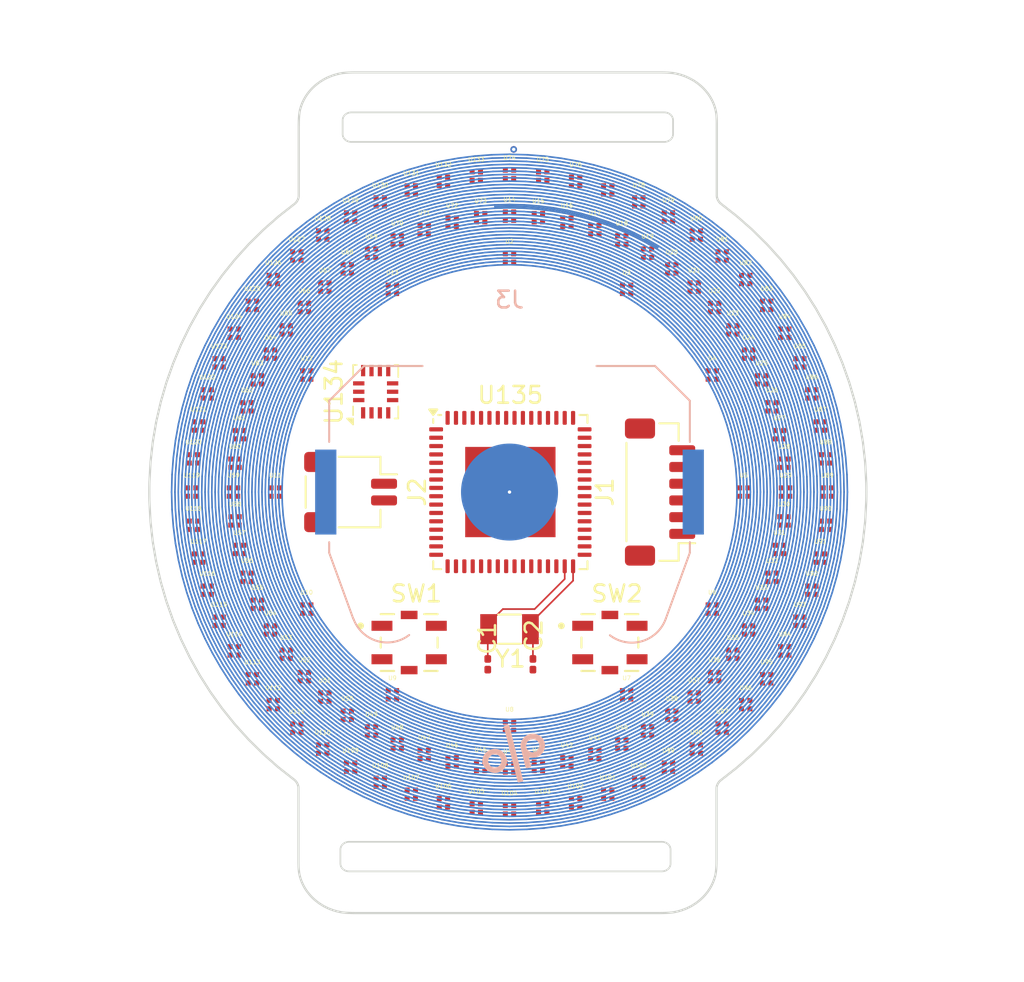
<source format=kicad_pcb>
(kicad_pcb (version 20241229) (generator "pcbnew") (generator_version "9.0")
  (layers (0 "F.Cu" signal) (4 "In1.Cu" mixed "GND.Cu") (6 "In2.Cu" mixed "PWR.Cu") (2 "B.Cu" signal) (13 "F.Paste" user) (15 "B.Paste" user) (5 "F.SilkS" user "F.Silkscreen") (7 "B.SilkS" user "B.Silkscreen") (1 "F.Mask" user) (3 "B.Mask" user) (25 "Edge.Cuts" user))
  (net 0 "")
  (net 1 "/Minute3")
  (net 2 "/B4")
  (net 3 "/R1")
  (net 4 "Net-(J1-GND)")
  (net 5 "/Minute4")
  (net 6 "/Minute5")
  (net 7 "/R4")
  (net 8 "/B6")
  (net 9 "/Minute2")
  (net 10 "Net-(J1-VCC)")
  (net 11 "/B2")
  (net 12 "/Second4")
  (net 13 "/G5")
  (net 14 "/G1")
  (net 15 "/R6")
  (net 16 "/B5")
  (net 17 "Net-(J1-~{RST})")
  (net 18 "/Second7")
  (net 19 "/Minute6")
  (net 20 "/Second3")
  (net 21 "/Second2")
  (net 22 "/G2")
  (net 23 "/Minute10")
  (net 24 "/G6")
  (net 25 "/G3")
  (net 26 "/Hour2")
  (net 27 "/Second6")
  (net 28 "/B3")
  (net 29 "/R3")
  (net 30 "/Minute9")
  (net 31 "/Minute8")
  (net 32 "/G4")
  (net 33 "/R2")
  (net 34 "/Second10")
  (net 35 "/Minute7")
  (net 36 "/Minute1")
  (net 37 "/Second1")
  (net 38 "/Second8")
  (net 39 "/B1")
  (net 40 "/Second5")
  (net 41 "/Hour1")
  (net 42 "/Second9")
  (net 43 "/R5")
  (net 44 "Net-(U135-PF0)")
  (net 45 "Net-(U135-PF1)")
  (net 46 "Net-(U135-PF3)")
  (net 47 "Net-(U135-PF2)")
  (net 48 "Net-(U134-INT1)")
  (net 49 "Net-(U134-SCx)")
  (net 50 "Net-(U134-SDx)")
  (net 54 "Net-(U135-PD7)")
  (net 57 "Net-(U135-PD6)")
  (footprint "B39D3RGB_F6C0001HOU1930:B39D3RGB-F6C0001HOU1930_HVK" (layer "F.Cu") (at 93.2888 84.9265)
    (property "Reference" "U70")
    (property "Value" "B39D3RGB-F6C0001HOU1930")
  )
  (footprint "B39D3RGB_F6C0001HOU1930:B39D3RGB-F6C0001HOU1930_HVK" (layer "F.Cu") (at 112.7135 114.1198)
    (property "Reference" "U97")
    (property "Value" "B39D3RGB-F6C0001HOU1930")
  )
  (footprint "B39D3RGB_F6C0001HOU1930:B39D3RGB-F6C0001HOU1930_HVK" (layer "F.Cu") (at 86.6512 109.6985)
    (property "Reference" "U53")
    (property "Value" "B39D3RGB-F6C0001HOU1930")
  )
  (footprint "B39D3RGB_F6C0001HOU1930:B39D3RGB-F6C0001HOU1930_HVK" (layer "F.Cu") (at 116.1394 96.5695)
    (property "Reference" "U27")
    (property "Value" "B39D3RGB-F6C0001HOU1930")
  )
  (footprint "B39D3RGB_F6C0001HOU1930:B39D3RGB-F6C0001HOU1930_HVK" (layer "F.Cu") (at 90.3015 86.6512)
    (property "Reference" "U68")
    (property "Value" "B39D3RGB-F6C0001HOU1930")
  )
  (footprint "B39D3RGB_F6C0001HOU1930:B39D3RGB-F6C0001HOU1930_HVK" (layer "F.Cu") (at 94.1287 81.9299)
    (property "Reference" "U131")
    (property "Value" "B39D3RGB-F6C0001HOU1930")
  )
  (footprint "B39D3RGB_F6C0001HOU1930:B39D3RGB-F6C0001HOU1930_HVK" (layer "F.Cu") (at 81.1041 101.986)
    (property "Reference" "U118")
    (property "Value" "B39D3RGB-F6C0001HOU1930")
  )
  (footprint "B39D3RGB_F6C0001HOU1930:B39D3RGB-F6C0001HOU1930_HVK" (layer "F.Cu") (at 91.75 114.2894)
    (property "Reference" "U49")
    (property "Value" "B39D3RGB-F6C0001HOU1930")
  )
  (footprint "B39D3RGB_F6C0001HOU1930:B39D3RGB-F6C0001HOU1930_HVK" (layer "F.Cu") (at 93.2888 115.0735)
    (property "Reference" "U48")
    (property "Value" "B39D3RGB-F6C0001HOU1930")
  )
  (footprint "Crystal:Crystal_SMD_3215-2Pin_3.2x1.5mm" (layer "F.Cu") (at 100 108.2 180)
    (property "Reference" "Y1")
    (property "Value" "Crystal")
  )
  (footprint "B39D3RGB_F6C0001HOU1930:B39D3RGB-F6C0001HOU1930_HVK" (layer "F.Cu") (at 118.0701 105.8713)
    (property "Reference" "U92")
    (property "Value" "B39D3RGB-F6C0001HOU1930")
  )
  (footprint "B39D3RGB_F6C0001HOU1930:B39D3RGB-F6C0001HOU1930_HVK" (layer "F.Cu") (at 85.7106 91.75)
    (property "Reference" "U64")
    (property "Value" "B39D3RGB-F6C0001HOU1930")
  )
  (footprint "B39D3RGB_F6C0001HOU1930:B39D3RGB-F6C0001HOU1930_HVK" (layer "F.Cu") (at 115.0735 93.2888)
    (property "Reference" "U25")
    (property "Value" "B39D3RGB-F6C0001HOU1930")
  )
  (footprint "B39D3RGB_F6C0001HOU1930:B39D3RGB-F6C0001HOU1930_HVK" (layer "F.Cu") (at 108.25 85.7106)
    (property "Reference" "U19")
    (property "Value" "B39D3RGB-F6C0001HOU1930")
  )
  (footprint "B39D3RGB_F6C0001HOU1930:B39D3RGB-F6C0001HOU1930_HVK" (layer "F.Cu") (at 105.8713 118.0701)
    (property "Reference" "U101")
    (property "Value" "B39D3RGB-F6C0001HOU1930")
  )
  (footprint "B39D3RGB_F6C0001HOU1930:B39D3RGB-F6C0001HOU1930_HVK" (layer "F.Cu") (at 112.2619 88.9593)
    (property "Reference" "U22")
    (property "Value" "B39D3RGB-F6C0001HOU1930")
  )
  (footprint "Connector_JST:JST_SH_SM02B-SRSS-TB_1x02-1MP_P1.00mm_Horizontal" (layer "F.Cu") (at 90.5 100 -90)
    (property "Reference" "J2")
    (property "Value" "Lipo")
  )
  (footprint "B39D3RGB_F6C0001HOU1930:B39D3RGB-F6C0001HOU1930_HVK" (layer "F.Cu") (at 100 86)
    (property "Reference" "U2")
    (property "Value" "B39D3RGB-F6C0001HOU1930")
  )
  (footprint "B39D3RGB_F6C0001HOU1930:B39D3RGB-F6C0001HOU1930_HVK" (layer "F.Cu") (at 100 119)
    (property "Reference" "U104")
    (property "Value" "B39D3RGB-F6C0001HOU1930")
  )
  (footprint "B39D3RGB_F6C0001HOU1930:B39D3RGB-F6C0001HOU1930_HVK" (layer "F.Cu") (at 114.1198 112.7135)
    (property "Reference" "U96")
    (property "Value" "B39D3RGB-F6C0001HOU1930")
  )
  (footprint "B39D3RGB_F6C0001HOU1930:B39D3RGB-F6C0001HOU1930_HVK" (layer "F.Cu") (at 103.4305 116.1394)
    (property "Reference" "U42")
    (property "Value" "B39D3RGB-F6C0001HOU1930")
  )
  (footprint "B39D3RGB_F6C0001HOU1930:B39D3RGB-F6C0001HOU1930_HVK" (layer "F.Cu") (at 83.5 100)
    (property "Reference" "U59")
    (property "Value" "B39D3RGB-F6C0001HOU1930")
  )
  (footprint "B39D3RGB_F6C0001HOU1930:B39D3RGB-F6C0001HOU1930_HVK" (layer "F.Cu") (at 96.5695 116.1394)
    (property "Reference" "U46")
    (property "Value" "B39D3RGB-F6C0001HOU1930")
  )
  (footprint "B39D3RGB_F6C0001HOU1930:B39D3RGB-F6C0001HOU1930_HVK" (layer "F.Cu") (at 112.7135 85.8802)
    (property "Reference" "U81")
    (property "Value" "B39D3RGB-F6C0001HOU1930")
  )
  (footprint "B39D3RGB_F6C0001HOU1930:B39D3RGB-F6C0001HOU1930_HVK" (layer "F.Cu") (at 118.5848 96.0497)
    (property "Reference" "U87")
    (property "Value" "B39D3RGB-F6C0001HOU1930")
  )
  (footprint "B39D3RGB_F6C0001HOU1930:B39D3RGB-F6C0001HOU1930_HVK" (layer "F.Cu") (at 84.9265 106.7112)
    (property "Reference" "U55")
    (property "Value" "B39D3RGB-F6C0001HOU1930")
  )
  (footprint "B39D3RGB_F6C0001HOU1930:B39D3RGB-F6C0001HOU1930_HVK" (layer "F.Cu") (at 96.5695 83.8606)
    (property "Reference" "U72")
    (property "Value" "B39D3RGB-F6C0001HOU1930")
  )
  (footprint "Capacitor_SMD:C_0201_0603Metric" (layer "F.Cu") (at 98.7 110.3 90)
    (property "Reference" "C1")
    (property "Value" "C")
  )
  (footprint "B39D3RGB_F6C0001HOU1930:B39D3RGB-F6C0001HOU1930_HVK" (layer "F.Cu") (at 83.5904 101.7247)
    (property "Reference" "U58")
    (property "Value" "B39D3RGB-F6C0001HOU1930")
  )
  (footprint "B39D3RGB_F6C0001HOU1930:B39D3RGB-F6C0001HOU1930_HVK" (layer "F.Cu") (at 107 87.8756)
    (property "Reference" "U3")
    (property "Value" "B39D3RGB-F6C0001HOU1930")
  )
  (footprint "B39D3RGB_F6C0001HOU1930:B39D3RGB-F6C0001HOU1930_HVK" (layer "F.Cu") (at 105.0988 115.6924)
    (property "Reference" "U41")
    (property "Value" "B39D3RGB-F6C0001HOU1930")
  )
  (footprint "B39D3RGB_F6C0001HOU1930:B39D3RGB-F6C0001HOU1930_HVK" (layer "F.Cu") (at 81.1041 98.014)
    (property "Reference" "U120")
    (property "Value" "B39D3RGB-F6C0001HOU1930")
  )
  (footprint "B39D3RGB_F6C0001HOU1930:B39D3RGB-F6C0001HOU1930_HVK" (layer "F.Cu") (at 92.272 117.3574)
    (property "Reference" "U108")
    (property "Value" "B39D3RGB-F6C0001HOU1930")
  )
  (footprint "B39D3RGB_F6C0001HOU1930:B39D3RGB-F6C0001HOU1930_HVK" (layer "F.Cu") (at 118.8959 101.986)
    (property "Reference" "U90")
    (property "Value" "B39D3RGB-F6C0001HOU1930")
  )
  (footprint "B39D3RGB_F6C0001HOU1930:B39D3RGB-F6C0001HOU1930_HVK" (layer "F.Cu") (at 105.8713 81.9299)
    (property "Reference" "U77" (hide yes))
    (property "Value" "B39D3RGB-F6C0001HOU1930")
  )
  (footprint "B39D3RGB_F6C0001HOU1930:B39D3RGB-F6C0001HOU1930_HVK" (layer "F.Cu") (at 98.2753 83.5904)
    (property "Reference" "U73")
    (property "Value" "B39D3RGB-F6C0001HOU1930")
  )
  (footprint "B39D3RGB_F6C0001HOU1930:B39D3RGB-F6C0001HOU1930_HVK" (layer "F.Cu") (at 92.272 82.6426)
    (property "Reference" "U130")
    (property "Value" "B39D3RGB-F6C0001HOU1930")
  )
  (footprint "B39D3RGB_F6C0001HOU1930:B39D3RGB-F6C0001HOU1930_HVK" (layer "F.Cu") (at 115.3713 88.8321)
    (property "Reference" "U83")
    (property "Value" "B39D3RGB-F6C0001HOU1930")
  )
  (footprint "B39D3RGB_F6C0001HOU1930:B39D3RGB-F6C0001HOU1930_HVK" (layer "F.Cu") (at 119 100)
    (property "Reference" "U89")
    (property "Value" "B39D3RGB-F6C0001HOU1930")
  )
  (footprint "B39D3RGB_F6C0001HOU1930:B39D3RGB-F6C0001HOU1930_HVK" (layer "F.Cu") (at 111.0407 112.2619)
    (property "Reference" "U37")
    (property "Value" "B39D3RGB-F6C0001HOU1930")
  )
  (footprint "B39D3RGB_F6C0001HOU1930:B39D3RGB-F6C0001HOU1930_HVK" (layer "F.Cu") (at 113.3488 109.6985)
    (property "Reference" "U35")
    (property "Value" "B39D3RGB-F6C0001HOU1930")
  )
  (footprint "B39D3RGB_F6C0001HOU1930:B39D3RGB-F6C0001HOU1930_HVK" (layer "F.Cu") (at 81.4152 103.9503)
    (property "Reference" "U117")
    (property "Value" "B39D3RGB-F6C0001HOU1930")
  )
  (footprint "B39D3RGB_F6C0001HOU1930:B39D3RGB-F6C0001HOU1930_HVK" (layer "F.Cu") (at 93 112.1244)
    (property "Reference" "U9")
    (property "Value" "B39D3RGB-F6C0001HOU1930")
  )
  (footprint "B39D3RGB_F6C0001HOU1930:B39D3RGB-F6C0001HOU1930_HVK" (layer "F.Cu") (at 87.2865 85.8802)
    (property "Reference" "U127")
    (property "Value" "B39D3RGB-F6C0001HOU1930")
  )
  (footprint "B39D3RGB_F6C0001HOU1930:B39D3RGB-F6C0001HOU1930_HVK" (layer "F.Cu") (at 101.7247 83.5904)
    (property "Reference" "U15")
    (property "Value" "B39D3RGB-F6C0001HOU1930")
  )
  (footprint "B39D3RGB_F6C0001HOU1930:B39D3RGB-F6C0001HOU1930_HVK" (layer "F.Cu") (at 106.7112 84.9265)
    (property "Reference" "U18")
    (property "Value" "B39D3RGB-F6C0001HOU1930")
  )
  (footprint "B39D3RGB_F6C0001HOU1930:B39D3RGB-F6C0001HOU1930_HVK" (layer "F.Cu") (at 114.2894 91.75)
    (property "Reference" "U24")
    (property "Value" "B39D3RGB-F6C0001HOU1930")
  )
  (footprint "B39D3RGB_F6C0001HOU1930:B39D3RGB-F6C0001HOU1930_HVK" (layer "F.Cu") (at 111.0407 87.7381)
    (property "Reference" "U21")
    (property "Value" "B39D3RGB-F6C0001HOU1930")
  )
  (footprint "kicad-footprints:SW_TS21-34-035-BK-260-SMT-TR" (layer "F.Cu") (at 106 109)
    (property "Reference" "SW2")
    (property "Value" "SW_DPST")
  )
  (footprint "B39D3RGB_F6C0001HOU1930:B39D3RGB-F6C0001HOU1930_HVK" (layer "F.Cu") (at 98.014 81.1041)
    (property "Reference" "U133")
    (property "Value" "B39D3RGB-F6C0001HOU1930")
  )
  (footprint "B39D3RGB_F6C0001HOU1930:B39D3RGB-F6C0001HOU1930_HVK" (layer "F.Cu") (at 100 116.5)
    (property "Reference" "U44")
    (property "Value" "B39D3RGB-F6C0001HOU1930")
  )
  (footprint "B39D3RGB_F6C0001HOU1930:B39D3RGB-F6C0001HOU1930_HVK" (layer "F.Cu") (at 84.6287 88.8321)
    (property "Reference" "U125")
    (property "Value" "B39D3RGB-F6C0001HOU1930")
  )
  (footprint "B39D3RGB_F6C0001HOU1930:B39D3RGB-F6C0001HOU1930_HVK" (layer "F.Cu") (at 108.25 114.2894)
    (property "Reference" "U39")
    (property "Value" "B39D3RGB-F6C0001HOU1930")
  )
  (footprint "B39D3RGB_F6C0001HOU1930:B39D3RGB-F6C0001HOU1930_HVK" (layer "F.Cu") (at 112.1244 93)
    (property "Reference" "U4")
    (property "Value" "B39D3RGB-F6C0001HOU1930")
  )
  (footprint "B39D3RGB_F6C0001HOU1930:B39D3RGB-F6C0001HOU1930_HVK" (layer "F.Cu") (at 114.2894 108.25)
    (property "Reference" "U34")
    (property "Value" "B39D3RGB-F6C0001HOU1930")
  )
  (footprint "B39D3RGB_F6C0001HOU1930:B39D3RGB-F6C0001HOU1930_HVK" (layer "F.Cu") (at 111.1679 84.6287)
    (property "Reference" "U80")
    (property "Value" "B39D3RGB-F6C0001HOU1930")
  )
  (footprint "B39D3RGB_F6C0001HOU1930:B39D3RGB-F6C0001HOU1930_HVK" (layer "F.Cu") (at 83.5455 109.5)
    (property "Reference" "U114")
    (property "Value" "B39D3RGB-F6C0001HOU1930")
  )
  (footprint "B39D3RGB_F6C0001HOU1930:B39D3RGB-F6C0001HOU1930_HVK" (layer "F.Cu") (at 83.8606 96.5695)
    (property "Reference" "U61")
    (property "Value" "B39D3RGB-F6C0001HOU1930")
  )
  (footprint "B39D3RGB_F6C0001HOU1930:B39D3RGB-F6C0001HOU1930_HVK" (layer "F.Cu") (at 90.5 116.4545)
    (property "Reference" "U109")
    (property "Value" "B39D3RGB-F6C0001HOU1930")
  )
  (footprint "B39D3RGB_F6C0001HOU1930:B39D3RGB-F6C0001HOU1930_HVK" (layer "F.Cu") (at 94.1287 118.0701)
    (property "Reference" "U107")
    (property "Value" "B39D3RGB-F6C0001HOU1930")
  )
  (footprint "B39D3RGB_F6C0001HOU1930:B39D3RGB-F6C0001HOU1930_HVK" (layer "F.Cu") (at 81.4152 96.0497)
    (property "Reference" "U121")
    (property "Value" "B39D3RGB-F6C0001HOU1930")
  )
  (footprint "B39D3RGB_F6C0001HOU1930:B39D3RGB-F6C0001HOU1930_HVK" (layer "F.Cu") (at 101.7247 116.4096)
    (property "Reference" "U43")
    (property "Value" "B39D3RGB-F6C0001HOU1930")
  )
  (footprint "B39D3RGB_F6C0001HOU1930:B39D3RGB-F6C0001HOU1930_HVK" (layer "F.Cu") (at 86.6512 90.3015)
    (property "Reference" "U65")
    (property "Value" "B39D3RGB-F6C0001HOU1930")
  )
  (footprint "B39D3RGB_F6C0001HOU1930:B39D3RGB-F6C0001HOU1930_HVK" (layer "F.Cu") (at 107 112.1244)
    (property "Reference" "U7")
    (property "Value" "B39D3RGB-F6C0001HOU1930")
  )
  (footprint "B39D3RGB_F6C0001HOU1930:B39D3RGB-F6C0001HOU1930_HVK" (layer "F.Cu") (at 91.75 85.7106)
    (property "Reference" "U69")
    (property "Value" "B39D3RGB-F6C0001HOU1930")
  )
  (footprint "B39D3RGB_F6C0001HOU1930:B39D3RGB-F6C0001HOU1930_HVK" (layer "F.Cu") (at 98.014 118.8959)
    (property "Reference" "U105")
    (property "Value" "B39D3RGB-F6C0001HOU1930")
  )
  (footprint "B39D3RGB_F6C0001HOU1930:B39D3RGB-F6C0001HOU1930_HVK" (layer "F.Cu") (at 90.5 83.5455)
    (property "Reference" "U129")
    (property "Value" "B39D3RGB-F6C0001HOU1930")
  )
  (footprint "B39D3RGB_F6C0001HOU1930:B39D3RGB-F6C0001HOU1930_HVK" (layer "F.Cu") (at 115.3713 111.1679)
    (property "Reference" "U95")
    (property "Value" "B39D3RGB-F6C0001HOU1930")
  )
  (footprint "B39D3RGB_F6C0001HOU1930:B39D3RGB-F6C0001HOU1930_HVK" (layer "F.Cu") (at 115.6924 105.0988)
    (property "Reference" "U32")
    (property "Value" "B39D3RGB-F6C0001HOU1930")
  )
  (footprint "B39D3RGB_F6C0001HOU1930:B39D3RGB-F6C0001HOU1930_HVK" (layer "F.Cu") (at 85.7106 108.25)
    (property "Reference" "U54")
    (property "Value" "B39D3RGB-F6C0001HOU1930")
  )
  (footprint "B39D3RGB_F6C0001HOU1930:B39D3RGB-F6C0001HOU1930_HVK" (layer "F.Cu") (at 88.8321 84.6287)
    (property "Reference" "U128")
    (property "Value" "B39D3RGB-F6C0001HOU1930")
  )
  (footprint "B39D3RGB_F6C0001HOU1930:B39D3RGB-F6C0001HOU1930_HVK" (layer "F.Cu") (at 116.4096 101.7247)
    (property "Reference" "U30")
    (property "Value" "B39D3RGB-F6C0001HOU1930")
  )
  (footprint "B39D3RGB_F6C0001HOU1930:B39D3RGB-F6C0001HOU1930_HVK" (layer "F.Cu") (at 85.8802 87.2865)
    (property "Reference" "U126")
    (property "Value" "B39D3RGB-F6C0001HOU1930")
  )
  (footprint "B39D3RGB_F6C0001HOU1930:B39D3RGB-F6C0001HOU1930_HVK" (layer "F.Cu") (at 116.1394 103.4305)
    (property "Reference" "U31")
    (property "Value" "B39D3RGB-F6C0001HOU1930")
  )
  (footprint "B39D3RGB_F6C0001HOU1930:B39D3RGB-F6C0001HOU1930_HVK" (layer "F.Cu") (at 90.3015 113.3488)
    (property "Reference" "U50")
    (property "Value" "B39D3RGB-F6C0001HOU1930")
  )
  (footprint "B39D3RGB_F6C0001HOU1930:B39D3RGB-F6C0001HOU1930_HVK" (layer "F.Cu") (at 84.3076 94.9012)
    (property "Reference" "U62")
    (property "Value" "B39D3RGB-F6C0001HOU1930")
  )
  (footprint "B39D3RGB_F6C0001HOU1930:B39D3RGB-F6C0001HOU1930_HVK" (layer "F.Cu") (at 96.0497 118.5848)
    (property "Reference" "U106")
    (property "Value" "B39D3RGB-F6C0001HOU1930")
  )
  (footprint "B39D3RGB_F6C0001HOU1930:B39D3RGB-F6C0001HOU1930_HVK" (layer "F.Cu") (at 109.6985 86.6512)
    (property "Reference" "U20")
    (property "Value" "B39D3RGB-F6C0001HOU1930")
  )
  (footprint "B39D3RGB_F6C0001HOU1930:B39D3RGB-F6C0001HOU1930_HVK" (layer "F.Cu") (at 83.5455 90.5)
    (property "Reference" "U124")
    (property "Value" "B39D3RGB-F6C0001HOU1930")
  )
  (footprint "B39D3RGB_F6C0001HOU1930:B39D3RGB-F6C0001HOU1930_HVK" (layer "F.Cu") (at 117.3574 107.728)
    (property "Reference" "U93")
    (property "Value" "B39D3RGB-F6C0001HOU1930")
  )
  (footprint "B39D3RGB_F6C0001HOU1930:B39D3RGB-F6C0001HOU1930_HVK" (layer "F.Cu") (at 101.986 118.8959)
    (property "Reference" "U103")
    (property "Value" "B39D3RGB-F6C0001HOU1930")
  )
  (footprint "B39D3RGB_F6C0001HOU1930:B39D3RGB-F6C0001HOU1930_HVK" (layer "F.Cu") (at 118.0701 94.1287)
    (property "Reference" "U86")
    (property "Value" "B39D3RGB-F6C0001HOU1930")
  )
  (footprint "B39D3RGB_F6C0001HOU1930:B39D3RGB-F6C0001HOU1930_HVK" (layer "F.Cu") (at 85.8802 112.7135)
    (property "Reference" "U112")
    (property "Value" "B39D3RGB-F6C0001HOU1930")
  )
  (footprint "kicad-footprints:SW_TS21-34-035-BK-260-SMT-TR" (layer "F.Cu") (at 94 109)
    (property "Reference" "SW1")
    (property "Value" "SW_DPST")
  )
  (footprint "B39D3RGB_F6C0001HOU1930:B39D3RGB-F6C0001HOU1930_HVK" (layer "F.Cu") (at 84.9265 93.2888)
    (property "Reference" "U63")
    (property "Value" "B39D3RGB-F6C0001HOU1930")
  )
  (footprint "B39D3RGB_F6C0001HOU1930:B39D3RGB-F6C0001HOU1930_HVK" (layer "F.Cu") (at 116.4545 90.5)
    (property "Reference" "U84")
    (property "Value" "B39D3RGB-F6C0001HOU1930")
  )
  (footprint "B39D3RGB_F6C0001HOU1930:B39D3RGB-F6C0001HOU1930_HVK" (layer "F.Cu") (at 117.3574 92.272)
    (property "Reference" "U85")
    (property "Value" "B39D3RGB-F6C0001HOU1930")
  )
  (footprint "B39D3RGB_F6C0001HOU1930:B39D3RGB-F6C0001HOU1930_HVK" (layer "F.Cu") (at 114.1198 87.2865)
    (property "Reference" "U82")
    (property "Value" "B39D3RGB-F6C0001HOU1930")
  )
  (footprint "B39D3RGB_F6C0001HOU1930:B39D3RGB-F6C0001HOU1930_HVK" (layer "F.Cu") (at 87.7381 88.9593)
    (property "Reference" "U66")
    (property "Value" "B39D3RGB-F6C0001HOU1930")
  )
  (footprint "B39D3RGB_F6C0001HOU1930:B39D3RGB-F6C0001HOU1930_HVK" (layer "F.Cu") (at 83.5904 98.2753)
    (property "Reference" "U60")
    (property "Value" "B39D3RGB-F6C0001HOU1930")
  )
  (footprint "B39D3RGB_F6C0001HOU1930:B39D3RGB-F6C0001HOU1930_HVK" (layer "F.Cu") (at 100 83.5)
    (property "Reference" "U14")
    (property "Value" "B39D3RGB-F6C0001HOU1930")
  )
  (footprint "B39D3RGB_F6C0001HOU1930:B39D3RGB-F6C0001HOU1930_HVK" (layer "F.Cu") (at 109.6985 113.3488)
    (property "Reference" "U38")
    (property "Value" "B39D3RGB-F6C0001HOU1930")
  )
  (footprint "B39D3RGB_F6C0001HOU1930:B39D3RGB-F6C0001HOU1930_HVK" (layer "F.Cu") (at 103.9503 81.4152)
    (property "Reference" "U76")
    (property "Value" "B39D3RGB-F6C0001HOU1930")
  )
  (footprint "B39D3RGB_F6C0001HOU1930:B39D3RGB-F6C0001HOU1930_HVK" (layer "F.Cu") (at 96.0497 81.4152)
    (property "Reference" "U132")
    (property "Value" "B39D3RGB-F6C0001HOU1930")
  )
  (footprint "B39D3RGB_F6C0001HOU1930:B39D3RGB-F6C0001HOU1930_HVK" (layer "F.Cu") (at 81 100)
    (property "Reference" "U119")
    (property "Value" "B39D3RGB-F6C0001HOU1930")
  )
  (footprint "Capacitor_SMD:C_0201_0603Metric" (layer "F.Cu") (at 101.4 110.3 -90)
    (property "Reference" "C2")
    (property "Value" "C")
  )
  (footprint "B39D3RGB_F6C0001HOU1930:B39D3RGB-F6C0001HOU1930_HVK" (layer "F.Cu") (at 111.1679 115.3713)
    (property "Reference" "U98")
    (property "Value" "B39D3RGB-F6C0001HOU1930")
  )
  (footprint "B39D3RGB_F6C0001HOU1930:B39D3RGB-F6C0001HOU1930_HVK" (layer "F.Cu") (at 113.3488 90.3015)
    (property "Reference" "U23")
    (property "Value" "B39D3RGB-F6C0001HOU1930")
  )
  (footprint "B39D3RGB_F6C0001HOU1930:B39D3RGB-F6C0001HOU1930_HVK" (layer "F.Cu") (at 101.986 81.1041)
    (property "Reference" "U75")
    (property "Value" "B39D3RGB-F6C0001HOU1930")
  )
  (footprint "B39D3RGB_F6C0001HOU1930:B39D3RGB-F6C0001HOU1930_HVK" (layer "F.Cu") (at 87.8756 107)
    (property "Reference" "U10")
    (property "Value" "B39D3RGB-F6C0001HOU1930")
  )
  (footprint "B39D3RGB_F6C0001HOU1930:B39D3RGB-F6C0001HOU1930_HVK" (layer "F.Cu") (at 86 100)
    (property "Reference" "U11")
    (property "Value" "B39D3RGB-F6C0001HOU1930")
  )
  (footprint "B39D3RGB_F6C0001HOU1930:B39D3RGB-F6C0001HOU1930_HVK" (layer "F.Cu") (at 116.4545 109.5)
    (property "Reference" "U94")
    (property "Value" "B39D3RGB-F6C0001HOU1930")
  )
  (footprint "B39D3RGB_F6C0001HOU1930:B39D3RGB-F6C0001HOU1930_HVK" (layer "F.Cu") (at 82.6426 107.728)
    (property "Reference" "U115")
    (property "Value" "B39D3RGB-F6C0001HOU1930")
  )
  (footprint "B39D3RGB_F6C0001HOU1930:B39D3RGB-F6C0001HOU1930_HVK" (layer "F.Cu") (at 87.2865 114.1198)
    (property "Reference" "U111")
    (property "Value" "B39D3RGB-F6C0001HOU1930")
  )
  (footprint "B39D3RGB_F6C0001HOU1930:B39D3RGB-F6C0001HOU1930_HVK" (layer "F.Cu") (at 88.9593 112.2619)
    (property "Reference" "U51")
    (property "Value" "B39D3RGB-F6C0001HOU1930")
  )
  (footprint "B39D3RGB_F6C0001HOU1930:B39D3RGB-F6C0001HOU1930_HVK" (layer "F.Cu") (at 100 81)
    (property "Reference" "U74")
    (property "Value" "B39D3RGB-F6C0001HOU1930")
  )
  (footprint "B39D3RGB_F6C0001HOU1930:B39D3RGB-F6C0001HOU1930_HVK" (layer "F.Cu") (at 93 87.8756)
    (property "Reference" "U13")
    (property "Value" "B39D3RGB-F6C0001HOU1930")
  )
  (footprint "B39D3RGB_F6C0001HOU1930:B39D3RGB-F6C0001HOU1930_HVK" (layer "F.Cu") (at 112.2619 111.0407)
    (property "Reference" "U36")
    (property "Value" "B39D3RGB-F6C0001HOU1930")
  )
  (footprint "B39D3RGB_F6C0001HOU1930:B39D3RGB-F6C0001HOU1930_HVK" (layer "F.Cu") (at 100 114)
    (property "Reference" "U8")
    (property "Value" "B39D3RGB-F6C0001HOU1930")
  )
  (footprint "B39D3RGB_F6C0001HOU1930:B39D3RGB-F6C0001HOU1930_HVK" (layer "F.Cu") (at 103.4305 83.8606)
    (property "Reference" "U16")
    (property "Value" "B39D3RGB-F6C0001HOU1930")
  )
  (footprint "B39D3RGB_F6C0001HOU1930:B39D3RGB-F6C0001HOU1930_HVK" (layer "F.Cu") (at 114 100)
    (property "Reference" "U5")
    (property "Value" "B39D3RGB-F6C0001HOU1930")
  )
  (footprint "B39D3RGB_F6C0001HOU1930:B39D3RGB-F6C0001HOU1930_HVK" (layer "F.Cu") (at 109.5 83.5455)
    (property "Reference" "U79")
    (property "Value" "B39D3RGB-F6C0001HOU1930")
  )
  (footprint "B39D3RGB_F6C0001HOU1930:B39D3RGB-F6C0001HOU1930_HVK" (layer "F.Cu") (at 116.5 100)
    (property "Reference" "U29")
    (property "Value" "B39D3RGB-F6C0001HOU1930")
  )
  (footprint "B39D3RGB_F6C0001HOU1930:B39D3RGB-F6C0001HOU1930_HVK" (layer "F.Cu") (at 103.9503 118.5848)
    (property "Reference" "U102")
    (property "Value" "B39D3RGB-F6C0001HOU1930")
  )
  (footprint "B39D3RGB_F6C0001HOU1930:B39D3RGB-F6C0001HOU1930_HVK" (layer "F.Cu") (at 84.3076 105.0988)
    (property "Reference" "U56")
    (property "Value" "B39D3RGB-F6C0001HOU1930")
  )
  (footprint "B39D3RGB_F6C0001HOU1930:B39D3RGB-F6C0001HOU1930_HVK" (layer "F.Cu") (at 87.8756 93)
    (property "Reference" "U12")
    (property "Value" "B39D3RGB-F6C0001HOU1930")
  )
  (footprint "B39D3RGB_F6C0001HOU1930:B39D3RGB-F6C0001HOU1930_HVK" (layer "F.Cu") (at 115.0735 106.7112)
    (property "Reference" "U33")
    (property "Value" "B39D3RGB-F6C0001HOU1930")
  )
  (footprint "B39D3RGB_F6C0001HOU1930:B39D3RGB-F6C0001HOU1930_HVK" (layer "F.Cu") (at 83.8606 103.4305)
    (property "Reference" "U57")
    (property "Value" "B39D3RGB-F6C0001HOU1930")
  )
  (footprint "B39D3RGB_F6C0001HOU1930:B39D3RGB-F6C0001HOU1930_HVK" (layer "F.Cu") (at 105.0988 84.3076)
    (property "Reference" "U17")
    (property "Value" "B39D3RGB-F6C0001HOU1930")
  )
  (footprint "B39D3RGB_F6C0001HOU1930:B39D3RGB-F6C0001HOU1930_HVK" (layer "F.Cu") (at 88.9593 87.7381)
    (property "Reference" "U67")
    (property "Value" "B39D3RGB-F6C0001HOU1930")
  )
  (footprint "B39D3RGB_F6C0001HOU1930:B39D3RGB-F6C0001HOU1930_HVK" (layer "F.Cu") (at 94.9012 84.3076)
    (property "Reference" "U71")
    (property "Value" "B39D3RGB-F6C0001HOU1930")
  )
  (footprint "Connector_JST:JST_SH_BM06B-SRSS-TB_1x06-1MP_P1.00mm_Vertical" (layer "F.Cu") (at 109 100 90)
    (property "Reference" "J1")
    (property "Value" "AVR-ISP-6")
  )
  (footprint "B39D3RGB_F6C0001HOU1930:B39D3RGB-F6C0001HOU1930_HVK" (layer "F.Cu") (at 107.728 82.6426)
    (property "Reference" "U78")
    (property "Value" "B39D3RGB-F6C0001HOU1930")
  )
  (footprint "B39D3RGB_F6C0001HOU1930:B39D3RGB-F6C0001HOU1930_HVK" (layer "F.Cu") (at 118.8959 98.014)
    (property "Reference" "U88")
    (property "Value" "B39D3RGB-F6C0001HOU1930")
  )
  (footprint "B39D3RGB_F6C0001HOU1930:B39D3RGB-F6C0001HOU1930_HVK" (layer "F.Cu") (at 106.7112 115.0735)
    (property "Reference" "U40")
    (property "Value" "B39D3RGB-F6C0001HOU1930")
  )
  (footprint "Package_LGA:Bosch_LGA-14_3x2.5mm_P0.5mm" (layer "F.Cu") (at 92 94 90)
    (property "Reference" "U134")
    (property "Value" "BMI160")
  )
  (footprint "B39D3RGB_F6C0001HOU1930:B39D3RGB-F6C0001HOU1930_HVK" (layer "F.Cu") (at 84.6287 111.1679)
    (property "Reference" "U113")
    (property "Value" "B39D3RGB-F6C0001HOU1930")
  )
  (footprint "B39D3RGB_F6C0001HOU1930:B39D3RGB-F6C0001HOU1930_HVK" (layer "F.Cu") (at 115.6924 94.9012)
    (property "Reference" "U26")
    (property "Value" "B39D3RGB-F6C0001HOU1930")
  )
  (footprint "B39D3RGB_F6C0001HOU1930:B39D3RGB-F6C0001HOU1930_HVK" (layer "F.Cu") (at 94.9012 115.6924)
    (property "Reference" "U47")
    (property "Value" "B39D3RGB-F6C0001HOU1930")
  )
  (footprint "B39D3RGB_F6C0001HOU1930:B39D3RGB-F6C0001HOU1930_HVK" (layer "F.Cu") (at 118.5848 103.9503)
    (property "Reference" "U91")
    (property "Value" "B39D3RGB-F6C0001HOU1930")
  )
  (footprint "B39D3RGB_F6C0001HOU1930:B39D3RGB-F6C0001HOU1930_HVK" (layer "F.Cu") (at 87.7381 111.0407)
    (property "Reference" "U52")
    (property "Value" "B39D3RGB-F6C0001HOU1930")
  )
  (footprint "B39D3RGB_F6C0001HOU1930:B39D3RGB-F6C0001HOU1930_HVK" (layer "F.Cu") (at 81.9299 105.8713)
    (property "Reference" "U116")
    (property "Value" "B39D3RGB-F6C0001HOU1930")
  )
  (footprint "B39D3RGB_F6C0001HOU1930:B39D3RGB-F6C0001HOU1930_HVK" (layer "F.Cu") (at 81.9299 94.1287)
    (property "Reference" "U122")
    (property "Value" "B39D3RGB-F6C0001HOU1930")
  )
  (footprint "B39D3RGB_F6C0001HOU1930:B39D3RGB-F6C0001HOU1930_HVK" (layer "F.Cu") (at 88.8321 115.3713)
    (property "Reference" "U110")
    (property "Value" "B39D3RGB-F6C0001HOU1930")
  )
  (footprint "Package_DFN_QFN:QFN-64-1EP_9x9mm_P0.5mm_EP5.4x5.4mm" (layer "F.Cu") (at 100.05 100)
    (property "Reference" "U135")
    (property "Value" "ATmega165PA-M")
  )
  (footprint "B39D3RGB_F6C0001HOU1930:B39D3RGB-F6C0001HOU1930_HVK" (layer "F.Cu") (at 112.1244 107)
    (property "Reference" "U6")
    (property "Value" "B39D3RGB-F6C0001HOU1930")
  )
  (footprint "B39D3RGB_F6C0001HOU1930:B39D3RGB-F6C0001HOU1930_HVK" (layer "F.Cu") (at 109.5 116.4545)
    (property "Reference" "U99")
    (property "Value" "B39D3RGB-F6C0001HOU1930")
  )
  (footprint "B39D3RGB_F6C0001HOU1930:B39D3RGB-F6C0001HOU1930_HVK" (layer "F.Cu") (at 107.728 117.3574)
    (property "Reference" "U100")
    (property "Value" "B39D3RGB-F6C0001HOU1930")
  )
  (footprint "B39D3RGB_F6C0001HOU1930:B39D3RGB-F6C0001HOU1930_HVK" (layer "F.Cu") (at 82.6426 92.272)
    (property "Reference" "U123")
    (property "Value" "B39D3RGB-F6C0001HOU1930")
  )
  (footprint "B39D3RGB_F6C0001HOU1930:B39D3RGB-F6C0001HOU1930_HVK" (layer "F.Cu") (at 116.4096 98.2753)
    (property "Reference" "U28")
    (property "Value" "B39D3RGB-F6C0001HOU1930")
  )
  (footprint "B39D3RGB_F6C0001HOU1930:B39D3RGB-F6C0001HOU1930_HVK" (layer "F.Cu") (at 98.2753 116.4096)
    (property "Reference" "U45")
    (property "Value" "B39D3RGB-F6C0001HOU1930")
  )
  (footprint "Battery:BatteryHolder_Keystone_3034_1x20mm" (layer "B.Cu") (at 100 100 180)
    (property "Reference" "J3")
    (property "Value" "Coin Cell")
  )
  (gr_poly (pts (xy 99.929917 113.923616) (xy 99.926694 113.92384) (xy 99.923459 113.92423) (xy 99.920217 113.924788) (xy 99.916973 113.925517) (xy 99.709045 113.977807) (xy 99.705842 113.978699) (xy 99.702722 113.979741) (xy 99.699687 113.980928) (xy 99.696741 113.982254) (xy 99.693886 113.983716) (xy 99.691126 113.985307) (xy 99.688464 113.987024) (xy 99.685901 113.988861) (xy 99.683442 113.990813) (xy 99.681089 113.992875) (xy 99.678845 113.995043) (xy 99.676713 113.997312) (xy 99.674697 113.999676) (xy 99.672798 114.00213) (xy 99.67102 114.004671) (xy 99.669367 114.007292) (xy 99.66784 114.009989) (xy 99.666443 114.012757) (xy 99.665178 114.015591) (xy 99.664049 114.018486) (xy 99.663059 114.021437) (xy 99.662211 114.024439) (xy 99.661507 114.027488) (xy 99.66095 114.030578) (xy 99.660544 114.033705) (xy 99.660291 114.036863) (xy 99.660195 114.040048) (xy 99.660258 114.043254) (xy 99.660483 114.046477) (xy 99.660873 114.049712) (xy 99.661431 114.052954) (xy 99.662161 114.056198) (xy 100.483237 117.321214) (xy 100.484129 117.324417) (xy 100.485171 117.327537) (xy 100.486358 117.330571) (xy 100.487685 117.333517) (xy 100.489146 117.336371) (xy 100.490738 117.339131) (xy 100.492455 117.341794) (xy 100.494292 117.344356) (xy 100.496244 117.346815) (xy 100.498306 117.349168) (xy 100.500474 117.351412) (xy 100.502743 117.353544) (xy 100.505107 117.35556) (xy 100.507561 117.357459) (xy 100.510101 117.359236) (xy 100.512723 117.36089) (xy 100.515419 117.362417) (xy 100.518187 117.363814) (xy 100.521021 117.365079) (xy 100.523916 117.366207) (xy 100.526867 117.367198) (xy 100.52987 117.368046) (xy 100.532918 117.36875) (xy 100.536008 117.369307) (xy 100.539135 117.369713) (xy 100.542293 117.369966) (xy 100.545477 117.370063) (xy 100.548684 117.37) (xy 100.551907 117.369775) (xy 100.555142 117.369385) (xy 100.558384 117.368827) (xy 100.561628 117.368098) (xy 100.769556 117.315808) (xy 100.772759 117.314916) (xy 100.775879 117.313875) (xy 100.778914 117.312688) (xy 100.78186 117.311361) (xy 100.784714 117.3099) (xy 100.787474 117.308308) (xy 100.790137 117.306592) (xy 100.7927 117.304755) (xy 100.795159 117.302803) (xy 100.797512 117.30074) (xy 100.799756 117.298572) (xy 100.801887 117.296304) (xy 100.803904 117.29394) (xy 100.805803 117.291485) (xy 100.80758 117.288945) (xy 100.809234 117.286324) (xy 100.810761 117.283627) (xy 100.812158 117.280859) (xy 100.813423 117.278025) (xy 100.814551 117.27513) (xy 100.815541 117.272179) (xy 100.81639 117.269177) (xy 100.817094 117.266129) (xy 100.817651 117.263039) (xy 100.818057 117.259912) (xy 100.818309 117.256754) (xy 100.818406 117.25357) (xy 100.818343 117.250364) (xy 100.818118 117.247141) (xy 100.817728 117.243906) (xy 100.817169 117.240664) (xy 100.81644 117.237421) (xy 99.995364 113.972404) (xy 99.994472 113.969201) (xy 99.99343 113.966081) (xy 99.992243 113.963047) (xy 99.990917 113.9601) (xy 99.989455 113.957246) (xy 99.987864 113.954486) (xy 99.986147 113.951823) (xy 99.98431 113.94926) (xy 99.982358 113.946801) (xy 99.980295 113.944448) (xy 99.978127 113.942204) (xy 99.975859 113.940073) (xy 99.973495 113.938056) (xy 99.97104 113.936157) (xy 99.9685 113.93438) (xy 99.965879 113.932726) (xy 99.963182 113.931199) (xy 99.960414 113.929801) (xy 99.95758 113.928537) (xy 99.954685 113.927408) (xy 99.951734 113.926418) (xy 99.948732 113.925569) (xy 99.945683 113.924865) (xy 99.942593 113.924309) (xy 99.939466 113.923902) (xy 99.936308 113.923649) (xy 99.933123 113.923553)) (fill yes) (layer "B.SilkS"))
  (gr_poly (pts (xy 101.35582 114.45) (xy 101.320817 114.452845) (xy 101.285693 114.457423) (xy 101.250448 114.463733) (xy 101.215082 114.471776) (xy 101.179215 114.481654) (xy 101.144384 114.49299) (xy 101.110587 114.505784) (xy 101.077826 114.520035) (xy 101.046099 114.535744) (xy 101.015407 114.552911) (xy 100.98575 114.571536) (xy 100.957127 114.591618) (xy 100.929539 114.613159) (xy 100.902984 114.636157) (xy 100.877465 114.660613) (xy 100.852979 114.686527) (xy 100.829527 114.713899) (xy 100.807108 114.742728) (xy 100.785724 114.773016) (xy 100.765373 114.804762) (xy 100.746385 114.837108) (xy 100.729202 114.869667) (xy 100.713821 114.90244) (xy 100.700245 114.935426) (xy 100.688472 114.968626) (xy 100.678502 115.00204) (xy 100.670336 115.035667) (xy 100.663973 115.069509) (xy 100.659415 115.103565) (xy 100.656659 115.137835) (xy 100.655708 115.17232) (xy 100.65656 115.207019) (xy 100.659216 115.241933) (xy 100.663676 115.277061) (xy 100.66994 115.312404) (xy 100.678007 115.347963) (xy 100.680655 115.358124) (xy 100.683445 115.368184) (xy 100.686358 115.378155) (xy 100.689376 115.388052) (xy 100.68962 115.388882) (xy 100.689835 115.389717) (xy 100.690024 115.390557) (xy 100.690189 115.3914) (xy 100.690331 115.392248) (xy 100.690453 115.393101) (xy 100.690557 115.393958) (xy 100.690643 115.39482) (xy 100.690776 115.396131) (xy 100.690935 115.397443) (xy 100.691119 115.398757) (xy 100.691329 115.400071) (xy 100.691565 115.401387) (xy 100.691828 115.402703) (xy 100.692118 115.404019) (xy 100.692435 115.405334) (xy 100.955444 116.451193) (xy 100.956683 116.455643) (xy 100.958131 116.459977) (xy 100.959779 116.464193) (xy 100.961622 116.468286) (xy 100.963653 116.472252) (xy 100.965864 116.476087) (xy 100.968249 116.479786) (xy 100.970801 116.483346) (xy 100.973513 116.486763) (xy 100.976378 116.490032) (xy 100.97939 116.493149) (xy 100.982541 116.49611) (xy 100.985825 116.498912) (xy 100.989235 116.50155) (xy 100.992764 116.504019) (xy 100.996406 116.506317) (xy 101.000152 116.508438) (xy 101.003998 116.51038) (xy 101.007934 116.512136) (xy 101.011956 116.513704) (xy 101.016056 116.51508) (xy 101.020227 116.516259) (xy 101.024462 116.517237) (xy 101.028755 116.51801) (xy 101.033099 116.518575) (xy 101.037486 116.518926) (xy 101.04191 116.51906) (xy 101.046365 116.518973) (xy 101.050842 116.518661) (xy 101.055336 116.518119) (xy 101.05984 116.517344) (xy 101.064346 116.516331) (xy 101.223509 116.476304) (xy 101.227959 116.475065) (xy 101.232294 116.473617) (xy 101.23651 116.471969) (xy 101.240603 116.470126) (xy 101.244569 116.468096) (xy 101.248403 116.465884) (xy 101.252103 116.4635) (xy 101.255663 116.460948) (xy 101.259079 116.458236) (xy 101.262348 116.45537) (xy 101.265465 116.452359) (xy 101.268427 116.449207) (xy 101.271229 116.445923) (xy 101.273866 116.442513) (xy 101.276336 116.438984) (xy 101.278634 116.435343) (xy 101.280755 116.431596) (xy 101.282696 116.427751) (xy 101.284453 116.423814) (xy 101.286021 116.419792) (xy 101.287396 116.415692) (xy 101.288575 116.411521) (xy 101.289554 116.407286) (xy 101.290327 116.402993) (xy 101.290891 116.39865) (xy 101.291242 116.394262) (xy 101.291377 116.389838) (xy 101.29129 116.385384) (xy 101.290977 116.380906) (xy 101.290435 116.376412) (xy 101.28966 116.371908) (xy 101.288647 116.367402) (xy 101.168309 115.888874) (xy 101.168002 115.88745) (xy 101.167795 115.886037) (xy 101.167687 115.884636) (xy 101.167672 115.883251) (xy 101.16775 115.881885) (xy 101.167916 115.880542) (xy 101.168168 115.879224) (xy 101.168503 115.877934) (xy 101.168917 115.876676) (xy 101.169408 115.875453) (xy 101.169973 115.874268) (xy 101.170608 115.873124) (xy 101.171311 115.872024) (xy 101.172078 115.870971) (xy 101.172907 115.869969) (xy 101.173794 115.869021) (xy 101.174737 115.86813) (xy 101.175733 115.867298) (xy 101.176778 115.86653) (xy 101.177869 115.865827) (xy 101.179004 115.865194) (xy 101.18018 115.864634) (xy 101.181393 115.86415) (xy 101.18264 115.863744) (xy 101.183919 115.86342) (xy 101.185226 115.863181) (xy 101.186559 115.863031) (xy 101.187914 115.862972) (xy 101.189288 115.863007) (xy 101.190679 115.86314) (xy 101.192083 115.863374) (xy 101.193498 115.863712) (xy 101.216228 115.869574) (xy 101.239077 115.874663) (xy 101.262043 115.878977) (xy 101.285128 115.882517) (xy 101.308331 115.885282) (xy 101.331653 115.887271) (xy 101.355093 115.888485) (xy 101.378652 115.888923) (xy 101.402329 115.888583) (xy 101.426126 115.887467) (xy 101.450041 115.885572) (xy 101.474076 115.8829) (xy 101.498229 115.879449) (xy 101.522502 115.875219) (xy 101.546895 115.87021) (xy 101.571407 115.864421) (xy 101.607269 115.854535) (xy 101.642077 115.84318) (xy 101.675831 115.830357) (xy 101.708532 115.816065) (xy 101.740178 115.800305) (xy 101.77077 115.783075) (xy 101.800308 115.764377) (xy 101.828792 115.744211) (xy 101.856222 115.722575) (xy 101.882598 115.699471) (xy 101.90792 115.674898) (xy 101.932188 115.648856) (xy 101.955402 115.621345) (xy 101.977562 115.592366) (xy 101.998668 115.561918) (xy 102.01872 115.530001) (xy 102.037124 115.497301) (xy 102.053755 115.464379) (xy 102.068611 115.431233) (xy 102.081694 115.397865) (xy 102.093003 115.364274) (xy 102.102538 115.33046) (xy 102.110299 115.296424) (xy 102.116286 115.262165) (xy 102.120499 115.227684) (xy 102.122939 115.192981) (xy 102.123414 115.168048) (xy 101.781784 115.168048) (xy 101.78153 115.187218) (xy 101.780311 115.206216) (xy 101.778126 115.225044) (xy 101.774976 115.243701) (xy 101.77086 115.262186) (xy 101.765778 115.2805) (xy 101.759731 115.298643) (xy 101.752718 115.316614) (xy 101.744739 115.334413) (xy 101.735794 115.352041) (xy 101.725884 115.369497) (xy 101.715201 115.386483) (xy 101.703924 115.402696) (xy 101.692055 115.418136) (xy 101.679593 115.432802) (xy 101.666538 115.446694) (xy 101.65289 115.459813) (xy 101.638649 115.472159) (xy 101.623816 115.483731) (xy 101.60839 115.49453) (xy 101.59237 115.504555) (xy 101.575759 115.513807) (xy 101.558554 115.522285) (xy 101.540756 115.52999) (xy 101.522366 115.536921) (xy 101.503382 115.543079) (xy 101.483806 115.548463) (xy 101.463019 115.553157) (xy 101.442378 115.556746) (xy 101.421883 115.55923) (xy 101.401533 115.56061) (xy 101.381329 115.560886) (xy 101.361271 115.560057) (xy 101.341358 115.558124) (xy 101.321591 115.555086) (xy 101.30197 115.550943) (xy 101.282495 115.545697) (xy 101.263165 115.539345) (xy 101.243982 115.53189) (xy 101.224943 115.523329) (xy 101.206051 115.513665) (xy 101.187304 115.502896) (xy 101.168703 115.491022) (xy 101.15578 115.481953) (xy 101.14327 115.472364) (xy 101.131188 115.462272) (xy 101.119549 115.451697) (xy 101.108367 115.440658) (xy 101.097657 115.429173) (xy 101.087434 115.41726) (xy 101.077713 115.404939) (xy 101.068508 115.392229) (xy 101.059834 115.379148) (xy 101.051706 115.365714) (xy 101.044138 115.351948) (xy 101.037145 115.337866) (xy 101.030743 115.323489) (xy 101.024945 115.308834) (xy 101.019767 115.293921) (xy 101.013401 115.272547) (xy 101.008182 115.251324) (xy 101.004108 115.230252) (xy 101.00118 115.209331) (xy 100.999397 115.188561) (xy 100.99876 115.167942) (xy 100.999267 115.147474) (xy 101.00092 115.127157) (xy 101.003717 115.106991) (xy 101.007659 115.086976) (xy 101.012746 115.067113) (xy 101.018976 115.0474) (xy 101.026351 115.027839) (xy 101.03487 115.008429) (xy 101.044533 114.98917) (xy 101.05534 114.970063) (xy 101.066166 114.952863) (xy 101.077586 114.93646) (xy 101.089598 114.920853) (xy 101.102203 114.906044) (xy 101.1154 114.892031) (xy 101.129189 114.878817) (xy 101.143571 114.866399) (xy 101.158546 114.854779) (xy 101.174112 114.843957) (xy 101.190271 114.833933) (xy 101.207021 114.824707) (xy 101.224364 114.81628) (xy 101.242298 114.80865) (xy 101.260824 114.801819) (xy 101.279942 114.795787) (xy 101.299651 114.790554) (xy 101.318292 114.786539) (xy 101.337055 114.783464) (xy 101.355902 114.781321) (xy 101.374797 114.780105) (xy 101.393703 114.77981) (xy 101.412583 114.780427) (xy 101.431401 114.781952) (xy 101.450118 114.784377) (xy 101.4687 114.787696) (xy 101.487108 114.791903) (xy 101.505306 114.796991) (xy 101.523257 114.802954) (xy 101.540925 114.809785) (xy 101.558272 114.817478) (xy 101.575261 114.826025) (xy 101.591857 114.835422) (xy 101.608802 114.846077) (xy 101.624961 114.857265) (xy 101.640334 114.868983) (xy 101.654919 114.881233) (xy 101.668718 114.894015) (xy 101.68173 114.907327) (xy 101.693955 114.921171) (xy 101.705394 114.935545) (xy 101.716045 114.950451) (xy 101.72591 114.965887) (xy 101.734987 114.981854) (xy 101.743278 114.998351) (xy 101.750781 115.015378) (xy 101.757498 115.032936) (xy 101.763427 115.051024) (xy 101.768569 115.069641) (xy 101.773143 115.089664) (xy 101.776752 115.109515) (xy 101.779395 115.129197) (xy 101.781072 115.148708) (xy 101.781784 115.168048) (xy 102.123414 115.168048) (xy 102.123604 115.158056) (xy 102.122496 115.122908) (xy 102.119615 115.087539) (xy 102.114959 115.051948) (xy 102.10853 115.016136) (xy 102.100328 114.980101) (xy 102.090842 114.94589) (xy 102.079838 114.912665) (xy 102.067317 114.880425) (xy 102.053278 114.849171) (xy 102.037721 114.818902) (xy 102.020646 114.789619) (xy 102.002053 114.761321) (xy 101.981942 114.734008) (xy 101.960313 114.707682) (xy 101.937167 114.68234) (xy 101.912503 114.657984) (xy 101.88632 114.634614) (xy 101.85862 114.612229) (xy 101.829402 114.59083) (xy 101.798667 114.570415) (xy 101.766413 114.550987) (xy 101.732863 114.533043) (xy 101.699191 114.516831) (xy 101.665399 114.502352) (xy 101.631485 114.489605) (xy 101.597451 114.478591) (xy 101.563295 114.469309) (xy 101.529019 114.46176) (xy 101.494621 114.455943) (xy 101.460102 114.451859) (xy 101.425463 114.449507) (xy 101.390702 114.448887)) (fill yes) (layer "B.SilkS"))
  (gr_poly (pts (xy 99.065728 115.360473) (xy 99.030772 115.363514) (xy 98.995997 115.36834) (xy 98.961403 115.374949) (xy 98.926992 115.383343) (xy 98.892763 115.39352) (xy 98.858715 115.405482) (xy 98.82485 115.419227) (xy 98.791166 115.434757) (xy 98.757664 115.452071) (xy 98.725047 115.470587) (xy 98.693884 115.49019) (xy 98.664177 115.510879) (xy 98.635925 115.532656) (xy 98.609127 115.555519) (xy 98.583785 115.579469) (xy 98.559897 115.604507) (xy 98.537464 115.630632) (xy 98.516486 115.657844) (xy 98.496963 115.686144) (xy 98.478895 115.715532) (xy 98.462281 115.746007) (xy 98.447122 115.77757) (xy 98.433417 115.810221) (xy 98.421167 115.843961) (xy 98.410372 115.878788) (xy 98.401087 115.914536) (xy 98.393639 115.950085) (xy 98.388028 115.985435) (xy 98.384254 116.020587) (xy 98.382317 116.05554) (xy 98.382216 116.090294) (xy 98.383953 116.124849) (xy 98.387526 116.159205) (xy 98.392937 116.193362) (xy 98.400185 116.227319) (xy 98.40927 116.261077) (xy 98.420192 116.294636) (xy 98.432951 116.327994) (xy 98.447547 116.361154) (xy 98.463981 116.394113) (xy 98.482252 116.426872) (xy 98.501538 116.458714) (xy 98.521969 116.489182) (xy 98.543545 116.518276) (xy 98.566265 116.545995) (xy 98.590131 116.57234) (xy 98.615142 116.597311) (xy 98.641298 116.620907) (xy 98.668599 116.64313) (xy 98.697045 116.663977) (xy 98.726635 116.683451) (xy 98.757371 116.70155) (xy 98.789252 116.718276) (xy 98.822278 116.733626) (xy 98.856448 116.747603) (xy 98.891764 116.760205) (xy 98.928225 116.771434) (xy 98.964218 116.780812) (xy 99.000029 116.788407) (xy 99.035658 116.794218) (xy 99.071105 116.798244) (xy 99.106369 116.800487) (xy 99.141452 116.800946) (xy 99.176353 116.79962) (xy 99.211071 116.796511) (xy 99.245607 116.791617) (xy 99.279961 116.78494) (xy 99.314133 116.776478) (xy 99.348123 116.766232) (xy 99.38193 116.754202) (xy 99.415555 116.740388) (xy 99.448997 116.72479) (xy 99.482257 116.707407) (xy 99.514487 116.688505) (xy 99.545305 116.668478) (xy 99.57471 116.647328) (xy 99.602703 116.625055) (xy 99.629283 116.601657) (xy 99.654451 116.577136) (xy 99.678207 116.55149) (xy 99.70055 116.524721) (xy 99.721481 116.496829) (xy 99.740999 116.467812) (xy 99.759105 116.437672) (xy 99.775799 116.406407) (xy 99.79108 116.374019) (xy 99.804949 116.340507) (xy 99.817405 116.305872) (xy 99.828449 116.270112) (xy 99.837278 116.235968) (xy 99.844303 116.201904) (xy 99.849525 116.167921) (xy 99.852944 116.134018) (xy 99.854559 116.100196) (xy 99.854395 116.070627) (xy 99.509212 116.070627) (xy 99.509051 116.08917) (xy 99.507936 116.107795) (xy 99.505867 116.126501) (xy 99.502845 116.145289) (xy 99.49887 116.164158) (xy 99.493941 116.183109) (xy 99.487897 116.202737) (xy 99.481117 116.221739) (xy 99.473601 116.240115) (xy 99.465348 116.257865) (xy 99.45636 116.274988) (xy 99.446636 116.291485) (xy 99.436176 116.307355) (xy 99.424981 116.322599) (xy 99.413049 116.337216) (xy 99.400382 116.351206) (xy 99.386979 116.364569) (xy 99.37284 116.377305) (xy 99.357966 116.389413) (xy 99.342356 116.400895) (xy 99.32601 116.411748) (xy 99.308929 116.421975) (xy 99.291183 116.431342) (xy 99.27331 116.439744) (xy 99.255311 116.447179) (xy 99.237185 116.453648) (xy 99.218933 116.459151) (xy 99.200555 116.463688) (xy 99.18205 116.467258) (xy 99.163418 116.469862) (xy 99.144661 116.4715) (xy 99.125777 116.472172) (xy 99.106766 116.471877) (xy 99.08763 116.470617) (xy 99.068367 116.46839) (xy 99.048979 116.465197) (xy 99.029464 116.461038) (xy 99.009823 116.455913) (xy 98.990665 116.449994) (xy 98.972122 116.443321) (xy 98.954196 116.435893) (xy 98.936885 116.427709) (xy 98.92019 116.418771) (xy 98.904112 116.409078) (xy 98.888649 116.39863) (xy 98.873802 116.387426) (xy 98.85957 116.375468) (xy 98.845955 116.362755) (xy 98.832956 116.349287) (xy 98.820572 116.335064) (xy 98.808804 116.320086) (xy 98.797652 116.304353) (xy 98.787116 116.287865) (xy 98.777196 116.270623) (xy 98.767826 116.252884) (xy 98.759418 116.235032) (xy 98.751973 116.217069) (xy 98.74549 116.198993) (xy 98.739969 116.180806) (xy 98.735409 116.162507) (xy 98.731812 116.144096) (xy 98.729177 116.125573) (xy 98.727504 116.106939) (xy 98.726793 116.088194) (xy 98.727044 116.069337) (xy 98.728257 116.050369) (xy 98.730431 116.031291) (xy 98.733568 116.012101) (xy 98.737666 115.992801) (xy 98.742726 115.97339) (xy 98.748645 115.954228) (xy 98.755324 115.935667) (xy 98.762762 115.917706) (xy 98.77096 115.900344) (xy 98.779917 115.883583) (xy 98.789633 115.867422) (xy 98.800109 115.851862) (xy 98.811344 115.836903) (xy 98.823339 115.822544) (xy 98.836092 115.808786) (xy 98.849605 115.795629) (xy 98.863877 115.783073) (xy 98.878908 115.771118) (xy 98.894699 115.759765) (xy 98.911248 115.749013) (xy 98.928556 115.738863) (xy 98.946076 115.729436) (xy 98.963737 115.720977) (xy 98.981538 115.713488) (xy 98.999481 115.706969) (xy 99.017565 115.701419) (xy 99.03579 115.696839) (xy 99.054156 115.693228) (xy 99.072663 115.690588) (xy 99.091311 115.688917) (xy 99.110099 115.688217) (xy 99.129029 115.688486) (xy 99.148099 115.689727) (xy 99.16731 115.691937) (xy 99.186662 115.695118) (xy 99.206155 115.69927) (xy 99.225789 115.704393) (xy 99.24472 115.710247) (xy 99.263066 115.716866) (xy 99.280826 115.724248) (xy 99.298001 115.732394) (xy 99.314591 115.741304) (xy 99.330594 115.750978) (xy 99.346012 115.761415) (xy 99.360844 115.772615) (xy 99.37509 115.784578) (xy 99.38875 115.797304) (xy 99.401823 115.810793) (xy 99.41431 115.825045) (xy 99.42621 115.840059) (xy 99.437523 115.855836) (xy 99.44825 115.872375) (xy 99.458389 115.889675) (xy 99.467762 115.907404) (xy 99.476181 115.925214) (xy 99.483647 115.943105) (xy 99.49016 115.961078) (xy 99.495719 115.979133) (xy 99.500324 115.997268) (xy 99.503976 116.015486) (xy 99.506675 116.033785) (xy 99.50842 116.052165) (xy 99.509212 116.070627) (xy 99.854395 116.070627) (xy 99.854372 116.066454) (xy 99.852381 116.032793) (xy 99.848587 115.999211) (xy 99.84299 115.965709) (xy 99.83559 115.932287) (xy 99.826387 115.898944) (xy 99.815381 115.865682) (xy 99.802572 115.832498) (xy 99.787961 115.799394) (xy 99.771546 115.766369) (xy 99.753328 115.733423) (xy 99.733248 115.701107) (xy 99.712196 115.67023) (xy 99.690173 115.640793) (xy 99.667179 115.612796) (xy 99.643214 115.586238) (xy 99.618277 115.56112) (xy 99.59237 115.537443) (xy 99.565492 115.515205) (xy 99.537644 115.494406) (xy 99.508824 115.475048) (xy 99.479033 115.457129) (xy 99.448272 115.440651) (xy 99.41654 115.425612) (xy 99.383837 115.412013) (xy 99.350164 115.399854) (xy 99.315519 115.389135) (xy 99.279289 115.379688) (xy 99.243241 115.372025) (xy 99.207375 115.366147) (xy 99.17169 115.362052) (xy 99.136188 115.359742) (xy 99.100867 115.359215)) (fill yes) (layer "B.SilkS"))
  (gr_poly (pts (xy 109.131585 120.918737) (xy 109.157305 120.920452) (xy 109.182807 120.923291) (xy 109.208048 120.927238) (xy 109.232985 120.932278) (xy 109.257574 120.938393) (xy 109.281774 120.945569) (xy 109.305541 120.953789) (xy 109.328832 120.963037) (xy 109.351605 120.973298) (xy 109.373816 120.984555) (xy 109.395423 120.996793) (xy 109.416383 121.009995) (xy 109.436653 121.024147) (xy 109.45619 121.03923) (xy 109.474952 121.055231) (xy 109.492808 121.072048) (xy 109.509641 121.089559) (xy 109.525432 121.107726) (xy 109.540165 121.126511) (xy 109.553821 121.145875) (xy 109.566383 121.16578) (xy 109.577833 121.186188) (xy 109.588153 121.20706) (xy 109.597325 121.228358) (xy 109.605332 121.250044) (xy 109.612155 121.272078) (xy 109.617778 121.294424) (xy 109.622182 121.317042) (xy 109.62535 121.339895) (xy 109.627264 121.362943) (xy 109.627906 121.386148) (xy 109.627906 122.218927) (xy 109.627264 122.242133) (xy 109.62535 122.265181) (xy 109.622182 122.288034) (xy 109.617778 122.310652) (xy 109.612155 122.332997) (xy 109.605332 122.355032) (xy 109.597325 122.376718) (xy 109.588153 122.398016) (xy 109.577833 122.418888) (xy 109.566383 122.439296) (xy 109.553821 122.459201) (xy 109.540165 122.478565) (xy 109.525432 122.49735) (xy 109.509641 122.515517) (xy 109.492808 122.533028) (xy 109.474952 122.549845) (xy 109.45619 122.565848) (xy 109.436653 122.580934) (xy 109.416383 122.595086) (xy 109.395423 122.608289) (xy 109.373816 122.620527) (xy 109.351605 122.631785) (xy 109.328832 122.642045) (xy 109.305541 122.651293) (xy 109.281774 122.659512) (xy 109.257574 122.666687) (xy 109.232985 122.672801) (xy 109.208048 122.67784) (xy 109.182807 122.681786) (xy 109.157305 122.684625) (xy 109.131585 122.686339) (xy 109.105689 122.686914) (xy 90.413169 122.686914) (xy 90.387274 122.686339) (xy 90.361555 122.684625) (xy 90.336054 122.681786) (xy 90.310815 122.67784) (xy 90.285879 122.672801) (xy 90.261291 122.666687) (xy 90.237092 122.659512) (xy 90.213325 122.651293) (xy 90.190034 122.642045) (xy 90.167262 122.631785) (xy 90.14505 122.620527) (xy 90.123442 122.608289) (xy 90.102481 122.595086) (xy 90.082209 122.580934) (xy 90.06267 122.565848) (xy 90.043906 122.549845) (xy 90.026051 122.533028) (xy 90.009219 122.515517) (xy 89.993429 122.49735) (xy 89.978697 122.478565) (xy 89.965041 122.459201) (xy 89.95248 122.439296) (xy 89.941031 122.418888) (xy 89.930712 122.398016) (xy 89.92154 122.376718) (xy 89.913533 122.355032) (xy 89.90671 122.332997) (xy 89.901087 122.310652) (xy 89.896683 122.288034) (xy 89.893515 122.265181) (xy 89.891601 122.242133) (xy 89.89096 122.218927) (xy 89.89096 121.386148) (xy 89.891601 121.362943) (xy 89.893515 121.339895) (xy 89.896683 121.317042) (xy 89.901087 121.294424) (xy 89.90671 121.272078) (xy 89.913533 121.250044) (xy 89.92154 121.228358) (xy 89.930712 121.20706) (xy 89.941031 121.186188) (xy 89.95248 121.16578) (xy 89.965041 121.145875) (xy 89.978697 121.126511) (xy 89.993429 121.107726) (xy 90.009219 121.089559) (xy 90.026051 121.072048) (xy 90.043906 121.055231) (xy 90.06267 121.03923) (xy 90.082209 121.024147) (xy 90.102481 121.009995) (xy 90.123442 120.996793) (xy 90.14505 120.984555) (xy 90.167262 120.973298) (xy 90.190034 120.963037) (xy 90.213325 120.953789) (xy 90.237092 120.945569) (xy 90.261291 120.938393) (xy 90.285879 120.932278) (xy 90.310815 120.927238) (xy 90.336054 120.923291) (xy 90.361555 120.920452) (xy 90.387274 120.918737) (xy 90.413169 120.918161) (xy 109.105689 120.918161)) (stroke (width 0.1)) (fill no) (layer "Edge.Cuts"))
  (gr_poly (pts (xy 109.280135 77.292191) (xy 109.306676 77.293996) (xy 109.332831 77.29697) (xy 109.358567 77.301082) (xy 109.383852 77.306303) (xy 109.408652 77.312604) (xy 109.432935 77.319956) (xy 109.456668 77.328328) (xy 109.479818 77.337692) (xy 109.502352 77.348018) (xy 109.524237 77.359277) (xy 109.545441 77.37144) (xy 109.565931 77.384476) (xy 109.585674 77.398357) (xy 109.604636 77.413054) (xy 109.622786 77.428536) (xy 109.640091 77.444775) (xy 109.656517 77.461742) (xy 109.672031 77.479405) (xy 109.686602 77.497738) (xy 109.700195 77.516709) (xy 109.712779 77.53629) (xy 109.72432 77.556451) (xy 109.734786 77.577163) (xy 109.744143 77.598397) (xy 109.75236 77.620123) (xy 109.759402 77.642311) (xy 109.765237 77.664933) (xy 109.769833 77.687958) (xy 109.773157 77.711358) (xy 109.775175 77.735104) (xy 109.775855 77.759165) (xy 109.775855 78.59112) (xy 109.775175 78.615181) (xy 109.773157 78.638926) (xy 109.769833 78.662326) (xy 109.765237 78.685352) (xy 109.759402 78.707974) (xy 109.75236 78.730162) (xy 109.744143 78.751888) (xy 109.734786 78.773121) (xy 109.72432 78.793833) (xy 109.712779 78.813994) (xy 109.700195 78.833575) (xy 109.686602 78.852547) (xy 109.672031 78.870879) (xy 109.656517 78.888543) (xy 109.640091 78.905509) (xy 109.622786 78.921748) (xy 109.604636 78.937231) (xy 109.585674 78.951927) (xy 109.565931 78.965808) (xy 109.545441 78.978845) (xy 109.524237 78.991007) (xy 109.502352 79.002266) (xy 109.479818 79.012593) (xy 109.456668 79.021957) (xy 109.432935 79.030329) (xy 109.408652 79.03768) (xy 109.383852 79.043981) (xy 109.358567 79.049203) (xy 109.332831 79.053315) (xy 109.306676 79.056288) (xy 109.280135 79.058094) (xy 109.253241 79.058702) (xy 90.546019 79.058702) (xy 90.519125 79.058094) (xy 90.492583 79.056288) (xy 90.466428 79.053315) (xy 90.440691 79.049203) (xy 90.415406 79.043981) (xy 90.390605 79.03768) (xy 90.366322 79.030329) (xy 90.342589 79.021957) (xy 90.319438 79.012593) (xy 90.296904 79.002266) (xy 90.275018 78.991007) (xy 90.253814 78.978845) (xy 90.233324 78.965808) (xy 90.213581 78.951927) (xy 90.194618 78.937231) (xy 90.176468 78.921748) (xy 90.159163 78.905509) (xy 90.142737 78.888543) (xy 90.127222 78.870879) (xy 90.112652 78.852547) (xy 90.099058 78.833575) (xy 90.086474 78.813994) (xy 90.074933 78.793833) (xy 90.064467 78.773121) (xy 90.05511 78.751888) (xy 90.046894 78.730162) (xy 90.039851 78.707974) (xy 90.034016 78.685352) (xy 90.02942 78.662326) (xy 90.026096 78.638926) (xy 90.024078 78.615181) (xy 90.023398 78.59112) (xy 90.023398 77.759165) (xy 90.024078 77.735104) (xy 90.026096 77.711358) (xy 90.02942 77.687958) (xy 90.034016 77.664933) (xy 90.039851 77.642311) (xy 90.046894 77.620123) (xy 90.05511 77.598397) (xy 90.064467 77.577163) (xy 90.074933 77.556451) (xy 90.086474 77.53629) (xy 90.099058 77.516709) (xy 90.112652 77.497738) (xy 90.127222 77.479405) (xy 90.142737 77.461742) (xy 90.159163 77.444775) (xy 90.176468 77.428536) (xy 90.194618 77.413054) (xy 90.213581 77.398357) (xy 90.233324 77.384476) (xy 90.253814 77.37144) (xy 90.275018 77.359277) (xy 90.296904 77.348018) (xy 90.319438 77.337692) (xy 90.342589 77.328328) (xy 90.366322 77.319956) (xy 90.390605 77.312604) (xy 90.415406 77.306303) (xy 90.440691 77.301082) (xy 90.466428 77.29697) (xy 90.492583 77.293996) (xy 90.519125 77.292191) (xy 90.546019 77.291582) (xy 109.253241 77.291582)) (stroke (width 0.1)) (fill no) (layer "Edge.Cuts"))
  (gr_poly (pts (xy 91.069053 74.899652) (xy 108.723792 74.899652) (xy 108.960589 74.899594) (xy 109.106548 74.900838) (xy 109.26278 74.904103) (xy 109.42321 74.910268) (xy 109.581762 74.92021) (xy 109.732362 74.934809) (xy 109.802781 74.944129) (xy 109.868934 74.954943) (xy 110.088337 75.002506) (xy 110.302159 75.064114) (xy 110.509689 75.139252) (xy 110.71021 75.227401) (xy 110.903011 75.328045) (xy 111.087377 75.440666) (xy 111.262595 75.564749) (xy 111.427951 75.699775) (xy 111.582731 75.845228) (xy 111.726223 76.00059) (xy 111.857712 76.165346) (xy 111.918732 76.251084) (xy 111.976485 76.338977) (xy 112.030879 76.428959) (xy 112.081828 76.520966) (xy 112.12924 76.614934) (xy 112.173027 76.710798) (xy 112.2131 76.808492) (xy 112.24937 76.907954) (xy 112.281746 77.009117) (xy 112.310141 77.111918) (xy 112.325884 77.177883) (xy 112.339466 77.243437) (xy 112.351048 77.308943) (xy 112.360785 77.374764) (xy 112.375361 77.5088) (xy 112.384456 77.648445) (xy 112.389332 77.796601) (xy 112.391251 77.95617) (xy 112.391272 78.321146) (xy 112.391272 79.120066) (xy 112.391272 82.304369) (xy 112.391535 82.311749) (xy 112.392326 82.320651) (xy 112.395518 82.342548) (xy 112.400891 82.369105) (xy 112.408492 82.399371) (xy 112.418364 82.432393) (xy 112.424166 82.449639) (xy 112.430553 82.467217) (xy 112.43753 82.485007) (xy 112.445103 82.502891) (xy 112.453277 82.520749) (xy 112.462058 82.538462) (xy 112.471429 82.555922) (xy 112.481299 82.57305) (xy 112.491571 82.589779) (xy 112.502149 82.606039) (xy 112.512934 82.621761) (xy 112.523831 82.636876) (xy 112.534742 82.651315) (xy 112.545571 82.665009) (xy 112.556221 82.67789) (xy 112.566594 82.689888) (xy 112.576594 82.700935) (xy 112.586124 82.710961) (xy 112.595087 82.719898) (xy 112.603386 82.727676) (xy 112.610925 82.734227) (xy 112.617606 82.739481) (xy 113.591451 83.501507) (xy 114.514426 84.313485) (xy 115.385159 85.17278) (xy 116.202278 86.076758) (xy 116.964412 87.022787) (xy 117.67019 88.008231) (xy 118.318241 89.030458) (xy 118.907191 90.086833) (xy 119.435671 91.174723) (xy 119.902308 92.291493) (xy 120.305731 93.434511) (xy 120.644569 94.601142) (xy 120.91745 95.788752) (xy 121.123003 96.994707) (xy 121.259855 98.216375) (xy 121.326636 99.45112) (xy 121.330833 99.703676) (xy 121.332232 99.992695) (xy 121.330833 100.28171) (xy 121.326636 100.534258) (xy 121.259755 101.770317) (xy 121.122646 102.993255) (xy 120.916687 104.200431) (xy 120.643257 105.389204) (xy 120.303735 106.556934) (xy 119.899498 107.700978) (xy 119.431925 108.818698) (xy 118.902394 109.907451) (xy 118.312284 110.964597) (xy 117.662972 111.987495) (xy 116.955838 112.973504) (xy 116.192259 113.919984) (xy 115.373614 114.824293) (xy 114.501282 115.683792) (xy 113.576639 116.495838) (xy 112.601066 117.257792) (xy 112.594402 117.263033) (xy 112.586887 117.269578) (xy 112.578616 117.277356) (xy 112.569686 117.286298) (xy 112.550231 117.30739) (xy 112.539898 117.319401) (xy 112.52929 117.332294) (xy 112.518503 117.346001) (xy 112.507632 117.36045) (xy 112.496774 117.375571) (xy 112.486024 117.391295) (xy 112.47548 117.407551) (xy 112.465236 117.424269) (xy 112.45539 117.441379) (xy 112.446036 117.458811) (xy 112.437268 117.476487) (xy 112.429103 117.494303) (xy 112.421536 117.512141) (xy 112.414563 117.529883) (xy 112.408178 117.547411) (xy 112.402376 117.564608) (xy 112.397151 117.581355) (xy 112.392499 117.597534) (xy 112.388413 117.613028) (xy 112.38489 117.627719) (xy 112.381923 117.641489) (xy 112.379507 117.654219) (xy 112.377637 117.665793) (xy 112.376308 117.676092) (xy 112.375514 117.684997) (xy 112.375251 117.692392) (xy 112.375251 121.979975) (xy 112.374717 121.980515) (xy 112.374452 121.980779) (xy 112.374319 121.980911) (xy 112.374183 121.981043) (xy 112.371909 122.213413) (xy 112.367974 122.340558) (xy 112.361247 122.471083) (xy 112.351034 122.602041) (xy 112.33664 122.730486) (xy 112.327659 122.792847) (xy 112.317371 122.853474) (xy 112.305692 122.912) (xy 112.292533 122.968058) (xy 112.231752 123.172052) (xy 112.155391 123.369231) (xy 112.064164 123.559078) (xy 111.958787 123.741078) (xy 111.839974 123.914714) (xy 111.70844 124.07947) (xy 111.564902 124.234829) (xy 111.410073 124.380276) (xy 111.24467 124.515293) (xy 111.069407 124.639366) (xy 110.884999 124.751977) (xy 110.692162 124.85261) (xy 110.49161 124.940749) (xy 110.28406 125.015878) (xy 110.070225 125.07748) (xy 109.850821 125.12504) (xy 109.784689 125.13585) (xy 109.714298 125.145168) (xy 109.563769 125.159764) (xy 109.405302 125.169707) (xy 109.244962 125.175875) (xy 109.088815 125.179144) (xy 108.942928 125.180392) (xy 108.706199 125.180338) (xy 91.051459 125.180338) (xy 90.81466 125.180394) (xy 90.6687 125.179148) (xy 90.512467 125.17588) (xy 90.352036 125.169714) (xy 90.193483 125.159771) (xy 90.042882 125.145172) (xy 89.972463 125.135853) (xy 89.90631 125.12504) (xy 89.686908 125.077476) (xy 89.473086 125.015867) (xy 89.265558 124.940729) (xy 89.065037 124.85258) (xy 88.872236 124.751936) (xy 88.687871 124.639315) (xy 88.512653 124.515233) (xy 88.347298 124.380207) (xy 88.192517 124.234755) (xy 88.049026 124.079392) (xy 87.917538 123.914637) (xy 87.856518 123.828898) (xy 87.798766 123.741005) (xy 87.744372 123.651022) (xy 87.693425 123.559015) (xy 87.646013 123.465046) (xy 87.602227 123.369182) (xy 87.562155 123.271486) (xy 87.525887 123.172024) (xy 87.493511 123.07086) (xy 87.465117 122.968058) (xy 87.449375 122.902094) (xy 87.435792 122.83654) (xy 87.424211 122.771034) (xy 87.414473 122.705213) (xy 87.399898 122.571177) (xy 87.390803 122.43153) (xy 87.385927 122.283372) (xy 87.384007 122.123803) (xy 87.383986 121.758829) (xy 87.383986 120.959925) (xy 87.383986 117.664515) (xy 87.383724 117.657104) (xy 87.382932 117.64817) (xy 87.379739 117.62621) (xy 87.374363 117.599585) (xy 87.366759 117.569252) (xy 87.356884 117.536163) (xy 87.351081 117.518883) (xy 87.344693 117.501271) (xy 87.337715 117.483447) (xy 87.330142 117.465531) (xy 87.321967 117.44764) (xy 87.313186 117.429895) (xy 87.303818 117.412407) (xy 87.293951 117.395247) (xy 87.283684 117.378485) (xy 87.273111 117.362191) (xy 87.26233 117.346433) (xy 87.251438 117.331282) (xy 87.24053 117.316805) (xy 87.229705 117.303074) (xy 87.219058 117.290157) (xy 87.208686 117.278123) (xy 87.198685 117.267042) (xy 87.189154 117.256983) (xy 87.180187 117.248016) (xy 87.171882 117.24021) (xy 87.164336 117.233634) (xy 87.157645 117.228357) (xy 86.186339 116.466216) (xy 85.265799 115.654337) (xy 84.397389 114.795343) (xy 83.582471 113.891858) (xy 82.822411 112.946503) (xy 82.118572 111.961901) (xy 81.472318 110.940675) (xy 80.885013 109.885448) (xy 80.358019 108.798841) (xy 79.892703 107.683478) (xy 79.490426 106.541982) (xy 79.152554 105.376975) (xy 78.880449 104.191079) (xy 78.675476 102.986918) (xy 78.538999 101.767113) (xy 78.472381 100.534288) (xy 78.468183 100.281742) (xy 78.466779 99.992728) (xy 78.468175 99.70371) (xy 78.472381 99.451151) (xy 78.539125 98.21705) (xy 78.675869 96.996001) (xy 78.881245 95.790636) (xy 79.153882 94.603585) (xy 79.492413 93.437479) (xy 79.895467 92.294949) (xy 80.361677 91.178627) (xy 80.889672 90.091144) (xy 81.478085 89.03513) (xy 82.125546 88.013216) (xy 82.830686 87.028034) (xy 83.592136 86.082215) (xy 84.408527 85.17839) (xy 85.278491 84.31919) (xy 86.200658 83.507245) (xy 87.173659 82.745188) (xy 87.180361 82.739915) (xy 87.187916 82.73335) (xy 87.196226 82.725563) (xy 87.205195 82.716621) (xy 87.224726 82.695547) (xy 87.235096 82.683552) (xy 87.24574 82.670676) (xy 87.256562 82.656988) (xy 87.267465 82.642556) (xy 87.278354 82.627448) (xy 87.289132 82.611733) (xy 87.299702 82.595479) (xy 87.309969 82.578755) (xy 87.319836 82.561628) (xy 87.329207 82.544168) (xy 87.337994 82.526452) (xy 87.346172 82.508591) (xy 87.353748 82.490704) (xy 87.360726 82.472911) (xy 87.367114 82.45533) (xy 87.372917 82.438081) (xy 87.37814 82.421283) (xy 87.382789 82.405055) (xy 87.386869 82.389517) (xy 87.390387 82.374788) (xy 87.393348 82.360987) (xy 87.395758 82.348233) (xy 87.397623 82.336646) (xy 87.398947 82.326344) (xy 87.399738 82.317448) (xy 87.4 82.310076) (xy 87.4 78.1) (xy 87.401061 78.09894) (xy 87.403342 77.866574) (xy 87.407278 77.73943) (xy 87.414005 77.608905) (xy 87.424217 77.477946) (xy 87.438609 77.349497) (xy 87.447589 77.287136) (xy 87.457875 77.226506) (xy 87.469553 77.167977) (xy 87.482711 77.111918) (xy 87.54348 76.907954) (xy 87.61982 76.710798) (xy 87.711018 76.520966) (xy 87.81636 76.338977) (xy 87.935131 76.165346) (xy 88.06662 76.00059) (xy 88.210111 75.845228) (xy 88.364891 75.699775) (xy 88.530247 75.564749) (xy 88.705464 75.440666) (xy 88.88983 75.328045) (xy 89.08263 75.227401) (xy 89.283151 75.139252) (xy 89.49068 75.064114) (xy 89.704502 75.002506) (xy 89.923903 74.954943) (xy 89.990056 74.944128) (xy 90.060476 74.934807) (xy 90.211076 74.920207) (xy 90.36963 74.910264) (xy 90.530061 74.9041) (xy 90.686294 74.900836) (xy 90.832254 74.899593)) (stroke (width 0.131876)) (fill no) (layer "Edge.Cuts"))
  (segment (start 100 116.999997) (end 99.125183 116.977876) (width 0.1) (layer "B.Cu") (net 2))
  (segment (start 104.298548 116.658496) (end 103.4664 116.850555) (width 0.1) (layer "B.Cu") (net 2))
  (segment (start 87.268251 111.564891) (end 86.727646 110.940797) (width 0.1) (layer "B.Cu") (net 2))
  (segment (start 84.676388 107.370202) (end 84.335948 106.617167) (width 0.1) (layer "B.Cu") (net 2))
  (segment (start 107.370202 115.323613) (end 106.617167 115.664053) (width 0.1) (layer "B.Cu") (net 2))
  (segment (start 89.708968 113.782968) (end 89.059205 113.272355) (width 0.1) (layer "B.Cu") (net 2))
  (segment (start 96.533601 83.149446) (end 97.38061 82.998186) (width 0.1) (layer "B.Cu") (net 2))
  (segment (start 94.086064 83.843695) (end 94.885247 83.573281) (width 0.1) (layer "B.Cu") (net 2))
  (segment (start 108.918825 85.290105) (end 109.616683 85.737493) (width 0.1) (layer "B.Cu") (net 2))
  (segment (start 113.6227 89.828631) (end 114.096664 90.49514) (width 0.1) (layer "B.Cu") (net 2))
  (segment (start 91.80146 115.124051) (end 91.081176 114.709897) (width 0.1) (layer "B.Cu") (net 2))
  (segment (start 87.979187 112.020813) (end 87.416295 111.430414) (width 0.1) (layer "B.Cu") (net 2))
  (segment (start 85.290105 108.918825) (end 84.87595 108.198541) (width 0.1) (layer "B.Cu") (net 2))
  (segment (start 101.748376 82.988285) (end 102.604161 83.09703) (width 0.1) (layer "B.Cu") (net 2))
  (segment (start 105.879553 83.937623) (end 106.656091 84.243802) (width 0.1) (layer "B.Cu") (net 2))
  (segment (start 106.695016 84.151664) (end 107.456911 84.49611) (width 0.1) (layer "B.Cu") (net 2))
  (segment (start 84.031559 105.84517) (end 83.76429 105.05528) (width 0.1) (layer "B.Cu") (net 2))
  (segment (start 117.111196 101.7586) (end 117.001815 102.619391) (width 0.1) (layer "B.Cu") (net 2))
  (segment (start 102.588932 83.195882) (end 103.426093 83.345384) (width 0.1) (layer "B.Cu") (net 2))
  (segment (start 89.059205 113.272355) (end 88.435111 112.731751) (width 0.1) (layer "B.Cu") (net 2))
  (segment (start 96.573908 83.345384) (end 97.411068 83.195882) (width 0.1) (layer "B.Cu") (net 2))
  (segment (start 115.323613 107.370202) (end 114.948189 108.103208) (width 0.1) (layer "B.Cu") (net 2))
  (segment (start 115.503891 107.456911) (end 115.124051 108.198541) (width 0.1) (layer "B.Cu") (net 2))
  (segment (start 89.828631 86.377301) (end 90.49514 85.903336) (width 0.1) (layer "B.Cu") (net 2))
  (segment (start 113.782968 110.291034) (end 113.272355 110.940797) (width 0.1) (layer "B.Cu") (net 2))
  (segment (start 103.446246 83.247411) (end 104.273556 83.438353) (width 0.1) (layer "B.Cu") (net 2))
  (segment (start 116.42672 94.885247) (end 116.658496 95.701453) (width 0.1) (layer "B.Cu") (net 2))
  (segment (start 84.49611 92.54309) (end 84.87595 91.80146) (width 0.1) (layer "B.Cu") (net 2))
  (segment (start 86.881977 89.186424) (end 87.416295 88.569586) (width 0.1) (layer "B.Cu") (net 2))
  (segment (start 116.658496 104.298548) (end 116.42672 105.114754) (width 0.1) (layer "B.Cu") (net 2))
  (segment (start 115.848337 93.304985) (end 116.156306 94.086064) (width 0.1) (layer "B.Cu") (net 2))
  (segment (start 91.184883 85.46115) (end 91.896792 85.051812) (width 0.1) (layer "B.Cu") (net 2))
  (segment (start 83.022124 99.125183) (end 83.087773 98.261849) (width 0.1) (layer "B.Cu") (net 2))
  (segment (start 110.940797 113.272355) (end 110.291034 113.782968) (width 0.1) (layer "B.Cu") (net 2))
  (segment (start 94.944721 83.76429) (end 95.751436 83.535209) (width 0.1) (layer "B.Cu") (net 2))
  (segment (start 89.059205 86.727646) (end 89.708968 86.217034) (width 0.1) (layer "B.Cu") (net 2))
  (segment (start 113.118024 89.186424) (end 113.6227 89.828631) (width 0.1) (layer "B.Cu") (net 2))
  (segment (start 107.413557 84.586245) (end 108.150875 84.963877) (width 0.1) (layer "B.Cu") (net 2))
  (segment (start 88.435111 112.731751) (end 87.837766 112.162236) (width 0.1) (layer "B.Cu") (net 2))
  (segment (start 105.913937 116.156306) (end 105.114754 116.42672) (width 0.1) (layer "B.Cu") (net 2))
  (segment (start 101.738151 116.912228) (end 100.874818 116.977876) (width 0.1) (layer "B.Cu") (net 2))
  (segment (start 102.619391 117.001815) (end 101.7586 117.111196) (width 0.1) (layer "B.Cu") (net 2))
  (segment (start 107.456911 84.49611) (end 108.198541 84.87595) (width 0.1) (layer "B.Cu") (net 2))
  (segment (start 108.150875 84.963877) (end 108.866971 85.375624) (width 0.1) (layer "B.Cu") (net 2))
  (segment (start 87.416295 111.430414) (end 86.881977 110.813577) (width 0.1) (layer "B.Cu") (net 2))
  (segment (start 83.345384 103.426093) (end 83.195882 102.588932) (width 0.1) (layer "B.Cu") (net 2))
  (segment (start 114.262509 109.616683) (end 113.782968 110.291034) (width 0.1) (layer "B.Cu") (net 2))
  (segment (start 115.848337 106.695016) (end 115.503891 107.456911) (width 0.1) (layer "B.Cu") (net 2))
  (segment (start 115.323613 92.629799) (end 115.664053 93.382834) (width 0.1) (layer "B.Cu") (net 2))
  (segment (start 97.411068 83.195882) (end 98.261849 83.087773) (width 0.1) (layer "B.Cu") (net 2))
  (segment (start 100.874818 116.977876) (end 100 116.999997) (width 0.1) (layer "B.Cu") (net 2))
  (segment (start 107.456911 115.503891) (end 106.695016 115.848337) (width 0.1) (layer "B.Cu") (net 2))
  (segment (start 99.125183 83.022124) (end 100 83.000004) (width 0.1) (layer "B.Cu") (net 2))
  (segment (start 95.701453 116.658496) (end 94.885247 116.42672) (width 0.1) (layer "B.Cu") (net 2))
  (segment (start 105.114754 83.573281) (end 105.913937 83.843695) (width 0.1) (layer "B.Cu") (net 2))
  (segment (start 100 82.800003) (end 100.88511 82.822384) (width 0.1) (layer "B.Cu") (net 2))
  (segment (start 92.54309 115.503891) (end 91.80146 115.124051) (width 0.1) (layer "B.Cu") (net 2))
  (segment (start 84.676388 92.629799) (end 85.051812 91.896792) (width 0.1) (layer "B.Cu") (net 2))
  (segment (start 109.50486 114.096664) (end 108.815117 114.53885) (width 0.1) (layer "B.Cu") (net 2))
  (segment (start 97.411068 116.804118) (end 96.573908 116.654617) (width 0.1) (layer "B.Cu") (net 2))
  (segment (start 88.435111 87.268251) (end 89.059205 86.727646) (width 0.1) (layer "B.Cu") (net 2))
  (segment (start 83.573281 105.114754) (end 83.341505 104.298548) (width 0.1) (layer "B.Cu") (net 2))
  (segment (start 114.53885 108.815117) (end 114.096664 109.50486) (width 0.1) (layer "B.Cu") (net 2))
  (segment (start 82.998186 102.619391) (end 82.888805 101.7586) (width 0.1) (layer "B.Cu") (net 2))
  (segment (start 99.114891 82.822384) (end 100 82.800003) (width 0.1) (layer "B.Cu") (net 2))
  (segment (start 116.912228 98.261849) (end 116.977876 99.125183) (width 0.1) (layer "B.Cu") (net 2))
  (segment (start 95.701453 83.341505) (end 96.533601 83.149446) (width 0.1) (layer "B.Cu") (net 2))
  (segment (start 86.727646 89.059205) (end 87.268251 88.435111) (width 0.1) (layer "B.Cu") (net 2))
  (segment (start 100.874818 83.022124) (end 101.738151 83.087773) (width 0.1) (layer "B.Cu") (net 2))
  (segment (start 82.888805 98.241401) (end 82.998186 97.38061) (width 0.1) (layer "B.Cu") (net 2))
  (segment (start 115.124051 108.198541) (end 114.709897 108.918825) (width 0.1) (layer "B.Cu") (net 2))
  (segment (start 83.535209 95.751436) (end 83.76429 94.944721) (width 0.1) (layer "B.Cu") (net 2))
  (segment (start 83.573281 94.885247) (end 83.843695 94.086064) (width 0.1) (layer "B.Cu") (net 2))
  (segment (start 92.629799 84.676388) (end 93.382834 84.335948) (width 0.1) (layer "B.Cu") (net 2))
  (segment (start 103.4664 116.850555) (end 102.619391 117.001815) (width 0.1) (layer "B.Cu") (net 2))
  (segment (start 86.377301 89.828631) (end 86.881977 89.186424) (width 0.1) (layer "B.Cu") (net 2))
  (segment (start 85.46115 108.815117) (end 85.051812 108.103208) (width 0.1) (layer "B.Cu") (net 2))
  (segment (start 95.751436 116.464792) (end 94.944721 116.23571) (width 0.1) (layer "B.Cu") (net 2))
  (segment (start 83.341505 104.298548) (end 83.149446 103.4664) (width 0.1) (layer "B.Cu") (net 2))
  (segment (start 93.304985 115.848337) (end 92.54309 115.503891) (width 0.1) (layer "B.Cu") (net 2))
  (segment (start 112.583706 88.569586) (end 113.118024 89.186424) (width 0.1) (layer "B.Cu") (net 2))
  (segment (start 114.948189 108.103208) (end 114.53885 108.815117) (width 0.1) (layer "B.Cu") (net 2))
  (segment (start 84.87595 108.198541) (end 84.49611 107.456911) (width 0.1) (layer "B.Cu") (net 2))
  (segment (start 82.822384 100.88511) (end 82.800003 100) (width 0.1) (layer "B.Cu") (net 2))
  (segment (start 107.370202 84.676388) (end 108.103208 85.051812) (width 0.1) (layer "B.Cu") (net 2))
  (segment (start 87.837766 112.162236) (end 87.268251 111.564891) (width 0.1) (layer "B.Cu") (net 2))
  (segment (start 113.272355 89.059205) (end 113.782968 89.708968) (width 0.1) (layer "B.Cu") (net 2))
  (segment (start 110.17137 113.6227) (end 109.50486 114.096664) (width 0.1) (layer "B.Cu") (net 2))
  (segment (start 86.881977 110.813577) (end 86.377301 110.17137) (width 0.1) (layer "B.Cu") (net 2))
  (segment (start 116.850555 96.533601) (end 117.001815 97.38061) (width 0.1) (layer "B.Cu") (net 2))
  (segment (start 90.383318 85.737493) (end 91.081176 85.290105) (width 0.1) (layer "B.Cu") (net 2))
  (segment (start 111.564891 87.268251) (end 112.162236 87.837766) (width 0.1) (layer "B.Cu") (net 2))
  (segment (start 117.177617 99.114891) (end 117.199997 100) (width 0.1) (layer "B.Cu") (net 2))
  (segment (start 83.76429 94.944721) (end 84.031559 94.154831) (width 0.1) (layer "B.Cu") (net 2))
  (segment (start 84.335948 93.382834) (end 84.676388 92.629799) (width 0.1) (layer "B.Cu") (net 2))
  (segment (start 109.616683 85.737493) (end 110.291034 86.217034) (width 0.1) (layer "B.Cu") (net 2))
  (segment (start 99.120036 82.92225) (end 100 82.9) (width 0.1) (layer "B.Cu") (net 2))
  (segment (start 115.664053 93.382834) (end 115.968441 94.154831) (width 0.1) (layer "B.Cu") (net 2))
  (segment (start 108.815117 114.53885) (end 108.103208 114.948189) (width 0.1) (layer "B.Cu") (net 2))
  (segment (start 110.17137 86.377301) (end 110.813577 86.881977) (width 0.1) (layer "B.Cu") (net 2))
  (segment (start 105.085017 83.668782) (end 105.879553 83.937623) (width 0.1) (layer "B.Cu") (net 2))
  (segment (start 94.086064 116.156306) (end 93.304985 115.848337) (width 0.1) (layer "B.Cu") (net 2))
  (segment (start 82.888805 101.7586) (end 82.822384 100.88511) (width 0.1) (layer "B.Cu") (net 2))
  (segment (start 98.241401 82.888805) (end 99.114891 82.822384) (width 0.1) (layer "B.Cu") (net 2))
  (segment (start 116.23571 105.05528) (end 115.968441 105.84517) (width 0.1) (layer "B.Cu") (net 2))
  (segment (start 98.261849 116.912228) (end 97.411068 116.804118) (width 0.1) (layer "B.Cu") (net 2))
  (segment (start 116.977876 100.874818) (end 116.912228 101.738151) (width 0.1) (layer "B.Cu") (net 2))
  (segment (start 83.022124 100.874818) (end 83.000004 100) (width 0.1) (layer "B.Cu") (net 2))
  (segment (start 83.087773 98.261849) (end 83.195882 97.411068) (width 0.1) (layer "B.Cu") (net 2))
  (segment (start 116.658496 95.701453) (end 116.850555 96.533601) (width 0.1) (layer "B.Cu") (net 2))
  (segment (start 103.426093 116.654617) (end 102.588932 116.804118) (width 0.1) (layer "B.Cu") (net 2))
  (segment (start 93.382834 84.335948) (end 94.154831 84.031559) (width 0.1) (layer "B.Cu") (net 2))
  (segment (start 102.588932 116.804118) (end 101.738151 116.912228) (width 0.1) (layer "B.Cu") (net 2))
  (segment (start 117.001815 102.619391) (end 116.850555 103.4664) (width 0.1) (layer "B.Cu") (net 2))
  (segment (start 104.248565 116.464792) (end 103.426093 116.654617) (width 0.1) (layer "B.Cu") (net 2))
  (segment (start 103.4664 83.149446) (end 104.298548 83.341505) (width 0.1) (layer "B.Cu") (net 2))
  (segment (start 92.54309 84.49611) (end 93.304985 84.151664) (width 0.1) (layer "B.Cu") (net 2))
  (segment (start 86.217034 110.291034) (end 85.737493 109.616683) (width 0.1) (layer "B.Cu") (net 2))
  (segment (start 102.619391 82.998186) (end 103.4664 83.149446) (width 0.1) (layer "B.Cu") (net 2))
  (segment (start 104.248565 83.535209) (end 105.05528 83.76429) (width 0.1) (layer "B.Cu") (net 2))
  (segment (start 117.111196 98.241401) (end 117.177617 99.114891) (width 0.1) (layer "B.Cu") (net 2))
  (segment (start 91.081176 114.709897) (end 90.383318 114.262509) (width 0.1) (layer "B.Cu") (net 2))
  (segment (start 105.05528 83.76429) (end 105.84517 84.031559) (width 0.1) (layer "B.Cu") (net 2))
  (segment (start 109.616683 114.262509) (end 108.918825 114.709897) (width 0.1) (layer "B.Cu") (net 2))
  (segment (start 88.569586 87.416295) (end 89.186424 86.881977) (width 0.1) (layer "B.Cu") (net 2))
  (segment (start 116.156306 94.086064) (end 116.42672 94.885247) (width 0.1) (layer "B.Cu") (net 2))
  (segment (start 84.335948 106.617167) (end 84.031559 105.84517) (width 0.1) (layer "B.Cu") (net 2))
  (segment (start 85.46115 91.184883) (end 85.903336 90.49514) (width 0.1) (layer "B.Cu") (net 2))
  (segment (start 112.731751 88.435111) (end 113.272355 89.059205) (width 0.1) (layer "B.Cu") (net 2))
  (segment (start 113.118024 110.813577) (end 112.583706 111.430414) (width 0.1) (layer "B.Cu") (net 2))
  (segment (start 110.291034 113.782968) (end 109.616683 114.262509) (width 0.1) (layer "B.Cu") (net 2))
  (segment (start 87.837766 87.837766) (end 88.435111 87.268251) (width 0.1) (layer "B.Cu") (net 2))
  (segment (start 116.654617 96.573908) (end 116.804118 97.411068) (width 0.1) (layer "B.Cu") (net 2))
  (segment (start 87.416295 88.569586) (end 87.979187 87.979187) (width 0.1) (layer "B.Cu") (net 2))
  (segment (start 98.261849 83.087773) (end 99.125183 83.022124) (width 0.1) (layer "B.Cu") (net 2))
  (segment (start 114.709897 91.081176) (end 115.124051 91.80146) (width 0.1) (layer "B.Cu") (net 2))
  (segment (start 84.49611 107.456911) (end 84.151664 106.695016) (width 0.1) (layer "B.Cu") (net 2))
  (segment (start 110.291034 86.217034) (end 110.940797 86.727646) (width 0.1) (layer "B.Cu") (net 2))
  (segment (start 101.738151 83.087773) (end 102.588932 83.195882) (width 0.1) (layer "B.Cu") (net 2))
  (segment (start 90.49514 114.096664) (end 89.828631 113.6227) (width 0.1) (layer "B.Cu") (net 2))
  (segment (start 85.290105 91.081176) (end 85.737493 90.383318) (width 0.1) (layer "B.Cu") (net 2))
  (segment (start 116.977876 99.125183) (end 116.999997 100) (width 0.1) (layer "B.Cu") (net 2))
  (segment (start 112.583706 111.430414) (end 112.020813 112.020813) (width 0.1) (layer "B.Cu") (net 2))
  (segment (start 112.020813 112.020813) (end 111.430414 112.583706) (width 0.1) (layer "B.Cu") (net 2))
  (segment (start 83.843695 94.086064) (end 84.151664 93.304985) (width 0.1) (layer "B.Cu") (net 2))
  (segment (start 100.879964 82.92225) (end 101.31 82.95495) (width 0.1) (layer "B.Cu") (net 2))
  (segment (start 114.262509 90.383318) (end 114.709897 91.081176) (width 0.1) (layer "B.Cu") (net 2))
  (segment (start 101.7586 82.888805) (end 102.619391 82.998186) (width 0.1) (layer "B.Cu") (net 2))
  (segment (start 91.896792 85.051812) (end 92.629799 84.676388) (width 0.1) (layer "B.Cu") (net 2))
  (segment (start 108.103208 114.948189) (end 107.370202 115.323613) (width 0.1) (layer "B.Cu") (net 2))
  (segment (start 103.426093 83.345384) (end 104.248565 83.535209) (width 0.1) (layer "B.Cu") (net 2))
  (segment (start 94.154831 84.031559) (end 94.944721 83.76429) (width 0.1) (layer "B.Cu") (net 2))
  (segment (start 92.629799 115.323613) (end 91.896792 114.948189) (width 0.1) (layer "B.Cu") (net 2))
  (segment (start 94.944721 116.23571) (end 94.154831 115.968441) (width 0.1) (layer "B.Cu") (net 2))
  (segment (start 98.241401 117.111196) (end 97.38061 117.001815) (width 0.1) (layer "B.Cu") (net 2))
  (segment (start 84.151664 106.695016) (end 83.843695 105.913937) (width 0.1) (layer "B.Cu") (net 2))
  (segment (start 108.815117 85.46115) (end 109.50486 85.903336) (width 0.1) (layer "B.Cu") (net 2))
  (segment (start 105.114754 116.42672) (end 104.298548 116.658496) (width 0.1) (layer "B.Cu") (net 2))
  (segment (start 114.096664 109.50486) (end 113.6227 110.17137) (width 0.1) (layer "B.Cu") (net 2))
  (segment (start 105.84517 84.031559) (end 106.617167 84.335948) (width 0.1) (layer "B.Cu") (net 2))
  (segment (start 85.051812 108.103208) (end 84.676388 107.370202) (width 0.1) (layer "B.Cu") (net 2))
  (segment (start 85.903336 109.50486) (end 85.46115 108.815117) (width 0.1) (layer "B.Cu") (net 2))
  (segment (start 84.151664 93.304985) (end 84.49611 92.54309) (width 0.1) (layer "B.Cu") (net 2))
  (segment (start 84.031559 94.154831) (end 84.335948 93.382834) (width 0.1) (layer "B.Cu") (net 2))
  (segment (start 112.162236 112.162236) (end 111.564891 112.731751) (width 0.1) (layer "B.Cu") (net 2))
  (segment (start 116.654617 103.426093) (end 116.464792 104.248565) (width 0.1) (layer "B.Cu") (net 2))
  (segment (start 88.569586 112.583706) (end 87.979187 112.020813) (width 0.1) (layer "B.Cu") (net 2))
  (segment (start 83.195882 97.411068) (end 83.345384 96.573908) (width 0.1) (layer "B.Cu") (net 2))
  (segment (start 91.184883 114.53885) (end 90.49514 114.096664) (width 0.1) (layer "B.Cu") (net 2))
  (segment (start 83.341505 95.701453) (end 83.573281 94.885247) (width 0.1) (layer "B.Cu") (net 2))
  (segment (start 105.913937 83.843695) (end 106.695016 84.151664) (width 0.1) (layer "B.Cu") (net 2))
  (segment (start 83.195882 102.588932) (end 83.087773 101.738151) (width 0.1) (layer "B.Cu") (net 2))
  (segment (start 84.87595 91.80146) (end 85.290105 91.081176) (width 0.1) (layer "B.Cu") (net 2))
  (segment (start 85.051812 91.896792) (end 85.46115 91.184883) (width 0.1) (layer "B.Cu") (net 2))
  (segment (start 108.918825 114.709897) (end 108.198541 115.124051) (width 0.1) (layer "B.Cu") (net 2))
  (segment (start 100 82.9) (end 100.879964 82.92225) (width 0.1) (layer "B.Cu") (net 2))
  (segment (start 117.177617 100.88511) (end 117.111196 101.7586) (width 0.1) (layer "B.Cu") (net 2))
  (segment (start 83.149446 96.533601) (end 83.341505 95.701453) (width 0.1) (layer "B.Cu") (net 2))
  (segment (start 100 117.199997) (end 99.114891 117.177617) (width 0.1) (layer "B.Cu") (net 2))
  (segment (start 99.125183 116.977876) (end 98.261849 116.912228) (width 0.1) (layer "B.Cu") (net 2))
  (segment (start 85.737493 90.383318) (end 86.217034 89.708968) (width 0.1) (layer "B.Cu") (net 2))
  (segment (start 116.804118 97.411068) (end 116.912228 98.261849) (width 0.1) (layer "B.Cu") (net 2))
  (segment (start 86.217034 89.708968) (end 86.727646 89.059205) (width 0.1) (layer "B.Cu") (net 2))
  (segment (start 115.968441 94.154831) (end 116.23571 94.944721) (width 0.1) (layer "B.Cu") (net 2))
  (segment (start 101.31 82.95495) (end 101.748376 82.988285) (width 0.1) (layer "B.Cu") (net 2))
  (segment (start 111.430414 87.416295) (end 112.020813 87.979187) (width 0.1) (layer "B.Cu") (net 2))
  (segment (start 116.999997 100) (end 116.977876 100.874818) (width 0.1) (layer "B.Cu") (net 2))
  (segment (start 94.885247 116.42672) (end 94.086064 116.156306) (width 0.1) (layer "B.Cu") (net 2))
  (segment (start 105.05528 116.23571) (end 104.248565 116.464792) (width 0.1) (layer "B.Cu") (net 2))
  (segment (start 83.149446 103.4664) (end 82.998186 102.619391) (width 0.1) (layer "B.Cu") (net 2))
  (segment (start 106.695016 115.848337) (end 105.913937 116.156306) (width 0.1) (layer "B.Cu") (net 2))
  (segment (start 113.272355 110.940797) (end 112.731751 111.564891) (width 0.1) (layer "B.Cu") (net 2))
  (segment (start 91.80146 84.87595) (end 92.54309 84.49611) (width 0.1) (layer "B.Cu") (net 2))
  (segment (start 86.727646 110.940797) (end 86.217034 110.291034) (width 0.1) (layer "B.Cu") (net 2))
  (segment (start 115.968441 105.84517) (end 115.664053 106.617167) (width 0.1) (layer "B.Cu") (net 2))
  (segment (start 94.885247 83.573281) (end 95.701453 83.341505) (width 0.1) (layer "B.Cu") (net 2))
  (segment (start 115.664053 106.617167) (end 115.323613 107.370202) (width 0.1) (layer "B.Cu") (net 2))
  (segment (start 112.020813 87.979187) (end 112.583706 88.569586) (width 0.1) (layer "B.Cu") (net 2))
  (segment (start 97.38061 117.001815) (end 96.533601 116.850555) (width 0.1) (layer "B.Cu") (net 2))
  (segment (start 114.709897 108.918825) (end 114.262509 109.616683) (width 0.1) (layer "B.Cu") (net 2))
  (segment (start 96.573908 116.654617) (end 95.751436 116.464792) (width 0.1) (layer "B.Cu") (net 2))
  (segment (start 106.617167 115.664053) (end 105.84517 115.968441) (width 0.1) (layer "B.Cu") (net 2))
  (segment (start 111.564891 112.731751) (end 110.940797 113.272355) (width 0.1) (layer "B.Cu") (net 2))
  (segment (start 110.813577 86.881977) (end 111.430414 87.416295) (width 0.1) (layer "B.Cu") (net 2))
  (segment (start 90.383318 114.262509) (end 89.708968 113.782968) (width 0.1) (layer "B.Cu") (net 2))
  (segment (start 113.782968 89.708968) (end 114.262509 90.383318) (width 0.1) (layer "B.Cu") (net 2))
  (segment (start 102.604161 83.09703) (end 103.446246 83.247411) (width 0.1) (layer "B.Cu") (net 2))
  (segment (start 83.843695 105.913937) (end 83.573281 105.114754) (width 0.1) (layer "B.Cu") (net 2))
  (segment (start 82.822384 99.114891) (end 82.888805 98.241401) (width 0.1) (layer "B.Cu") (net 2))
  (segment (start 105.84517 115.968441) (end 105.05528 116.23571) (width 0.1) (layer "B.Cu") (net 2))
  (segment (start 93.382834 115.664053) (end 92.629799 115.323613) (width 0.1) (layer "B.Cu") (net 2))
  (segment (start 114.096664 90.49514) (end 114.53885 91.184883) (width 0.1) (layer "B.Cu") (net 2))
  (segment (start 110.940797 86.727646) (end 111.564891 87.268251) (width 0.1) (layer "B.Cu") (net 2))
  (segment (start 116.912228 101.738151) (end 116.804118 102.588932) (width 0.1) (layer "B.Cu") (net 2))
  (segment (start 117.199997 100) (end 117.177617 100.88511) (width 0.1) (layer "B.Cu") (net 2))
  (segment (start 113.6227 110.17137) (end 113.118024 110.813577) (width 0.1) (layer "B.Cu") (net 2))
  (segment (start 95.751436 83.535209) (end 96.573908 83.345384) (width 0.1) (layer "B.Cu") (net 2))
  (segment (start 101.7586 117.111196) (end 100.88511 117.177617) (width 0.1) (layer "B.Cu") (net 2))
  (segment (start 104.273556 83.438353) (end 105.085017 83.668782) (width 0.1) (layer "B.Cu") (net 2))
  (segment (start 83.087773 101.738151) (end 83.022124 100.874818) (width 0.1) (layer "B.Cu") (net 2))
  (segment (start 108.103208 85.051812) (end 108.815117 85.46115) (width 0.1) (layer "B.Cu") (net 2))
  (segment (start 87.979187 87.979187) (end 88.569586 87.416295) (width 0.1) (layer "B.Cu") (net 2))
  (segment (start 96.533601 116.850555) (end 95.701453 116.658496) (width 0.1) (layer "B.Cu") (net 2))
  (segment (start 104.298548 83.341505) (end 105.114754 83.573281) (width 0.1) (layer "B.Cu") (net 2))
  (segment (start 117.001815 97.38061) (end 117.111196 98.241401) (width 0.1) (layer "B.Cu") (net 2))
  (segment (start 85.737493 109.616683) (end 85.290105 108.918825) (width 0.1) (layer "B.Cu") (net 2))
  (segment (start 89.828631 113.6227) (end 89.186424 113.118024) (width 0.1) (layer "B.Cu") (net 2))
  (segment (start 116.464792 104.248565) (end 116.23571 105.05528) (width 0.1) (layer "B.Cu") (net 2))
  (segment (start 82.998186 97.38061) (end 83.149446 96.533601) (width 0.1) (layer "B.Cu") (net 2))
  (segment (start 94.154831 115.968441) (end 93.382834 115.664053) (width 0.1) (layer "B.Cu") (net 2))
  (segment (start 111.430414 112.583706) (end 110.813577 113.118024) (width 0.1) (layer "B.Cu") (net 2))
  (segment (start 112.162236 87.837766) (end 112.731751 88.435111) (width 0.1) (layer "B.Cu") (net 2))
  (segment (start 83.535209 104.248565) (end 83.345384 103.426093) (width 0.1) (layer "B.Cu") (net 2))
  (segment (start 110.813577 113.118024) (end 110.17137 113.6227) (width 0.1) (layer "B.Cu") (net 2))
  (segment (start 100.88511 117.177617) (end 100 117.199997) (width 0.1) (layer "B.Cu") (net 2))
  (segment (start 106.656091 84.243802) (end 107.413557 84.586245) (width 0.1) (layer "B.Cu") (net 2))
  (segment (start 82.800003 100) (end 82.822384 99.114891) (width 0.1) (layer "B.Cu") (net 2))
  (segment (start 89.708968 86.217034) (end 90.383318 85.737493) (width 0.1) (layer "B.Cu") (net 2))
  (segment (start 112.731751 111.564891) (end 112.162236 112.162236) (width 0.1) (layer "B.Cu") (net 2))
  (segment (start 106.617167 84.335948) (end 107.370202 84.676388) (width 0.1) (layer "B.Cu") (net 2))
  (segment (start 114.53885 91.184883) (end 114.948189 91.896792) (width 0.1) (layer "B.Cu") (net 2))
  (segment (start 116.42672 105.114754) (end 116.156306 105.913937) (width 0.1) (layer "B.Cu") (net 2))
  (segment (start 115.503891 92.54309) (end 115.848337 93.304985) (width 0.1) (layer "B.Cu") (net 2))
  (segment (start 83.000004 100) (end 83.022124 99.125183) (width 0.1) (layer "B.Cu") (net 2))
  (segment (start 87.268251 88.435111) (end 87.837766 87.837766) (width 0.1) (layer "B.Cu") (net 2))
  (segment (start 116.23571 94.944721) (end 116.464792 95.751436) (width 0.1) (layer "B.Cu") (net 2))
  (segment (start 89.186424 86.881977) (end 89.828631 86.377301) (width 0.1) (layer "B.Cu") (net 2))
  (segment (start 116.804118 102.588932) (end 116.654617 103.426093) (width 0.1) (layer "B.Cu") (net 2))
  (segment (start 116.850555 103.4664) (end 116.658496 104.298548) (width 0.1) (layer "B.Cu") (net 2))
  (segment (start 108.198541 115.124051) (end 107.456911 115.503891) (width 0.1) (layer "B.Cu") (net 2))
  (segment (start 116.156306 105.913937) (end 115.848337 106.695016) (width 0.1) (layer "B.Cu") (net 2))
  (segment (start 86.377301 110.17137) (end 85.903336 109.50486) (width 0.1) (layer "B.Cu") (net 2))
  (segment (start 115.124051 91.80146) (end 115.503891 92.54309) (width 0.1) (layer "B.Cu") (net 2))
  (segment (start 93.304985 84.151664) (end 94.086064 83.843695) (width 0.1) (layer "B.Cu") (net 2))
  (segment (start 83.345384 96.573908) (end 83.535209 95.751436) (width 0.1) (layer "B.Cu") (net 2))
  (segment (start 90.49514 85.903336) (end 91.184883 85.46115) (width 0.1) (layer "B.Cu") (net 2))
  (segment (start 83.76429 105.05528) (end 83.535209 104.248565) (width 0.1) (layer "B.Cu") (net 2))
  (segment (start 116.464792 95.751436) (end 116.654617 96.573908) (width 0.1) (layer "B.Cu") (net 2))
  (segment (start 99.114891 117.177617) (end 98.241401 117.111196) (width 0.1) (layer "B.Cu") (net 2))
  (segment (start 100 83.000004) (end 100.874818 83.022124) (width 0.1) (layer "B.Cu") (net 2))
  (segment (start 114.948189 91.896792) (end 115.323613 92.629799) (width 0.1) (layer "B.Cu") (net 2))
  (segment (start 89.186424 113.118024) (end 88.569586 112.583706) (width 0.1) (layer "B.Cu") (net 2))
  (segment (start 97.38061 82.998186) (end 98.241401 82.888805) (width 0.1) (layer "B.Cu") (net 2))
  (segment (start 85.903336 90.49514) (end 86.377301 89.828631) (width 0.1) (layer "B.Cu") (net 2))
  (segment (start 109.50486 85.903336) (end 110.17137 86.377301) (width 0.1) (layer "B.Cu") (net 2))
  (segment (start 91.896792 114.948189) (end 91.184883 114.53885) (width 0.1) (layer "B.Cu") (net 2))
  (segment (start 108.198541 84.87595) (end 108.918825 85.290105) (width 0.1) (layer "B.Cu") (net 2))
  (segment (start 100.88511 82.822384) (end 101.7586 82.888805) (width 0.1) (layer "B.Cu") (net 2))
  (segment (start 91.081176 85.290105) (end 91.80146 84.87595) (width 0.1) (layer "B.Cu") (net 2))
  (via (at 100.25 79.506326) (size 0.4) (drill 0.2) (layers "F.Cu" "B.Cu") (net 3))
  (via (at 100 100) (size 0.4) (drill 0.2) (layers "F.Cu" "B.Cu") (net 4))
  (segment (start 108.974738 87.979972) (end 109.541392 88.425274) (width 0.1) (layer "B.Cu") (net 7))
  (segment (start 109.812382 86.858103) (end 110.431923 87.344966) (width 0.1) (layer "B.Cu") (net 7))
  (segment (start 107.23996 117.138316) (end 106.395305 117.471353) (width 0.1) (layer "B.Cu") (net 7))
  (segment (start 117.190752 94.647352) (end 117.433309 95.501521) (width 0.1) (layer "B.Cu") (net 7))
  (segment (start 95.65147 116.8522) (end 94.825774 116.617729) (width 0.1) (layer "B.Cu") (net 7))
  (segment (start 81.791879 104.698413) (end 81.581954 103.788856) (width 0.1) (layer "B.Cu") (net 7))
  (segment (start 101.472317 114.325653) (end 100.741022 114.381261) (width 0.1) (layer "B.Cu") (net 7))
  (segment (start 90.967482 89.042591) (end 91.503914 88.621039) (width 0.1) (layer "B.Cu") (net 7))
  (segment (start 106.50312 113.520834) (end 105.838677 113.821223) (width 0.1) (layer "B.Cu") (net 7))
  (segment (start 84.77697 90.770055) (end 85.239964 90.047853) (width 0.1) (layer "B.Cu") (net 7))
  (segment (start 91.623578 111.218694) (end 91.094702 110.803079) (width 0.1) (layer "B.Cu") (net 7))
  (segment (start 82.427232 105.471598) (end 82.179285 104.598447) (width 0.1) (layer "B.Cu") (net 7))
  (segment (start 96.815749 115.478996) (end 96.051334 115.30257) (width 0.1) (layer "B.Cu") (net 7))
  (segment (start 112.310273 93.32677) (end 112.619445 93.930422) (width 0.1) (layer "B.Cu") (net 7))
  (segment (start 101.513214 85.276416) (end 102.253894 85.370534) (width 0.1) (layer "B.Cu") (net 7))
  (segment (start 118.575793 100.957154) (end 118.503965 101.901743) (width 0.1) (layer "B.Cu") (net 7))
  (segment (start 113.576449 113.576449) (end 112.909645 114.212186) (width 0.1) (layer "B.Cu") (net 7))
  (segment (start 109.573054 112.821364) (end 108.945751 113.267449) (width 0.1) (layer "B.Cu") (net 7))
  (segment (start 112.303658 112.303658) (end 111.699367 112.879795) (width 0.1) (layer "B.Cu") (net 7))
  (segment (start 85.415698 110.889349) (end 84.908277 110.175792) (width 0.1) (layer "B.Cu") (net 7))
  (segment (start 117.433309 95.501521) (end 117.634301 96.372373) (width 0.1) (layer "B.Cu") (net 7))
  (segment (start 117.799996 100) (end 117.776835 100.915986) (width 0.1) (layer "B.Cu") (net 7))
  (segment (start 111.058426 91.743242) (end 111.443174 92.284291) (width 0.1) (layer "B.Cu") (net 7))
  (segment (start 111.277331 107.603889) (end 110.898159 108.137096) (width 0.1) (layer "B.Cu") (net 7))
  (segment (start 89.779865 88.748687) (end 90.33139 88.270943) (width 0.1) (layer "B.Cu") (net 7))
  (segment (start 85.278539 103.798717) (end 85.108813 103.063331) (width 0.1) (layer "B.Cu") (net 7))
  (segment (start 97.319695 82.602795) (end 98.200503 82.490871) (width 0.1) (layer "B.Cu") (net 7))
  (segment (start 112.486135 106.768564) (end 112.144217 107.363217) (width 0.1) (layer "B.Cu") (net 7))
  (segment (start 84.595152 105.638871) (end 84.337316 104.876859) (width 0.1) (layer "B.Cu") (net 7))
  (segment (start 86.706396 113.293606) (end 86.083903 112.640694) (width 0.1) (layer "B.Cu") (net 7))
  (segment (start 95.004195 116.044702) (end 94.223598 115.780577) (width 0.1) (layer "B.Cu") (net 7))
  (segment (start 103.627628 82.3657) (end 104.49848 82.566692) (width 0.1) (layer "B.Cu") (net 7))
  (segment (start 93.32677 112.310273) (end 92.740492 111.973171) (width 0.1) (layer "B.Cu") (net 7))
  (segment (start 108.6752 116.003356) (end 107.890452 116.40528) (width 0.1) (layer "B.Cu") (net 7))
  (segment (start 94.550569 87.100193) (end 95.186331 86.84952) (width 0.1) (layer "B.Cu") (net 7))
  (segment (start 88.4526 89.510915) (end 88.969137 88.969137) (width 0.1) (layer "B.Cu") (net 7))
  (segment (start 87.200277 106.156288) (end 86.915909 105.527282) (width 0.1) (layer "B.Cu") (net 7))
  (segment (start 85.568229 97.776565) (end 85.696624 97.057592) (width 0.1) (layer "B.Cu") (net 7))
  (segment (start 116.778136 99.135475) (end 116.799996 100) (width 0.1) (layer "B.Cu") (net 7))
  (segment (start 105.590545 82.045215) (end 106.46407 82.340784) (width 0.1) (layer "B.Cu") (net 7))
  (segment (start 94.498665 84.97088) (end 95.242091 84.719332) (width 0.1) (layer "B.Cu") (net 7))
  (segment (start 87.359308 86.083903) (end 88.041457 85.49301) (width 0.1) (layer "B.Cu") (net 7))
  (segment (start 107.110079 114.782781) (end 106.383621 115.111205) (width 0.1) (layer "B.Cu") (net 7))
  (segment (start 110.955226 109.951183) (end 110.465178 110.465178) (width 0.1) (layer "B.Cu") (net 7))
  (segment (start 112.272389 91.725182) (end 112.657351 92.325664) (width 0.1) (layer "B.Cu") (net 7))
  (segment (start 83.414444 92.022841) (end 83.820784 91.229469) (width 0.1) (layer "B.Cu") (net 7))
  (segment (start 83.600005 100) (end 83.621344 99.156059) (width 0.1) (layer "B.Cu") (net 7))
  (segment (start 109.022533 85.11906) (end 109.728506 85.57165) (width 0.1) (layer "B.Cu") (net 7))
  (segment (start 112.909645 114.212186) (end 112.212982 114.815652) (width 0.1) (layer "B.Cu") (net 7))
  (segment (start 109.899494 109.899494) (end 109.413283 110.363052) (width 0.1) (layer "B.Cu") (net 7))
  (segment (start 87.413502 112.586499) (end 86.824121 111.968317) (width 0.1) (layer "B.Cu") (net 7))
  (segment (start 81.416623 102.863055) (end 81.297067 101.922191) (width 0.1) (layer "B.Cu") (net 7))
  (segment (start 89.376439 88.304557) (end 89.949735 87.807955) (width 0.1) (layer "B.Cu") (net 7))
  (segment (start 114.599995 100) (end 114.580998 100.751314) (width 0.1) (layer "B.Cu") (net 7))
  (segment (start 102.781181 86.480372) (end 103.448835 86.634465) (width 0.1) (layer "B.Cu") (net 7))
  (segment (start 95.001689 119.370344) (end 94.052613 119.100837) (width 0.1) (layer "B.Cu") (net 7))
  (segment (start 117.509128 101.799498) (end 117.397204 102.680307) (width 0.1) (layer "B.Cu") (net 7))
  (segment (start 100.83365 83.821083) (end 101.656356 83.883642) (width 0.1) (layer "B.Cu") (net 7))
  (segment (start 103.69875 114.334053) (end 102.982716 114.499313) (width 0.1) (layer "B.Cu") (net 7))
  (segment (start 91.420133 115.827494) (end 90.666347 115.394077) (width 0.1) (layer "B.Cu") (net 7))
  (segment (start 95.323864 112.774751) (end 94.706267 112.531241) (width 0.1) (layer "B.Cu") (net 7))
  (segment (start 111.699367 112.879795) (end 111.068016 113.426686) (width 0.1) (layer "B.Cu") (net 7))
  (segment (start 109.286954 88.733933) (end 109.816709 89.192818) (width 0.1) (layer "B.Cu") (net 7))
  (segment (start 115.283059 103.143944) (end 115.108866 103.898683) (width 0.1) (layer "B.Cu") (net 7))
  (segment (start 85.647339 88.168675) (end 86.231946 87.493782) (width 0.1) (layer "B.Cu") (net 7))
  (segment (start 113.581013 111.195232) (end 113.027836 111.83384) (width 0.1) (layer "B.Cu") (net 7))
  (segment (start 88.704062 112.435663) (end 88.120609 111.879393) (width 0.1) (layer "B.Cu") (net 7))
  (segment (start 87.284477 105.371582) (end 87.037385 104.744902) (width 0.1) (layer "B.Cu") (net 7))
  (segment (start 103.023023 114.69525) (end 102.284352 114.827163) (width 0.1) (layer "B.Cu") (net 7))
  (segment (start 92.27812 114.244746) (end 91.599712 113.85467) (width 0.1) (layer "B.Cu") (net 7))
  (segment (start 116.216901 93.149288) (end 116.532032 93.948532) (width 0.1) (layer "B.Cu") (net 7))
  (segment (start 92.993589 116.585468) (end 92.196257 116.225002) (width 0.1) (layer "B.Cu") (net 7))
  (segment (start 114.827163 97.715649) (end 114.922553 98.466338) (width 0.1) (layer "B.Cu") (net 7))
  (segment (start 92.837891 116.954035) (end 92.022841 116.585559) (width 0.1) (layer "B.Cu") (net 7))
  (segment (start 117.954785 105.590545) (end 117.659217 106.46407) (width 0.1) (layer "B.Cu") (net 7))
  (segment (start 113.323924 87.897209) (end 113.889673 88.550331) (width 0.1) (layer "B.Cu") (net 7))
  (segment (start 82.693331 91.676007) (end 83.117339 90.848141) (width 0.1) (layer "B.Cu") (net 7))
  (segment (start 90.355225 84.092788) (end 91.134137 83.644923) (width 0.1) (layer "B.Cu") (net 7))
  (segment (start 114.527757 96.251268) (end 114.69525 96.976978) (width 0.1) (layer "B.Cu") (net 7))
  (segment (start 103.74855 81.77789) (end 104.648431 81.985581) (width 0.1) (layer "B.Cu") (net 7))
  (segment (start 80.428145 96.984656) (end 80.60227 96.009611) (width 0.1) (layer "B.Cu") (net 7))
  (segment (start 112.50083 90.666273) (end 112.935762 91.277894) (width 0.1) (layer "B.Cu") (net 7))
  (segment (start 104.882437 113.338346) (end 104.222646 113.561594) (width 0.1) (layer "B.Cu") (net 7))
  (segment (start 101.881294 81.695002) (end 102.802139 81.812014) (width 0.1) (layer "B.Cu") (net 7))
  (segment (start 95.717881 113.752603) (end 95.048798 113.52621) (width 0.1) (layer "B.Cu") (net 7))
  (segment (start 85.57165 109.728506) (end 85.11906 109.022533) (width 0.1) (layer "B.Cu") (net 7))
  (segment (start 86.083903 112.640694) (end 85.49301 111.958544) (width 0.1) (layer "B.Cu") (net 7))
  (segment (start 90.100507 109.899494) (end 89.636949 109.413283) (width 0.1) (layer "B.Cu") (net 7))
  (segment (start 91.420133 84.172506) (end 92.196257 83.774999) (width 0.1) (layer "B.Cu") (net 7))
  (segment (start 82.89547 110.370727) (end 82.413895 109.533188) (width 0.1) (layer "B.Cu") (net 7))
  (segment (start 116.599995 100) (end 116.578395 100.854234) (width 0.1) (layer "B.Cu") (net 7))
  (segment (start 90.452242 110.511097) (end 89.959085 110.040916) (width 0.1) (layer "B.Cu") (net 7))
  (segment (start 87.171604 107.778045) (end 86.810423 107.14989) (width 0.1) (layer "B.Cu") (net 7))
  (segment (start 104.648431 118.014418) (end 103.74855 118.222109) (width 0.1) (layer "B.Cu") (net 7))
  (segment (start 102.162521 85.963619) (end 102.861796 86.088497) (width 0.1) (layer "B.Cu") (net 7))
  (segment (start 107.817215 85.579395) (end 108.503997 85.974287) (width 0.1) (layer "B.Cu") (net 7))
  (segment (start 113.323692 97.259126) (end 113.443293 97.928854) (width 0.1) (layer "B.Cu") (net 7))
  (segment (start 107.827533 111.609018) (end 107.259509 111.973171) (width 0.1) (layer "B.Cu") (net 7))
  (segment (start 112.821364 90.426948) (end 113.267449 91.054251) (width 0.1) (layer "B.Cu") (net 7))
  (segment (start 114.241945 93.150048) (end 114.558354 93.849928) (width 0.1) (layer "B.Cu") (net 7))
  (segment (start 91.166072 113.101606) (end 90.54661 112.661098) (width 0.1) (layer "B.Cu") (net 7))
  (segment (start 90.047853 85.239964) (end 90.770055 84.77697) (width 0.1) (layer "B.Cu") (net 7))
  (segment (start 106.25777 117.095627) (end 105.412123 117.381762) (width 0.1) (layer "B.Cu") (net 7))
  (segment (start 111.172286 88.827716) (end 111.695445 89.376439) (width 0.1) (layer "B.Cu") (net 7))
  (segment (start 92.945443 113.013716) (end 92.325664 112.657351) (width 0.1) (layer "B.Cu") (net 7))
  (segment (start 105.501336 115.029121) (end 104.75791 115.280669) (width 0.1) (layer "B.Cu") (net 7))
  (segment (start 89.376921 115.755097) (end 88.631999 115.225371) (width 0.1) (layer "B.Cu") (net 7))
  (segment (start 99.186934 115.779437) (end 98.384542 115.718422) (width 0.1) (layer "B.Cu") (net 7))
  (segment (start 90.187621 113.1419) (end 89.56808 112.655037) (width 0.1) (layer "B.Cu") (net 7))
  (segment (start 114.334053 103.69875) (end 114.134617 104.401067) (width 0.1) (layer "B.Cu") (net 7))
  (segment (start 107.363217 87.855784) (end 107.939355 88.225139) (width 0.1) (layer "B.Cu") (net 7))
  (segment (start 96.351233 85.85965) (end 97.057592 85.696624) (width 0.1) (layer "B.Cu") (net 7))
  (segment (start 113.365536 96.551166) (end 113.519629 97.21882) (width 0.1) (layer "B.Cu") (net 7))
  (segment (start 84.382056 97.593816) (end 84.521005 96.815749) (width 0.1) (layer "B.Cu") (net 7))
  (segment (start 95.301588 118.208122) (end 94.409456 117.954785) (width 0.1) (layer "B.Cu") (net 7))
  (segment (start 107.890452 83.594721) (end 108.6752 83.996645) (width 0.1) (layer "B.Cu") (net 7))
  (segment (start 91.725182 87.727611) (end 92.325664 87.34265) (width 0.1) (layer "B.Cu") (net 7))
  (segment (start 106.50312 86.479167) (end 107.14989 86.810423) (width 0.1) (layer "B.Cu") (net 7))
  (segment (start 85.647339 111.831327) (end 85.095164 111.128676) (width 0.1) (layer "B.Cu") (net 7))
  (segment (start 86.264658 111.322452) (end 85.736233 110.650023) (width 0.1) (layer "B.Cu") (net 7))
  (segment (start 99.094307 117.577094) (end 98.200503 117.509128) (width 0.1) (layer "B.Cu") (net 7))
  (segment (start 99.21781 84.819782) (end 100 84.800003) (width 0.1) (layer "B.Cu") (net 7))
  (segment (start 102.680307 117.397204) (end 101.799498 117.509128) (width 0.1) (layer "B.Cu") (net 7))
  (segment (start 110.08566 88.896731) (end 110.6066 89.393401) (width 0.1) (layer "B.Cu") (net 7))
  (segment (start 114.244746 92.27812) (end 114.602502 92.976631) (width 0.1) (layer "B.Cu") (net 7))
  (segment (start 93.150048 114.241945) (end 92.468783 113.893023) (width 0.1) (layer "B.Cu") (net 7))
  (segment (start 85.292358 104.579489) (end 85.084837 103.8487) (width 0.1) (layer "B.Cu") (net 7))
  (segment (start 104.698413 118.208122) (end 103.788856 118.418047) (width 0.1) (layer "B.Cu") (net 7))
  (segment (start 114.744571 111.009014) (end 114.198334 111.704109) (width 0.1) (layer "B.Cu") (net 7))
  (segment (start 105.570104 84.783015) (end 106.305771 85.073079) (width 0.1) (layer "B.Cu") (net 7))
  (segment (start 83.973295 111.966318) (end 83.415689 111.18219) (width 0.1) (layer "B.Cu") (net 7))
  (segment (start 114.963056 92.803215) (end 115.295486 93.538533) (width 0.1) (layer "B.Cu") (net 7))
  (segment (start 89.936031 85.074121) (end 90.666347 84.605924) (width 0.1) (layer "B.Cu") (net 7))
  (segment (start 110.686359 87.036307) (end 111.295939 87.564339) (width 0.1) (layer "B.Cu") (net 7))
  (segment (start 97.955117 80.103262) (end 98.970803 80.026028) (width 0.1) (layer "B.Cu") (net 7))
  (segment (start 109.955898 83.579651) (end 110.734902 84.079061) (width 0.1) (layer "B.Cu") (net 7))
  (segment (start 115.907213 90.355225) (end 116.355077 91.134137) (width 0.1) (layer "B.Cu") (net 7))
  (segment (start 115.479769 106.539318) (end 115.143335 107.283495) (width 0.1) (layer "B.Cu") (net 7))
  (segment (start 84.948015 90.873762) (end 85.405807 90.159675) (width 0.1) (layer "B.Cu") (net 7))
  (segment (start 101.029198 80.026028) (end 102.044884 80.103262) (width 0.1) (layer "B.Cu") (net 7))
  (segment (start 86.566708 90.942428) (end 87.018369 90.307284) (width 0.1) (layer "B.Cu") (net 7))
  (segment (start 109.126239 84.948015) (end 109.840326 85.405807) (width 0.1) (layer "B.Cu") (net 7))
  (segment (start 90.271497 114.428353) (end 89.589305 113.943236) (width 0.1) (layer "B.Cu") (net 7))
  (segment (start 93.460683 115.479769) (end 92.716507 115.143335) (width 0.1) (layer "B.Cu") (net 7))
  (segment (start 90.159675 85.405807) (end 90.873762 84.948015) (width 0.1) (layer "B.Cu") (net 7))
  (segment (start 110.494419 91.349138) (end 110.898159 91.862904) (width 0.1) (layer "B.Cu") (net 7))
  (segment (start 117.820718 95.401554) (end 118.026176 96.291759) (width 0.1) (layer "B.Cu") (net 7))
  (segment (start 114.283555 114.283555) (end 113.582022 114.952404) (width 0.1) (layer "B.Cu") (net 7))
  (segment (start 80.899131 98.036912) (end 81.021231 97.07603) (width 0.1) (layer "B.Cu") (net 7))
  (segment (start 100 81.200005) (end 100.967446 81.224467) (width 0.1) (layer "B.Cu") (net 7))
  (segment (start 82.152919 93.467164) (end 82.493118 92.604344) (width 0.1) (layer "B.Cu") (net 7))
  (segment (start 107.395658 117.506883) (end 106.532838 117.847082) (width 0.1) (layer "B.Cu") (net 7))
  (segment (start 86.915909 105.527282) (end 86.661655 104.882437) (width 0.1) (layer "B.Cu") (net 7))
  (segment (start 88.804768 113.581013) (end 88.16616 113.027836) (width 0.1) (layer "B.Cu") (net 7))
  (segment (start 103.385787 83.541321) (end 104.198582 83.728913) (width 0.1) (layer "B.Cu") (net 7))
  (segment (start 94.349982 118.145795) (end 93.467164 117.847082) (width 0.1) (layer "B.Cu") (net 7))
  (segment (start 119.769552 96.954198) (end 119.896739 97.955117) (width 0.1) (layer "B.Cu") (net 7))
  (segment (start 114.064143 87.224831) (end 114.661322 87.914238) (width 0.1) (layer "B.Cu") (net 7))
  (segment (start 95.117564 86.661655) (end 95.777354 86.438407) (width 0.1) (layer "B.Cu") (net 7))
  (segment (start 99.176643 115.979177) (end 98.364094 115.91739) (width 0.1) (layer "B.Cu") (net 7))
  (segment (start 106.601604 81.965054) (end 107.473506 82.308834) (width 0.1) (layer "B.Cu") (net 7))
  (segment (start 116.013337 102.467101) (end 115.870871 103.264866) (width 0.1) (layer "B.Cu") (net 7))
  (segment (start 116.7068 90.943473) (end 117.126391 91.762715) (width 0.1) (layer "B.Cu") (net 7))
  (segment (start 114.922553 101.533663) (end 114.827163 102.284352) (width 0.1) (layer "B.Cu") (net 7))
  (segment (start 103.748734 114.527757) (end 103.023023 114.69525) (width 0.1) (layer "B.Cu") (net 7))
  (segment (start 97.21882 86.480372) (end 97.898397 86.359012) (width 0.1) (layer "B.Cu") (net 7))
  (segment (start 119.593668 104.030698) (end 119.370344 104.998312) (width 0.1) (layer "B.Cu") (net 7))
  (segment (start 94.472719 86.915909) (end 95.117564 86.661655) (width 0.1) (layer "B.Cu") (net 7))
  (segment (start 90.977469 85.11906) (end 91.706129 84.70009) (width 0.1) (layer "B.Cu") (net 7))
  (segment (start 84.620043 99.207519) (end 84.679513 98.42544) (width 0.1) (layer "B.Cu") (net 7))
  (segment (start 86.470219 98.609479) (end 86.556706 97.928854) (width 0.1) (layer "B.Cu") (net 7))
  (segment (start 114.381261 99.258978) (end 114.399998 100) (width 0.1) (layer "B.Cu") (net 7))
  (segment (start 85.803241 91.392298) (end 86.235023 90.718784) (width 0.1) (layer "B.Cu") (net 7))
  (segment (start 83.750697 90.14781) (end 84.244905 89.376921) (width 0.1) (layer "B.Cu") (net 7))
  (segment (start 108.650862 110.494419) (end 108.137096 110.898159) (width 0.1) (layer "B.Cu") (net 7))
  (segment (start 91.807127 113.512578) (end 91.166072 113.101606) (width 0.1) (layer "B.Cu") (net 7))
  (segment (start 113.889673 111.44967) (end 113.323924 112.102792) (width 0.1) (layer "B.Cu") (net 7))
  (segment (start 111.83384 86.972164) (end 112.445077 87.554924) (width 0.1) (layer "B.Cu") (net 7))
  (segment (start 107.340554 113.541302) (end 106.676536 113.881391) (width 0.1) (layer "B.Cu") (net 7))
  (segment (start 109.032519 110.957409) (end 108.496087 111.378962) (width 0.1) (layer "B.Cu") (net 7))
  (segment (start 106.577898 112.134411) (end 105.98287 112.439167) (width 0.1) (layer "B.Cu") (net 7))
  (segment (start 87.171604 92.221957) (end 87.561768 91.61336) (width 0.1) (layer "B.Cu") (net 7))
  (segment (start 95.658408 113.943609) (end 94.980032 113.714072) (width 0.1) (layer "B.Cu") (net 7))
  (segment (start 95.255098 87.037385) (end 95.896303 86.820425) (width 0.1) (layer "B.Cu") (net 7))
  (segment (start 82.561638 103.587321) (end 82.405101 102.710765) (width 0.1) (layer "B.Cu") (net 7))
  (segment (start 100 83.600005) (end 100.843942 83.621344) (width 0.1) (layer "B.Cu") (net 7))
  (segment (start 117.506883 92.604344) (end 117.847082 93.467164) (width 0.1) (layer "B.Cu") (net 7))
  (segment (start 92.292948 118.244014) (end 91.415883 117.847502) (width 0.1) (layer "B.Cu") (net 7))
  (segment (start 96.151302 85.084837) (end 96.896364 84.912878) (width 0.1) (layer "B.Cu") (net 7))
  (segment (start 113.338346 95.117564) (end 113.561594 95.777354) (width 0.1) (layer "B.Cu") (net 7))
  (segment (start 88.02683 92.740492) (end 88.390983 92.172468) (width 0.1) (layer "B.Cu") (net 7))
  (segment (start 111.322452 113.735343) (end 110.650023 114.263768) (width 0.1) (layer "B.Cu") (net 7))
  (segment (start 91.503914 88.621039) (end 92.060645 88.225139) (width 0.1) (layer "B.Cu") (net 7))
  (segment (start 98.466338 114.922553) (end 97.715649 114.827163) (width 0.1) (layer "B.Cu") (net 7))
  (segment (start 100.823358 115.979177) (end 100 115.999997) (width 0.1) (layer "B.Cu") (net 7))
  (segment (start 86.400866 109.169397) (end 85.974287 108.503997) (width 0.1) (layer "B.Cu") (net 7))
  (segment (start 81.823685 99.063431) (end 81.893968 98.139156) (width 0.1) (layer "B.Cu") (net 7))
  (segment (start 92.087456 85.403534) (end 92.803215 85.036944) (width 0.1) (layer "B.Cu") (net 7))
  (segment (start 94.290508 81.663197) (end 95.201622 81.40447) (width 0.1) (layer "B.Cu") (net 7))
  (segment (start 88.120609 111.879393) (end 87.564339 111.295939) (width 0.1) (layer "B.Cu") (net 7))
  (segment (start 100 79.800003) (end 101.03949 79.826288) (width 0.1) (layer "B.Cu") (net 7))
  (segment (start 111.030864 88.969137) (end 111.5474 89.510915) (width 0.1) (layer "B.Cu") (net 7))
  (segment (start 116.03262 93.227137) (end 116.344171 94.017298) (width 0.1) (layer "B.Cu") (net 7))
  (segment (start 116.42035 90.044103) (end 116.882662 90.848141) (width 0.1) (layer "B.Cu") (net 7))
  (segment (start 114.661322 112.085764) (end 114.064143 112.77517) (width 0.1) (layer "B.Cu") (net 7))
  (segment (start 85.963619 97.83748) (end 86.088497 97.138205) (width 0.1) (layer "B.Cu") (net 7))
  (segment (start 110.957409 109.032519) (end 110.511097 109.547759) (width 0.1) (layer "B.Cu") (net 7))
  (segment (start 116.713259 101.717703) (end 116.606422 102.558475) (width 0.1) (layer "B.Cu") (net 7))
  (segment (start 115.37996 99.207519) (end 115.399998 100) (width 0.1) (layer "B.Cu") (net 7))
  (segment (start 84.412701 112.849074) (end 83.813027 112.085981) (width 0.1) (layer "B.Cu") (net 7))
  (segment (start 90.718784 113.764977) (end 90.067958 113.302165) (width 0.1) (layer "B.Cu") (net 7))
  (segment (start 106.936661 85.577778) (end 107.626549 85.931117) (width 0.1) (layer "B.Cu") (net 7))
  (segment (start 91.762715 82.87361) (end 92.604344 82.493118) (width 0.1) (layer "B.Cu") (net 7))
  (segment (start 91.324801 116.003356) (end 90.56264 115.565123) (width 0.1) (layer "B.Cu") (net 7))
  (segment (start 93.742231 82.904374) (end 94.587878 82.618239) (width 0.1) (layer "B.Cu") (net 7))
  (segment (start 88.888263 90.840265) (end 89.340862 90.317768) (width 0.1) (layer "B.Cu") (net 7))
  (segment (start 97.624275 115.420248) (end 96.856057 115.283059) (width 0.1) (layer "B.Cu") (net 7))
  (segment (start 103.648768 114.140349) (end 102.94241 114.303375) (width 0.1) (layer "B.Cu") (net 7))
  (segment (start 86.972164 111.83384) (end 86.418988 111.195232) (width 0.1) (layer "B.Cu") (net 7))
  (segment (start 109.057574 86.566708) (end 109.692718 87.018369) (width 0.1) (layer "B.Cu") (net 7))
  (segment (start 109.628519 117.761967) (end 108.757535 118.208058) (width 0.1) (layer "B.Cu") (net 7))
  (segment (start 92.373452 114.068884) (end 91.70342 113.683624) (width 0.1) (layer "B.Cu") (net 7))
  (segment (start 85.67435 98.527684) (end 85.765925 97.807023) (width 0.1) (layer "B.Cu") (net 7))
  (segment (start 105.887914 81.090173) (end 106.807904 81.401463) (width 0.1) (layer "B.Cu") (net 7))
  (segment (start 86.363062 105.760827) (end 86.098065 105.088736) (width 0.1) (layer "B.Cu") (net 7))
  (segment (start 110.399437 115.42341) (end 109.644777 115.907213) (width 0.1) (layer "B.Cu") (net 7))
  (segment (start 112.020029 91.025263) (end 112.438233 91.61336) (width 0.1) (layer "B.Cu") (net 7))
  (segment (start 91.166072 86.898395) (end 91.807127 86.487423) (width 0.1) (layer "B.Cu") (net 7))
  (segment (start 115.565123 90.56264) (end 116.003356 91.324801) (width 0.1) (layer "B.Cu") (net 7))
  (segment (start 93.538533 84.704514) (end 94.292365 84.407287) (width 0.1) (layer "B.Cu") (net 7))
  (segment (start 90.14781 83.750697) (end 90.943473 83.293201) (width 0.1) (layer "B.Cu") (net 7))
  (segment (start 96.451199 113.752944) (end 95.777354 113.561594) (width 0.1) (layer "B.Cu") (net 7))
  (segment (start 100.98803 119.175014) (end 100 119.199997) (width 0.1) (layer "B.Cu") (net 7))
  (segment (start 109.214065 112.340564) (end 108.610286 112.76992) (width 0.1) (layer "B.Cu") (net 7))
  (segment (start 118.575793 99.042847) (end 118.599995 100) (width 0.1) (layer "B.Cu") (net 7))
  (segment (start 88.008469 89.107488) (end 88.544872 88.544872) (width 0.1) (layer "B.Cu") (net 7))
  (segment (start 80.406333 95.969303) (end 80.629657 95.001689) (width 0.1) (layer "B.Cu") (net 7))
  (segment (start 93.192098 118.598538) (end 92.292948 118.244014) (width 0.1) (layer "B.Cu") (net 7))
  (segment (start 82.904374 106.25777) (end 82.618239 105.412123) (width 0.1) (layer "B.Cu") (net 7))
  (segment (start 113.447547 114.804361) (end 112.721857 115.432971) (width 0.1) (layer "B.Cu") (net 7))
  (segment (start 90.183292 89.192818) (end 90.713046 88.733933) (width 0.1) (layer "B.Cu") (net 7))
  (segment (start 90.076954 87.962284) (end 90.666273 87.49917) (width 0.1) (layer "B.Cu") (net 7))
  (segment (start 82.677402 92.682193) (end 83.053888 91.849424) (width 0.1) (layer "B.Cu") (net 7))
  (segment (start 86.4177 99.300146) (end 86.470219 98.609479) (width 0.1) (layer "B.Cu") (net 7))
  (segment (start 84.912878 96.896364) (end 85.084837 96.151302) (width 0.1) (layer "B.Cu") (net 7))
  (segment (start 106.383621 115.111205) (end 105.638871 115.404851) (width 0.1) (layer "B.Cu") (net 7))
  (segment (start 81.972221 91.329174) (end 82.413895 90.466814) (width 0.1) (layer "B.Cu") (net 7))
  (segment (start 118.999997 100) (end 118.975274 100.977738) (width 0.1) (layer "B.Cu") (net 7))
  (segment (start 117.377357 99.104599) (end 117.399998 100) (width 0.1) (layer "B.Cu") (net 7))
  (segment (start 83.541321 103.385787) (end 83.393579 102.558475) (width 0.1) (layer "B.Cu") (net 7))
  (segment (start 115.780577 94.223598) (end 116.044702 95.004195) (width 0.1) (layer "B.Cu") (net 7))
  (segment (start 84.891133 103.898683) (end 84.71694 103.143944) (width 0.1) (layer "B.Cu") (net 7))
  (segment (start 84.146307 95.063669) (end 84.407287 94.292365) (width 0.1) (layer "B.Cu") (net 7))
  (segment (start 90.848141 116.882662) (end 90.044103 116.42035) (width 0.1) (layer "B.Cu") (net 7))
  (segment (start 103.548802 86.247057) (end 104.222646 86.438407) (width 0.1) (layer "B.Cu") (net 7))
  (segment (start 86.480372 97.21882) (end 86.634465 96.551166) (width 0.1) (layer "B.Cu") (net 7))
  (segment (start 95.717881 86.2474) (end 96.401216 86.053354) (width 0.1) (layer "B.Cu") (net 7))
  (segment (start 85.217222 92.889924) (end 85.579395 92.182788) (width 0.1) (layer "B.Cu") (net 7))
  (segment (start 119.17664 104.948329) (end 118.909827 105.887914) (width 0.1) (layer "B.Cu") (net 7))
  (segment (start 100 113.599995) (end 99.300146 113.582299) (width 0.1) (layer "B.Cu") (net 7))
  (segment (start 112.346376 89.822517) (end 112.821364 90.426948) (width 0.1) (layer "B.Cu") (net 7))
  (segment (start 83.147802 104.348532) (end 82.953511 103.506708) (width 0.1) (layer "B.Cu") (net 7))
  (segment (start 99.300146 113.582299) (end 98.609479 113.52978) (width 0.1) (layer "B.Cu") (net 7))
  (segment (start 98.180054 82.291904) (end 99.084015 82.223166) (width 0.1) (layer "B.Cu") (net 7))
  (segment (start 115.385638 111.487665) (end 114.815652 112.212982) (width 0.1) (layer "B.Cu") (net 7))
  (segment (start 82.152499 91.415883) (end 82.589757 90.562147) (width 0.1) (layer "B.Cu") (net 7))
  (segment (start 99.032555 81.224467) (end 100 81.200005) (width 0.1) (layer "B.Cu") (net 7))
  (segment (start 102.740875 113.323692) (end 102.071146 113.443293) (width 0.1) (layer "B.Cu") (net 7))
  (segment (start 114.653392 94.636198) (end 114.89865 95.361038) (width 0.1) (layer "B.Cu") (net 7))
  (segment (start 107.985459 86.829514) (end 108.610286 87.230082) (width 0.1) (layer "B.Cu") (net 7))
  (segment (start 97.867938 86.161316) (end 98.568582 86.072285) (width 0.1) (layer "B.Cu") (net 7))
  (segment (start 95.551504 117.239605) (end 94.706826 116.999744) (width 0.1) (layer "B.Cu") (net 7))
  (segment (start 109.144331 89.933035) (end 109.61665 90.383349) (width 0.1) (layer "B.Cu") (net 7))
  (segment (start 84.219424 94.223598) (end 84.520232 93.460683) (width 0.1) (layer "B.Cu") (net 7))
  (segment (start 91.384252 88.460773) (end 91.948825 88.059297) (width 0.1) (layer "B.Cu") (net 7))
  (segment (start 86.706396 86.706396) (end 87.359308 86.083903) (width 0.1) (layer "B.Cu") (net 7))
  (segment (start 120.095707 102.065333) (end 119.967248 103.076261) (width 0.1) (layer "B.Cu") (net 7))
  (segment (start 84.70009 108.293874) (end 84.315833 107.54362) (width 0.1) (layer "B.Cu") (net 7))
  (segment (start 115.32049 101.574561) (end 115.222555 102.345268) (width 0.1) (layer "B.Cu") (net 7))
  (segment (start 111.539229 91.384252) (end 111.940705 91.948825) (width 0.1) (layer "B.Cu") (net 7))
  (segment (start 111.859761 108.855074) (end 111.420397 109.414172) (width 0.1) (layer "B.Cu") (net 7))
  (segment (start 117.471353 106.395305) (end 117.138316 107.23996) (width 0.1) (layer "B.Cu") (net 7))
  (segment (start 84.310022 95.951369) (end 84.528323 95.182617) (width 0.1) (layer "B.Cu") (net 7))
  (segment (start 118.106033 98.139156) (end 118.176316 99.063431) (width 0.1) (layer "B.Cu") (net 7))
  (segment (start 98.384542 115.718422) (end 97.593816 115.617944) (width 0.1) (layer "B.Cu") (net 7))
  (segment (start 104.222646 86.438407) (end 104.882437 86.661655) (width 0.1) (layer "B.Cu") (net 7))
  (segment (start 89.230315 114.424035) (end 88.550331 113.889673) (width 0.1) (layer "B.Cu") (net 7))
  (segment (start 118.612581 107.862751) (end 118.208058 108.757535) (width 0.1) (layer "B.Cu") (net 7))
  (segment (start 109.644777 115.907213) (end 108.865865 116.355077) (width 0.1) (layer "B.Cu") (net 7))
  (segment (start 103.798717 114.721461) (end 103.063331 114.891188) (width 0.1) (layer "B.Cu") (net 7))
  (segment (start 84.079061 110.734902) (end 83.579651 109.955898) (width 0.1) (layer "B.Cu") (net 7))
  (segment (start 89.948294 113.462433) (end 89.313642 112.963695) (width 0.1) (layer "B.Cu") (net 7))
  (segment (start 117.190752 105.352649) (end 116.907762 106.189003) (width 0.1) (layer "B.Cu") (net 7))
  (segment (start 111.973171 92.740492) (end 112.310273 93.32677) (width 0.1) (layer "B.Cu") (net 7))
  (segment (start 87.659438 90.785938) (end 88.116615 90.204173) (width 0.1) (layer "B.Cu") (net 7))
  (segment (start 109.126239 115.051985) (end 108.389204 115.475771) (width 0.1) (layer "B.Cu") (net 7))
  (segment (start 89.110559 89.110559) (end 89.645391 88.600645) (width 0.1) (layer "B.Cu") (net 7))
  (segment (start 103.648768 85.85965) (end 104.341594 86.056391) (width 0.1) (layer "B.Cu") (net 7))
  (segment (start 102.802139 118.187989) (end 101.881294 118.305001) (width 0.1) (layer "B.Cu") (net 7))
  (segment (start 98.42544 84.679513) (end 99.207519 84.620043) (width 0.1) (layer "B.Cu") (net 7))
  (segment (start 84.020823 100.823358) (end 84.000004 100) (width 0.1) (layer "B.Cu") (net 7))
  (segment (start 104.882437 86.661655) (end 105.527282 86.915909) (width 0.1) (layer "B.Cu") (net 7))
  (segment (start 88.751663 115.065103) (end 88.041457 114.506992) (width 0.1) (layer "B.Cu") (net 7))
  (segment (start 93.398397 118.034947) (end 92.526495 117.691167) (width 0.1) (layer "B.Cu") (net 7))
  (segment (start 112.102792 86.676077) (end 112.72792 87.272081) (width 0.1) (layer "B.Cu") (net 7))
  (segment (start 116.617729 94.825774) (end 116.8522 95.65147) (width 0.1) (layer "B.Cu") (net 7))
  (segment (start 98.404991 84.480545) (end 99.197227 84.420302) (width 0.1) (layer "B.Cu") (net 7))
  (segment (start 91.329174 81.972221) (end 92.215099 81.571703) (width 0.1) (layer "B.Cu") (net 7))
  (segment (start 109.923047 112.037716) (end 109.333727 112.50083) (width 0.1) (layer "B.Cu") (net 7))
  (segment (start 114.723585 101.513214) (end 114.629467 102.253894) (width 0.1) (layer "B.Cu") (net 7))
  (segment (start 102.982716 114.499313) (end 102.253894 114.629467) (width 0.1) (layer "B.Cu") (net 7))
  (segment (start 117.283491 93.673464) (end 117.572771 94.528404) (width 0.1) (layer "B.Cu") (net 7))
  (segment (start 111.02699 87.860426) (end 111.596551 88.403452) (width 0.1) (layer "B.Cu") (net 7))
  (segment (start 112.106546 108.162998) (end 111.699494 108.735412) (width 0.1) (layer "B.Cu") (net 7))
  (segment (start 107.466923 112.315262) (end 106.863895 112.661996) (width 0.1) (layer "B.Cu") (net 7))
  (segment (start 112.486306 92.429371) (end 112.837855 93.040775) (width 0.1) (layer "B.Cu") (net 7))
  (segment (start 89.313642 87.036307) (end 89.948294 86.537568) (width 0.1) (layer "B.Cu") (net 7))
  (segment (start 113.582299 99.300146) (end 113.599995 100) (width 0.1) (layer "B.Cu") (net 7))
  (segment (start 105.709493 81.663197) (end 106.601604 81.965054) (width 0.1) (layer "B.Cu") (net 7))
  (segment (start 117.847502 91.415883) (end 118.244014 92.292948) (width 0.1) (layer "B.Cu") (net 7))
  (segment (start 82.490871 101.799498) (end 82.422905 100.905694) (width 0.1) (layer "B.Cu") (net 7))
  (segment (start 93.879764 116.719897) (end 93.071438 116.401184) (width 0.1) (layer "B.Cu") (net 7))
  (segment (start 83.774999 92.196257) (end 84.172506 91.420133) (width 0.1) (layer "B.Cu") (net 7))
  (segment (start 100 115.999997) (end 99.176643 115.979177) (width 0.1) (layer "B.Cu") (net 7))
  (segment (start 87.405364 115.27864) (end 86.68693 114.656317) (width 0.1) (layer "B.Cu") (net 7))
  (segment (start 89.712387 115.257568) (end 88.990989 114.744571) (width 0.1) (layer "B.Cu") (net 7))
  (segment (start 107.862751 118.612581) (end 106.945437 118.974267) (width 0.1) (layer "B.Cu") (net 7))
  (segment (start 102.861796 113.911504) (end 102.162521 114.036382) (width 0.1) (layer "B.Cu") (net 7))
  (segment (start 112.272389 108.274819) (end 111.859761 108.855074) (width 0.1) (layer "B.Cu") (net 7))
  (segment (start 88.16616 113.027836) (end 87.554924 112.445077) (width 0.1) (layer "B.Cu") (net 7))
  (segment (start 110.530359 85.8965) (end 111.195232 86.418988) (width 0.1) (layer "B.Cu") (net 7))
  (segment (start 87.560834 94.017131) (end 87.86559 93.422102) (width 0.1) (layer "B.Cu") (net 7))
  (segment (start 100 85.600005) (end 100.741022 85.618742) (width 0.1) (layer "B.Cu") (net 7))
  (segment (start 85.999289 85.999289) (end 86.68693 85.343685) (width 0.1) (layer "B.Cu") (net 7))
  (segment (start 100 114.599995) (end 99.248686 114.580998) (width 0.1) (layer "B.Cu") (net 7))
  (segment (start 115.087125 96.896364) (end 115.222555 97.654733) (width 0.1) (layer "B.Cu") (net 7))
  (segment (start 100 114.799996) (end 99.238394 114.780738) (width 0.1) (layer "B.Cu") (net 7))
  (segment (start 115.519454 101.59501) (end 115.420248 102.375727) (width 0.1) (layer "B.Cu") (net 7))
  (segment (start 83.591273 102.528017) (end 83.485708 101.697254) (width 0.1) (layer "B.Cu") (net 7))
  (segment (start 103.547014 117.242426) (end 102.680307 117.397204) (width 0.1) (layer "B.Cu") (net 7))
  (segment (start 108.389204 115.475771) (end 107.630327 115.864445) (width 0.1) (layer "B.Cu") (net 7))
  (segment (start 104.638963 114.89865) (end 103.898683 115.108866) (width 0.1) (layer "B.Cu") (net 7))
  (segment (start 100 113.799996) (end 99.289854 113.782039) (width 0.1) (layer "B.Cu") (net 7))
  (segment (start 106.189003 83.092239) (end 107.006411 83.414533) (width 0.1) (layer "B.Cu") (net 7))
  (segment (start 95.451538 117.627013) (end 94.587878 117.381762) (width 0.1) (layer "B.Cu") (net 7))
  (segment (start 114.244746 107.721882) (end 113.85467 108.400289) (width 0.1) (layer "B.Cu") (net 7))
  (segment (start 86.423552 113.576449) (end 85.787814 112.909645) (width 0.1) (layer "B.Cu") (net 7))
  (segment (start 95.836829 113.370585) (end 95.186331 113.150481) (width 0.1) (layer "B.Cu") (net 7))
  (segment (start 96.291759 118.026176) (end 95.401554 117.820718) (width 0.1) (layer "B.Cu") (net 7))
  (segment (start 115.736169 90.458932) (end 116.179218 91.229469) (width 0.1) (layer "B.Cu") (net 7))
  (segment (start 87.405364 84.721361) (end 88.153347 84.133563) (width 0.1) (layer "B.Cu") (net 7))
  (segment (start 84.819782 99.21781) (end 84.878479 98.445889) (width 0.1) (layer "B.Cu") (net 7))
  (segment (start 96.051334 115.30257) (end 95.301564 115.08966) (width 0.1) (layer "B.Cu") (net 7))
  (segment (start 93.616382 84.888797) (end 94.361131 84.595152) (width 0.1) (layer "B.Cu") (net 7))
  (segment (start 113.52621 95.048798) (end 113.752603 95.717881) (width 0.1) (layer "B.Cu") (net 7))
  (segment (start 110.08566 111.10327) (end 109.541392 111.574727) (width 0.1) (layer "B.Cu") (net 7))
  (segment (start 117.976575 99.073723) (end 117.999997 100) (width 0.1) (layer "B.Cu") (net 7))
  (segment (start 89.10184 108.137096) (end 88.722669 107.603889) (width 0.1) (layer "B.Cu") (net 7))
  (segment (start 107.54362 84.315833) (end 108.293874 84.70009) (width 0.1) (layer "B.Cu") (net 7))
  (segment (start 106.539318 115.479769) (end 105.776404 115.780577) (width 0.1) (layer "B.Cu") (net 7))
  (segment (start 118.176316 100.93657) (end 118.106033 101.860845) (width 0.1) (layer "B.Cu") (net 7))
  (segment (start 111.248339 115.065103) (end 110.511258 115.589253) (width 0.1) (layer "B.Cu") (net 7))
  (segment (start 97.106488 118.781074) (end 96.170838 118.613984) (width 0.1) (layer "B.Cu") (net 7))
  (segment (start 89.936031 114.92588) (end 89.230315 114.424035) (width 0.1) (layer "B.Cu") (net 7))
  (segment (start 86.810423 92.850111) (end 87.171604 92.221957) (width 0.1) (layer "B.Cu") (net 7))
  (segment (start 105.527282 113.084092) (end 104.882437 113.338346) (width 0.1) (layer "B.Cu") (net 7))
  (segment (start 115.780577 105.776404) (end 115.479769 106.539318) (width 0.1) (layer "B.Cu") (net 7))
  (segment (start 102.253894 85.370534) (end 102.982716 85.500688) (width 0.1) (layer "B.Cu") (net 7))
  (segment (start 92.468783 86.106979) (end 93.150048 85.758056) (width 0.1) (layer "B.Cu") (net 7))
  (segment (start 106.416411 113.340556) (end 105.760827 113.636939) (width 0.1) (layer "B.Cu") (net 7))
  (segment (start 103.708242 118.026176) (end 102.802139 118.187989) (width 0.1) (layer "B.Cu") (net 7))
  (segment (start 92.526495 117.691167) (end 91.676007 117.306669) (width 0.1) (layer "B.Cu") (net 7))
  (segment (start 108.296581 86.316377) (end 108.945751 86.732552) (width 0.1) (layer "B.Cu") (net 7))
  (segment (start 113.916099 87.359308) (end 114.506992 88.041457) (width 0.1) (layer "B.Cu") (net 7))
  (segment (start 87.018369 109.692718) (end 86.566708 109.057574) (width 0.1) (layer "B.Cu") (net 7))
  (segment (start 88.722669 92.396111) (end 89.10184 91.862904) (width 0.1) (layer "B.Cu") (net 7))
  (segment (start 117.095627 106.25777) (end 116.769752 107.084261) (width 0.1) (layer "B.Cu") (net 7))
  (segment (start 100.792482 115.37996) (end 100 115.399998) (width 0.1) (layer "B.Cu") (net 7))
  (segment (start 83.000257 105.293176) (end 82.760396 104.448498) (width 0.1) (layer "B.Cu") (net 7))
  (segment (start 116.8522 95.65147) (end 117.046492 96.493294) (width 0.1) (layer "B.Cu") (net 7))
  (segment (start 114.891188 103.063331) (end 114.721461 103.798717) (width 0.1) (layer "B.Cu") (net 7))
  (segment (start 108.496087 111.378962) (end 107.939355 111.774862) (width 0.1) (layer "B.Cu") (net 7))
  (segment (start 97.097898 114.107441) (end 96.401216 113.946648) (width 0.1) (layer "B.Cu") (net 7))
  (segment (start 109.952149 85.239964) (end 110.650023 85.736233) (width 0.1) (layer "B.Cu") (net 7))
  (segment (start 82.757573 96.452987) (end 82.954098 95.601487) (width 0.1) (layer "B.Cu") (net 7))
  (segment (start 99.011971 80.824986) (end 100 80.800003) (width 0.1) (layer "B.Cu") (net 7))
  (segment (start 103.305173 116.066809) (end 102.497559 116.211033) (width 0.1) (layer "B.Cu") (net 7))
  (segment (start 92.284291 88.556827) (end 92.8442 88.197876) (width 0.1) (layer "B.Cu") (net 7))
  (segment (start 81.090173 105.887914) (end 80.823361 104.948329) (width 0.1) (layer "B.Cu") (net 7))
  (segment (start 103.506708 117.046492) (end 102.649849 117.199511) (width 0.1) (layer "B.Cu") (net 7))
  (segment (start 105.501336 84.97088) (end 106.227922 85.257363) (width 0.1) (layer "B.Cu") (net 7))
  (segment (start 116.066809 96.694829) (end 116.211033 97.502443) (width 0.1) (layer "B.Cu") (net 7))
  (segment (start 80.435953 94.951706) (end 80.708155 93.993139) (width 0.1) (layer "B.Cu") (net 7))
  (segment (start 100 118.999997) (end 99.022263 118.975274) (width 0.1) (layer "B.Cu") (net 7))
  (segment (start 81.021231 102.923971) (end 80.899131 101.963089) (width 0.1) (layer "B.Cu") (net 7))
  (segment (start 81.025734 93.054564) (end 81.387419 92.13725) (width 0.1) (layer "B.Cu") (net 7))
  (segment (start 86.658468 108.089167) (end 86.282839 107.435886) (width 0.1) (layer "B.Cu") (net 7))
  (segment (start 114.18979 94.005627) (end 114.46553 94.704966) (width 0.1) (layer "B.Cu") (net 7))
  (segment (start 112.661098 109.453392) (end 112.192046 110.050266) (width 0.1) (layer "B.Cu") (net 7))
  (segment (start 86.217961 100.710146) (end 86.200005 100) (width 0.1) (layer "B.Cu") (net 7))
  (segment (start 114.352662 88.168675) (end 114.904837 88.871325) (width 0.1) (layer "B.Cu") (net 7))
  (segment (start 116.401184 93.071438) (end 116.719897 93.879764) (width 0.1) (layer "B.Cu") (net 7))
  (segment (start 115.592712 105.707636) (end 115.295486 106.461469) (width 0.1) (layer "B.Cu") (net 7))
  (segment (start 113.293606 86.706396) (end 113.916099 87.359308) (width 0.1) (layer "B.Cu") (net 7))
  (segment (start 95.501521 82.566692) (end 96.372373 82.3657) (width 0.1) (layer "B.Cu") (net 7))
  (segment (start 100 119.999997) (end 98.970803 119.973973) (width 0.1) (layer "B.Cu") (net 7))
  (segment (start 119.175014 99.011971) (end 119.199997 100) (width 0.1) (layer "B.Cu") (net 7))
  (segment (start 108.865865 116.355077) (end 108.06387 116.765835) (width 0.1) (layer "B.Cu") (net 7))
  (segment (start 108.615749 88.460773) (end 109.159736 88.888263) (width 0.1) (layer "B.Cu") (net 7))
  (segment (start 117.907065 98.159605) (end 117.976575 99.073723) (width 0.1) (layer "B.Cu") (net 7))
  (segment (start 102.065333 79.904294) (end 103.076261 80.032753) (width 0.1) (layer "B.Cu") (net 7))
  (segment (start 82.152499 108.584118) (end 81.755987 107.707053) (width 0.1) (layer "B.Cu") (net 7))
  (segment (start 118.901902 98.057361) (end 118.975274 99.022263) (width 0.1) (layer "B.Cu") (net 7))
  (segment (start 115.08966 104.698437) (end 114.841257 105.43257) (width 0.1) (layer "B.Cu") (net 7))
  (segment (start 111.5474 89.510915) (end 112.037716 90.076954) (width 0.1) (layer "B.Cu") (net 7))
  (segment (start 109.728506 114.428353) (end 109.022533 114.880943) (width 0.1) (layer "B.Cu") (net 7))
  (segment (start 103.798717 85.278539) (end 104.520016 85.483365) (width 0.1) (layer "B.Cu") (net 7))
  (segment (start 83.967382 106.772866) (end 83.655832 105.982704) (width 0.1) (layer "B.Cu") (net 7))
  (segment (start 85.239964 109.952149) (end 84.77697 109.229947) (width 0.1) (layer "B.Cu") (net 7))
  (segment (start 113.519629 102.781181) (end 113.365536 103.448835) (width 0.1) (layer "B.Cu") (net 7))
  (segment (start 97.5329 83.986664) (end 98.343645 83.883642) (width 0.1) (layer "B.Cu") (net 7))
  (segment (start 84.420302 100.802774) (end 84.400004 100) (width 0.1) (layer "B.Cu") (net 7))
  (segment (start 113.52621 104.951203) (end 113.268375 105.60513) (width 0.1) (layer "B.Cu") (net 7))
  (segment (start 90.785938 112.340564) (end 90.204173 111.883387) (width 0.1) (layer "B.Cu") (net 7))
  (segment (start 118.401827 104.748397) (end 118.145795 105.650019) (width 0.1) (layer "B.Cu") (net 7))
  (segment (start 87.011432 95.955776) (end 87.225248 95.323864) (width 0.1) (layer "B.Cu") (net 7))
  (segment (start 104.103697 86.820425) (end 104.744902 87.037385) (width 0.1) (layer "B.Cu") (net 7))
  (segment (start 85.19564 86.552454) (end 85.857867 85.857867) (width 0.1) (layer "B.Cu") (net 7))
  (segment (start 90.14781 116.249304) (end 89.376921 115.755097) (width 0.1) (layer "B.Cu") (net 7))
  (segment (start 100 81.400004) (end 100.957154 81.424206) (width 0.1) (layer "B.Cu") (net 7))
  (segment (start 95.53946 114.325627) (end 94.842499 114.089801) (width 0.1) (layer "B.Cu") (net 7))
  (segment (start 91.389717 87.230082) (end 92.014543 86.829514) (width 0.1) (layer "B.Cu") (net 7))
  (segment (start 114.827163 102.284352) (end 114.69525 103.023023) (width 0.1) (layer "B.Cu") (net 7))
  (segment (start 93.879764 83.280104) (end 94.706826 83.000257) (width 0.1) (layer "B.Cu") (net 7))
  (segment (start 113.150481 95.186331) (end 113.370585 95.836829) (width 0.1) (layer "B.Cu") (net 7))
  (segment (start 112.134411 106.577898) (end 111.802125 107.155801) (width 0.1) (layer "B.Cu") (net 7))
  (segment (start 86.440761 96.501182) (end 86.629416 95.836829) (width 0.1) (layer "B.Cu") (net 7))
  (segment (start 80.406333 104.030698) (end 80.230449 103.045803) (width 0.1) (layer "B.Cu") (net 7))
  (segment (start 87.727611 108.274819) (end 87.34265 107.674337) (width 0.1) (layer "B.Cu") (net 7))
  (segment (start 88.168675 85.647339) (end 88.871325 85.095164) (width 0.1) (layer "B.Cu") (net 7))
  (segment (start 101.77905 117.310164) (end 100.895402 117.377357) (width 0.1) (layer "B.Cu") (net 7))
  (segment (start 101.615459 115.718422) (end 100.813066 115.779437) (width 0.1) (layer "B.Cu") (net 7))
  (segment (start 88.460773 91.384252) (end 88.888263 90.840265) (width 0.1) (layer "B.Cu") (net 7))
  (segment (start 89.044775 109.951183) (end 88.579604 109.414172) (width 0.1) (layer "B.Cu") (net 7))
  (segment (start 117.847082 106.532838) (end 117.506883 107.395658) (width 0.1) (layer "B.Cu") (net 7))
  (segment (start 93.422102 112.134411) (end 92.8442 111.802125) (width 0.1) (layer "B.Cu") (net 7))
  (segment (start 110.955226 90.048817) (end 111.420397 90.585828) (width 0.1) (layer "B.Cu") (net 7))
  (segment (start 97.057592 114.303375) (end 96.351233 114.140349) (width 0.1) (layer "B.Cu") (net 7))
  (segment (start 104.163172 113.370585) (end 103.498818 113.55924) (width 0.1) (layer "B.Cu") (net 7))
  (segment (start 106.069579 87.380555) (end 106.673231 87.689728) (width 0.1) (layer "B.Cu") (net 7))
  (segment (start 88.423112 114.044003) (end 87.762734 113.471969) (width 0.1) (layer "B.Cu") (net 7))
  (segment (start 104.876859 84.337316) (end 105.638871 84.595152) (width 0.1) (layer "B.Cu") (net 7))
  (segment (start 97.441526 83.393579) (end 98.282298 83.286741) (width 0.1) (layer "B.Cu") (net 7))
  (segment (start 113.701113 93.410173) (end 114.005507 94.083475) (width 0.1) (layer "B.Cu") (net 7))
  (segment (start 96.775443 115.674934) (end 96.001352 115.496274) (width 0.1) (layer "B.Cu") (net 7))
  (segment (start 88.14024 91.144927) (end 88.579604 90.585828) (width 0.1) (layer "B.Cu") (net 7))
  (segment (start 96.735136 84.12913) (end 97.5329 83.986664) (width 0.1) (layer "B.Cu") (net 7))
  (segment (start 86.829514 107.985459) (end 86.458701 107.340554) (width 0.1) (layer "B.Cu") (net 7))
  (segment (start 86.200005 100) (end 86.217961 99.289854) (width 0.1) (layer "B.Cu") (net 7))
  (segment (start 105.363803 114.653392) (end 104.638963 114.89865) (width 0.1) (layer "B.Cu") (net 7))
  (segment (start 110.758037 111.843488) (end 110.177484 112.346376) (width 0.1) (layer "B.Cu") (net 7))
  (segment (start 105.709493 118.336804) (end 104.798379 118.595531) (width 0.1) (layer "B.Cu") (net 7))
  (segment (start 118.222109 103.74855) (end 118.014418 104.648431) (width 0.1) (layer "B.Cu") (net 7))
  (segment (start 92.803215 114.963056) (end 92.087456 114.596466) (width 0.1) (layer "B.Cu") (net 7))
  (segment (start 118.026176 103.708242) (end 117.820718 104.598447) (width 0.1) (layer "B.Cu") (net 7))
  (segment (start 117.438363 96.41268) (end 117.5949 97.289236) (width 0.1) (layer "B.Cu") (net 7))
  (segment (start 117.572771 94.528404) (end 117.820718 95.401554) (width 0.1) (layer "B.Cu") (net 7))
  (segment (start 82.291904 101.819947) (end 82.223166 100.915986) (width 0.1) (layer "B.Cu") (net 7))
  (segment (start 91.054251 113.267449) (end 90.426948 112.821364) (width 0.1) (layer "B.Cu") (net 7))
  (segment (start 114.89865 104.638963) (end 114.653392 105.363803) (width 0.1) (layer "B.Cu") (net 7))
  (segment (start 111.172286 111.172286) (end 110.623562 111.695445) (width 0.1) (layer "B.Cu") (net 7))
  (segment (start 113.452656 94.317022) (end 113.714072 94.980032) (width 0.1) (layer "B.Cu") (net 7))
  (segment (start 113.152185 86.847816) (end 113.768056 87.493782) (width 0.1) (layer "B.Cu") (net 7))
  (segment (start 104.460541 85.674374) (end 105.157503 85.9102) (width 0.1) (layer "B.Cu") (net 7))
  (segment (start 85.217222 107.110079) (end 84.888797 106.383621) (width 0.1) (layer "B.Cu") (net 7))
  (segment (start 81.985581 104.648431) (end 81.77789 103.74855) (width 0.1) (layer "B.Cu") (net 7))
  (segment (start 96.856057 84.71694) (end 97.624275 84.579751) (width 0.1) (layer "B.Cu") (net 7))
  (segment (start 83.774999 107.803743) (end 83.414533 107.006411) (width 0.1) (layer "B.Cu") (net 7))
  (segment (start 88.008469 110.892513) (end 87.499295 110.304704) (width 0.1) (layer "B.Cu") (net 7))
  (segment (start 117.634301 96.372373) (end 117.792596 97.258778) (width 0.1) (layer "B.Cu") (net 7))
  (segment (start 105.947389 80.899164) (end 106.876671 81.213598) (width 0.1) (layer "B.Cu") (net 7))
  (segment (start 86.298888 93.410173) (end 86.634561 92.754779) (width 0.1) (layer "B.Cu") (net 7))
  (segment (start 84.600005 100) (end 84.620043 99.207519) (width 0.1) (layer "B.Cu") (net 7))
  (segment (start 92.196257 83.774999) (end 92.993589 83.414533) (width 0.1) (layer "B.Cu") (net 7))
  (segment (start 114.653392 105.363803) (end 114.374071 106.072224) (width 0.1) (layer "B.Cu") (net 7))
  (segment (start 97.807023 114.234078) (end 97.097898 114.107441) (width 0.1) (layer "B.Cu") (net 7))
  (segment (start 112.50083 109.333727) (end 112.037716 109.923047) (width 0.1) (layer "B.Cu") (net 7))
  (segment (start 97.807023 85.765925) (end 98.527684 85.67435) (width 0.1) (layer "B.Cu") (net 7))
  (segment (start 104.548464 82.372988) (end 105.412123 82.618239) (width 0.1) (layer "B.Cu") (net 7))
  (segment (start 117.104531 89.629274) (end 117.586106 90.466814) (width 0.1) (layer "B.Cu") (net 7))
  (segment (start 109.437362 84.434878) (end 110.175792 84.908277) (width 0.1) (layer "B.Cu") (net 7))
  (segment (start 116.7068 109.056528) (end 116.249304 109.852191) (width 0.1) (layer "B.Cu") (net 7))
  (segment (start 109.923047 87.962284) (end 110.489086 88.4526) (width 0.1) (layer "B.Cu") (net 7))
  (segment (start 102.771681 117.990292) (end 101.860845 118.106033) (width 0.1) (layer "B.Cu") (net 7))
  (segment (start 105.352649 117.190752) (end 104.49848 117.433309) (width 0.1) (layer "B.Cu") (net 7))
  (segment (start 115.394077 90.666347) (end 115.827494 91.420133) (width 0.1) (layer "B.Cu") (net 7))
  (segment (start 107.162111 116.954035) (end 106.326538 117.283491) (width 0.1) (layer "B.Cu") (net 7))
  (segment (start 91.324801 83.996645) (end 92.109549 83.594721) (width 0.1) (layer "B.Cu") (net 7))
  (segment (start 111.378962 91.503914) (end 111.774862 92.060645) (width 0.1) (layer "B.Cu") (net 7))
  (segment (start 118.97877 97.07603) (end 119.10087 98.036912) (width 0.1) (layer "B.Cu") (net 7))
  (segment (start 86.473792 104.951203) (end 86.2474 104.282119) (width 0.1) (layer "B.Cu") (net 7))
  (segment (start 100 117.999997) (end 99.073723 117.976575) (width 0.1) (layer "B.Cu") (net 7))
  (segment (start 80.899131 101.963089) (end 80.824986 100.98803) (width 0.1) (layer "B.Cu") (net 7))
  (segment (start 118.503965 101.901743) (end 118.385681 102.832597) (width 0.1) (layer "B.Cu") (net 7))
  (segment (start 85.077447 101.533663) (end 85.019522 100.771898) (width 0.1) (layer "B.Cu") (net 7))
  (segment (start 116.45868 103.385787) (end 116.271088 104.198582) (width 0.1) (layer "B.Cu") (net 7))
  (segment (start 86.298888 106.589829) (end 85.994494 105.916526) (width 0.1) (layer "B.Cu") (net 7))
  (segment (start 108.607703 85.803241) (end 109.281217 86.235023) (width 0.1) (layer "B.Cu") (net 7))
  (segment (start 90.044103 83.579651) (end 90.848141 83.117339) (width 0.1) (layer "B.Cu") (net 7))
  (segment (start 111.02699 112.139577) (end 110.431923 112.655037) (width 0.1) (layer "B.Cu") (net 7))
  (segment (start 107.259509 111.973171) (end 106.673231 112.310273) (width 0.1) (layer "B.Cu") (net 7))
  (segment (start 81.000004 100) (end 81.024727 99.022263) (width 0.1) (layer "B.Cu") (net 7))
  (segment (start 111.991533 89.107488) (end 112.500706 89.695298) (width 0.1) (layer "B.Cu") (net 7))
  (segment (start 114.92588 89.936031) (end 115.394077 90.666347) (width 0.1) (layer "B.Cu") (net 7))
  (segment (start 85.534472 94.704966) (end 85.810213 94.005627) (width 0.1) (layer "B.Cu") (net 7))
  (segment (start 106.850714 83.783099) (end 107.630327 84.135555) (width 0.1) (layer "B.Cu") (net 7))
  (segment (start 105.352649 82.809248) (end 106.189003 83.092239) (width 0.1) (layer "B.Cu") (net 7))
  (segment (start 117.239605 95.551504) (end 117.438363 96.41268) (width 0.1) (layer "B.Cu") (net 7))
  (segment (start 94.409456 117.954785) (end 93.535931 117.659217) (width 0.1) (layer "B.Cu") (net 7))
  (segment (start 110.410698 113.943236) (end 109.728506 114.428353) (width 0.1) (layer "B.Cu") (net 7))
  (segment (start 106.305771 114.926922) (end 105.570104 115.216986) (width 0.1) (layer "B.Cu") (net 7))
  (segment (start 95.851403 116.077383) (end 95.063669 115.853692) (width 0.1) (layer "B.Cu") (net 7))
  (segment (start 105.527282 86.915909) (end 106.156288 87.200277) (width 0.1) (layer "B.Cu") (net 7))
  (segment (start 113.189578 107.14989) (end 112.828397 107.778045) (width 0.1) (layer "B.Cu") (net 7))
  (segment (start 109.414172 88.579604) (end 109.951183 89.044775) (width 0.1) (layer "B.Cu") (net 7))
  (segment (start 91.229469 83.820784) (end 92.022841 83.414444) (width 0.1) (layer "B.Cu") (net 7))
  (segment (start 91.288591 85.632196) (end 91.992124 85.227673) (width 0.1) (layer "B.Cu") (net 7))
  (segment (start 86.4177 100.699855) (end 86.400004 100) (width 0.1) (layer "B.Cu") (net 7))
  (segment (start 105.293176 116.999744) (end 104.448498 117.239605) (width 0.1) (layer "B.Cu") (net 7))
  (segment (start 113.943609 95.658408) (end 114.140349 96.351233) (width 0.1) (layer "B.Cu") (net 7))
  (segment (start 93.236757 114.061667) (end 92.564115 113.717161) (width 0.1) (layer "B.Cu") (net 7))
  (segment (start 88.550331 86.110328) (end 89.230315 85.575966) (width 0.1) (layer "B.Cu") (net 7))
  (segment (start 115.051985 90.873762) (end 115.475771 91.610797) (width 0.1) (layer "B.Cu") (net 7))
  (segment (start 97.471985 83.591273) (end 98.302747 83.485708) (width 0.1) (layer "B.Cu") (net 7))
  (segment (start 82.340784 93.535931) (end 82.677402 92.682193) (width 0.1) (layer "B.Cu") (net 7))
  (segment (start 114.199997 100) (end 114.18152 100.730731) (width 0.1) (layer "B.Cu") (net 7))
  (segment (start 113.370585 95.836829) (end 113.55924 96.501182) (width 0.1) (layer "B.Cu") (net 7))
  (segment (start 92.325664 87.34265) (end 92.945443 86.986284) (width 0.1) (layer "B.Cu") (net 7))
  (segment (start 106.482567 111.95855) (end 105.896162 112.258889) (width 0.1) (layer "B.Cu") (net 7))
  (segment (start 97.654733 115.222555) (end 96.896364 115.087125) (width 0.1) (layer "B.Cu") (net 7))
  (segment (start 111.831327 85.647339) (end 112.506219 86.231946) (width 0.1) (layer "B.Cu") (net 7))
  (segment (start 92.429371 112.486306) (end 91.837003 112.106546) (width 0.1) (layer "B.Cu") (net 7))
  (segment (start 83.728913 95.801419) (end 83.955299 95.004195) (width 0.1) (layer "B.Cu") (net 7))
  (segment (start 84.325067 103.224558) (end 84.18436 102.436642) (width 0.1) (layer "B.Cu") (net 7))
  (segment (start 84.244905 89.376921) (end 84.77463 88.631999) (width 0.1) (layer "B.Cu") (net 7))
  (segment (start 85.857867 114.142135) (end 85.19564 113.447547) (width 0.1) (layer "B.Cu") (net 7))
  (segment (start 106.532838 117.847082) (end 105.650019 118.145795) (width 0.1) (layer "B.Cu") (net 7))
  (segment (start 82.561638 96.41268) (end 82.760396 95.551504) (width 0.1) (layer "B.Cu") (net 7))
  (segment (start 100.946862 118.376056) (end 100 118.399998) (width 0.1) (layer "B.Cu") (net 7))
  (segment (start 98.139156 118.106033) (end 97.22832 117.990292) (width 0.1) (layer "B.Cu") (net 7))
  (segment (start 113.370585 104.163172) (end 113.150481 104.81367) (width 0.1) (layer "B.Cu") (net 7))
  (segment (start 106.120237 116.719897) (end 105.293176 116.999744) (width 0.1) (layer "B.Cu") (net 7))
  (segment (start 112.134411 93.422102) (end 112.439167 94.017131) (width 0.1) (layer "B.Cu") (net 7))
  (segment (start 95.301588 81.791879) (end 96.211145 81.581954) (width 0.1) (layer "B.Cu") (net 7))
  (segment (start 107.259509 88.02683) (end 107.827533 88.390983) (width 0.1) (layer "B.Cu") (net 7))
  (segment (start 107.603889 88.722669) (end 108.137096 89.10184) (width 0.1) (layer "B.Cu") (net 7))
  (segment (start 83.883642 101.656356) (end 83.821083 100.83365) (width 0.1) (layer "B.Cu") (net 7))
  (segment (start 81.224467 100.967446) (end 81.200005 100) (width 0.1) (layer "B.Cu") (net 7))
  (segment (start 109.057574 113.433293) (end 108.400289 113.85467) (width 0.1) (layer "B.Cu") (net 7))
  (segment (start 105.412123 82.618239) (end 106.25777 82.904374) (width 0.1) (layer "B.Cu") (net 7))
  (segment (start 84.172506 108.579868) (end 83.774999 107.803743) (width 0.1) (layer "B.Cu") (net 7))
  (segment (start 83.415689 111.18219) (end 82.89547 110.370727) (width 0.1) (layer "B.Cu") (net 7))
  (segment (start 116.378659 100.843942) (end 116.315327 101.676805) (width 0.1) (layer "B.Cu") (net 7))
  (segment (start 83.415689 88.817812) (end 83.973295 88.033683) (width 0.1) (layer "B.Cu") (net 7))
  (segment (start 100.730731 85.81848) (end 101.451868 85.873316) (width 0.1) (layer "B.Cu") (net 7))
  (segment (start 92.109549 116.40528) (end 91.324801 116.003356) (width 0.1) (layer "B.Cu") (net 7))
  (segment (start 117.438363 103.587321) (end 117.239605 104.448498) (width 0.1) (layer "B.Cu") (net 7))
  (segment (start 109.333727 87.49917) (end 109.923047 87.962284) (width 0.1) (layer "B.Cu") (net 7))
  (segment (start 106.807904 81.401463) (end 107.707053 81.755987) (width 0.1) (layer "B.Cu") (net 7))
  (segment (start 111.695445 110.623562) (end 111.172286 111.172286) (width 0.1) (layer "B.Cu") (net 7))
  (segment (start 101.922191 118.702934) (end 100.967446 118.775533) (width 0.1) (layer "B.Cu") (net 7))
  (segment (start 106.876671 81.213598) (end 107.784903 81.571703) (width 0.1) (layer "B.Cu") (net 7))
  (segment (start 103.103637 115.087125) (end 102.345268 115.222555) (width 0.1) (layer "B.Cu") (net 7))
  (segment (start 110.489086 111.5474) (end 109.923047 112.037716) (width 0.1) (layer "B.Cu") (net 7))
  (segment (start 109.899494 90.100507) (end 110.363052 90.586718) (width 0.1) (layer "B.Cu") (net 7))
  (segment (start 113.930821 109.393039) (end 113.462433 110.051707) (width 0.1) (layer "B.Cu") (net 7))
  (segment (start 106.601604 118.034947) (end 105.709493 118.336804) (width 0.1) (layer "B.Cu") (net 7))
  (segment (start 117.322599 92.682193) (end 117.659217 93.535931) (width 0.1) (layer "B.Cu") (net 7))
  (segment (start 119.100837 94.052613) (end 119.370344 95.001689) (width 0.1) (layer "B.Cu") (net 7))
  (segment (start 82.3657 96.372373) (end 82.566692 95.501521) (width 0.1) (layer "B.Cu") (net 7))
  (segment (start 85.938333 106.763245) (end 85.625929 106.072224) (width 0.1) (layer "B.Cu") (net 7))
  (segment (start 108.855074 88.14024) (end 109.414172 88.579604) (width 0.1) (layer "B.Cu") (net 7))
  (segment (start 94.317022 86.547344) (end 94.980032 86.285928) (width 0.1) (layer "B.Cu") (net 7))
  (segment (start 116.606422 97.441526) (end 116.713259 98.282298) (width 0.1) (layer "B.Cu") (net 7))
  (segment (start 119.10087 101.963089) (end 118.97877 102.923971) (width 0.1) (layer "B.Cu") (net 7))
  (segment (start 111.378962 108.496087) (end 110.957409 109.032519) (width 0.1) (layer "B.Cu") (net 7))
  (segment (start 87.513694 107.57063) (end 87.162144 106.959226) (width 0.1) (layer "B.Cu") (net 7))
  (segment (start 106.772866 83.967382) (end 107.54362 84.315833) (width 0.1) (layer "B.Cu") (net 7))
  (segment (start 103.498818 113.55924) (end 102.821489 113.715567) (width 0.1) (layer "B.Cu") (net 7))
  (segment (start 87.727611 91.725182) (end 88.14024 91.144927) (width 0.1) (layer "B.Cu") (net 7))
  (segment (start 95.361038 114.89865) (end 94.636198 114.653392) (width 0.1) (layer "B.Cu") (net 7))
  (segment (start 101.431419 113.927716) (end 100.720439 113.98178) (width 0.1) (layer "B.Cu") (net 7))
  (segment (start 113.943236 110.410698) (end 113.426686 111.068016) (width 0.1) (layer "B.Cu") (net 7))
  (segment (start 87.560834 105.98287) (end 87.284477 105.371582) (width 0.1) (layer "B.Cu") (net 7))
  (segment (start 105.982704 116.344171) (end 105.174229 116.617729) (width 0.1) (layer "B.Cu") (net 7))
  (segment (start 98.981095 119.774232) (end 97.975566 119.697771) (width 0.1) (layer "B.Cu") (net 7))
  (segment (start 86.858103 90.187621) (end 87.344966 89.56808) (width 0.1) (layer "B.Cu") (net 7))
  (segment (start 115.299913 108.293874) (end 114.880943 109.022533) (width 0.1) (layer "B.Cu") (net 7))
  (segment (start 112.594637 115.27864) (end 111.846654 115.866439) (width 0.1) (layer "B.Cu") (net 7))
  (segment (start 113.916099 112.640694) (end 113.293606 113.293606) (width 0.1) (layer "B.Cu") (net 7))
  (segment (start 112.935762 91.277894) (end 113.341532 91.910835) (width 0.1) (layer "B.Cu") (net 7))
  (segment (start 96.976978 85.304751) (end 97.715649 85.172838) (width 0.1) (layer "B.Cu") (net 7))
  (segment (start 98.466338 85.077447) (end 99.228103 85.019522) (width 0.1) (layer "B.Cu") (net 7))
  (segment (start 85.343685 113.313071) (end 84.721361 112.594637) (width 0.1) (layer "B.Cu") (net 7))
  (segment (start 117.776835 99.084015) (end 117.799996 100) (width 0.1) (layer "B.Cu") (net 7))
  (segment (start 91.992124 85.227673) (end 92.716507 84.856667) (width 0.1) (layer "B.Cu") (net 7))
  (segment (start 85.441647 93.849928) (end 85.758056 93.150048) (width 0.1) (layer "B.Cu") (net 7))
  (segment (start 111.843488 89.241964) (end 112.346376 89.822517) (width 0.1) (layer "B.Cu") (net 7))
  (segment (start 92.533078 112.315262) (end 91.948825 111.940705) (width 0.1) (layer "B.Cu") (net 7))
  (segment (start 95.969303 119.593668) (end 95.001689 119.370344) (width 0.1) (layer "B.Cu") (net 7))
  (segment (start 86.438407 104.222646) (end 86.247057 103.548802) (width 0.1) (layer "B.Cu") (net 7))
  (segment (start 101.029198 119.973973) (end 100 119.999997) (width 0.1) (layer "B.Cu") (net 7))
  (segment (start 115.051985 109.126239) (end 114.594193 109.840326) (width 0.1) (layer "B.Cu") (net 7))
  (segment (start 112.981632 90.307284) (end 113.433293 90.942428) (width 0.1) (layer "B.Cu") (net 7))
  (segment (start 105.98287 112.439167) (end 105.371582 112.715524) (width 0.1) (layer "B.Cu") (net 7))
  (segment (start 90.466814 117.586106) (end 89.629274 117.104531) (width 0.1) (layer "B.Cu") (net 7))
  (segment (start 107.340554 86.458701) (end 107.985459 86.829514) (width 0.1) (layer "B.Cu") (net 7))
  (segment (start 114.283555 85.716445) (end 114.952404 86.417978) (width 0.1) (layer "B.Cu") (net 7))
  (segment (start 89.959085 110.040916) (end 89.488904 109.547759) (width 0.1) (layer "B.Cu") (net 7))
  (segment (start 82.800492 97.350153) (end 82.953511 96.493294) (width 0.1) (layer "B.Cu") (net 7))
  (segment (start 90.54661 112.661098) (end 89.949735 112.192046) (width 0.1) (layer "B.Cu") (net 7))
  (segment (start 113.799996 100) (end 113.782039 100.710146) (width 0.1) (layer "B.Cu") (net 7))
  (segment (start 90.586718 89.636949) (end 91.094702 89.196922) (width 0.1) (layer "B.Cu") (net 7))
  (segment (start 112.809364 110.55914) (end 112.287618 111.161463) (width 0.1) (layer "B.Cu") (net 7))
  (segment (start 109.852191 116.249304) (end 109.056528 116.7068) (width 0.1) (layer "B.Cu") (net 7))
  (segment (start 111.95855 93.517433) (end 112.258889 94.103838) (width 0.1) (layer "B.Cu") (net 7))
  (segment (start 108.386642 112.438233) (end 107.778045 112.828397) (width 0.1) (layer "B.Cu") (net 7))
  (segment (start 85.172838 97.715649) (end 85.304751 96.976978) (width 0.1) (layer "B.Cu") (net 7))
  (segment (start 89.349979 114.263768) (end 88.67755 113.735343) (width 0.1) (layer "B.Cu") (net 7))
  (segment (start 104.348532 83.147802) (end 105.174229 83.382274) (width 0.1) (layer "B.Cu") (net 7))
  (segment (start 83.655832 105.982704) (end 83.382274 105.174229) (width 0.1) (layer "B.Cu") (net 7))
  (segment (start 111.831327 114.352662) (end 111.128676 114.904837) (width 0.1) (layer "B.Cu") (net 7))
  (segment (start 86.479167 106.50312) (end 86.178778 105.838677) (width 0.1) (layer "B.Cu") (net 7))
  (segment (start 88.722669 107.603889) (end 88.36892 107.052094) (width 0.1) (layer "B.Cu") (net 7))
  (segment (start 89.525567 82.724425) (end 90.371482 82.238034) (width 0.1) (layer "B.Cu") (net 7))
  (segment (start 100.895402 82.622645) (end 101.77905 82.689839) (width 0.1) (layer "B.Cu") (net 7))
  (segment (start 113.443293 102.071146) (end 113.323692 102.740875) (width 0.1) (layer "B.Cu") (net 7))
  (segment (start 94.628419 112.715524) (end 94.017131 112.439167) (width 0.1) (layer "B.Cu") (net 7))
  (segment (start 92.014543 86.829514) (end 92.659448 86.458701) (width 0.1) (layer "B.Cu") (net 7))
  (segment (start 112.721857 115.432971) (end 111.966318 116.026707) (width 0.1) (layer "B.Cu") (net 7))
  (segment (start 118.418047 103.788856) (end 118.208122 104.698413) (width 0.1) (layer "B.Cu") (net 7))
  (segment (start 101.717703 116.713259) (end 100.864526 116.778136) (width 0.1) (layer "B.Cu") (net 7))
  (segment (start 88.544872 111.455129) (end 88.008469 110.892513) (width 0.1) (layer "B.Cu") (net 7))
  (segment (start 118.399998 100) (end 118.376056 100.946862) (width 0.1) (layer "B.Cu") (net 7))
  (segment (start 100 81.600005) (end 100.946862 81.623947) (width 0.1) (layer "B.Cu") (net 7))
  (segment (start 114.277666 105.22627) (end 114.005507 105.916526) (width 0.1) (layer "B.Cu") (net 7))
  (segment (start 84.595152 94.361131) (end 84.888797 93.616382) (width 0.1) (layer "B.Cu") (net 7))
  (segment (start 103.143944 115.283059) (end 102.375727 115.420248) (width 0.1) (layer "B.Cu") (net 7))
  (segment (start 91.349138 89.505581) (end 91.862904 89.10184) (width 0.1) (layer "B.Cu") (net 7))
  (segment (start 86.284434 97.178512) (end 86.440761 96.501182) (width 0.1) (layer "B.Cu") (net 7))
  (segment (start 89.589305 113.943236) (end 88.931987 113.426686) (width 0.1) (layer "B.Cu") (net 7))
  (segment (start 106.156288 112.799724) (end 105.527282 113.084092) (width 0.1) (layer "B.Cu") (net 7))
  (segment (start 117.990292 97.22832) (end 118.106033 98.139156) (width 0.1) (layer "B.Cu") (net 7))
  (segment (start 96.614215 116.45868) (end 95.801419 116.271088) (width 0.1) (layer "B.Cu") (net 7))
  (segment (start 90.452242 89.488904) (end 90.967482 89.042591) (width 0.1) (layer "B.Cu") (net 7))
  (segment (start 83.414533 92.993589) (end 83.774999 92.196257) (width 0.1) (layer "B.Cu") (net 7))
  (segment (start 84.400004 100) (end 84.420302 99.197227) (width 0.1) (layer "B.Cu") (net 7))
  (segment (start 110.511258 84.410749) (end 111.248339 84.934898) (width 0.1) (layer "B.Cu") (net 7))
  (segment (start 104.936332 115.853692) (end 104.148599 116.077383) (width 0.1) (layer "B.Cu") (net 7))
  (segment (start 91.025263 112.020029) (end 90.45861 111.574727) (width 0.1) (layer "B.Cu") (net 7))
  (segment (start 119.697771 97.975566) (end 119.774232 98.981095) (width 0.1) (layer "B.Cu") (net 7))
  (segment (start 79.800003 100) (end 79.826288 98.960511) (width 0.1) (layer "B.Cu") (net 7))
  (segment (start 87.561768 108.386642) (end 87.171604 107.778045) (width 0.1) (layer "B.Cu") (net 7))
  (segment (start 96.101318 84.891133) (end 96.856057 84.71694) (width 0.1) (layer "B.Cu") (net 7))
  (segment (start 85.85965 103.648768) (end 85.696624 102.94241) (width 0.1) (layer "B.Cu") (net 7))
  (segment (start 91.134137 83.644923) (end 91.936132 83.234165) (width 0.1) (layer "B.Cu") (net 7))
  (segment (start 114.69525 103.023023) (end 114.527757 103.748734) (width 0.1) (layer "B.Cu") (net 7))
  (segment (start 81.424206 100.957154) (end 81.400004 100) (width 0.1) (layer "B.Cu") (net 7))
  (segment (start 90.848141 83.117339) (end 91.676007 82.693331) (width 0.1) (layer "B.Cu") (net 7))
  (segment (start 104.948329 119.17664) (end 103.990391 119.39773) (width 0.1) (layer "B.Cu") (net 7))
  (segment (start 86.480372 102.781181) (end 86.359012 102.101604) (width 0.1) (layer "B.Cu") (net 7))
  (segment (start 93.496882 86.479167) (end 94.161325 86.178778) (width 0.1) (layer "B.Cu") (net 7))
  (segment (start 113.52978 101.390522) (end 113.443293 102.071146) (width 0.1) (layer "B.Cu") (net 7))
  (segment (start 90.33139 111.729058) (end 89.779865 111.251315) (width 0.1) (layer "B.Cu") (net 7))
  (segment (start 99.21781 115.180219) (end 98.445889 115.121521) (width 0.1) (layer "B.Cu") (net 7))
  (segment (start 89.469642 85.8965) (end 90.159675 85.405807) (width 0.1) (layer "B.Cu") (net 7))
  (segment (start 117.410244 109.437855) (end 116.933485 110.267019) (width 0.1) (layer "B.Cu") (net 7))
  (segment (start 80.435953 105.048295) (end 80.210396 104.071004) (width 0.1) (layer "B.Cu") (net 7))
  (segment (start 108.051176 88.059297) (end 108.615749 88.460773) (width 0.1) (layer "B.Cu") (net 7))
  (segment (start 114.584303 89.110652) (end 115.091724 89.824209) (width 0.1) (layer "B.Cu") (net 7))
  (segment (start 88.931987 86.573318) (end 89.589305 86.056767) (width 0.1) (layer "B.Cu") (net 7))
  (segment (start 86.697835 90.067958) (end 87.190636 89.440861) (width 0.1) (layer "B.Cu") (net 7))
  (segment (start 113.881391 106.676536) (end 113.541302 107.340554) (width 0.1) (layer "B.Cu") (net 7))
  (segment (start 102.94241 114.303375) (end 102.223436 114.43177) (width 0.1) (layer "B.Cu") (net 7))
  (segment (start 117.138316 107.23996) (end 116.765835 108.06387) (width 0.1) (layer "B.Cu") (net 7))
  (segment (start 103.076261 119.967248) (end 102.065333 120.095707) (width 0.1) (layer "B.Cu") (net 7))
  (segment (start 94.550569 112.899808) (end 93.930422 112.619445) (width 0.1) (layer "B.Cu") (net 7))
  (segment (start 105.896162 112.258889) (end 105.293734 112.531241) (width 0.1) (layer "B.Cu") (net 7))
  (segment (start 85.801669 111.704109) (end 85.255432 111.009014) (width 0.1) (layer "B.Cu") (net 7))
  (segment (start 96.976978 114.69525) (end 96.251268 114.527757) (width 0.1) (layer "B.Cu") (net 7))
  (segment (start 86.316377 91.70342) (end 86.732552 91.054251) (width 0.1) (layer "B.Cu") (net 7))
  (segment (start 114.904837 111.128676) (end 114.352662 111.831327) (width 0.1) (layer "B.Cu") (net 7))
  (segment (start 82.589757 109.437855) (end 82.152499 108.584118) (width 0.1) (layer "B.Cu") (net 7))
  (segment (start 107.881753 112.999443) (end 107.245223 113.36544) (width 0.1) (layer "B.Cu") (net 7))
  (segment (start 88.26203 88.26203) (end 88.838538 87.712382) (width 0.1) (layer "B.Cu") (net 7))
  (segment (start 85.397499 107.02337) (end 85.073079 106.305771) (width 0.1) (layer "B.Cu") (net 7))
  (segment (start 92.172468 111.609018) (end 91.623578 111.218694) (width 0.1) (layer "B.Cu") (net 7))
  (segment (start 81.200005 100) (end 81.224467 99.032555) (width 0.1) (layer "B.Cu") (net 7))
  (segment (start 107.435886 86.282839) (end 108.089167 86.658468) (width 0.1) (layer "B.Cu") (net 7))
  (segment (start 84.382056 102.406185) (end 84.281579 101.615459) (width 0.1) (layer "B.Cu") (net 7))
  (segment (start 114.005507 105.916526) (end 113.701113 106.589829) (width 0.1) (layer "B.Cu") (net 7))
  (segment (start 115.662687 104.876859) (end 115.404851 105.638871) (width 0.1) (layer "B.Cu") (net 7))
  (segment (start 81.893968 98.139156) (end 82.009708 97.22832) (width 0.1) (layer "B.Cu") (net 7))
  (segment (start 102.741222 117.792596) (end 101.840396 117.907065) (width 0.1) (layer "B.Cu") (net 7))
  (segment (start 107.084261 116.769752) (end 106.25777 117.095627) (width 0.1) (layer "B.Cu") (net 7))
  (segment (start 116.249304 90.14781) (end 116.7068 90.943473) (width 0.1) (layer "B.Cu") (net 7))
  (segment (start 114.963056 107.196786) (end 114.596466 107.912545) (width 0.1) (layer "B.Cu") (net 7))
  (segment (start 104.748397 118.401827) (end 103.829163 118.613984) (width 0.1) (layer "B.Cu") (net 7))
  (segment (start 85.346607 105.363803) (end 85.101349 104.638963) (width 0.1) (layer "B.Cu") (net 7))
  (segment (start 82.340784 106.46407) (end 82.045215 105.590545) (width 0.1) (layer "B.Cu") (net 7))
  (segment (start 87.855784 92.636784) (end 88.225139 92.060645) (width 0.1) (layer "B.Cu") (net 7))
  (segment (start 108.757535 81.791942) (end 109.628519 82.238034) (width 0.1) (layer "B.Cu") (net 7))
  (segment (start 108.584118 117.847502) (end 107.707053 118.244014) (width 0.1) (layer "B.Cu") (net 7))
  (segment (start 110.431923 112.655037) (end 109.812382 113.1419) (width 0.1) (layer "B.Cu") (net 7))
  (segment (start 110.465178 110.465178) (end 109.951183 110.955226) (width 0.1) (layer "B.Cu") (net 7))
  (segment (start 86.629416 95.836829) (end 86.84952 95.186331) (width 0.1) (layer "B.Cu") (net 7))
  (segment (start 117.045901 95.601487) (end 117.242426 96.452987) (width 0.1) (layer "B.Cu") (net 7))
  (segment (start 113.85467 108.400289) (end 113.433293 109.057574) (width 0.1) (layer "B.Cu") (net 7))
  (segment (start 96.001352 84.503726) (end 96.775443 84.325067) (width 0.1) (layer "B.Cu") (net 7))
  (segment (start 87.564339 88.704062) (end 88.120609 88.120609) (width 0.1) (layer "B.Cu") (net 7))
  (segment (start 96.896364 84.912878) (end 97.654733 84.777447) (width 0.1) (layer "B.Cu") (net 7))
  (segment (start 95.420513 114.707645) (end 94.704966 114.46553) (width 0.1) (layer "B.Cu") (net 7))
  (segment (start 115.087125 103.103637) (end 114.915165 103.8487) (width 0.1) (layer "B.Cu") (net 7))
  (segment (start 88.031685 113.175881) (end 87.413502 112.586499) (width 0.1) (layer "B.Cu") (net 7))
  (segment (start 109.278806 89.784993) (end 109.758071 90.241929) (width 0.1) (layer "B.Cu") (net 7))
  (segment (start 108.007877 114.772328) (end 107.283495 115.143335) (width 0.1) (layer "B.Cu") (net 7))
  (segment (start 114.880943 90.977469) (end 115.299913 91.706129) (width 0.1) (layer "B.Cu") (net 7))
  (segment (start 104.817385 115.471678) (end 104.048633 115.689979) (width 0.1) (layer "B.Cu") (net 7))
  (segment (start 87.380555 93.930422) (end 87.689728 93.32677) (width 0.1) (layer "B.Cu") (net 7))
  (segment (start 82.602795 102.680307) (end 82.490871 101.799498) (width 0.1) (layer "B.Cu") (net 7))
  (segment (start 101.819947 117.708096) (end 100.915986 117.776835) (width 0.1) (layer "B.Cu") (net 7))
  (segment (start 99.094307 82.422905) (end 100 82.400004) (width 0.1) (layer "B.Cu") (net 7))
  (segment (start 111.295939 87.564339) (end 111.879393 88.120609) (width 0.1) (layer "B.Cu") (net 7))
  (segment (start 97.07603 81.021231) (end 98.036912 80.899131) (width 0.1) (layer "B.Cu") (net 7))
  (segment (start 119.769552 103.045803) (end 119.593668 104.030698) (width 0.1) (layer "B.Cu") (net 7))
  (segment (start 115.143335 107.283495) (end 114.772328 108.007877) (width 0.1) (layer "B.Cu") (net 7))
  (segment (start 97.167404 81.614318) (end 98.098259 81.496033) (width 0.1) (layer "B.Cu") (net 7))
  (segment (start 112.77517 85.935858) (end 113.435028 86.564973) (width 0.1) (layer "B.Cu") (net 7))
  (segment (start 107.881753 87.000558) (end 108.498465 87.395924) (width 0.1) (layer "B.Cu") (net 7))
  (segment (start 93.927778 114.374071) (end 93.236757 114.061667) (width 0.1) (layer "B.Cu") (net 7))
  (segment (start 97.867938 113.838685) (end 97.178512 113.715567) (width 0.1) (layer "B.Cu") (net 7))
  (segment (start 82.622645 99.104599) (end 82.689839 98.220952) (width 0.1) (layer "B.Cu") (net 7))
  (segment (start 94.292365 84.407287) (end 95.063669 84.146307) (width 0.1) (layer "B.Cu") (net 7))
  (segment (start 108.711411 85.632196) (end 109.393039 86.06918) (width 0.1) (layer "B.Cu") (net 7))
  (segment (start 106.850714 116.216901) (end 106.05147 116.532032) (width 0.1) (layer "B.Cu") (net 7))
  (segment (start 113.512578 108.192875) (end 113.101606 108.83393) (width 0.1) (layer "B.Cu") (net 7))
  (segment (start 109.840326 114.594193) (end 109.126239 115.051985) (width 0.1) (layer "B.Cu") (net 7))
  (segment (start 102.923971 81.021231) (end 103.86947 81.190079) (width 0.1) (layer "B.Cu") (net 7))
  (segment (start 101.59501 115.519454) (end 100.802774 115.579696) (width 0.1) (layer "B.Cu") (net 7))
  (segment (start 82.89547 89.629274) (end 83.415689 88.817812) (width 0.1) (layer "B.Cu") (net 7))
  (segment (start 105.638871 115.404851) (end 104.876859 115.662687) (width 0.1) (layer "B.Cu") (net 7))
  (segment (start 83.644923 91.134137) (end 84.092788 90.355225) (width 0.1) (layer "B.Cu") (net 7))
  (segment (start 89.241964 111.843488) (end 88.686295 111.313707) (width 0.1) (layer "B.Cu") (net 7))
  (segment (start 118.014418 95.351571) (end 118.222109 96.251452) (width 0.1) (layer "B.Cu") (net 7))
  (segment (start 119.697771 102.024435) (end 119.571855 103.015345) (width 0.1) (layer "B.Cu") (net 7))
  (segment (start 101.554112 84.878479) (end 102.314811 84.975142) (width 0.1) (layer "B.Cu") (net 7))
  (segment (start 83.581533 111.070367) (end 83.066517 110.267019) (width 0.1) (layer "B.Cu") (net 7))
  (segment (start 93.231437 112.486135) (end 92.636784 112.144217) (width 0.1) (layer "B.Cu") (net 7))
  (segment (start 113.717161 107.435886) (end 113.341532 108.089167) (width 0.1) (layer "B.Cu") (net 7))
  (segment (start 92.740492 88.02683) (end 93.32677 87.689728) (width 0.1) (layer "B.Cu") (net 7))
  (segment (start 83.467967 93.948532) (end 83.783099 93.149288) (width 0.1) (layer "B.Cu") (net 7))
  (segment (start 86.470219 101.390522) (end 86.4177 100.699855) (width 0.1) (layer "B.Cu") (net 7))
  (segment (start 86.989238 86.989238) (end 87.628258 86.379989) (width 0.1) (layer "B.Cu") (net 7))
  (segment (start 86.231946 87.493782) (end 86.847816 86.847816) (width 0.1) (layer "B.Cu") (net 7))
  (segment (start 117.138316 92.760042) (end 117.471353 93.604697) (width 0.1) (layer "B.Cu") (net 7))
  (segment (start 115.779437 99.186934) (end 115.799996 100) (width 0.1) (layer "B.Cu") (net 7))
  (segment (start 89.959085 89.959085) (end 90.452242 89.488904) (width 0.1) (layer "B.Cu") (net 7))
  (segment (start 112.371744 86.379989) (end 113.010764 86.989238) (width 0.1) (layer "B.Cu") (net 7))
  (segment (start 117.792596 97.258778) (end 117.907065 98.159605) (width 0.1) (layer "B.Cu") (net 7))
  (segment (start 110.354611 111.399358) (end 109.795829 111.883387) (width 0.1) (layer "B.Cu") (net 7))
  (segment (start 114.721461 96.201284) (end 114.891188 96.93667) (width 0.1) (layer "B.Cu") (net 7))
  (segment (start 114.772328 108.007877) (end 114.367805 108.711411) (width 0.1) (layer "B.Cu") (net 7))
  (segment (start 81.386017 96.170838) (end 81.598174 95.251605) (width 0.1) (layer "B.Cu") (net 7))
  (segment (start 85.755255 92.27812) (end 86.145331 91.599712) (width 0.1) (layer "B.Cu") (net 7))
  (segment (start 95.123143 84.337316) (end 95.901386 84.11632) (width 0.1) (layer "B.Cu") (net 7))
  (segment (start 84.200005 100) (end 84.220564 99.186934) (width 0.1) (layer "B.Cu") (net 7))
  (segment (start 84.891133 96.101318) (end 85.101349 95.361038) (width 0.1) (layer "B.Cu") (net 7))
  (segment (start 85.8965 89.469642) (end 86.418988 88.804768) (width 0.1) (layer "B.Cu") (net 7))
  (segment (start 112.435663 88.704062) (end 112.963695 89.313642) (width 0.1) (layer "B.Cu") (net 7))
  (segment (start 82.618239 94.587878) (end 82.904374 93.742231) (width 0.1) (layer "B.Cu") (net 7))
  (segment (start 110.040916 89.959085) (end 110.511097 90.452242) (width 0.1) (layer "B.Cu") (net 7))
  (segment (start 82.045215 105.590545) (end 81.791879 104.698413) (width 0.1) (layer "B.Cu") (net 7))
  (segment (start 119.291845 93.993139) (end 119.564048 94.951706) (width 0.1) (layer "B.Cu") (net 7))
  (segment (start 97.624275 84.579751) (end 98.404991 84.480545) (width 0.1) (layer "B.Cu") (net 7))
  (segment (start 118.799996 100) (end 118.775533 100.967446) (width 0.1) (layer "B.Cu") (net 7))
  (segment (start 85.304751 96.976978) (end 85.472244 96.251268) (width 0.1) (layer "B.Cu") (net 7))
  (segment (start 100 118.399998) (end 99.053139 118.376056) (width 0.1) (layer "B.Cu") (net 7))
  (segment (start 81.218927 102.893513) (end 81.098099 101.94264) (width 0.1) (layer "B.Cu") (net 7))
  (segment (start 93.496882 113.520834) (end 92.850111 113.189578) (width 0.1) (layer "B.Cu") (net 7))
  (segment (start 94.911265 86.098065) (end 95.598934 85.865383) (width 0.1) (layer "B.Cu") (net 7))
  (segment (start 114.196759 108.607703) (end 113.764977 109.281217) (width 0.1) (layer "B.Cu") (net 7))
  (segment (start 91.599712 113.85467) (end 90.942428 113.433293) (width 0.1) (layer "B.Cu") (net 7))
  (segment (start 92.221957 87.171604) (end 92.850111 86.810423) (width 0.1) (layer "B.Cu") (net 7))
  (segment (start 102.740875 86.676307) (end 103.398852 86.828167) (width 0.1) (layer "B.Cu") (net 7))
  (segment (start 115.589253 89.488744) (end 116.078258 90.251518) (width 0.1) (layer "B.Cu") (net 7))
  (segment (start 102.406185 84.382056) (end 103.184252 84.521005) (width 0.1) (layer "B.Cu") (net 7))
  (segment (start 111.5474 110.489086) (end 111.030864 111.030864) (width 0.1) (layer "B.Cu") (net 7))
  (segment (start 82.427232 94.528404) (end 82.716511 93.673464) (width 0.1) (layer "B.Cu") (net 7))
  (segment (start 112.963695 110.686359) (end 112.435663 111.295939) (width 0.1) (layer "B.Cu") (net 7))
  (segment (start 90.048817 110.955226) (end 89.534823 110.465178) (width 0.1) (layer "B.Cu") (net 7))
  (segment (start 94.567431 85.158744) (end 95.301564 84.910341) (width 0.1) (layer "B.Cu") (net 7))
  (segment (start 88.295894 85.801669) (end 88.990989 85.255432) (width 0.1) (layer "B.Cu") (net 7))
  (segment (start 87.338904 90.54661) (end 87.807955 89.949735) (width 0.1) (layer "B.Cu") (net 7))
  (segment (start 114.915165 103.8487) (end 114.707645 104.579489) (width 0.1) (layer "B.Cu") (net 7))
  (segment (start 89.822517 87.653626) (end 90.426948 87.178637) (width 0.1) (layer "B.Cu") (net 7))
  (segment (start 105.233701 116.808734) (end 104.398514 117.045901) (width 0.1) (layer "B.Cu") (net 7))
  (segment (start 93.849928 114.558354) (end 93.150048 114.241945) (width 0.1) (layer "B.Cu") (net 7))
  (segment (start 83.800003 100) (end 83.821083 99.166351) (width 0.1) (layer "B.Cu") (net 7))
  (segment (start 86.110328 111.44967) (end 85.575966 110.769685) (width 0.1) (layer "B.Cu") (net 7))
  (segment (start 107.717036 83.955277) (end 108.484537 84.348368) (width 0.1) (layer "B.Cu") (net 7))
  (segment (start 112.799724 93.843713) (end 113.084092 94.472719) (width 0.1) (layer "B.Cu") (net 7))
  (segment (start 107.71571 88.556827) (end 108.256758 88.941575) (width 0.1) (layer "B.Cu") (net 7))
  (segment (start 108.007877 85.227673) (end 108.711411 85.632196) (width 0.1) (layer "B.Cu") (net 7))
  (segment (start 102.497559 83.788969) (end 103.305173 83.933194) (width 0.1) (layer "B.Cu") (net 7))
  (segment (start 115.68417 107.54362) (end 115.299913 108.293874) (width 0.1) (layer "B.Cu") (net 7))
  (segment (start 97.654733 84.777447) (end 98.42544 84.679513) (width 0.1) (layer "B.Cu") (net 7))
  (segment (start 89.251979 110.748022) (end 88.748687 110.220136) (width 0.1) (layer "B.Cu") (net 7))
  (segment (start 87.787019 85.184349) (end 88.512336 84.614362) (width 0.1) (layer "B.Cu") (net 7))
  (segment (start 88.156513 110.758037) (end 87.653626 110.177484) (width 0.1) (layer "B.Cu") (net 7))
  (segment (start 94.112087 81.090173) (end 95.051673 80.823361) (width 0.1) (layer "B.Cu") (net 7))
  (segment (start 100.926278 117.976575) (end 100 117.999997) (width 0.1) (layer "B.Cu") (net 7))
  (segment (start 109.951183 110.955226) (end 109.414172 111.420397) (width 0.1) (layer "B.Cu") (net 7))
  (segment (start 118.975274 99.022263) (end 118.999997 100) (width 0.1) (layer "B.Cu") (net 7))
  (segment (start 91.277894 112.935762) (end 90.666273 112.50083) (width 0.1) (layer "B.Cu") (net 7))
  (segment (start 94.472719 113.084092) (end 93.843713 112.799724) (width 0.1) (layer "B.Cu") (net 7))
  (segment (start 116.262742 103.345479) (end 116.077383 104.148599) (width 0.1) (layer "B.Cu") (net 7))
  (segment (start 108.757535 118.208058) (end 107.862751 118.612581) (width 0.1) (layer "B.Cu") (net 7))
  (segment (start 86.989238 113.010764) (end 86.379989 112.371744) (width 0.1) (layer "B.Cu") (net 7))
  (segment (start 90.942428 113.433293) (end 90.307284 112.981632) (width 0.1) (layer "B.Cu") (net 7))
  (segment (start 92.396111 88.722669) (end 92.947906 88.36892) (width 0.1) (layer "B.Cu") (net 7))
  (segment (start 118.02778 108.670827) (end 117.586106 109.533188) (width 0.1) (layer "B.Cu") (net 7))
  (segment (start 108.607703 114.196759) (end 107.912545 114.596466) (width 0.1) (layer "B.Cu") (net 7))
  (segment (start 111.846654 84.133563) (end 112.594637 84.721361) (width 0.1) (layer "B.Cu") (net 7))
  (segment (start 85.19564 113.447547) (end 84.567031 112.721857) (width 0.1) (layer "B.Cu") (net 7))
  (segment (start 84.783015 105.570104) (end 84.528323 104.817385) (width 0.1) (layer "B.Cu") (net 7))
  (segment (start 111.487665 84.614362) (end 112.212982 85.184349) (width 0.1) (layer "B.Cu") (net 7))
  (segment (start 86.858103 109.812382) (end 86.400866 109.169397) (width 0.1) (layer "B.Cu") (net 7))
  (segment (start 116.42035 109.955898) (end 115.92094 110.734902) (width 0.1) (layer "B.Cu") (net 7))
  (segment (start 87.018369 90.307284) (end 87.499295 89.695298) (width 0.1) (layer "B.Cu") (net 7))
  (segment (start 116.418468 111.070367) (end 115.866439 111.846654) (width 0.1) (layer "B.Cu") (net 7))
  (segment (start 115.866439 111.846654) (end 115.27864 112.594637) (width 0.1) (layer "B.Cu") (net 7))
  (segment (start 99.176643 84.020823) (end 100 84.000004) (width 0.1) (layer "B.Cu") (net 7))
  (segment (start 91.054251 86.732552) (end 91.70342 86.316377) (width 0.1) (layer "B.Cu") (net 7))
  (segment (start 79.904294 102.065333) (end 79.826288 101.03949) (width 0.1) (layer "B.Cu") (net 7))
  (segment (start 93.538533 115.295486) (end 92.803215 114.963056) (width 0.1) (layer "B.Cu") (net 7))
  (segment (start 102.863055 118.583378) (end 101.922191 118.702934) (width 0.1) (layer "B.Cu") (net 7))
  (segment (start 114.499313 97.017285) (end 114.629467 97.746107) (width 0.1) (layer "B.Cu") (net 7))
  (segment (start 102.741222 82.207405) (end 103.627628 82.3657) (width 0.1) (layer "B.Cu") (net 7))
  (segment (start 83.598817 93.071438) (end 83.955277 92.282966) (width 0.1) (layer "B.Cu") (net 7))
  (segment (start 86.847816 113.152185) (end 86.231946 112.506219) (width 0.1) (layer "B.Cu") (net 7))
  (segment (start 112.085981 83.813027) (end 112.849074 84.412701) (width 0.1) (layer "B.Cu") (net 7))
  (segment (start 86.556706 97.928854) (end 86.676307 97.259126) (width 0.1) (layer "B.Cu") (net 7))
  (segment (start 96.401216 86.053354) (end 97.097898 85.892561) (width 0.1) (layer "B.Cu") (net 7))
  (segment (start 116.584312 111.18219) (end 116.026707 111.966318) (width 0.1) (layer "B.Cu") (net 7))
  (segment (start 110.215008 90.721194) (end 110.648748 91.221921) (width 0.1) (layer "B.Cu") (net 7))
  (segment (start 112.438233 108.386642) (end 112.020029 108.974738) (width 0.1) (layer "B.Cu") (net 7))
  (segment (start 118.401827 95.251605) (end 118.613984 96.170838) (width 0.1) (layer "B.Cu") (net 7))
  (segment (start 100.792482 84.620043) (end 101.574561 84.679513) (width 0.1) (layer "B.Cu") (net 7))
  (segment (start 108.945751 113.267449) (end 108.296581 113.683624) (width 0.1) (layer "B.Cu") (net 7))
  (segment (start 84.521005 103.184252) (end 84.382056 102.406185) (width 0.1) (layer "B.Cu") (net 7))
  (segment (start 85.370534 97.746107) (end 85.500688 97.017285) (width 0.1) (layer "B.Cu") (net 7))
  (segment (start 117.627013 104.548464) (end 117.381762 105.412123) (width 0.1) (layer "B.Cu") (net 7))
  (segment (start 95.186331 86.84952) (end 95.836829 86.629416) (width 0.1) (layer "B.Cu") (net 7))
  (segment (start 112.139577 88.973013) (end 112.655037 89.56808) (width 0.1) (layer "B.Cu") (net 7))
  (segment (start 86.552454 114.804361) (end 85.857867 114.142135) (width 0.1) (layer "B.Cu") (net 7))
  (segment (start 94.317022 113.452656) (end 93.670298 113.160278) (width 0.1) (layer "B.Cu") (net 7))
  (segment (start 88.423112 85.955998) (end 89.110652 85.415698) (width 0.1) (layer "B.Cu") (net 7))
  (segment (start 86.418988 88.804768) (end 86.972164 88.16616) (width 0.1) (layer "B.Cu") (net 7))
  (segment (start 111.576889 85.955998) (end 112.237268 86.528033) (width 0.1) (layer "B.Cu") (net 7))
  (segment (start 86.552454 85.19564) (end 87.278145 84.567031) (width 0.1) (layer "B.Cu") (net 7))
  (segment (start 84.000004 100) (end 84.020823 99.176643) (width 0.1) (layer "B.Cu") (net 7))
  (segment (start 103.948667 84.69743) (end 104.698437 84.910341) (width 0.1) (layer "B.Cu") (net 7))
  (segment (start 111.704109 114.198334) (end 111.009014 114.744571) (width 0.1) (layer "B.Cu") (net 7))
  (segment (start 98.568582 113.927716) (end 97.867938 113.838685) (width 0.1) (layer "B.Cu") (net 7))
  (segment (start 93.993139 119.291845) (end 93.054564 118.974267) (width 0.1) (layer "B.Cu") (net 7))
  (segment (start 116.211033 102.497559) (end 116.066809 103.305173) (width 0.1) (layer "B.Cu") (net 7))
  (segment (start 117.572771 105.471598) (end 117.283491 106.326538) (width 0.1) (layer "B.Cu") (net 7))
  (segment (start 104.460541 114.325627) (end 103.748734 114.527757) (width 0.1) (layer "B.Cu") (net 7))
  (segment (start 114.629467 102.253894) (end 114.499313 102.982716) (width 0.1) (layer "B.Cu") (net 7))
  (segment (start 100 85.800003) (end 100.730731 85.81848) (width 0.1) (layer "B.Cu") (net 7))
  (segment (start 97.258778 82.207405) (end 98.159605 82.092936) (width 0.1) (layer "B.Cu") (net 7))
  (segment (start 117.275576 89.525567) (end 117.761967 90.371482) (width 0.1) (layer "B.Cu") (net 7))
  (segment (start 85.674374 95.53946) (end 85.9102 94.842499) (width 0.1) (layer "B.Cu") (net 7))
  (segment (start 114.516636 104.520016) (end 114.277666 105.22627) (width 0.1) (layer "B.Cu") (net 7))
  (segment (start 88.300506 91.264589) (end 88.733933 90.713046) (width 0.1) (layer "B.Cu") (net 7))
  (segment (start 96.452987 82.757573) (end 97.319695 82.602795) (width 0.1) (layer "B.Cu") (net 7))
  (segment (start 89.440861 87.190636) (end 90.067958 86.697835) (width 0.1) (layer "B.Cu") (net 7))
  (segment (start 84.521005 96.815749) (end 84.69743 96.051334) (width 0.1) (layer "B.Cu") (net 7))
  (segment (start 84.08261 98.364094) (end 84.18436 97.563359) (width 0.1) (layer "B.Cu") (net 7))
  (segment (start 104.648431 81.985581) (end 105.531072 82.236223) (width 0.1) (layer "B.Cu") (net 7))
  (segment (start 111.958544 85.49301) (end 112.640694 86.083903) (width 0.1) (layer "B.Cu") (net 7))
  (segment (start 85.483365 104.520016) (end 85.278539 103.798717) (width 0.1) (layer "B.Cu") (net 7))
  (segment (start 105.682979 113.452656) (end 105.01997 113.714072) (width 0.1) (layer "B.Cu") (net 7))
  (segment (start 88.153347 115.866439) (end 87.405364 115.27864) (width 0.1) (layer "B.Cu") (net 7))
  (segment (start 115.718422 98.384542) (end 115.779437 99.186934) (width 0.1) (layer "B.Cu") (net 7))
  (segment (start 84.742434 89.712387) (end 85.255432 88.990989) (width 0.1) (layer "B.Cu") (net 7))
  (segment (start 81.581954 103.788856) (end 81.416623 102.863055) (width 0.1) (layer "B.Cu") (net 7))
  (segment (start 83.821083 100.83365) (end 83.800003 100) (width 0.1) (layer "B.Cu") (net 7))
  (segment (start 85.722335 94.773731) (end 85.994494 94.083475) (width 0.1) (layer "B.Cu") (net 7))
  (segment (start 85.084837 96.151302) (end 85.292358 95.420513) (width 0.1) (layer "B.Cu") (net 7))
  (segment (start 88.838538 112.287618) (end 88.26203 111.73797) (width 0.1) (layer "B.Cu") (net 7))
  (segment (start 98.507235 85.475382) (end 99.248686 85.419001) (width 0.1) (layer "B.Cu") (net 7))
  (segment (start 87.037385 104.744902) (end 86.820425 104.103697) (width 0.1) (layer "B.Cu") (net 7))
  (segment (start 81.400004 100) (end 81.424206 99.042847) (width 0.1) (layer "B.Cu") (net 7))
  (segment (start 117.627013 95.451538) (end 117.830238 96.332066) (width 0.1) (layer "B.Cu") (net 7))
  (segment (start 99.145767 116.578395) (end 98.302747 116.514291) (width 0.1) (layer "B.Cu") (net 7))
  (segment (start 96.984656 119.571855) (end 96.009611 119.39773) (width 0.1) (layer "B.Cu") (net 7))
  (segment (start 104.448498 82.760396) (end 105.293176 83.000257) (width 0.1) (layer "B.Cu") (net 7))
  (segment (start 104.676136 112.774751) (end 104.044224 112.988567) (width 0.1) (layer "B.Cu") (net 7))
  (segment (start 114.126684 101.451868) (end 114.036382 102.162521) (width 0.1) (layer "B.Cu") (net 7))
  (segment (start 106.120237 83.280104) (end 106.928563 83.598817) (width 0.1) (layer "B.Cu") (net 7))
  (segment (start 87.190636 89.440861) (end 87.712382 88.838538) (width 0.1) (layer "B.Cu") (net 7))
  (segment (start 118.014418 104.648431) (end 117.763777 105.531072) (width 0.1) (layer "B.Cu") (net 7))
  (segment (start 100.699855 86.4177) (end 101.390522 86.470219) (width 0.1) (layer "B.Cu") (net 7))
  (segment (start 98.445889 115.121521) (end 97.68519 115.024859) (width 0.1) (layer "B.Cu") (net 7))
  (segment (start 107.006411 116.585468) (end 106.189003 116.907762) (width 0.1) (layer "B.Cu") (net 7))
  (segment (start 82.953511 96.493294) (end 83.147802 95.65147) (width 0.1) (layer "B.Cu") (net 7))
  (segment (start 91.936132 83.234165) (end 92.760042 82.861684) (width 0.1) (layer "B.Cu") (net 7))
  (segment (start 86.972164 88.16616) (end 87.554924 87.554924) (width 0.1) (layer "B.Cu") (net 7))
  (segment (start 86.056391 95.658408) (end 86.285928 94.980032) (width 0.1) (layer "B.Cu") (net 7))
  (segment (start 87.150926 115.5873) (end 86.417978 114.952404) (width 0.1) (layer "B.Cu") (net 7))
  (segment (start 108.865865 83.644923) (end 109.644777 84.092788) (width 0.1) (layer "B.Cu") (net 7))
  (segment (start 118.599995 100) (end 118.575793 100.957154) (width 0.1) (layer "B.Cu") (net 7))
  (segment (start 113.752944 103.548802) (end 113.561594 104.222646) (width 0.1) (layer "B.Cu") (net 7))
  (segment (start 90.33139 88.270943) (end 90.905599 87.819704) (width 0.1) (layer "B.Cu") (net 7))
  (segment (start 95.65147 83.147802) (end 96.493294 82.953511) (width 0.1) (layer "B.Cu") (net 7))
  (segment (start 95.051673 80.823361) (end 96.009611 80.60227) (width 0.1) (layer "B.Cu") (net 7))
  (segment (start 89.732982 83.066517) (end 90.562147 82.589757) (width 0.1) (layer "B.Cu") (net 7))
  (segment (start 91.415883 82.152499) (end 92.292948 81.755987) (width 0.1) (layer "B.Cu") (net 7))
  (segment (start 87.696345 112.303658) (end 87.120208 111.699367) (width 0.1) (layer "B.Cu") (net 7))
  (segment (start 113.821223 105.838677) (end 113.520834 106.50312) (width 0.1) (layer "B.Cu") (net 7))
  (segment (start 94.394871 113.268375) (end 93.757006 112.980002) (width 0.1) (layer "B.Cu") (net 7))
  (segment (start 85.803241 108.607703) (end 85.403534 107.912545) (width 0.1) (layer "B.Cu") (net 7))
  (segment (start 85.441647 106.150073) (end 85.158744 105.43257) (width 0.1) (layer "B.Cu") (net 7))
  (segment (start 113.901936 105.088736) (end 113.636939 105.760827) (width 0.1) (layer "B.Cu") (net 7))
  (segment (start 94.005627 114.18979) (end 93.323466 113.881391) (width 0.1) (layer "B.Cu") (net 7))
  (segment (start 113.768056 112.506219) (end 113.152185 113.152185) (width 0.1) (layer "B.Cu") (net 7))
  (segment (start 89.510915 111.5474) (end 88.969137 111.030864) (width 0.1) (layer "B.Cu") (net 7))
  (segment (start 84.337316 104.876859) (end 84.11632 104.098617) (width 0.1) (layer "B.Cu") (net 7))
  (segment (start 92.282966 116.044724) (end 91.515465 115.651633) (width 0.1) (layer "B.Cu") (net 7))
  (segment (start 108.376422 88.781307) (end 108.905299 89.196922) (width 0.1) (layer "B.Cu") (net 7))
  (segment (start 115.299913 91.706129) (end 115.68417 92.456382) (width 0.1) (layer "B.Cu") (net 7))
  (segment (start 83.045967 92.837891) (end 83.414444 92.022841) (width 0.1) (layer "B.Cu") (net 7))
  (segment (start 113.582022 114.952404) (end 112.849074 115.5873) (width 0.1) (layer "B.Cu") (net 7))
  (segment (start 89.510915 88.4526) (end 90.076954 87.962284) (width 0.1) (layer "B.Cu") (net 7))
  (segment (start 82.045215 94.409456) (end 82.340784 93.535931) (width 0.1) (layer "B.Cu") (net 7))
  (segment (start 96.614215 83.541321) (end 97.441526 83.393579) (width 0.1) (layer "B.Cu") (net 7))
  (segment (start 81.893968 101.860845) (end 81.823685 100.93657) (width 0.1) (layer "B.Cu") (net 7))
  (segment (start 84.567031 87.278145) (end 85.19564 86.552454) (width 0.1) (layer "B.Cu") (net 7))
  (segment (start 90.721194 89.784993) (end 91.221921 89.351253) (width 0.1) (layer "B.Cu") (net 7))
  (segment (start 83.621344 99.156059) (end 83.684676 98.323196) (width 0.1) (layer "B.Cu") (net 7))
  (segment (start 106.329704 113.160278) (end 105.682979 113.452656) (width 0.1) (layer "B.Cu") (net 7))
  (segment (start 92.564115 86.282839) (end 93.236757 85.938333) (width 0.1) (layer "B.Cu") (net 7))
  (segment (start 97.259126 86.676307) (end 97.928854 86.556706) (width 0.1) (layer "B.Cu") (net 7))
  (segment (start 114.234078 102.192978) (end 114.107441 102.902102) (width 0.1) (layer "B.Cu") (net 7))
  (segment (start 94.498665 115.029121) (end 93.77208 114.742638) (width 0.1) (layer "B.Cu") (net 7))
  (segment (start 89.629274 82.89547) (end 90.466814 82.413895) (width 0.1) (layer "B.Cu") (net 7))
  (segment (start 92.369674 115.864445) (end 91.610797 115.475771) (width 0.1) (layer "B.Cu") (net 7))
  (segment (start 93.757006 112.980002) (end 93.136106 112.661996) (width 0.1) (layer "B.Cu") (net 7))
  (segment (start 88.579604 90.585828) (end 89.044775 90.048817) (width 0.1) (layer "B.Cu") (net 7))
  (segment (start 96.401216 113.946648) (end 95.717881 113.752603) (width 0.1) (layer "B.Cu") (net 7))
  (segment (start 114.558354 93.849928) (end 114.841257 94.567431) (width 0.1) (layer "B.Cu") (net 7))
  (segment (start 111.968317 86.824121) (end 112.586499 87.413502) (width 0.1) (layer "B.Cu") (net 7))
  (segment (start 111.695445 89.376439) (end 112.192046 89.949735) (width 0.1) (layer "B.Cu") (net 7))
  (segment (start 112.809364 89.440861) (end 113.302165 90.067958) (width 0.1) (layer "B.Cu") (net 7))
  (segment (start 93.231437 87.513866) (end 93.843713 87.200277) (width 0.1) (layer "B.Cu") (net 7))
  (segment (start 100.93657 81.823685) (end 101.860845 81.893968) (width 0.1) (layer "B.Cu") (net 7))
  (segment (start 83.147802 95.65147) (end 83.382274 94.825774) (width 0.1) (layer "B.Cu") (net 7))
  (segment (start 98.036912 119.10087) (end 97.07603 118.97877) (width 0.1) (layer "B.Cu") (net 7))
  (segment (start 95.479986 85.483365) (end 96.201284 85.278539) (width 0.1) (layer "B.Cu") (net 7))
  (segment (start 98.07781 118.702934) (end 97.136946 118.583378) (width 0.1) (layer "B.Cu") (net 7))
  (segment (start 90.204173 111.883387) (end 89.645391 111.399358) (width 0.1) (layer "B.Cu") (net 7))
  (segment (start 85.716445 114.283555) (end 85.047596 113.582022) (width 0.1) (layer "B.Cu") (net 7))
  (segment (start 108.192875 86.487423) (end 108.83393 86.898395) (width 0.1) (layer "B.Cu") (net 7))
  (segment (start 83.053888 108.150577) (end 82.677402 107.317808) (width 0.1) (layer "B.Cu") (net 7))
  (segment (start 102.94241 85.696624) (end 103.648768 85.85965) (width 0.1) (layer "B.Cu") (net 7))
  (segment (start 89.676243 110.323757) (end 89.192818 109.816709) (width 0.1) (layer "B.Cu") (net 7))
  (segment (start 116.606422 102.558475) (end 116.45868 103.385787) (width 0.1) (layer "B.Cu") (net 7))
  (segment (start 114.1035 110.530359) (end 113.581013 111.195232) (width 0.1) (layer "B.Cu") (net 7))
  (segment (start 84.092788 90.355225) (end 84.576591 89.600565) (width 0.1) (layer "B.Cu") (net 7))
  (segment (start 97.68519 115.024859) (end 96.93667 114.891188) (width 0.1) (layer "B.Cu") (net 7))
  (segment (start 104.579489 114.707645) (end 103.8487 114.915165) (width 0.1) (layer "B.Cu") (net 7))
  (segment (start 85.665948 103.69875) (end 85.500688 102.982716) (width 0.1) (layer "B.Cu") (net 7))
  (segment (start 119.17664 95.051673) (end 119.39773 96.009611) (width 0.1) (layer "B.Cu") (net 7))
  (segment (start 97.975566 80.30223) (end 98.981095 80.225769) (width 0.1) (layer "B.Cu") (net 7))
  (segment (start 91.623578 88.781307) (end 92.172468 88.390983) (width 0.1) (layer "B.Cu") (net 7))
  (segment (start 89.192818 109.816709) (end 88.733933 109.286954) (width 0.1) (layer "B.Cu") (net 7))
  (segment (start 110.287615 115.257568) (end 109.54107 115.736169) (width 0.1) (layer "B.Cu") (net 7))
  (segment (start 101.840396 82.092936) (end 102.741222 82.207405) (width 0.1) (layer "B.Cu") (net 7))
  (segment (start 115.907213 109.644777) (end 115.42341 110.399437) (width 0.1) (layer "B.Cu") (net 7))
  (segment (start 87.855784 107.363217) (end 87.513866 106.768564) (width 0.1) (layer "B.Cu") (net 7))
  (segment (start 108.503997 85.974287) (end 109.169397 86.400866) (width 0.1) (layer "B.Cu") (net 7))
  (segment (start 89.712387 84.742434) (end 90.458932 84.263833) (width 0.1) (layer "B.Cu") (net 7))
  (segment (start 86.676077 112.102792) (end 86.110328 111.44967) (width 0.1) (layer "B.Cu") (net 7))
  (segment (start 111.030864 111.030864) (end 110.489086 111.5474) (width 0.1) (layer "B.Cu") (net 7))
  (segment (start 85.935858 112.77517) (end 85.338679 112.085764) (width 0.1) (layer "B.Cu") (net 7))
  (segment (start 114.742638 93.77208) (end 115.029121 94.498665) (width 0.1) (layer "B.Cu") (net 7))
  (segment (start 83.788969 102.497559) (end 83.684676 101.676805) (width 0.1) (layer "B.Cu") (net 7))
  (segment (start 114.061667 93.236757) (end 114.374071 93.927778) (width 0.1) (layer "B.Cu") (net 7))
  (segment (start 110.323757 89.676243) (end 110.807182 90.183292) (width 0.1) (layer "B.Cu") (net 7))
  (segment (start 88.748687 89.779865) (end 89.251979 89.251979) (width 0.1) (layer "B.Cu") (net 7))
  (segment (start 88.300636 87.120208) (end 88.931987 86.573318) (width 0.1) (layer "B.Cu") (net 7))
  (segment (start 82.87361 91.762715) (end 83.293201 90.943473) (width 0.1) (layer "B.Cu") (net 7))
  (segment (start 113.764977 109.281217) (end 113.302165 109.932043) (width 0.1) (layer "B.Cu") (net 7))
  (segment (start 99.166351 83.821083) (end 100 83.800003) (width 0.1) (layer "B.Cu") (net 7))
  (segment (start 92.803215 85.036944) (end 93.538533 84.704514) (width 0.1) (layer "B.Cu") (net 7))
  (segment (start 108.722107 87.064238) (end 109.333727 87.49917) (width 0.1) (layer "B.Cu") (net 7))
  (segment (start 100 84.800003) (end 100.78219 84.819782) (width 0.1) (layer "B.Cu") (net 7))
  (segment (start 118.809922 103.86947) (end 118.595531 104.798379) (width 0.1) (layer "B.Cu") (net 7))
  (segment (start 93.810998 83.092239) (end 94.647352 82.809248) (width 0.1) (layer "B.Cu") (net 7))
  (segment (start 84.407287 94.292365) (end 84.704514 93.538533) (width 0.1) (layer "B.Cu") (net 7))
  (segment (start 113.443293 97.928854) (end 113.52978 98.609479) (width 0.1) (layer "B.Cu") (net 7))
  (segment (start 111.070367 116.418468) (end 110.267019 116.933485) (width 0.1) (layer "B.Cu") (net 7))
  (segment (start 110.511097 90.452242) (end 110.957409 90.967482) (width 0.1) (layer "B.Cu") (net 7))
  (segment (start 106.461469 115.295486) (end 105.707636 115.592712) (width 0.1) (layer "B.Cu") (net 7))
  (segment (start 94.239174 86.363062) (end 94.911265 86.098065) (width 0.1) (layer "B.Cu") (net 7))
  (segment (start 113.302165 109.932043) (end 112.809364 110.55914) (width 0.1) (layer "B.Cu") (net 7))
  (segment (start 81.623947 100.946862) (end 81.600005 100) (width 0.1) (layer "B.Cu") (net 7))
  (segment (start 106.959226 112.837855) (end 106.329704 113.160278) (width 0.1) (layer "B.Cu") (net 7))
  (segment (start 85.892561 102.902102) (end 85.765925 102.192978) (width 0.1) (layer "B.Cu") (net 7))
  (segment (start 108.484537 115.651633) (end 107.717036 116.044724) (width 0.1) (layer "B.Cu") (net 7))
  (segment (start 85.405807 109.840326) (end 84.948015 109.126239) (width 0.1) (layer "B.Cu") (net 7))
  (segment (start 113.728748 101.41097) (end 113.640989 102.101604) (width 0.1) (layer "B.Cu") (net 7))
  (segment (start 114.334053 96.301251) (end 114.499313 97.017285) (width 0.1) (layer "B.Cu") (net 7))
  (segment (start 83.230249 107.084261) (end 82.904374 106.25777) (width 0.1) (layer "B.Cu") (net 7))
  (segment (start 93.535931 82.340784) (end 94.409456 82.045215) (width 0.1) (layer "B.Cu") (net 7))
  (segment (start 102.314811 84.975142) (end 103.063331 85.108813) (width 0.1) (layer "B.Cu") (net 7))
  (segment (start 96.815749 84.521005) (end 97.593816 84.382056) (width 0.1) (layer "B.Cu") (net 7))
  (segment (start 98.384542 84.281579) (end 99.186934 84.220564) (width 0.1) (layer "B.Cu") (net 7))
  (segment (start 101.635907 115.91739) (end 100.823358 115.979177) (width 0.1) (layer "B.Cu") (net 7))
  (segment (start 98.960511 79.826288) (end 100 79.800003) (width 0.1) (layer "B.Cu") (net 7))
  (segment (start 115.599995 100) (end 115.579696 100.802774) (width 0.1) (layer "B.Cu") (net 7))
  (segment (start 96.954198 119.769552) (end 95.969303 119.593668) (width 0.1) (layer "B.Cu") (net 7))
  (segment (start 108.400289 86.145331) (end 109.057574 86.566708) (width 0.1) (layer "B.Cu") (net 7))
  (segment (start 87.653626 110.177484) (end 87.178637 109.573054) (width 0.1) (layer "B.Cu") (net 7))
  (segment (start 88.838538 87.712382) (end 89.440861 87.190636) (width 0.1) (layer "B.Cu") (net 7))
  (segment (start 111.774862 92.060645) (end 112.144217 92.636784) (width 0.1) (layer "B.Cu") (net 7))
  (segment (start 89.107488 88.008469) (end 89.695298 87.499295) (width 0.1) (layer "B.Cu") (net 7))
  (segment (start 108.237286 117.126391) (end 107.395658 117.506883) (width 0.1) (layer "B.Cu") (net 7))
  (segment (start 114.922553 98.466338) (end 114.980479 99.228103) (width 0.1) (layer "B.Cu") (net 7))
  (segment (start 94.7663 83.191265) (end 95.601487 82.954098) (width 0.1) (layer "B.Cu") (net 7))
  (segment (start 83.485708 98.302747) (end 83.591273 97.471985) (width 0.1) (layer "B.Cu") (net 7))
  (segment (start 81.823685 100.93657) (end 81.800003 100) (width 0.1) (layer "B.Cu") (net 7))
  (segment (start 80.708155 93.993139) (end 81.025734 93.054564) (width 0.1) (layer "B.Cu") (net 7))
  (segment (start 109.533188 82.413895) (end 110.370727 82.89547) (width 0.1) (layer "B.Cu") (net 7))
  (segment (start 109.816709 89.192818) (end 110.323757 89.676243) (width 0.1) (layer "B.Cu") (net 7))
  (segment (start 86.417978 114.952404) (end 85.716445 114.283555) (width 0.1) (layer "B.Cu") (net 7))
  (segment (start 81.854206 105.650019) (end 81.598174 104.748397) (width 0.1) (layer "B.Cu") (net 7))
  (segment (start 113.435028 113.435028) (end 112.77517 114.064143) (width 0.1) (layer "B.Cu") (net 7))
  (segment (start 90.383349 109.61665) (end 89.933035 109.144331) (width 0.1) (layer "B.Cu") (net 7))
  (segment (start 100 118.599995) (end 99.042847 118.575793) (width 0.1) (layer "B.Cu") (net 7))
  (segment (start 94.706267 112.531241) (end 94.103838 112.258889) (width 0.1) (layer "B.Cu") (net 7))
  (segment (start 104.520016 85.483365) (end 105.22627 85.722335) (width 0.1) (layer "B.Cu") (net 7))
  (segment (start 92.022841 83.414444) (end 92.837891 83.045967) (width 0.1) (layer "B.Cu") (net 7))
  (segment (start 85.227673 108.007877) (end 84.856667 107.283495) (width 0.1) (layer "B.Cu") (net 7))
  (segment (start 86.118611 93.323466) (end 86.458701 92.659448) (width 0.1) (layer "B.Cu") (net 7))
  (segment (start 106.928563 116.401184) (end 106.120237 116.719897) (width 0.1) (layer "B.Cu") (net 7))
  (segment (start 112.999443 107.881753) (end 112.604077 108.498465) (width 0.1) (layer "B.Cu") (net 7))
  (segment (start 84.135555 92.369674) (end 84.524228 91.610797) (width 0.1) (layer "B.Cu") (net 7))
  (segment (start 92.604344 82.493118) (end 93.467164 82.152919) (width 0.1) (layer "B.Cu") (net 7))
  (segment (start 89.351253 108.77808) (end 88.941575 108.256758) (width 0.1) (layer "B.Cu") (net 7))
  (segment (start 101.431419 86.072285) (end 102.132062 86.161316) (width 0.1) (layer "B.Cu") (net 7))
  (segment (start 114.367805 108.711411) (end 113.930821 109.393039) (width 0.1) (layer "B.Cu") (net 7))
  (segment (start 86.316377 108.296581) (end 85.931117 107.626549) (width 0.1) (layer "B.Cu") (net 7))
  (segment (start 114.044003 111.576889) (end 113.471969 112.237268) (width 0.1) (layer "B.Cu") (net 7))
  (segment (start 119.967248 103.076261) (end 119.789605 104.071004) (width 0.1) (layer "B.Cu") (net 7))
  (segment (start 107.778045 112.828397) (end 107.14989 113.189578) (width 0.1) (layer "B.Cu") (net 7))
  (segment (start 117.399998 100) (end 117.377357 100.895402) (width 0.1) (layer "B.Cu") (net 7))
  (segment (start 112.037716 109.923047) (end 111.5474 110.489086) (width 0.1) (layer "B.Cu") (net 7))
  (segment (start 113.512578 91.807127) (end 113.893023 92.468783) (width 0.1) (layer "B.Cu") (net 7))
  (segment (start 95.901386 115.883683) (end 95.123143 115.662687) (width 0.1) (layer "B.Cu") (net 7))
  (segment (start 113.267449 108.945751) (end 112.821364 109.573054) (width 0.1) (layer "B.Cu") (net 7))
  (segment (start 111.18219 116.584312) (end 110.370727 117.104531) (width 0.1) (layer "B.Cu") (net 7))
  (segment (start 108.389204 84.524228) (end 109.126239 84.948015) (width 0.1) (layer "B.Cu") (net 7))
  (segment (start 117.5949 97.289236) (end 117.708096 98.180054) (width 0.1) (layer "B.Cu") (net 7))
  (segment (start 88.817812 116.584312) (end 88.033683 116.026707) (width 0.1) (layer "B.Cu") (net 7))
  (segment (start 87.359308 113.916099) (end 86.706396 113.293606) (width 0.1) (layer "B.Cu") (net 7))
  (segment (start 83.967382 93.227137) (end 84.315833 92.456382) (width 0.1) (layer "B.Cu") (net 7))
  (segment (start 91.329174 118.02778) (end 90.466814 117.586106) (width 0.1) (layer "B.Cu") (net 7))
  (segment (start 98.445889 84.878479) (end 99.21781 84.819782) (width 0.1) (layer "B.Cu") (net 7))
  (segment (start 81.224467 99.032555) (end 81.297067 98.07781) (width 0.1) (layer "B.Cu") (net 7))
  (segment (start 103.506708 82.953511) (end 104.348532 83.147802) (width 0.1) (layer "B.Cu") (net 7))
  (segment (start 82.716511 106.326538) (end 82.427232 105.471598) (width 0.1) (layer "B.Cu") (net 7))
  (segment (start 110.050266 112.192046) (end 109.453392 112.661098) (width 0.1) (layer "B.Cu") (net 7))
  (segment (start 84.777447 102.345268) (end 84.679513 101.574561) (width 0.1) (layer "B.Cu") (net 7))
  (segment (start 80.30223 102.024435) (end 80.225769 101.018906) (width 0.1) (layer "B.Cu") (net 7))
  (segment (start 114.134617 104.401067) (end 113.901936 105.088736) (width 0.1) (layer "B.Cu") (net 7))
  (segment (start 111.322452 86.264658) (end 111.968317 86.824121) (width 0.1) (layer "B.Cu") (net 7))
  (segment (start 115.283059 96.856057) (end 115.420248 97.624275) (width 0.1) (layer "B.Cu") (net 7))
  (segment (start 108.498465 112.604077) (end 107.881753 112.999443) (width 0.1) (layer "B.Cu") (net 7))
  (segment (start 115.579696 99.197227) (end 115.599995 100) (width 0.1) (layer "B.Cu") (net 7))
  (segment (start 109.628519 82.238034) (end 110.474434 82.724425) (width 0.1) (layer "B.Cu") (net 7))
  (segment (start 82.716511 93.673464) (end 83.045967 92.837891) (width 0.1) (layer "B.Cu") (net 7))
  (segment (start 114.424035 89.230315) (end 114.92588 89.936031) (width 0.1) (layer "B.Cu") (net 7))
  (segment (start 106.676536 86.118611) (end 107.340554 86.458701) (width 0.1) (layer "B.Cu") (net 7))
  (segment (start 88.120609 88.120609) (end 88.704062 87.564339) (width 0.1) (layer "B.Cu") (net 7))
  (segment (start 105.982704 83.655832) (end 106.772866 83.967382) (width 0.1) (layer "B.Cu") (net 7))
  (segment (start 101.922191 81.297067) (end 102.863055 81.416623) (width 0.1) (layer "B.Cu") (net 7))
  (segment (start 103.69875 85.665948) (end 104.401067 85.865383) (width 0.1) (layer "B.Cu") (net 7))
  (segment (start 95.955776 87.011432) (end 96.601148 86.828167) (width 0.1) (layer "B.Cu") (net 7))
  (segment (start 94.706826 116.999744) (end 93.879764 116.719897) (width 0.1) (layer "B.Cu") (net 7))
  (segment (start 83.249846 88.70599) (end 83.813027 87.91402) (width 0.1) (layer "B.Cu") (net 7))
  (segment (start 112.371744 113.620013) (end 111.704109 114.198334) (width 0.1) (layer "B.Cu") (net 7))
  (segment (start 97.258778 117.792596) (end 96.372373 117.634301) (width 0.1) (layer "B.Cu") (net 7))
  (segment (start 113.313071 114.656317) (end 112.594637 115.27864) (width 0.1) (layer "B.Cu") (net 7))
  (segment (start 110.431923 87.344966) (end 111.02699 87.860426) (width 0.1) (layer "B.Cu") (net 7))
  (segment (start 88.817812 83.415689) (end 89.629274 82.89547) (width 0.1) (layer "B.Cu") (net 7))
  (segment (start 80.60227 103.990391) (end 80.428145 103.015345) (width 0.1) (layer "B.Cu") (net 7))
  (segment (start 112.287618 111.161463) (end 111.73797 111.73797) (width 0.1) (layer "B.Cu") (net 7))
  (segment (start 113.268375 94.394871) (end 113.52621 95.048798) (width 0.1) (layer "B.Cu") (net 7))
  (segment (start 105.295036 85.534472) (end 105.994375 85.810213) (width 0.1) (layer "B.Cu") (net 7))
  (segment (start 95.351571 118.014418) (end 94.46893 117.763777) (width 0.1) (layer "B.Cu") (net 7))
  (segment (start 88.153347 84.133563) (end 88.929634 83.581533) (width 0.1) (layer "B.Cu") (net 7))
  (segment (start 80.824986 100.98803) (end 80.800003 100) (width 0.1) (layer "B.Cu") (net 7))
  (segment (start 89.196922 108.905299) (end 88.781307 108.376422) (width 0.1) (layer "B.Cu") (net 7))
  (segment (start 86.634465 96.551166) (end 86.820425 95.896303) (width 0.1) (layer "B.Cu") (net 7))
  (segment (start 91.349138 110.494419) (end 90.855668 110.066964) (width 0.1) (layer "B.Cu") (net 7))
  (segment (start 87.49917 109.333727) (end 87.064238 108.722107) (width 0.1) (layer "B.Cu") (net 7))
  (segment (start 116.617729 105.174229) (end 116.344171 105.982704) (width 0.1) (layer "B.Cu") (net 7))
  (segment (start 105.760827 86.363062) (end 106.416411 86.659445) (width 0.1) (layer "B.Cu") (net 7))
  (segment (start 91.849424 116.946113) (end 91.038806 116.530938) (width 0.1) (layer "B.Cu") (net 7))
  (segment (start 110.807182 109.816709) (end 110.323757 110.323757) (width 0.1) (layer "B.Cu") (net 7))
  (segment (start 86.528033 112.237268) (end 85.955998 111.576889) (width 0.1) (layer "B.Cu") (net 7))
  (segment (start 112.619445 106.069579) (end 112.310273 106.673231) (width 0.1) (layer "B.Cu") (net 7))
  (segment (start 87.395924 91.501537) (end 87.819704 90.905599) (width 0.1) (layer "B.Cu") (net 7))
  (segment (start 116.271088 95.801419) (end 116.45868 96.614215) (width 0.1) (layer "B.Cu") (net 7))
  (segment (start 102.132062 113.838685) (end 101.431419 113.927716) (width 0.1) (layer "B.Cu") (net 7))
  (segment (start 117.586106 90.466814) (end 118.02778 91.329174) (width 0.1) (layer "B.Cu") (net 7))
  (segment (start 103.345479 116.262742) (end 102.528017 116.408726) (width 0.1) (layer "B.Cu") (net 7))
  (segment (start 98.970803 80.026028) (end 100 80.000004) (width 0.1) (layer "B.Cu") (net 7))
  (segment (start 115.736169 109.54107) (end 115.257568 110.287615) (width 0.1) (layer "B.Cu") (net 7))
  (segment (start 113.313071 85.343685) (end 114.000712 85.999289) (width 0.1) (layer "B.Cu") (net 7))
  (segment (start 101.799498 82.490871) (end 102.680307 82.602795) (width 0.1) (layer "B.Cu") (net 7))
  (segment (start 100 85.200005) (end 100.761606 85.219263) (width 0.1) (layer "B.Cu") (net 7))
  (segment (start 100 115.399998) (end 99.207519 115.37996) (width 0.1) (layer "B.Cu") (net 7))
  (segment (start 112.315262 107.466923) (end 111.940705 108.051176) (width 0.1) (layer "B.Cu") (net 7))
  (segment (start 85.405807 90.159675) (end 85.8965 89.469642) (width 0.1) (layer "B.Cu") (net 7))
  (segment (start 102.832597 81.614318) (end 103.74855 81.77789) (width 0.1) (layer "B.Cu") (net 7))
  (segment (start 96.501182 86.440761) (end 97.178512 86.284434) (width 0.1) (layer "B.Cu") (net 7))
  (segment (start 114.352662 111.831327) (end 113.768056 112.506219) (width 0.1) (layer "B.Cu") (net 7))
  (segment (start 84.975142 97.68519) (end 85.108813 96.93667) (width 0.1) (layer "B.Cu") (net 7))
  (segment (start 87.100193 105.449432) (end 86.84952 104.81367) (width 0.1) (layer "B.Cu") (net 7))
  (segment (start 112.828397 92.221957) (end 113.189578 92.850111) (width 0.1) (layer "B.Cu") (net 7))
  (segment (start 117.990292 102.771681) (end 117.830238 103.667935) (width 0.1) (layer "B.Cu") (net 7))
  (segment (start 94.223598 84.219424) (end 95.004195 83.955299) (width 0.1) (layer "B.Cu") (net 7))
  (segment (start 100.843942 116.378659) (end 100 116.399998) (width 0.1) (layer "B.Cu") (net 7))
  (segment (start 115.280669 104.75791) (end 115.029121 105.501336) (width 0.1) (layer "B.Cu") (net 7))
  (segment (start 106.482567 88.041449) (end 107.052094 88.36892) (width 0.1) (layer "B.Cu") (net 7))
  (segment (start 116.044702 104.995807) (end 115.780577 105.776404) (width 0.1) (layer "B.Cu") (net 7))
  (segment (start 102.436642 115.815641) (end 101.635907 115.91739) (width 0.1) (layer "B.Cu") (net 7))
  (segment (start 87.272081 87.272081) (end 87.897209 86.676077) (width 0.1) (layer "B.Cu") (net 7))
  (segment (start 85.304751 103.023023) (end 85.172838 102.284352) (width 0.1) (layer "B.Cu") (net 7))
  (segment (start 84.910341 95.301564) (end 85.158744 94.567431) (width 0.1) (layer "B.Cu") (net 7))
  (segment (start 83.249846 111.294011) (end 82.724425 110.474434) (width 0.1) (layer "B.Cu") (net 7))
  (segment (start 86.379989 112.371744) (end 85.801669 111.704109) (width 0.1) (layer "B.Cu") (net 7))
  (segment (start 117.242426 103.547014) (end 117.045901 104.398514) (width 0.1) (layer "B.Cu") (net 7))
  (segment (start 102.253894 114.629467) (end 101.513214 114.723585) (width 0.1) (layer "B.Cu") (net 7))
  (segment (start 97.955117 119.896739) (end 96.954198 119.769552) (width 0.1) (layer "B.Cu") (net 7))
  (segment (start 85.475382 101.492766) (end 85.419001 100.751314) (width 0.1) (layer "B.Cu") (net 7))
  (segment (start 84.70009 91.706129) (end 85.11906 90.977469) (width 0.1) (layer "B.Cu") (net 7))
  (segment (start 111.068016 113.426686) (end 110.410698 113.943236) (width 0.1) (layer "B.Cu") (net 7))
  (segment (start 114.584303 110.889349) (end 114.044003 111.576889) (width 0.1) (layer "B.Cu") (net 7))
  (segment (start 112.237268 86.528033) (end 112.869342 87.130659) (width 0.1) (layer "B.Cu") (net 7))
  (segment (start 110.55914 112.809364) (end 109.932043 113.302165) (width 0.1) (layer "B.Cu") (net 7))
  (segment (start 91.501537 112.604077) (end 90.905599 112.180297) (width 0.1) (layer "B.Cu") (net 7))
  (segment (start 115.718422 101.615459) (end 115.617944 102.406185) (width 0.1) (layer "B.Cu") (net 7))
  (segment (start 114.126684 98.548133) (end 114.18152 99.26927) (width 0.1) (layer "B.Cu") (net 7))
  (segment (start 106.807904 118.598538) (end 105.887914 118.909827) (width 0.1) (layer "B.Cu") (net 7))
  (segment (start 110.215008 109.278806) (end 109.758071 109.758071) (width 0.1) (layer "B.Cu") (net 7))
  (segment (start 89.732982 116.933485) (end 88.929634 116.418468) (width 0.1) (layer "B.Cu") (net 7))
  (segment (start 82.602795 97.319695) (end 82.757573 96.452987) (width 0.1) (layer "B.Cu") (net 7))
  (segment (start 92.850111 113.189578) (end 92.221957 112.828397) (width 0.1) (layer "B.Cu") (net 7))
  (segment (start 106.326538 117.283491) (end 105.471598 117.572771) (width 0.1) (layer "B.Cu") (net 7))
  (segment (start 113.179575 95.896303) (end 113.365536 96.551166) (width 0.1) (layer "B.Cu") (net 7))
  (segment (start 91.837003 112.106546) (end 91.264589 111.699494) (width 0.1) (layer "B.Cu") (net 7))
  (segment (start 109.758071 109.758071) (end 109.278806 110.215008) (width 0.1) (layer "B.Cu") (net 7))
  (segment (start 82.861684 92.760042) (end 83.234165 91.936132) (width 0.1) (layer "B.Cu") (net 7))
  (segment (start 105.01997 113.714072) (end 104.341594 113.943609) (width 0.1) (layer "B.Cu") (net 7))
  (segment (start 114.804361 113.447547) (end 114.142135 114.142135) (width 0.1) (layer "B.Cu") (net 7))
  (segment (start 80.225769 98.981095) (end 80.30223 97.975566) (width 0.1) (layer "B.Cu") (net 7))
  (segment (start 115.496274 96.001352) (end 115.674934 96.775443) (width 0.1) (layer "B.Cu") (net 7))
  (segment (start 103.548802 113.752944) (end 102.861796 113.911504) (width 0.1) (layer "B.Cu") (net 7))
  (segment (start 109.812382 113.1419) (end 109.169397 113.599137) (width 0.1) (layer "B.Cu") (net 7))
  (segment (start 105.174229 83.382274) (end 105.982704 83.655832) (width 0.1) (layer "B.Cu") (net 7))
  (segment (start 116.933485 110.267019) (end 116.418468 111.070367) (width 0.1) (layer "B.Cu") (net 7))
  (segment (start 112.715524 105.371582) (end 112.439167 105.98287) (width 0.1) (layer "B.Cu") (net 7))
  (segment (start 95.242091 84.719332) (end 96.001352 84.503726) (width 0.1) (layer "B.Cu") (net 7))
  (segment (start 106.928563 83.598817) (end 107.717036 83.955277) (width 0.1) (layer "B.Cu") (net 7))
  (segment (start 86.247057 96.451199) (end 86.438407 95.777354) (width 0.1) (layer "B.Cu") (net 7))
  (segment (start 85.419001 100.751314) (end 85.400004 100) (width 0.1) (layer "B.Cu") (net 7))
  (segment (start 89.340862 109.682234) (end 88.888263 109.159736) (width 0.1) (layer "B.Cu") (net 7))
  (segment (start 106.156288 87.200277) (end 106.768564 87.513866) (width 0.1) (layer "B.Cu") (net 7))
  (segment (start 109.159736 111.111739) (end 108.615749 111.539229) (width 0.1) (layer "B.Cu") (net 7))
  (segment (start 106.945437 118.974267) (end 106.006862 119.291845) (width 0.1) (layer "B.Cu") (net 7))
  (segment (start 112.486306 107.57063) (end 112.106546 108.162998) (width 0.1) (layer "B.Cu") (net 7))
  (segment (start 115.399998 100) (end 115.37996 100.792482) (width 0.1) (layer "B.Cu") (net 7))
  (segment (start 109.795829 111.883387) (end 109.214065 112.340564) (width 0.1) (layer "B.Cu") (net 7))
  (segment (start 94.223598 115.780577) (end 93.460683 115.479769) (width 0.1) (layer "B.Cu") (net 7))
  (segment (start 100 83.800003) (end 100.83365 83.821083) (width 0.1) (layer "B.Cu") (net 7))
  (segment (start 93.849928 85.441647) (end 94.567431 85.158744) (width 0.1) (layer "B.Cu") (net 7))
  (segment (start 102.558475 83.393579) (end 103.385787 83.541321) (width 0.1) (layer "B.Cu") (net 7))
  (segment (start 80.629657 104.998312) (end 80.406333 104.030698) (width 0.1) (layer "B.Cu") (net 7))
  (segment (start 87.787019 114.815652) (end 87.090356 114.212186) (width 0.1) (layer "B.Cu") (net 7))
  (segment (start 90.187621 86.858103) (end 90.830606 86.400866) (width 0.1) (layer "B.Cu") (net 7))
  (segment (start 113.764977 90.718784) (end 114.196759 91.392298) (width 0.1) (layer "B.Cu") (net 7))
  (segment (start 114.926922 93.69423) (end 115.216986 94.429898) (width 0.1) (layer "B.Cu") (net 7))
  (segment (start 111.699494 108.735412) (end 111.266067 109.286954) (width 0.1) (layer "B.Cu") (net 7))
  (segment (start 113.175881 88.031685) (end 113.735343 88.67755) (width 0.1) (layer "B.Cu") (net 7))
  (segment (start 109.758071 90.241929) (end 110.215008 90.721194) (width 0.1) (layer "B.Cu") (net 7))
  (segment (start 96.493294 82.953511) (end 97.350153 82.800492) (width 0.1) (layer "B.Cu") (net 7))
  (segment (start 104.81367 86.84952) (end 105.449432 87.100193) (width 0.1) (layer "B.Cu") (net 7))
  (segment (start 100.905694 117.577094) (end 100 117.599995) (width 0.1) (layer "B.Cu") (net 7))
  (segment (start 101.94264 81.098099) (end 102.893513 81.218927) (width 0.1) (layer "B.Cu") (net 7))
  (segment (start 117.381762 105.412123) (end 117.095627 106.25777) (width 0.1) (layer "B.Cu") (net 7))
  (segment (start 96.301251 114.334053) (end 95.598934 114.134617) (width 0.1) (layer "B.Cu") (net 7))
  (segment (start 92.014543 113.170489) (end 91.389717 112.76992) (width 0.1) (layer "B.Cu") (net 7))
  (segment (start 85.758056 93.150048) (end 86.106979 92.468783) (width 0.1) (layer "B.Cu") (net 7))
  (segment (start 103.898683 115.108866) (end 103.143944 115.283059) (width 0.1) (layer "B.Cu") (net 7))
  (segment (start 108.162998 87.893454) (end 108.735412 88.300506) (width 0.1) (layer "B.Cu") (net 7))
  (segment (start 114.420608 92.182788) (end 114.782781 92.889924) (width 0.1) (layer "B.Cu") (net 7))
  (segment (start 82.493118 107.395658) (end 82.152919 106.532838) (width 0.1) (layer "B.Cu") (net 7))
  (segment (start 84.12913 96.735136) (end 84.310022 95.951369) (width 0.1) (layer "B.Cu") (net 7))
  (segment (start 84.605924 109.333653) (end 84.172506 108.579868) (width 0.1) (layer "B.Cu") (net 7))
  (segment (start 90.873762 115.051985) (end 90.159675 114.594193) (width 0.1) (layer "B.Cu") (net 7))
  (segment (start 84.719332 95.242091) (end 84.97088 94.498665) (width 0.1) (layer "B.Cu") (net 7))
  (segment (start 82.236223 105.531072) (end 81.985581 104.648431) (width 0.1) (layer "B.Cu") (net 7))
  (segment (start 103.627628 117.634301) (end 102.741222 117.792596) (width 0.1) (layer "B.Cu") (net 7))
  (segment (start 101.963089 80.899131) (end 102.923971 81.021231) (width 0.1) (layer "B.Cu") (net 7))
  (segment (start 98.323196 83.684676) (end 99.156059 83.621344) (width 0.1) (layer "B.Cu") (net 7))
  (segment (start 119.789605 104.071004) (end 119.564048 105.048295) (width 0.1) (layer "B.Cu") (net 7))
  (segment (start 106.242995 87.02) (end 106.863895 87.338006) (width 0.1) (layer "B.Cu") (net 7))
  (segment (start 83.933194 103.305173) (end 83.788969 102.497559) (width 0.1) (layer "B.Cu") (net 7))
  (segment (start 117.397204 102.680307) (end 117.242426 103.547014) (width 0.1) (layer "B.Cu") (net 7))
  (segment (start 118.702934 98.07781) (end 118.775533 99.032555) (width 0.1) (layer "B.Cu") (net 7))
  (segment (start 116.713259 98.282298) (end 116.778136 99.135475) (width 0.1) (layer "B.Cu") (net 7))
  (segment (start 81.024727 99.022263) (end 81.098099 98.057361) (width 0.1) (layer "B.Cu") (net 7))
  (segment (start 100.720439 86.018221) (end 101.431419 86.072285) (width 0.1) (layer "B.Cu") (net 7))
  (segment (start 114.880943 109.022533) (end 114.428353 109.728506) (width 0.1) (layer "B.Cu") (net 7))
  (segment (start 91.134137 116.355077) (end 90.355225 115.907213) (width 0.1) (layer "B.Cu") (net 7))
  (segment (start 96.654522 83.737257) (end 97.471985 83.591273) (width 0.1) (layer "B.Cu") (net 7))
  (segment (start 86.847816 86.847816) (end 87.493782 86.231946) (width 0.1) (layer "B.Cu") (net 7))
  (segment (start 80.230449 96.954198) (end 80.406333 95.969303) (width 0.1) (layer "B.Cu") (net 7))
  (segment (start 105.638871 84.595152) (end 106.383621 84.888797) (width 0.1) (layer "B.Cu") (net 7))
  (segment (start 87.278145 84.567031) (end 88.033683 83.973295) (width 0.1) (layer "B.Cu") (net 7))
  (segment (start 117.847082 93.467164) (end 118.145795 94.349982) (width 0.1) (layer "B.Cu") (net 7))
  (segment (start 108.735412 111.699494) (end 108.162998 112.106546) (width 0.1) (layer "B.Cu") (net 7))
  (segment (start 116.179218 91.229469) (end 116.585559 92.022841) (width 0.1) (layer "B.Cu") (net 7))
  (segment (start 97.83748 114.036382) (end 97.138205 113.911504) (width 0.1) (layer "B.Cu") (net 7))
  (segment (start 113.426686 88.931987) (end 113.943236 89.589305) (width 0.1) (layer "B.Cu") (net 7))
  (segment (start 97.057592 85.696624) (end 97.776565 85.568229) (width 0.1) (layer "B.Cu") (net 7))
  (segment (start 118.613984 103.829163) (end 118.401827 104.748397) (width 0.1) (layer "B.Cu") (net 7))
  (segment (start 117.509128 98.200503) (end 117.577094 99.094307) (width 0.1) (layer "B.Cu") (net 7))
  (segment (start 84.263833 90.458932) (end 84.742434 89.712387) (width 0.1) (layer "B.Cu") (net 7))
  (segment (start 115.870871 96.735136) (end 116.013337 97.5329) (width 0.1) (layer "B.Cu") (net 7))
  (segment (start 85.219263 99.238394) (end 85.276416 98.486787) (width 0.1) (layer "B.Cu") (net 7))
  (segment (start 84.412701 87.150926) (end 85.047596 86.417978) (width 0.1) (layer "B.Cu") (net 7))
  (segment (start 85.036944 107.196786) (end 84.704514 106.461469) (width 0.1) (layer "B.Cu") (net 7))
  (segment (start 88.544872 88.544872) (end 89.107488 88.008469) (width 0.1) (layer "B.Cu") (net 7))
  (segment (start 87.689728 93.32677) (end 88.02683 92.740492) (width 0.1) (layer "B.Cu") (net 7))
  (segment (start 88.197876 92.8442) (end 88.556827 92.284291) (width 0.1) (layer "B.Cu") (net 7))
  (segment (start 87.162144 93.040775) (end 87.513694 92.429371) (width 0.1) (layer "B.Cu") (net 7))
  (segment (start 94.706267 87.468758) (end 95.323864 87.225248) (width 0.1) (layer "B.Cu") (net 7))
  (segment (start 88.733933 90.713046) (end 89.192818 90.183292) (width 0.1) (layer "B.Cu") (net 7))
  (segment (start 95.598934 114.134617) (end 94.911265 113.901936) (width 0.1) (layer "B.Cu") (net 7))
  (segment (start 101.390522 86.470219) (end 102.071146 86.556706) (width 0.1) (layer "B.Cu") (net 7))
  (segment (start 93.410173 86.298888) (end 94.083475 85.994494) (width 0.1) (layer "B.Cu") (net 7))
  (segment (start 113.520834 106.50312) (end 113.189578 107.14989) (width 0.1) (layer "B.Cu") (net 7))
  (segment (start 85.632196 108.711411) (end 85.227673 108.007877) (width 0.1) (layer "B.Cu") (net 7))
  (segment (start 118.026176 96.291759) (end 118.187989 97.197862) (width 0.1) (layer "B.Cu") (net 7))
  (segment (start 118.909827 94.112087) (end 119.17664 95.051673) (width 0.1) (layer "B.Cu") (net 7))
  (segment (start 111.195232 113.581013) (end 110.530359 114.1035) (width 0.1) (layer "B.Cu") (net 7))
  (segment (start 106.863895 112.661996) (end 106.242995 112.980002) (width 0.1) (layer "B.Cu") (net 7))
  (segment (start 82.954098 95.601487) (end 83.191265 94.7663) (width 0.1) (layer "B.Cu") (net 7))
  (segment (start 90.967482 110.957409) (end 90.452242 110.511097) (width 0.1) (layer "B.Cu") (net 7))
  (segment (start 96.41268 117.438363) (end 95.551504 117.239605) (width 0.1) (layer "B.Cu") (net 7))
  (segment (start 83.644923 108.865865) (end 83.234165 108.06387) (width 0.1) (layer "B.Cu") (net 7))
  (segment (start 99.104599 82.622645) (end 100 82.600005) (width 0.1) (layer "B.Cu") (net 7))
  (segment (start 103.063331 85.108813) (end 103.798717 85.278539) (width 0.1) (layer "B.Cu") (net 7))
  (segment (start 100.864526 116.778136) (end 100 116.799996) (width 0.1) (layer "B.Cu") (net 7))
  (segment (start 80.899164 105.947389) (end 80.629657 104.998312) (width 0.1) (layer "B.Cu") (net 7))
  (segment (start 86.363062 94.239174) (end 86.659445 93.58359) (width 0.1) (layer "B.Cu") (net 7))
  (segment (start 87.130659 87.130659) (end 87.762734 86.528033) (width 0.1) (layer "B.Cu") (net 7))
  (segment (start 88.460773 108.615749) (end 88.059297 108.051176) (width 0.1) (layer "B.Cu") (net 7))
  (segment (start 90.251518 83.921743) (end 91.038806 83.469063) (width 0.1) (layer "B.Cu") (net 7))
  (segment (start 115.617944 97.593816) (end 115.718422 98.384542) (width 0.1) (layer "B.Cu") (net 7))
  (segment (start 105.048295 80.435953) (end 106.006862 80.708155) (width 0.1) (layer "B.Cu") (net 7))
  (segment (start 118.106033 101.860845) (end 117.990292 102.771681) (width 0.1) (layer "B.Cu") (net 7))
  (segment (start 101.03949 120.173713) (end 100 120.199997) (width 0.1) (layer "B.Cu") (net 7))
  (segment (start 92.636784 87.855784) (end 93.231437 87.513866) (width 0.1) (layer "B.Cu") (net 7))
  (segment (start 86.053354 103.598784) (end 85.892561 102.902102) (width 0.1) (layer "B.Cu") (net 7))
  (segment (start 86.661655 95.117564) (end 86.915909 94.472719) (width 0.1) (layer "B.Cu") (net 7))
  (segment (start 109.393039 113.930821) (end 108.711411 114.367805) (width 0.1) (layer "B.Cu") (net 7))
  (segment (start 110.889349 85.415698) (end 111.576889 85.955998) (width 0.1) (layer "B.Cu") (net 7))
  (segment (start 116.401184 106.928563) (end 116.044724 107.717036) (width 0.1) (layer "B.Cu") (net 7))
  (segment (start 98.159605 117.907065) (end 97.258778 117.792596) (width 0.1) (layer "B.Cu") (net 7))
  (segment (start 109.682234 110.65914) (end 109.159736 111.111739) (width 0.1) (layer "B.Cu") (net 7))
  (segment (start 105.650019 81.854206) (end 106.532838 82.152919) (width 0.1) (layer "B.Cu") (net 7))
  (segment (start 86.264658 88.67755) (end 86.824121 88.031685) (width 0.1) (layer "B.Cu") (net 7))
  (segment (start 98.118707 81.695002) (end 99.053139 81.623947) (width 0.1) (layer "B.Cu") (net 7))
  (segment (start 85.9102 94.842499) (end 86.178778 94.161325) (width 0.1) (layer "B.Cu") (net 7))
  (segment (start 92.182788 114.420608) (end 91.496006 114.025716) (width 0.1) (layer "B.Cu") (net 7))
  (segment (start 95.351571 81.985581) (end 96.251452 81.77789) (width 0.1) (layer "B.Cu") (net 7))
  (segment (start 116.078258 90.251518) (end 116.530938 91.038806) (width 0.1) (layer "B.Cu") (net 7))
  (segment (start 95.851403 83.922616) (end 96.654522 83.737257) (width 0.1) (layer "B.Cu") (net 7))
  (segment (start 94.017131 112.439167) (end 93.422102 112.134411) (width 0.1) (layer "B.Cu") (net 7))
  (segment (start 91.384252 111.539229) (end 90.840265 111.111739) (width 0.1) (layer "B.Cu") (net 7))
  (segment (start 112.657351 92.325664) (end 113.013716 92.945443) (width 0.1) (layer "B.Cu") (net 7))
  (segment (start 103.86947 118.809922) (end 102.923971 118.97877) (width 0.1) (layer "B.Cu") (net 7))
  (segment (start 102.680307 82.602795) (end 103.547014 82.757573) (width 0.1) (layer "B.Cu") (net 7))
  (segment (start 87.338006 106.863895) (end 87.02 106.242995) (width 0.1) (layer "B.Cu") (net 7))
  (segment (start 82.009708 102.771681) (end 81.893968 101.860845) (width 0.1) (layer "B.Cu") (net 7))
  (segment (start 115.216986 105.570104) (end 114.926922 106.305771) (width 0.1) (layer "B.Cu") (net 7))
  (segment (start 116.026707 88.033683) (end 116.584312 88.817812) (width 0.1) (layer "B.Cu") (net 7))
  (segment (start 92.740492 111.973171) (end 92.172468 111.609018) (width 0.1) (layer "B.Cu") (net 7))
  (segment (start 108.089167 113.341532) (end 107.435886 113.717161) (width 0.1) (layer "B.Cu") (net 7))
  (segment (start 112.037716 90.076954) (end 112.50083 90.666273) (width 0.1) (layer "B.Cu") (net 7))
  (segment (start 90.204173 88.116615) (end 90.785938 87.659438) (width 0.1) (layer "B.Cu") (net 7))
  (segment (start 83.591273 97.471985) (end 83.737257 96.654522) (width 0.1) (layer "B.Cu") (net 7))
  (segment (start 103.598784 113.946648) (end 102.902102 114.107441) (width 0.1) (layer "B.Cu") (net 7))
  (segment (start 110.177484 112.346376) (end 109.573054 112.821364) (width 0.1) (layer "B.Cu") (net 7))
  (segment (start 117.310164 101.77905) (end 117.199511 102.649849) (width 0.1) (layer "B.Cu") (net 7))
  (segment (start 92.456382 84.315833) (end 93.227137 83.967382) (width 0.1) (layer "B.Cu") (net 7))
  (segment (start 106.763245 85.938333) (end 107.435886 86.282839) (width 0.1) (layer "B.Cu") (net 7))
  (segment (start 117.954785 94.409456) (end 118.208122 95.301588) (width 0.1) (layer "B.Cu") (net 7))
  (segment (start 110.489086 88.4526) (end 111.030864 88.969137) (width 0.1) (layer "B.Cu") (net 7))
  (segment (start 117.310164 98.220952) (end 117.377357 99.104599) (width 0.1) (layer "B.Cu") (net 7))
  (segment (start 84.777447 97.654733) (end 84.912878 96.896364) (width 0.1) (layer "B.Cu") (net 7))
  (segment (start 86.68693 114.656317) (end 85.999289 114.000712) (width 0.1) (layer "B.Cu") (net 7))
  (segment (start 97.017285 85.500688) (end 97.746107 85.370534) (width 0.1) (layer "B.Cu") (net 7))
  (segment (start 90.606962 86.06918) (end 91.288591 85.632196) (width 0.1) (layer "B.Cu") (net 7))
  (segment (start 98.981095 80.225769) (end 100 80.200005) (width 0.1) (layer "B.Cu") (net 7))
  (segment (start 102.528017 83.591273) (end 103.345479 83.737257) (width 0.1) (layer "B.Cu") (net 7))
  (segment (start 81.755987 107.707053) (end 81.401463 106.807904) (width 0.1) (layer "B.Cu") (net 7))
  (segment (start 106.768564 87.513866) (end 107.363217 87.855784) (width 0.1) (layer "B.Cu") (net 7))
  (segment (start 114.782781 107.110079) (end 114.420608 107.817215) (width 0.1) (layer "B.Cu") (net 7))
  (segment (start 109.840326 85.405807) (end 110.530359 85.8965) (width 0.1) (layer "B.Cu") (net 7))
  (segment (start 84.742434 110.287615) (end 84.263833 109.54107) (width 0.1) (layer "B.Cu") (net 7))
  (segment (start 100.905694 82.422905) (end 101.799498 82.490871) (width 0.1) (layer "B.Cu") (net 7))
  (segment (start 112.486135 93.231437) (end 112.799724 93.843713) (width 0.1) (layer "B.Cu") (net 7))
  (segment (start 108.06387 116.765835) (end 107.23996 117.138316) (width 0.1) (layer "B.Cu") (net 7))
  (segment (start 114.926922 106.305771) (end 114.602502 107.02337) (width 0.1) (layer "B.Cu") (net 7))
  (segment (start 94.394871 86.731627) (end 95.048798 86.473792) (width 0.1) (layer "B.Cu") (net 7))
  (segment (start 82.308834 92.526495) (end 82.693331 91.676007) (width 0.1) (layer "B.Cu") (net 7))
  (segment (start 82.023426 100.926278) (end 82.000004 100) (width 0.1) (layer "B.Cu") (net 7))
  (segment (start 114.594193 109.840326) (end 114.1035 110.530359) (width 0.1) (layer "B.Cu") (net 7))
  (segment (start 92.182788 85.579395) (end 92.889924 85.217222) (width 0.1) (layer "B.Cu") (net 7))
  (segment (start 92.716507 115.143335) (end 91.992124 114.772328) (width 0.1) (layer "B.Cu") (net 7))
  (segment (start 90.458932 115.736169) (end 89.712387 115.257568) (width 0.1) (layer "B.Cu") (net 7))
  (segment (start 91.61336 112.438233) (end 91.025263 112.020029) (width 0.1) (layer "B.Cu") (net 7))
  (segment (start 116.750155 88.70599) (end 117.275576 89.525567) (width 0.1) (layer "B.Cu") (net 7))
  (segment (start 117.433309 104.49848) (end 117.190752 105.352649) (width 0.1) (layer "B.Cu") (net 7))
  (segment (start 107.778045 87.171604) (end 108.386642 87.561768) (width 0.1) (layer "B.Cu") (net 7))
  (segment (start 101.697254 83.485708) (end 102.528017 83.591273) (width 0.1) (layer "B.Cu") (net 7))
  (segment (start 86.634561 107.245223) (end 86.298888 106.589829) (width 0.1) (layer "B.Cu") (net 7))
  (segment (start 95.896303 113.179575) (end 95.255098 112.962616) (width 0.1) (layer "B.Cu") (net 7))
  (segment (start 98.057361 81.098099) (end 99.022263 81.024727) (width 0.1) (layer "B.Cu") (net 7))
  (segment (start 112.085981 116.186974) (end 111.294011 116.750155) (width 0.1) (layer "B.Cu") (net 7))
  (segment (start 92.754779 113.36544) (end 92.118249 112.999443) (width 0.1) (layer "B.Cu") (net 7))
  (segment (start 99.258978 114.381261) (end 98.527684 114.325653) (width 0.1) (layer "B.Cu") (net 7))
  (segment (start 87.338006 93.136106) (end 87.68474 92.533078) (width 0.1) (layer "B.Cu") (net 7))
  (segment (start 118.786402 93.12333) (end 119.100837 94.052613) (width 0.1) (layer "B.Cu") (net 7))
  (segment (start 89.914342 111.10327) (end 89.393401 110.6066) (width 0.1) (layer "B.Cu") (net 7))
  (segment (start 102.902102 85.892561) (end 103.598784 86.053354) (width 0.1) (layer "B.Cu") (net 7))
  (segment (start 92.976631 114.602502) (end 92.27812 114.244746) (width 0.1) (layer "B.Cu") (net 7))
  (segment (start 91.837003 87.893454) (end 92.429371 87.513694) (width 0.1) (layer "B.Cu") (net 7))
  (segment (start 115.479769 93.460683) (end 115.780577 94.223598) (width 0.1) (layer "B.Cu") (net 7))
  (segment (start 95.928996 119.789605) (end 94.951706 119.564048) (width 0.1) (layer "B.Cu") (net 7))
  (segment (start 105.449432 87.100193) (end 106.069579 87.380555) (width 0.1) (layer "B.Cu") (net 7))
  (segment (start 115.08966 95.301564) (end 115.30257 96.051334) (width 0.1) (layer "B.Cu") (net 7))
  (segment (start 114.212186 112.909645) (end 113.576449 113.576449) (width 0.1) (layer "B.Cu") (net 7))
  (segment (start 111.699494 91.264589) (end 112.106546 91.837003) (width 0.1) (layer "B.Cu") (net 7))
  (segment (start 105.531072 82.236223) (end 106.395305 82.528647) (width 0.1) (layer "B.Cu") (net 7))
  (segment (start 81.695002 98.118707) (end 81.812014 97.197862) (width 0.1) (layer "B.Cu") (net 7))
  (segment (start 82.179285 104.598447) (end 81.973827 103.708242) (width 0.1) (layer "B.Cu") (net 7))
  (segment (start 116.40528 107.890452) (end 116.003356 108.6752) (width 0.1) (layer "B.Cu") (net 7))
  (segment (start 99.053139 81.623947) (end 100 81.600005) (width 0.1) (layer "B.Cu") (net 7))
  (segment (start 87.897209 86.676077) (end 88.550331 86.110328) (width 0.1) (layer "B.Cu") (net 7))
  (segment (start 106.539318 84.520232) (end 107.283495 84.856667) (width 0.1) (layer "B.Cu") (net 7))
  (segment (start 88.16616 86.972164) (end 88.804768 86.418988) (width 0.1) (layer "B.Cu") (net 7))
  (segment (start 95.969303 80.406333) (end 96.954198 80.230449) (width 0.1) (layer "B.Cu") (net 7))
  (segment (start 85.857867 85.857867) (end 86.552454 85.19564) (width 0.1) (layer "B.Cu") (net 7))
  (segment (start 102.821489 113.715567) (end 102.132062 113.838685) (width 0.1) (layer "B.Cu") (net 7))
  (segment (start 114.196759 91.392298) (end 114.596466 92.087456) (width 0.1) (layer "B.Cu") (net 7))
  (segment (start 106.006862 80.708155) (end 106.945437 81.025734) (width 0.1) (layer "B.Cu") (net 7))
  (segment (start 95.004195 83.955299) (end 95.801419 83.728913) (width 0.1) (layer "B.Cu") (net 7))
  (segment (start 97.975566 119.697771) (end 96.984656 119.571855) (width 0.1) (layer "B.Cu") (net 7))
  (segment (start 97.502443 116.211033) (end 96.694829 116.066809) (width 0.1) (layer "B.Cu") (net 7))
  (segment (start 113.323924 112.102792) (end 112.72792 112.72792) (width 0.1) (layer "B.Cu") (net 7))
  (segment (start 98.200503 82.490871) (end 99.094307 82.422905) (width 0.1) (layer "B.Cu") (net 7))
  (segment (start 109.54107 84.263833) (end 110.287615 84.742434) (width 0.1) (layer "B.Cu") (net 7))
  (segment (start 90.586718 110.363052) (end 90.100507 109.899494) (width 0.1) (layer "B.Cu") (net 7))
  (segment (start 101.574561 115.32049) (end 100.792482 115.37996) (width 0.1) (layer "B.Cu") (net 7))
  (segment (start 94.017298 83.655832) (end 94.825774 83.382274) (width 0.1) (layer "B.Cu") (net 7))
  (segment (start 101.676805 116.315327) (end 100.843942 116.378659) (width 0.1) (layer "B.Cu") (net 7))
  (segment (start 83.621344 100.843942) (end 83.600005 100) (width 0.1) (layer "B.Cu") (net 7))
  (segment (start 89.042591 90.967482) (end 89.488904 90.452242) (width 0.1) (layer "B.Cu") (net 7))
  (segment (start 113.027836 111.83384) (end 112.445077 112.445077) (width 0.1) (layer "B.Cu") (net 7))
  (segment (start 96.93667 85.108813) (end 97.68519 84.975142) (width 0.1) (layer "B.Cu") (net 7))
  (segment (start 107.71571 111.443174) (end 107.155801 111.802125) (width 0.1) (layer "B.Cu") (net 7))
  (segment (start 102.863055 81.416623) (end 103.788856 81.581954) (width 0.1) (layer "B.Cu") (net 7))
  (segment (start 107.02337 114.602502) (end 106.305771 114.926922) (width 0.1) (layer "B.Cu") (net 7))
  (segment (start 83.594721 92.109549) (end 83.996645 91.324801) (width 0.1) (layer "B.Cu") (net 7))
  (segment (start 90.830606 113.599137) (end 90.187621 113.1419) (width 0.1) (layer "B.Cu") (net 7))
  (segment (start 85.810213 94.005627) (end 86.118611 93.323466) (width 0.1) (layer "B.Cu") (net 7))
  (segment (start 84.434878 109.437362) (end 83.996645 108.6752) (width 0.1) (layer "B.Cu") (net 7))
  (segment (start 117.708096 98.180054) (end 117.776835 99.084015) (width 0.1) (layer "B.Cu") (net 7))
  (segment (start 113.55924 96.501182) (end 113.715567 97.178512) (width 0.1) (layer "B.Cu") (net 7))
  (segment (start 86.564973 86.564973) (end 87.224831 85.935858) (width 0.1) (layer "B.Cu") (net 7))
  (segment (start 111.420397 90.585828) (end 111.859761 91.144927) (width 0.1) (layer "B.Cu") (net 7))
  (segment (start 101.901743 118.503965) (end 100.957154 118.575793) (width 0.1) (layer "B.Cu") (net 7))
  (segment (start 95.777354 113.561594) (end 95.117564 113.338346) (width 0.1) (layer "B.Cu") (net 7))
  (segment (start 97.898397 113.640989) (end 97.21882 113.519629) (width 0.1) (layer "B.Cu") (net 7))
  (segment (start 107.721882 114.244746) (end 107.02337 114.602502) (width 0.1) (layer "B.Cu") (net 7))
  (segment (start 92.947906 88.36892) (end 93.517433 88.041449) (width 0.1) (layer "B.Cu") (net 7))
  (segment (start 95.401554 117.820718) (end 94.528404 117.572771) (width 0.1) (layer "B.Cu") (net 7))
  (segment (start 93.398397 81.965054) (end 94.290508 81.663197) (width 0.1) (layer "B.Cu") (net 7))
  (segment (start 82.413895 90.466814) (end 82.89547 89.629274) (width 0.1) (layer "B.Cu") (net 7))
  (segment (start 113.893023 92.468783) (end 114.241945 93.150048) (width 0.1) (layer "B.Cu") (net 7))
  (segment (start 105.157503 85.9102) (end 105.838677 86.178778) (width 0.1) (layer "B.Cu") (net 7))
  (segment (start 114.107441 97.097898) (end 114.234078 97.807023) (width 0.1) (layer "B.Cu") (net 7))
  (segment (start 87.064238 91.277894) (end 87.49917 90.666273) (width 0.1) (layer "B.Cu") (net 7))
  (segment (start 106.395305 82.528647) (end 107.23996 82.861684) (width 0.1) (layer "B.Cu") (net 7))
  (segment (start 111.266067 109.286954) (end 110.807182 109.816709) (width 0.1) (layer "B.Cu") (net 7))
  (segment (start 98.343645 116.116359) (end 97.5329 116.013337) (width 0.1) (layer "B.Cu") (net 7))
  (segment (start 94.980032 86.285928) (end 95.658408 86.056391) (width 0.1) (layer "B.Cu") (net 7))
  (segment (start 109.54107 115.736169) (end 108.770533 116.179218) (width 0.1) (layer "B.Cu") (net 7))
  (segment (start 103.8487 114.915165) (end 103.103637 115.087125) (width 0.1) (layer "B.Cu") (net 7))
  (segment (start 100 80.000004) (end 101.029198 80.026028) (width 0.1) (layer "B.Cu") (net 7))
  (segment (start 99.197227 84.420302) (end 100 84.400004) (width 0.1) (layer "B.Cu") (net 7))
  (segment (start 88.556827 107.71571) (end 88.197876 107.155801) (width 0.1) (layer "B.Cu") (net 7))
  (segment (start 114.234078 97.807023) (end 114.325653 98.527684) (width 0.1) (layer "B.Cu") (net 7))
  (segment (start 95.117564 113.338346) (end 94.472719 113.084092) (width 0.1) (layer "B.Cu") (net 7))
  (segment (start 87.893454 91.837003) (end 88.300506 91.264589) (width 0.1) (layer "B.Cu") (net 7))
  (segment (start 104.048633 115.689979) (end 103.264866 115.870871) (width 0.1) (layer "B.Cu") (net 7))
  (segment (start 114.325653 98.527684) (end 114.381261 99.258978) (width 0.1) (layer "B.Cu") (net 7))
  (segment (start 115.815641 97.563359) (end 115.91739 98.364094) (width 0.1) (layer "B.Cu") (net 7))
  (segment (start 85.419001 99.248686) (end 85.475382 98.507235) (width 0.1) (layer "B.Cu") (net 7))
  (segment (start 113.821223 94.161325) (end 114.089801 94.842499) (width 0.1) (layer "B.Cu") (net 7))
  (segment (start 81.401463 93.192098) (end 81.755987 92.292948) (width 0.1) (layer "B.Cu") (net 7))
  (segment (start 106.227922 85.257363) (end 106.936661 85.577778) (width 0.1) (layer "B.Cu") (net 7))
  (segment (start 98.364094 115.91739) (end 97.563359 115.815641) (width 0.1) (layer "B.Cu") (net 7))
  (segment (start 109.056528 83.293201) (end 109.852191 83.750697) (width 0.1) (layer "B.Cu") (net 7))
  (segment (start 82.422905 99.094307) (end 82.490871 98.200503) (width 0.1) (layer "B.Cu") (net 7))
  (segment (start 114.044003 88.423112) (end 114.584303 89.110652) (width 0.1) (layer "B.Cu") (net 7))
  (segment (start 100.710146 113.782039) (end 100 113.799996) (width 0.1) (layer "B.Cu") (net 7))
  (segment (start 88.704062 87.564339) (end 89.313642 87.036307) (width 0.1) (layer "B.Cu") (net 7))
  (segment (start 93.32677 87.689728) (end 93.930422 87.380555) (width 0.1) (layer "B.Cu") (net 7))
  (segment (start 99.238394 85.219263) (end 100 85.200005) (width 0.1) (layer "B.Cu") (net 7))
  (segment (start 109.547759 110.511097) (end 109.032519 110.957409) (width 0.1) (layer "B.Cu") (net 7))
  (segment (start 118.503965 98.098259) (end 118.575793 99.042847) (width 0.1) (layer "B.Cu") (net 7))
  (segment (start 111.973171 107.259509) (end 111.609018 107.827533) (width 0.1) (layer "B.Cu") (net 7))
  (segment (start 84.220564 100.813066) (end 84.200005 100) (width 0.1) (layer "B.Cu") (net 7))
  (segment (start 96.101318 115.108866) (end 95.361038 114.89865) (width 0.1) (layer "B.Cu") (net 7))
  (segment (start 112.963695 89.313642) (end 113.462433 89.948294) (width 0.1) (layer "B.Cu") (net 7))
  (segment (start 92.993589 83.414533) (end 93.810998 83.092239) (width 0.1) (layer "B.Cu") (net 7))
  (segment (start 108.770533 83.820784) (end 109.54107 84.263833) (width 0.1) (layer "B.Cu") (net 7))
  (segment (start 83.286741 101.717703) (end 83.221865 100.864526) (width 0.1) (layer "B.Cu") (net 7))
  (segment (start 81.965054 106.601604) (end 81.663197 105.709493) (width 0.1) (layer "B.Cu") (net 7))
  (segment (start 107.052094 111.631079) (end 106.482567 111.95855) (width 0.1) (layer "B.Cu") (net 7))
  (segment (start 113.927716 98.568582) (end 113.98178 99.279562) (width 0.1) (layer "B.Cu") (net 7))
  (segment (start 94.911265 113.901936) (end 94.239174 113.636939) (width 0.1) (layer "B.Cu") (net 7))
  (segment (start 92.947906 111.631079) (end 92.396111 111.277331) (width 0.1) (layer "B.Cu") (net 7))
  (segment (start 80.428145 103.015345) (end 80.30223 102.024435) (width 0.1) (layer "B.Cu") (net 7))
  (segment (start 112.655037 89.56808) (end 113.1419 90.187621) (width 0.1) (layer "B.Cu") (net 7))
  (segment (start 113.735343 111.322452) (end 113.175881 111.968317) (width 0.1) (layer "B.Cu") (net 7))
  (segment (start 108.945751 86.732552) (end 109.573054 87.178637) (width 0.1) (layer "B.Cu") (net 7))
  (segment (start 82.528647 93.604697) (end 82.861684 92.760042) (width 0.1) (layer "B.Cu") (net 7))
  (segment (start 88.781307 108.376422) (end 88.390983 107.827533) (width 0.1) (layer "B.Cu") (net 7))
  (segment (start 96.93667 114.891188) (end 96.201284 114.721461) (width 0.1) (layer "B.Cu") (net 7))
  (segment (start 92.282966 83.955277) (end 93.071438 83.598817) (width 0.1) (layer "B.Cu") (net 7))
  (segment (start 90.718784 86.235023) (end 91.392298 85.803241) (width 0.1) (layer "B.Cu") (net 7))
  (segment (start 98.486787 114.723585) (end 97.746107 114.629467) (width 0.1) (layer "B.Cu") (net 7))
  (segment (start 91.221921 89.351253) (end 91.743242 88.941575) (width 0.1) (layer "B.Cu") (net 7))
  (segment (start 82.400004 100) (end 82.422905 99.094307) (width 0.1) (layer "B.Cu") (net 7))
  (segment (start 114.602502 107.02337) (end 114.244746 107.721882) (width 0.1) (layer "B.Cu") (net 7))
  (segment (start 96.501182 113.55924) (end 95.836829 113.370585) (width 0.1) (layer "B.Cu") (net 7))
  (segment (start 80.629657 95.001689) (end 80.899164 94.052613) (width 0.1) (layer "B.Cu") (net 7))
  (segment (start 115.394077 109.333653) (end 114.92588 110.06397) (width 0.1) (layer "B.Cu") (net 7))
  (segment (start 119.973973 98.970803) (end 119.999997 100) (width 0.1) (layer "B.Cu") (net 7))
  (segment (start 115.024859 102.314811) (end 114.891188 103.063331) (width 0.1) (layer "B.Cu") (net 7))
  (segment (start 116.178918 99.166351) (end 116.199997 100) (width 0.1) (layer "B.Cu") (net 7))
  (segment (start 97.928854 86.556706) (end 98.609479 86.470219) (width 0.1) (layer "B.Cu") (net 7))
  (segment (start 107.245223 86.634561) (end 107.881753 87.000558) (width 0.1) (layer "B.Cu") (net 7))
  (segment (start 83.922616 104.148599) (end 83.737257 103.345479) (width 0.1) (layer "B.Cu") (net 7))
  (segment (start 90.585828 111.420397) (end 90.048817 110.955226) (width 0.1) (layer "B.Cu") (net 7))
  (segment (start 99.011971 119.175014) (end 98.036912 119.10087) (width 0.1) (layer "B.Cu") (net 7))
  (segment (start 115.32049 98.42544) (end 115.37996 99.207519) (width 0.1) (layer "B.Cu") (net 7))
  (segment (start 83.221865 99.135475) (end 83.286741 98.282298) (width 0.1) (layer "B.Cu") (net 7))
  (segment (start 86.285928 105.01997) (end 86.056391 104.341594) (width 0.1) (layer "B.Cu") (net 7))
  (segment (start 99.228103 114.980479) (end 98.466338 114.922553) (width 0.1) (layer "B.Cu") (net 7))
  (segment (start 88.550331 113.889673) (end 87.897209 113.323924) (width 0.1) (layer "B.Cu") (net 7))
  (segment (start 87.819704 109.094402) (end 87.395924 108.498465) (width 0.1) (layer "B.Cu") (net 7))
  (segment (start 106.936661 114.422223) (end 106.227922 114.742638) (width 0.1) (layer "B.Cu") (net 7))
  (segment (start 108.735412 88.300506) (end 109.286954 88.733933) (width 0.1) (layer "B.Cu") (net 7))
  (segment (start 87.962284 90.076954) (end 88.4526 89.510915) (width 0.1) (layer "B.Cu") (net 7))
  (segment (start 108.670827 118.02778) (end 107.784903 118.428298) (width 0.1) (layer "B.Cu") (net 7))
  (segment (start 105.088736 113.901936) (end 104.401067 114.134617) (width 0.1) (layer "B.Cu") (net 7))
  (segment (start 80.225769 101.018906) (end 80.200005 100) (width 0.1) (layer "B.Cu") (net 7))
  (segment (start 107.54362 115.68417) (end 106.772866 116.03262) (width 0.1) (layer "B.Cu") (net 7))
  (segment (start 90.585828 88.579604) (end 91.144927 88.14024) (width 0.1) (layer "B.Cu") (net 7))
  (segment (start 114.325653 101.472317) (end 114.234078 102.192978) (width 0.1) (layer "B.Cu") (net 7))
  (segment (start 117.820718 104.598447) (end 117.572771 105.471598) (width 0.1) (layer "B.Cu") (net 7))
  (segment (start 114.580998 100.751314) (end 114.524617 101.492766) (width 0.1) (layer "B.Cu") (net 7))
  (segment (start 94.052613 80.899164) (end 95.001689 80.629657) (width 0.1) (layer "B.Cu") (net 7))
  (segment (start 112.869342 112.869342) (end 112.237268 113.471969) (width 0.1) (layer "B.Cu") (net 7))
  (segment (start 98.302747 116.514291) (end 97.471985 116.408726) (width 0.1) (layer "B.Cu") (net 7))
  (segment (start 90.943473 116.7068) (end 90.14781 116.249304) (width 0.1) (layer "B.Cu") (net 7))
  (segment (start 110.474434 82.724425) (end 111.294011 83.249846) (width 0.1) (layer "B.Cu") (net 7))
  (segment (start 112.258889 94.103838) (end 112.531241 94.706267) (width 0.1) (layer "B.Cu") (net 7))
  (segment (start 99.032555 118.775533) (end 98.07781 118.702934) (width 0.1) (layer "B.Cu") (net 7))
  (segment (start 82.405101 97.289236) (end 82.561638 96.41268) (width 0.1) (layer "B.Cu") (net 7))
  (segment (start 104.998312 80.629657) (end 105.947389 80.899164) (width 0.1) (layer "B.Cu") (net 7))
  (segment (start 83.955277 107.717036) (end 83.598817 106.928563) (width 0.1) (layer "B.Cu") (net 7))
  (segment (start 104.579489 85.292358) (end 105.295036 85.534472) (width 0.1) (layer "B.Cu") (net 7))
  (segment (start 85.255432 111.009014) (end 84.742434 110.287615) (width 0.1) (layer "B.Cu") (net 7))
  (segment (start 115.475771 91.610797) (end 115.864445 92.369674) (width 0.1) (layer "B.Cu") (net 7))
  (segment (start 105.22627 114.277666) (end 104.520016 114.516636) (width 0.1) (layer "B.Cu") (net 7))
  (segment (start 103.076261 80.032753) (end 104.071004 80.210396) (width 0.1) (layer "B.Cu") (net 7))
  (segment (start 114.804361 86.552454) (end 115.432971 87.278145) (width 0.1) (layer "B.Cu") (net 7))
  (segment (start 86.458701 107.340554) (end 86.118611 106.676536) (width 0.1) (layer "B.Cu") (net 7))
  (segment (start 115.42341 89.600565) (end 115.907213 90.355225) (width 0.1) (layer "B.Cu") (net 7))
  (segment (start 116.179218 108.770533) (end 115.736169 109.54107) (width 0.1) (layer "B.Cu") (net 7))
  (segment (start 110.370727 82.89547) (end 111.18219 83.415689) (width 0.1) (layer "B.Cu") (net 7))
  (segment (start 90.905599 87.819704) (end 91.501537 87.395924) (width 0.1) (layer "B.Cu") (net 7))
  (segment (start 88.686295 88.686295) (end 89.241964 88.156513) (width 0.1) (layer "B.Cu") (net 7))
  (segment (start 97.746107 85.370534) (end 98.486787 85.276416) (width 0.1) (layer "B.Cu") (net 7))
  (segment (start 112.799724 106.156288) (end 112.486135 106.768564) (width 0.1) (layer "B.Cu") (net 7))
  (segment (start 117.847502 108.584118) (end 117.410244 109.437855) (width 0.1) (layer "B.Cu") (net 7))
  (segment (start 104.071004 119.789605) (end 103.076261 119.967248) (width 0.1) (layer "B.Cu") (net 7))
  (segment (start 113.010764 113.010764) (end 112.371744 113.620013) (width 0.1) (layer "B.Cu") (net 7))
  (segment (start 111.774862 107.939355) (end 111.378962 108.496087) (width 0.1) (layer "B.Cu") (net 7))
  (segment (start 118.613984 96.170838) (end 118.781074 97.106488) (width 0.1) (layer "B.Cu") (net 7))
  (segment (start 107.196786 114.963056) (end 106.461469 115.295486) (width 0.1) (layer "B.Cu") (net 7))
  (segment (start 114.92588 110.06397) (end 114.424035 110.769685) (width 0.1) (layer "B.Cu") (net 7))
  (segment (start 85.9102 105.157503) (end 85.674374 104.460541) (width 0.1) (layer "B.Cu") (net 7))
  (segment (start 80.60227 96.009611) (end 80.823361 95.051673) (width 0.1) (layer "B.Cu") (net 7))
  (segment (start 86.898395 91.166072) (end 87.338904 90.54661) (width 0.1) (layer "B.Cu") (net 7))
  (segment (start 100.710146 86.217961) (end 101.41097 86.271253) (width 0.1) (layer "B.Cu") (net 7))
  (segment (start 113.170489 92.014543) (end 113.541302 92.659448) (width 0.1) (layer "B.Cu") (net 7))
  (segment (start 100 82.400004) (end 100.905694 82.422905) (width 0.1) (layer "B.Cu") (net 7))
  (segment (start 119.967248 96.92374) (end 120.095707 97.934668) (width 0.1) (layer "B.Cu") (net 7))
  (segment (start 93.673464 117.283491) (end 92.837891 116.954035) (width 0.1) (layer "B.Cu") (net 7))
  (segment (start 114.89865 95.361038) (end 115.108866 96.101318) (width 0.1) (layer "B.Cu") (net 7))
  (segment (start 115.883683 104.098617) (end 115.662687 104.876859) (width 0.1) (layer "B.Cu") (net 7))
  (segment (start 96.291759 81.973827) (end 97.197862 81.812014) (width 0.1) (layer "B.Cu") (net 7))
  (segment (start 106.305771 85.073079) (end 107.02337 85.397499) (width 0.1) (layer "B.Cu") (net 7))
  (segment (start 118.385681 97.167404) (end 118.503965 98.098259) (width 0.1) (layer "B.Cu") (net 7))
  (segment (start 113.541302 107.340554) (end 113.170489 107.985459) (width 0.1) (layer "B.Cu") (net 7))
  (segment (start 111.295939 112.435663) (end 110.686359 112.963695) (width 0.1) (layer "B.Cu") (net 7))
  (segment (start 112.310273 106.673231) (end 111.973171 107.259509) (width 0.1) (layer "B.Cu") (net 7))
  (segment (start 113.911504 97.138205) (end 114.036382 97.83748) (width 0.1) (layer "B.Cu") (net 7))
  (segment (start 114.381261 100.741022) (end 114.325653 101.472317) (width 0.1) (layer "B.Cu") (net 7))
  (segment (start 81.812014 102.802139) (end 81.695002 101.881294) (width 0.1) (layer "B.Cu") (net 7))
  (segment (start 100.761606 114.780738) (end 100 114.799996) (width 0.1) (layer "B.Cu") (net 7))
  (segment (start 85.579395 107.817215) (end 85.217222 107.110079) (width 0.1) (layer "B.Cu") (net 7))
  (segment (start 118.376056 99.053139) (end 118.399998 100) (width 0.1) (layer "B.Cu") (net 7))
  (segment (start 81.190079 96.130531) (end 81.40447 95.201622) (width 0.1) (layer "B.Cu") (net 7))
  (segment (start 112.849074 115.5873) (end 112.085981 116.186974) (width 0.1) (layer "B.Cu") (net 7))
  (segment (start 115.475771 108.389204) (end 115.051985 109.126239) (width 0.1) (layer "B.Cu") (net 7))
  (segment (start 114.422223 93.06334) (end 114.742638 93.77208) (width 0.1) (layer "B.Cu") (net 7))
  (segment (start 96.694829 116.066809) (end 95.901386 115.883683) (width 0.1) (layer "B.Cu") (net 7))
  (segment (start 114.742638 106.227922) (end 114.422223 106.936661) (width 0.1) (layer "B.Cu") (net 7))
  (segment (start 88.929634 116.418468) (end 88.153347 115.866439) (width 0.1) (layer "B.Cu") (net 7))
  (segment (start 111.218694 91.623578) (end 111.609018 92.172468) (width 0.1) (layer "B.Cu") (net 7))
  (segment (start 113.541302 92.659448) (end 113.881391 93.323466) (width 0.1) (layer "B.Cu") (net 7))
  (segment (start 119.571855 96.984656) (end 119.697771 97.975566) (width 0.1) (layer "B.Cu") (net 7))
  (segment (start 86.06918 109.393039) (end 85.632196 108.711411) (width 0.1) (layer "B.Cu") (net 7))
  (segment (start 86.284434 102.821489) (end 86.161316 102.132062) (width 0.1) (layer "B.Cu") (net 7))
  (segment (start 85.257363 106.227922) (end 84.97088 105.501336) (width 0.1) (layer "B.Cu") (net 7))
  (segment (start 112.500706 110.304704) (end 111.991533 110.892513) (width 0.1) (layer "B.Cu") (net 7))
  (segment (start 107.052094 88.36892) (end 107.603889 88.722669) (width 0.1) (layer "B.Cu") (net 7))
  (segment (start 113.683624 108.296581) (end 113.267449 108.945751) (width 0.1) (layer "B.Cu") (net 7))
  (segment (start 112.774751 95.323864) (end 112.988567 95.955776) (width 0.1) (layer "B.Cu") (net 7))
  (segment (start 92.91574 83.230249) (end 93.742231 82.904374) (width 0.1) (layer "B.Cu") (net 7))
  (segment (start 107.985459 113.170489) (end 107.340554 113.541302) (width 0.1) (layer "B.Cu") (net 7))
  (segment (start 93.670298 86.839722) (end 94.317022 86.547344) (width 0.1) (layer "B.Cu") (net 7))
  (segment (start 89.933035 90.855668) (end 90.383349 90.383349) (width 0.1) (layer "B.Cu") (net 7))
  (segment (start 84.576591 110.399437) (end 84.092788 109.644777) (width 0.1) (layer "B.Cu") (net 7))
  (segment (start 98.548133 85.873316) (end 99.26927 85.81848) (width 0.1) (layer "B.Cu") (net 7))
  (segment (start 112.139577 111.02699) (end 111.596551 111.596551) (width 0.1) (layer "B.Cu") (net 7))
  (segment (start 113.433293 109.057574) (end 112.981632 109.692718) (width 0.1) (layer "B.Cu") (net 7))
  (segment (start 113.101606 108.83393) (end 112.661098 109.453392) (width 0.1) (layer "B.Cu") (net 7))
  (segment (start 85.736233 89.349979) (end 86.264658 88.67755) (width 0.1) (layer "B.Cu") (net 7))
  (segment (start 97.776565 85.568229) (end 98.507235 85.475382) (width 0.1) (layer "B.Cu") (net 7))
  (segment (start 107.473506 117.691167) (end 106.601604 118.034947) (width 0.1) (layer "B.Cu") (net 7))
  (segment (start 94.704966 114.46553) (end 94.005627 114.18979) (width 0.1) (layer "B.Cu") (net 7))
  (segment (start 82.760396 104.448498) (end 82.561638 103.587321) (width 0.1) (layer "B.Cu") (net 7))
  (segment (start 87.34265 92.325664) (end 87.727611 91.725182) (width 0.1) (layer "B.Cu") (net 7))
  (segment (start 98.960511 120.173713) (end 97.934668 120.095707) (width 0.1) (layer "B.Cu") (net 7))
  (segment (start 114.707645 95.420513) (end 114.915165 96.151302) (width 0.1) (layer "B.Cu") (net 7))
  (segment (start 88.888263 109.159736) (end 88.460773 108.615749) (width 0.1) (layer "B.Cu") (net 7))
  (segment (start 102.710765 82.405101) (end 103.587321 82.561638) (width 0.1) (layer "B.Cu") (net 7))
  (segment (start 97.259126 113.323692) (end 96.601148 113.171831) (width 0.1) (layer "B.Cu") (net 7))
  (segment (start 84.679513 101.574561) (end 84.620043 100.792482) (width 0.1) (layer "B.Cu") (net 7))
  (segment (start 100 86.000004) (end 100.720439 86.018221) (width 0.1) (layer "B.Cu") (net 7))
  (segment (start 113.179575 104.103697) (end 112.962616 104.744902) (width 0.1) (layer "B.Cu") (net 7))
  (segment (start 103.990391 80.60227) (end 104.948329 80.823361) (width 0.1) (layer "B.Cu") (net 7))
  (segment (start 100.771898 114.980479) (end 100 114.999997) (width 0.1) (layer "B.Cu") (net 7))
  (segment (start 114.061667 106.763245) (end 113.717161 107.435886) (width 0.1) (layer "B.Cu") (net 7))
  (segment (start 114.499313 102.982716) (end 114.334053 103.69875) (width 0.1) (layer "B.Cu") (net 7))
  (segment (start 109.214065 87.659438) (end 109.795829 88.116615) (width 0.1) (layer "B.Cu") (net 7))
  (segment (start 85.338679 112.085764) (end 84.77463 111.368003) (width 0.1) (layer "B.Cu") (net 7))
  (segment (start 103.587321 117.438363) (end 102.710765 117.5949) (width 0.1) (layer "B.Cu") (net 7))
  (segment (start 86.629416 104.163172) (end 86.440761 103.498818) (width 0.1) (layer "B.Cu") (net 7))
  (segment (start 95.601487 82.954098) (end 96.452987 82.757573) (width 0.1) (layer "B.Cu") (net 7))
  (segment (start 94.349982 81.854206) (end 95.251605 81.598174) (width 0.1) (layer "B.Cu") (net 7))
  (segment (start 85.873316 101.451868) (end 85.81848 100.730731) (width 0.1) (layer "B.Cu") (net 7))
  (segment (start 84.934898 111.248339) (end 84.410749 110.511258) (width 0.1) (layer "B.Cu") (net 7))
  (segment (start 85.810213 105.994375) (end 85.534472 105.295036) (width 0.1) (layer "B.Cu") (net 7))
  (segment (start 103.788856 118.418047) (end 102.863055 118.583378) (width 0.1) (layer "B.Cu") (net 7))
  (segment (start 83.684676 98.323196) (end 83.788969 97.502443) (width 0.1) (layer "B.Cu") (net 7))
  (segment (start 110.892513 111.991533) (end 110.304704 112.500706) (width 0.1) (layer "B.Cu") (net 7))
  (segment (start 114.780738 100.761606) (end 114.723585 101.513214) (width 0.1) (layer "B.Cu") (net 7))
  (segment (start 82.179285 95.401554) (end 82.427232 94.528404) (width 0.1) (layer "B.Cu") (net 7))
  (segment (start 104.520016 114.516636) (end 103.798717 114.721461) (width 0.1) (layer "B.Cu") (net 7))
  (segment (start 98.609479 113.52978) (end 97.928854 113.443293) (width 0.1) (layer "B.Cu") (net 7))
  (segment (start 86.145331 108.400289) (end 85.755255 107.721882) (width 0.1) (layer "B.Cu") (net 7))
  (segment (start 95.063669 115.853692) (end 94.292365 115.592712) (width 0.1) (layer "B.Cu") (net 7))
  (segment (start 114.303375 102.94241) (end 114.140349 103.648768) (width 0.1) (layer "B.Cu") (net 7))
  (segment (start 115.5873 87.150926) (end 116.186974 87.91402) (width 0.1) (layer "B.Cu") (net 7))
  (segment (start 117.763777 105.531072) (end 117.471353 106.395305) (width 0.1) (layer "B.Cu") (net 7))
  (segment (start 114.399998 100) (end 114.381261 100.741022) (width 0.1) (layer "B.Cu") (net 7))
  (segment (start 89.044775 90.048817) (end 89.534823 89.534823) (width 0.1) (layer "B.Cu") (net 7))
  (segment (start 92.118249 87.000558) (end 92.754779 86.634561) (width 0.1) (layer "B.Cu") (net 7))
  (segment (start 92.27812 85.755255) (end 92.976631 85.397499) (width 0.1) (layer "B.Cu") (net 7))
  (segment (start 84.908277 89.824209) (end 85.415698 89.110652) (width 0.1) (layer "B.Cu") (net 7))
  (segment (start 88.156513 89.241964) (end 88.686295 88.686295) (width 0.1) (layer "B.Cu") (net 7))
  (segment (start 86.487423 91.807127) (end 86.898395 91.166072) (width 0.1) (layer "B.Cu") (net 7))
  (segment (start 113.714072 105.01997) (end 113.452656 105.682979) (width 0.1) (layer "B.Cu") (net 7))
  (segment (start 108.670827 81.972221) (end 109.533188 82.413895) (width 0.1) (layer "B.Cu") (net 7))
  (segment (start 97.106488 81.218927) (end 98.057361 81.098099) (width 0.1) (layer "B.Cu") (net 7))
  (segment (start 117.830238 103.667935) (end 117.627013 104.548464) (width 0.1) (layer "B.Cu") (net 7))
  (segment (start 110.304704 87.499295) (end 110.892513 88.008469) (width 0.1) (layer "B.Cu") (net 7))
  (segment (start 90.54661 87.338904) (end 91.166072 86.898395) (width 0.1) (layer "B.Cu") (net 7))
  (segment (start 105.048295 119.564048) (end 104.071004 119.789605) (width 0.1) (layer "B.Cu") (net 7))
  (segment (start 99.207519 84.620043) (end 100 84.600005) (width 0.1) (layer "B.Cu") (net 7))
  (segment (start 115.864445 92.369674) (end 116.216901 93.149288) (width 0.1) (layer "B.Cu") (net 7))
  (segment (start 114.799996 100) (end 114.780738 100.761606) (width 0.1) (layer "B.Cu") (net 7))
  (segment (start 116.578395 99.145767) (end 116.599995 100) (width 0.1) (layer "B.Cu") (net 7))
  (segment (start 91.610797 115.475771) (end 90.873762 115.051985) (width 0.1) (layer "B.Cu") (net 7))
  (segment (start 112.999443 92.118249) (end 113.36544 92.754779) (width 0.1) (layer "B.Cu") (net 7))
  (segment (start 85.158744 105.43257) (end 84.910341 104.698437) (width 0.1) (layer "B.Cu") (net 7))
  (segment (start 85.955998 111.576889) (end 85.415698 110.889349) (width 0.1) (layer "B.Cu") (net 7))
  (segment (start 82.760396 95.551504) (end 83.000257 94.706826) (width 0.1) (layer "B.Cu") (net 7))
  (segment (start 82.238034 109.628519) (end 81.791942 108.757535) (width 0.1) (layer "B.Cu") (net 7))
  (segment (start 110.530359 114.1035) (end 109.840326 114.594193) (width 0.1) (layer "B.Cu") (net 7))
  (segment (start 88.973013 112.139577) (end 88.403452 111.596551) (width 0.1) (layer "B.Cu") (net 7))
  (segment (start 89.488904 90.452242) (end 89.959085 89.959085) (width 0.1) (layer "B.Cu") (net 7))
  (segment (start 113.519629 97.21882) (end 113.640989 97.898397) (width 0.1) (layer "B.Cu") (net 7))
  (segment (start 85.577778 106.936661) (end 85.257363 106.227922) (width 0.1) (layer "B.Cu") (net 7))
  (segment (start 112.303658 87.696345) (end 112.879795 88.300636) (width 0.1) (layer "B.Cu") (net 7))
  (segment (start 100.926278 82.023426) (end 101.840396 82.092936) (width 0.1) (layer "B.Cu") (net 7))
  (segment (start 100 115.599995) (end 99.197227 115.579696) (width 0.1) (layer "B.Cu") (net 7))
  (segment (start 84.172506 91.420133) (end 84.605924 90.666347) (width 0.1) (layer "B.Cu") (net 7))
  (segment (start 106.673231 112.310273) (end 106.069579 112.619445) (width 0.1) (layer "B.Cu") (net 7))
  (segment (start 115.27864 87.405364) (end 115.866439 88.153347) (width 0.1) (layer "B.Cu") (net 7))
  (segment (start 96.211145 118.418047) (end 95.301588 118.208122) (width 0.1) (layer "B.Cu") (net 7))
  (segment (start 93.06334 114.422223) (end 92.373452 114.068884) (width 0.1) (layer "B.Cu") (net 7))
  (segment (start 102.802139 81.812014) (end 103.708242 81.973827) (width 0.1) (layer "B.Cu") (net 7))
  (segment (start 104.598447 117.820718) (end 103.708242 118.026176) (width 0.1) (layer "B.Cu") (net 7))
  (segment (start 104.341594 113.943609) (end 103.648768 114.140349) (width 0.1) (layer "B.Cu") (net 7))
  (segment (start 90.426948 112.821364) (end 89.822517 112.346376) (width 0.1) (layer "B.Cu") (net 7))
  (segment (start 83.293201 109.056528) (end 82.87361 108.237286) (width 0.1) (layer "B.Cu") (net 7))
  (segment (start 102.710765 117.5949) (end 101.819947 117.708096) (width 0.1) (layer "B.Cu") (net 7))
  (segment (start 113.471969 87.762734) (end 114.044003 88.423112) (width 0.1) (layer "B.Cu") (net 7))
  (segment (start 110.410698 86.056767) (end 111.068016 86.573318) (width 0.1) (layer "B.Cu") (net 7))
  (segment (start 88.041457 85.49301) (end 88.751663 84.934898) (width 0.1) (layer "B.Cu") (net 7))
  (segment (start 113.701113 106.589829) (end 113.36544 107.245223) (width 0.1) (layer "B.Cu") (net 7))
  (segment (start 117.126391 91.762715) (end 117.506883 92.604344) (width 0.1) (layer "B.Cu") (net 7))
  (segment (start 88.300506 108.735412) (end 87.893454 108.162998) (width 0.1) (layer "B.Cu") (net 7))
  (segment (start 85.625929 93.927778) (end 85.938333 93.236757) (width 0.1) (layer "B.Cu") (net 7))
  (segment (start 85.999289 114.000712) (end 85.343685 113.313071) (width 0.1) (layer "B.Cu") (net 7))
  (segment (start 102.649849 117.199511) (end 101.77905 117.310164) (width 0.1) (layer "B.Cu") (net 7))
  (segment (start 91.038806 83.469063) (end 91.849424 83.053888) (width 0.1) (layer "B.Cu") (net 7))
  (segment (start 88.556827 92.284291) (end 88.941575 91.743242) (width 0.1) (layer "B.Cu") (net 7))
  (segment (start 98.057361 118.901902) (end 97.106488 118.781074) (width 0.1) (layer "B.Cu") (net 7))
  (segment (start 87.02 93.757006) (end 87.338006 93.136106) (width 0.1) (layer "B.Cu") (net 7))
  (segment (start 102.192978 114.234078) (end 101.472317 114.325653) (width 0.1) (layer "B.Cu") (net 7))
  (segment (start 116.585468 92.993589) (end 116.907762 93.810998) (width 0.1) (layer "B.Cu") (net 7))
  (segment (start 107.245223 113.36544) (end 106.589829 113.701113) (width 0.1) (layer "B.Cu") (net 7))
  (segment (start 115.883683 95.901386) (end 116.066809 96.694829) (width 0.1) (layer "B.Cu") (net 7))
  (segment (start 113.85467 91.599712) (end 114.244746 92.27812) (width 0.1) (layer "B.Cu") (net 7))
  (segment (start 86.072285 98.568582) (end 86.161316 97.867938) (width 0.1) (layer "B.Cu") (net 7))
  (segment (start 110.65914 109.682234) (end 110.182337 110.182337) (width 0.1) (layer "B.Cu") (net 7))
  (segment (start 110.803079 108.905299) (end 110.363052 109.413283) (width 0.1) (layer "B.Cu") (net 7))
  (segment (start 107.707053 118.244014) (end 106.807904 118.598538) (width 0.1) (layer "B.Cu") (net 7))
  (segment (start 89.505581 91.349138) (end 89.933035 90.855668) (width 0.1) (layer "B.Cu") (net 7))
  (segment (start 85.255432 88.990989) (end 85.801669 88.295894) (width 0.1) (layer "B.Cu") (net 7))
  (segment (start 116.8522 104.348532) (end 116.617729 105.174229) (width 0.1) (layer "B.Cu") (net 7))
  (segment (start 102.467101 116.013337) (end 101.656356 116.116359) (width 0.1) (layer "B.Cu") (net 7))
  (segment (start 113.98178 100.720439) (end 113.927716 101.431419) (width 0.1) (layer "B.Cu") (net 7))
  (segment (start 100.741022 114.381261) (end 100 114.399998) (width 0.1) (layer "B.Cu") (net 7))
  (segment (start 104.282119 113.752603) (end 103.598784 113.946648) (width 0.1) (layer "B.Cu") (net 7))
  (segment (start 100.854234 116.578395) (end 100 116.599995) (width 0.1) (layer "B.Cu") (net 7))
  (segment (start 87.036307 89.313642) (end 87.564339 88.704062) (width 0.1) (layer "B.Cu") (net 7))
  (segment (start 81.025734 106.945437) (end 80.708155 106.006862) (width 0.1) (layer "B.Cu") (net 7))
  (segment (start 83.579651 109.955898) (end 83.117339 109.151859) (width 0.1) (layer "B.Cu") (net 7))
  (segment (start 114.629467 97.746107) (end 114.723585 98.486787) (width 0.1) (layer "B.Cu") (net 7))
  (segment (start 107.626549 114.068884) (end 106.936661 114.422223) (width 0.1) (layer "B.Cu") (net 7))
  (segment (start 114.516636 95.479986) (end 114.721461 96.201284) (width 0.1) (layer "B.Cu") (net 7))
  (segment (start 105.60513 113.268375) (end 104.951203 113.52621) (width 0.1) (layer "B.Cu") (net 7))
  (segment (start 113.302165 90.067958) (end 113.764977 90.718784) (width 0.1) (layer "B.Cu") (net 7))
  (segment (start 103.385787 116.45868) (end 102.558475 116.606422) (width 0.1) (layer "B.Cu") (net 7))
  (segment (start 110.182337 89.817665) (end 110.65914 90.317768) (width 0.1) (layer "B.Cu") (net 7))
  (segment (start 114.46553 105.295036) (end 114.18979 105.994375) (width 0.1) (layer "B.Cu") (net 7))
  (segment (start 105.43257 114.841257) (end 104.698437 115.08966) (width 0.1) (layer "B.Cu") (net 7))
  (segment (start 113.714072 94.980032) (end 113.943609 95.658408) (width 0.1) (layer "B.Cu") (net 7))
  (segment (start 90.830606 86.400866) (end 91.496006 85.974287) (width 0.1) (layer "B.Cu") (net 7))
  (segment (start 110.734902 84.079061) (end 111.487665 84.614362) (width 0.1) (layer "B.Cu") (net 7))
  (segment (start 82.493118 92.604344) (end 82.87361 91.762715) (width 0.1) (layer "B.Cu") (net 7))
  (segment (start 104.698437 84.910341) (end 105.43257 85.158744) (width 0.1) (layer "B.Cu") (net 7))
  (segment (start 84.579751 97.624275) (end 84.71694 96.856057) (width 0.1) (layer "B.Cu") (net 7))
  (segment (start 105.174229 116.617729) (end 104.348532 116.8522) (width 0.1) (layer "B.Cu") (net 7))
  (segment (start 110.511097 109.547759) (end 110.040916 110.040916) (width 0.1) (layer "B.Cu") (net 7))
  (segment (start 110.889443 110.889443) (end 110.354611 111.399358) (width 0.1) (layer "B.Cu") (net 7))
  (segment (start 91.288591 114.367805) (end 90.606962 113.930821) (width 0.1) (layer "B.Cu") (net 7))
  (segment (start 99.063431 118.176316) (end 98.139156 118.106033) (width 0.1) (layer "B.Cu") (net 7))
  (segment (start 101.472317 85.67435) (end 102.192978 85.765925) (width 0.1) (layer "B.Cu") (net 7))
  (segment (start 86.440761 103.498818) (end 86.284434 102.821489) (width 0.1) (layer "B.Cu") (net 7))
  (segment (start 95.242091 115.280669) (end 94.498665 115.029121) (width 0.1) (layer "B.Cu") (net 7))
  (segment (start 87.037385 95.255098) (end 87.284477 94.628419) (width 0.1) (layer "B.Cu") (net 7))
  (segment (start 90.606962 113.930821) (end 89.948294 113.462433) (width 0.1) (layer "B.Cu") (net 7))
  (segment (start 117.506883 107.395658) (end 117.126391 108.237286) (width 0.1) (layer "B.Cu") (net 7))
  (segment (start 115.065103 111.248339) (end 114.506992 111.958544) (width 0.1) (layer "B.Cu") (net 7))
  (segment (start 82.413895 109.533188) (end 81.972221 108.670827) (width 0.1) (layer "B.Cu") (net 7))
  (segment (start 85.632196 91.288591) (end 86.06918 90.606962) (width 0.1) (layer "B.Cu") (net 7))
  (segment (start 114.263768 89.349979) (end 114.760037 90.047853) (width 0.1) (layer "B.Cu") (net 7))
  (segment (start 102.101604 113.640989) (end 101.41097 113.728748) (width 0.1) (layer "B.Cu") (net 7))
  (segment (start 92.976631 85.397499) (end 93.69423 85.073079) (width 0.1) (layer "B.Cu") (net 7))
  (segment (start 115.029121 94.498665) (end 115.280669 95.242091) (width 0.1) (layer "B.Cu") (net 7))
  (segment (start 82.693331 108.323994) (end 82.308834 107.473506) (width 0.1) (layer "B.Cu") (net 7))
  (segment (start 117.586106 109.533188) (end 117.104531 110.370727) (width 0.1) (layer "B.Cu") (net 7))
  (segment (start 97.289236 82.405101) (end 98.180054 82.291904) (width 0.1) (layer "B.Cu") (net 7))
  (segment (start 99.26927 114.18152) (end 98.548133 114.126684) (width 0.1) (layer "B.Cu") (net 7))
  (segment (start 98.343645 83.883642) (end 99.166351 83.821083) (width 0.1) (layer "B.Cu") (net 7))
  (segment (start 91.948825 88.059297) (end 92.533078 87.68474) (width 0.1) (layer "B.Cu") (net 7))
  (segment (start 87.499295 110.304704) (end 87.018369 109.692718) (width 0.1) (layer "B.Cu") (net 7))
  (segment (start 85.370534 102.253894) (end 85.276416 101.513214) (width 0.1) (layer "B.Cu") (net 7))
  (segment (start 115.091724 110.175792) (end 114.584303 110.889349) (width 0.1) (layer "B.Cu") (net 7))
  (segment (start 86.231946 112.506219) (end 85.647339 111.831327) (width 0.1) (layer "B.Cu") (net 7))
  (segment (start 96.451199 86.247057) (end 97.138205 86.088497) (width 0.1) (layer "B.Cu") (net 7))
  (segment (start 89.107488 111.991533) (end 88.544872 111.455129) (width 0.1) (layer "B.Cu") (net 7))
  (segment (start 83.000257 94.706826) (end 83.280104 93.879764) (width 0.1) (layer "B.Cu") (net 7))
  (segment (start 98.118707 118.305001) (end 97.197862 118.187989) (width 0.1) (layer "B.Cu") (net 7))
  (segment (start 83.230249 92.91574) (end 83.594721 92.109549) (width 0.1) (layer "B.Cu") (net 7))
  (segment (start 84.948015 109.126239) (end 84.524228 108.389204) (width 0.1) (layer "B.Cu") (net 7))
  (segment (start 104.030698 80.406333) (end 104.998312 80.629657) (width 0.1) (layer "B.Cu") (net 7))
  (segment (start 112.988567 95.955776) (end 113.171831 96.601148) (width 0.1) (layer "B.Cu") (net 7))
  (segment (start 81.663197 105.709493) (end 81.40447 104.798379) (width 0.1) (layer "B.Cu") (net 7))
  (segment (start 86.634561 92.754779) (end 87.000558 92.118249) (width 0.1) (layer "B.Cu") (net 7))
  (segment (start 93.136106 87.338006) (end 93.757006 87.02) (width 0.1) (layer "B.Cu") (net 7))
  (segment (start 115.432971 87.278145) (end 116.026707 88.033683) (width 0.1) (layer "B.Cu") (net 7))
  (segment (start 89.817665 110.182337) (end 89.340862 109.682234) (width 0.1) (layer "B.Cu") (net 7))
  (segment (start 83.382274 94.825774) (end 83.655832 94.017298) (width 0.1) (layer "B.Cu") (net 7))
  (segment (start 111.991533 110.892513) (end 111.455129 111.455129) (width 0.1) (layer "B.Cu") (net 7))
  (segment (start 116.355077 91.134137) (end 116.765835 91.936132) (width 0.1) (layer "B.Cu") (net 7))
  (segment (start 89.265099 115.92094) (end 88.512336 115.385638) (width 0.1) (layer "B.Cu") (net 7))
  (segment (start 86.379989 87.628258) (end 86.989238 86.989238) (width 0.1) (layer "B.Cu") (net 7))
  (segment (start 116.408726 97.471985) (end 116.514291 98.302747) (width 0.1) (layer "B.Cu") (net 7))
  (segment (start 113.341532 108.089167) (end 112.935762 108.722107) (width 0.1) (layer "B.Cu") (net 7))
  (segment (start 107.630327 84.135555) (end 108.389204 84.524228) (width 0.1) (layer "B.Cu") (net 7))
  (segment (start 111.10327 89.914342) (end 111.574727 90.45861) (width 0.1) (layer "B.Cu") (net 7))
  (segment (start 90.840265 88.888263) (end 91.384252 88.460773) (width 0.1) (layer "B.Cu") (net 7))
  (segment (start 91.992124 114.772328) (end 91.288591 114.367805) (width 0.1) (layer "B.Cu") (net 7))
  (segment (start 82.724425 89.525567) (end 83.249846 88.70599) (width 0.1) (layer "B.Cu") (net 7))
  (segment (start 96.170838 81.386017) (end 97.106488 81.218927) (width 0.1) (layer "B.Cu") (net 7))
  (segment (start 110.050266 87.807955) (end 110.623562 88.304557) (width 0.1) (layer "B.Cu") (net 7))
  (segment (start 95.801419 83.728913) (end 96.614215 83.541321) (width 0.1) (layer "B.Cu") (net 7))
  (segment (start 98.568582 86.072285) (end 99.279562 86.018221) (width 0.1) (layer "B.Cu") (net 7))
  (segment (start 86.06918 90.606962) (end 86.537568 89.948294) (width 0.1) (layer "B.Cu") (net 7))
  (segment (start 102.065333 120.095707) (end 101.03949 120.173713) (width 0.1) (layer "B.Cu") (net 7))
  (segment (start 100 84.000004) (end 100.823358 84.020823) (width 0.1) (layer "B.Cu") (net 7))
  (segment (start 97.350153 82.800492) (end 98.220952 82.689839) (width 0.1) (layer "B.Cu") (net 7))
  (segment (start 119.774232 98.981095) (end 119.799996 100) (width 0.1) (layer "B.Cu") (net 7))
  (segment (start 90.905599 112.180297) (end 90.33139 111.729058) (width 0.1) (layer "B.Cu") (net 7))
  (segment (start 83.813027 112.085981) (end 83.249846 111.294011) (width 0.1) (layer "B.Cu") (net 7))
  (segment (start 86.547344 94.317022) (end 86.839722 93.670298) (width 0.1) (layer "B.Cu") (net 7))
  (segment (start 86.634465 103.448835) (end 86.480372 102.781181) (width 0.1) (layer "B.Cu") (net 7))
  (segment (start 91.389717 112.76992) (end 90.785938 112.340564) (width 0.1) (layer "B.Cu") (net 7))
  (segment (start 108.711411 114.367805) (end 108.007877 114.772328) (width 0.1) (layer "B.Cu") (net 7))
  (segment (start 110.304704 112.500706) (end 109.692718 112.981632) (width 0.1) (layer "B.Cu") (net 7))
  (segment (start 100.699855 113.582299) (end 100 113.599995) (width 0.1) (layer "B.Cu") (net 7))
  (segment (start 97.83748 85.963619) (end 98.548133 85.873316) (width 0.1) (layer "B.Cu") (net 7))
  (segment (start 109.668611 88.270943) (end 110.220136 88.748687) (width 0.1) (layer "B.Cu") (net 7))
  (segment (start 100 118.199997) (end 99.063431 118.176316) (width 0.1) (layer "B.Cu") (net 7))
  (segment (start 83.728913 104.198582) (end 83.541321 103.385787) (width 0.1) (layer "B.Cu") (net 7))
  (segment (start 105.157503 114.089801) (end 104.460541 114.325627) (width 0.1) (layer "B.Cu") (net 7))
  (segment (start 87.344966 89.56808) (end 87.860426 88.973013) (width 0.1) (layer "B.Cu") (net 7))
  (segment (start 92.172468 88.390983) (end 92.740492 88.02683) (width 0.1) (layer "B.Cu") (net 7))
  (segment (start 96.251268 85.472244) (end 96.976978 85.304751) (width 0.1) (layer "B.Cu") (net 7))
  (segment (start 89.779865 111.251315) (end 89.251979 110.748022) (width 0.1) (layer "B.Cu") (net 7))
  (segment (start 91.762715 117.126391) (end 90.943473 116.7068) (width 0.1) (layer "B.Cu") (net 7))
  (segment (start 86.458701 92.659448) (end 86.829514 92.014543) (width 0.1) (layer "B.Cu") (net 7))
  (segment (start 87.499295 89.695298) (end 88.008469 89.107488) (width 0.1) (layer "B.Cu") (net 7))
  (segment (start 91.743242 88.941575) (end 92.284291 88.556827) (width 0.1) (layer "B.Cu") (net 7))
  (segment (start 104.341594 86.056391) (end 105.01997 86.285928) (width 0.1) (layer "B.Cu") (net 7))
  (segment (start 112.212982 114.815652) (end 111.487665 115.385638) (width 0.1) (layer "B.Cu") (net 7))
  (segment (start 100 85.000004) (end 100.771898 85.019522) (width 0.1) (layer "B.Cu") (net 7))
  (segment (start 101.03949 79.826288) (end 102.065333 79.904294) (width 0.1) (layer "B.Cu") (net 7))
  (segment (start 115.432971 112.721857) (end 114.804361 113.447547) (width 0.1) (layer "B.Cu") (net 7))
  (segment (start 101.656356 116.116359) (end 100.83365 116.178918) (width 0.1) (layer "B.Cu") (net 7))
  (segment (start 118.786402 106.876671) (end 118.428298 107.784903) (width 0.1) (layer "B.Cu") (net 7))
  (segment (start 85.81848 99.26927) (end 85.873316 98.548133) (width 0.1) (layer "B.Cu") (net 7))
  (segment (start 114.952404 86.417978) (end 115.5873 87.150926) (width 0.1) (layer "B.Cu") (net 7))
  (segment (start 103.86947 81.190079) (end 104.798379 81.40447) (width 0.1) (layer "B.Cu") (net 7))
  (segment (start 89.192818 90.183292) (end 89.676243 89.676243) (width 0.1) (layer "B.Cu") (net 7))
  (segment (start 114.904837 88.871325) (end 115.42341 89.600565) (width 0.1) (layer "B.Cu") (net 7))
  (segment (start 90.048817 89.044775) (end 90.585828 88.579604) (width 0.1) (layer "B.Cu") (net 7))
  (segment (start 97.07603 118.97877) (end 96.130531 118.809922) (width 0.1) (layer "B.Cu") (net 7))
  (segment (start 85.500688 102.982716) (end 85.370534 102.253894) (width 0.1) (layer "B.Cu") (net 7))
  (segment (start 100.93657 118.176316) (end 100 118.199997) (width 0.1) (layer "B.Cu") (net 7))
  (segment (start 110.040916 110.040916) (end 109.547759 110.511097) (width 0.1) (layer "B.Cu") (net 7))
  (segment (start 85.158744 94.567431) (end 85.441647 93.849928) (width 0.1) (layer "B.Cu") (net 7))
  (segment (start 95.951369 84.310022) (end 96.735136 84.12913) (width 0.1) (layer "B.Cu") (net 7))
  (segment (start 118.901902 101.94264) (end 118.781074 102.893513) (width 0.1) (layer "B.Cu") (net 7))
  (segment (start 114.744571 88.990989) (end 115.257568 89.712387) (width 0.1) (layer "B.Cu") (net 7))
  (segment (start 117.976575 100.926278) (end 117.907065 101.840396) (width 0.1) (layer "B.Cu") (net 7))
  (segment (start 105.088736 86.098065) (end 105.760827 86.363062) (width 0.1) (layer "B.Cu") (net 7))
  (segment (start 84.704514 106.461469) (end 84.407287 105.707636) (width 0.1) (layer "B.Cu") (net 7))
  (segment (start 85.935858 87.224831) (end 86.564973 86.564973) (width 0.1) (layer "B.Cu") (net 7))
  (segment (start 86.056767 110.410698) (end 85.57165 109.728506) (width 0.1) (layer "B.Cu") (net 7))
  (segment (start 100.823358 84.020823) (end 101.635907 84.08261) (width 0.1) (layer "B.Cu") (net 7))
  (segment (start 80.210396 95.928996) (end 80.435953 94.951706) (width 0.1) (layer "B.Cu") (net 7))
  (segment (start 86.537568 89.948294) (end 87.036307 89.313642) (width 0.1) (layer "B.Cu") (net 7))
  (segment (start 113.838685 97.867938) (end 113.927716 98.568582) (width 0.1) (layer "B.Cu") (net 7))
  (segment (start 106.383621 84.888797) (end 107.110079 85.217222) (width 0.1) (layer "B.Cu") (net 7))
  (segment (start 109.413283 89.636949) (end 109.899494 90.100507) (width 0.1) (layer "B.Cu") (net 7))
  (segment (start 110.066964 90.855668) (end 110.494419 91.349138) (width 0.1) (layer "B.Cu") (net 7))
  (segment (start 96.151302 114.915165) (end 95.420513 114.707645) (width 0.1) (layer "B.Cu") (net 7))
  (segment (start 99.042847 118.575793) (end 98.098259 118.503965) (width 0.1) (layer "B.Cu") (net 7))
  (segment (start 101.533663 114.922553) (end 100.771898 114.980479) (width 0.1) (layer "B.Cu") (net 7))
  (segment (start 98.302747 83.485708) (end 99.145767 83.421604) (width 0.1) (layer "B.Cu") (net 7))
  (segment (start 97.319695 117.397204) (end 96.452987 117.242426) (width 0.1) (layer "B.Cu") (net 7))
  (segment (start 101.41097 113.728748) (end 100.710146 113.782039) (width 0.1) (layer "B.Cu") (net 7))
  (segment (start 113.599137 90.830606) (end 114.025716 91.496006) (width 0.1) (layer "B.Cu") (net 7))
  (segment (start 95.301564 84.910341) (end 96.051334 84.69743) (width 0.1) (layer "B.Cu") (net 7))
  (segment (start 100 86.400004) (end 100.699855 86.4177) (width 0.1) (layer "B.Cu") (net 7))
  (segment (start 89.636949 109.413283) (end 89.196922 108.905299) (width 0.1) (layer "B.Cu") (net 7))
  (segment (start 106.849954 85.758056) (end 107.531218 86.106979) (width 0.1) (layer "B.Cu") (net 7))
  (segment (start 87.278145 115.432971) (end 86.552454 114.804361) (width 0.1) (layer "B.Cu") (net 7))
  (segment (start 86.400004 100) (end 86.4177 99.300146) (width 0.1) (layer "B.Cu") (net 7))
  (segment (start 101.819947 82.291904) (end 102.710765 82.405101) (width 0.1) (layer "B.Cu") (net 7))
  (segment (start 102.893513 118.781074) (end 101.94264 118.901902) (width 0.1) (layer "B.Cu") (net 7))
  (segment (start 83.382274 105.174229) (end 83.147802 104.348532) (width 0.1) (layer "B.Cu") (net 7))
  (segment (start 112.715524 94.628419) (end 112.962616 95.255098) (width 0.1) (layer "B.Cu") (net 7))
  (segment (start 102.071146 86.556706) (end 102.740875 86.676307) (width 0.1) (layer "B.Cu") (net 7))
  (segment (start 85.534472 105.295036) (end 85.292358 104.579489) (width 0.1) (layer "B.Cu") (net 7))
  (segment (start 93.77208 114.742638) (end 93.06334 114.422223) (width 0.1) (layer "B.Cu") (net 7))
  (segment (start 97.746107 114.629467) (end 97.017285 114.499313) (width 0.1) (layer "B.Cu") (net 7))
  (segment (start 115.91739 98.364094) (end 115.979177 99.176643) (width 0.1) (layer "B.Cu") (net 7))
  (segment (start 91.242466 118.208058) (end 90.371482 117.761967) (width 0.1) (layer "B.Cu") (net 7))
  (segment (start 90.426948 87.178637) (end 91.054251 86.732552) (width 0.1) (layer "B.Cu") (net 7))
  (segment (start 113.943609 104.341594) (end 113.714072 105.01997) (width 0.1) (layer "B.Cu") (net 7))
  (segment (start 86.828167 103.398852) (end 86.676307 102.740875) (width 0.1) (layer "B.Cu") (net 7))
  (segment (start 84.721361 87.405364) (end 85.343685 86.68693) (width 0.1) (layer "B.Cu") (net 7))
  (segment (start 87.962284 109.923047) (end 87.49917 109.333727) (width 0.1) (layer "B.Cu") (net 7))
  (segment (start 96.654522 116.262742) (end 95.851403 116.077383) (width 0.1) (layer "B.Cu") (net 7))
  (segment (start 87.513866 93.231437) (end 87.855784 92.636784) (width 0.1) (layer "B.Cu") (net 7))
  (segment (start 102.223436 114.43177) (end 101.492766 114.524617) (width 0.1) (layer "B.Cu") (net 7))
  (segment (start 113.175881 111.968317) (end 112.586499 112.586499) (width 0.1) (layer "B.Cu") (net 7))
  (segment (start 90.355225 115.907213) (end 89.600565 115.42341) (width 0.1) (layer "B.Cu") (net 7))
  (segment (start 104.49848 82.566692) (end 105.352649 82.809248) (width 0.1) (layer "B.Cu") (net 7))
  (segment (start 98.42544 115.32049) (end 97.654733 115.222555) (width 0.1) (layer "B.Cu") (net 7))
  (segment (start 81.416623 97.136946) (end 81.581954 96.211145) (width 0.1) (layer "B.Cu") (net 7))
  (segment (start 111.968317 113.175881) (end 111.322452 113.735343) (width 0.1) (layer "B.Cu") (net 7))
  (segment (start 118.702934 101.922191) (end 118.583378 102.863055) (width 0.1) (layer "B.Cu") (net 7))
  (segment (start 116.315327 98.323196) (end 116.378659 99.156059) (width 0.1) (layer "B.Cu") (net 7))
  (segment (start 95.501521 117.433309) (end 94.647352 117.190752) (width 0.1) (layer "B.Cu") (net 7))
  (segment (start 103.184252 84.521005) (end 103.948667 84.69743) (width 0.1) (layer "B.Cu") (net 7))
  (segment (start 87.659438 109.214065) (end 87.230082 108.610286) (width 0.1) (layer "B.Cu") (net 7))
  (segment (start 89.914342 88.896731) (end 90.45861 88.425274) (width 0.1) (layer "B.Cu") (net 7))
  (segment (start 93.673464 82.716511) (end 94.528404 82.427232) (width 0.1) (layer "B.Cu") (net 7))
  (segment (start 89.629274 117.104531) (end 88.817812 116.584312) (width 0.1) (layer "B.Cu") (net 7))
  (segment (start 118.244014 92.292948) (end 118.598538 93.192098) (width 0.1) (layer "B.Cu") (net 7))
  (segment (start 118.376056 100.946862) (end 118.305001 101.881294) (width 0.1) (layer "B.Cu") (net 7))
  (segment (start 84.77463 88.631999) (end 85.338679 87.914238) (width 0.1) (layer "B.Cu") (net 7))
  (segment (start 117.381762 94.587878) (end 117.627013 95.451538) (width 0.1) (layer "B.Cu") (net 7))
  (segment (start 115.222555 97.654733) (end 115.32049 98.42544) (width 0.1) (layer "B.Cu") (net 7))
  (segment (start 117.599995 100) (end 117.577094 100.905694) (width 0.1) (layer "B.Cu") (net 7))
  (segment (start 91.936132 116.765835) (end 91.134137 116.355077) (width 0.1) (layer "B.Cu") (net 7))
  (segment (start 106.150073 114.558354) (end 105.43257 114.841257) (width 0.1) (layer "B.Cu") (net 7))
  (segment (start 115.999997 100) (end 115.979177 100.823358) (width 0.1) (layer "B.Cu") (net 7))
  (segment (start 103.264866 84.12913) (end 104.048633 84.310022) (width 0.1) (layer "B.Cu") (net 7))
  (segment (start 104.698437 115.08966) (end 103.948667 115.30257) (width 0.1) (layer "B.Cu") (net 7))
  (segment (start 110.769685 114.424035) (end 110.06397 114.92588) (width 0.1) (layer "B.Cu") (net 7))
  (segment (start 87.860426 111.02699) (end 87.344966 110.431923) (width 0.1) (layer "B.Cu") (net 7))
  (segment (start 105.98287 87.560834) (end 106.577898 87.86559) (width 0.1) (layer "B.Cu") (net 7))
  (segment (start 98.364094 84.08261) (end 99.176643 84.020823) (width 0.1) (layer "B.Cu") (net 7))
  (segment (start 99.238394 114.780738) (end 98.486787 114.723585) (width 0.1) (layer "B.Cu") (net 7))
  (segment (start 96.551166 86.634465) (end 97.21882 86.480372) (width 0.1) (layer "B.Cu") (net 7))
  (segment (start 112.821364 109.573054) (end 112.346376 110.177484) (width 0.1) (layer "B.Cu") (net 7))
  (segment (start 90.307284 112.981632) (end 89.695298 112.500706) (width 0.1) (layer "B.Cu") (net 7))
  (segment (start 113.943236 89.589305) (end 114.428353 90.271497) (width 0.1) (layer "B.Cu") (net 7))
  (segment (start 96.92374 119.967248) (end 95.928996 119.789605) (width 0.1) (layer "B.Cu") (net 7))
  (segment (start 88.990989 85.255432) (end 89.712387 84.742434) (width 0.1) (layer "B.Cu") (net 7))
  (segment (start 96.551166 113.365536) (end 95.896303 113.179575) (width 0.1) (layer "B.Cu") (net 7))
  (segment (start 114.424035 110.769685) (end 113.889673 111.44967) (width 0.1) (layer "B.Cu") (net 7))
  (segment (start 103.708242 81.973827) (end 104.598447 82.179285) (width 0.1) (layer "B.Cu") (net 7))
  (segment (start 103.990391 119.39773) (end 103.015345 119.571855) (width 0.1) (layer "B.Cu") (net 7))
  (segment (start 90.977469 114.880943) (end 90.271497 114.428353) (width 0.1) (layer "B.Cu") (net 7))
  (segment (start 100.957154 81.424206) (end 101.901743 81.496033) (width 0.1) (layer "B.Cu") (net 7))
  (segment (start 93.040775 87.162144) (end 93.670298 86.839722) (width 0.1) (layer "B.Cu") (net 7))
  (segment (start 115.92094 110.734902) (end 115.385638 111.487665) (width 0.1) (layer "B.Cu") (net 7))
  (segment (start 84.567031 112.721857) (end 83.973295 111.966318) (width 0.1) (layer "B.Cu") (net 7))
  (segment (start 81.800003 100) (end 81.823685 99.063431) (width 0.1) (layer "B.Cu") (net 7))
  (segment (start 95.836829 86.629416) (end 96.501182 86.440761) (width 0.1) (layer "B.Cu") (net 7))
  (segment (start 116.044702 95.004195) (end 116.271088 95.801419) (width 0.1) (layer "B.Cu") (net 7))
  (segment (start 93.12333 118.786402) (end 92.215099 118.428298) (width 0.1) (layer "B.Cu") (net 7))
  (segment (start 111.631079 107.052094) (end 111.277331 107.603889) (width 0.1) (layer "B.Cu") (net 7))
  (segment (start 89.817665 89.817665) (end 90.317768 89.340862) (width 0.1) (layer "B.Cu") (net 7))
  (segment (start 90.45861 88.425274) (end 91.025263 87.979972) (width 0.1) (layer "B.Cu") (net 7))
  (segment (start 106.577898 87.86559) (end 107.155801 88.197876) (width 0.1) (layer "B.Cu") (net 7))
  (segment (start 115.979177 99.176643) (end 115.999997 100) (width 0.1) (layer "B.Cu") (net 7))
  (segment (start 103.023023 85.304751) (end 103.748734 85.472244) (width 0.1) (layer "B.Cu") (net 7))
  (segment (start 106.326538 82.716511) (end 107.162111 83.045967) (width 0.1) (layer "B.Cu") (net 7))
  (segment (start 91.610797 84.524228) (end 92.369674 84.135555) (width 0.1) (layer "B.Cu") (net 7))
  (segment (start 88.059297 108.051176) (end 87.68474 107.466923) (width 0.1) (layer "B.Cu") (net 7))
  (segment (start 111.539229 108.615749) (end 111.111739 109.159736) (width 0.1) (layer "B.Cu") (net 7))
  (segment (start 96.332066 82.169763) (end 97.22832 82.009708) (width 0.1) (layer "B.Cu") (net 7))
  (segment (start 93.948532 116.532032) (end 93.149288 116.216901) (width 0.1) (layer "B.Cu") (net 7))
  (segment (start 113.927716 101.431419) (end 113.838685 102.132062) (width 0.1) (layer "B.Cu") (net 7))
  (segment (start 118.305001 101.881294) (end 118.187989 102.802139) (width 0.1) (layer "B.Cu") (net 7))
  (segment (start 100 116.799996) (end 99.135475 116.778136) (width 0.1) (layer "B.Cu") (net 7))
  (segment (start 113.010764 86.989238) (end 113.620013 87.628258) (width 0.1) (layer "B.Cu") (net 7))
  (segment (start 109.281217 113.764977) (end 108.607703 114.196759) (width 0.1) (layer "B.Cu") (net 7))
  (segment (start 116.765835 91.936132) (end 117.138316 92.760042) (width 0.1) (layer "B.Cu") (net 7))
  (segment (start 85.276416 101.513214) (end 85.219263 100.761606) (width 0.1) (layer "B.Cu") (net 7))
  (segment (start 109.541392 88.425274) (end 110.08566 88.896731) (width 0.1) (layer "B.Cu") (net 7))
  (segment (start 110.175792 115.091724) (end 109.437362 115.565123) (width 0.1) (layer "B.Cu") (net 7))
  (segment (start 93.927778 85.625929) (end 94.636198 85.346607) (width 0.1) (layer "B.Cu") (net 7))
  (segment (start 113.341532 91.910835) (end 113.717161 92.564115) (width 0.1) (layer "B.Cu") (net 7))
  (segment (start 91.264589 111.699494) (end 90.713046 111.266067) (width 0.1) (layer "B.Cu") (net 7))
  (segment (start 109.281217 86.235023) (end 109.932043 86.697835) (width 0.1) (layer "B.Cu") (net 7))
  (segment (start 112.837855 106.959226) (end 112.486306 107.57063) (width 0.1) (layer "B.Cu") (net 7))
  (segment (start 114.980479 99.228103) (end 114.999997 100) (width 0.1) (layer "B.Cu") (net 7))
  (segment (start 88.621039 108.496087) (end 88.225139 107.939355) (width 0.1) (layer "B.Cu") (net 7))
  (segment (start 105.994375 85.810213) (end 106.676536 86.118611) (width 0.1) (layer "B.Cu") (net 7))
  (segment (start 90.855668 110.066964) (end 90.383349 109.61665) (width 0.1) (layer "B.Cu") (net 7))
  (segment (start 91.515465 115.651633) (end 90.770055 115.223032) (width 0.1) (layer "B.Cu") (net 7))
  (segment (start 90.466814 82.413895) (end 91.329174 81.972221) (width 0.1) (layer "B.Cu") (net 7))
  (segment (start 100 83.200005) (end 100.864526 83.221865) (width 0.1) (layer "B.Cu") (net 7))
  (segment (start 90.666273 112.50083) (end 90.076954 112.037716) (width 0.1) (layer "B.Cu") (net 7))
  (segment (start 118.974267 93.054564) (end 119.291845 93.993139) (width 0.1) (layer "B.Cu") (net 7))
  (segment (start 105.650019 118.145795) (end 104.748397 118.401827) (width 0.1) (layer "B.Cu") (net 7))
  (segment (start 98.548133 114.126684) (end 97.83748 114.036382) (width 0.1) (layer "B.Cu") (net 7))
  (segment (start 83.996645 108.6752) (end 83.594721 107.890452) (width 0.1) (layer "B.Cu") (net 7))
  (segment (start 113.582022 85.047596) (end 114.283555 85.716445) (width 0.1) (layer "B.Cu") (net 7))
  (segment (start 117.410244 90.562147) (end 117.847502 91.415883) (width 0.1) (layer "B.Cu") (net 7))
  (segment (start 83.421604 99.145767) (end 83.485708 98.302747) (width 0.1) (layer "B.Cu") (net 7))
  (segment (start 108.256758 111.058426) (end 107.71571 111.443174) (width 0.1) (layer "B.Cu") (net 7))
  (segment (start 110.6066 89.393401) (end 111.10327 89.914342) (width 0.1) (layer "B.Cu") (net 7))
  (segment (start 109.61665 109.61665) (end 109.144331 110.066964) (width 0.1) (layer "B.Cu") (net 7))
  (segment (start 104.998312 119.370344) (end 104.030698 119.593668) (width 0.1) (layer "B.Cu") (net 7))
  (segment (start 116.418468 88.929634) (end 116.933485 89.732982) (width 0.1) (layer "B.Cu") (net 7))
  (segment (start 112.106546 91.837003) (end 112.486306 92.429371) (width 0.1) (layer "B.Cu") (net 7))
  (segment (start 115.68417 92.456382) (end 116.03262 93.227137) (width 0.1) (layer "B.Cu") (net 7))
  (segment (start 93.948532 83.467967) (end 94.7663 83.191265) (width 0.1) (layer "B.Cu") (net 7))
  (segment (start 85.257363 93.77208) (end 85.577778 93.06334) (width 0.1) (layer "B.Cu") (net 7))
  (segment (start 112.72792 112.72792) (end 112.102792 113.323924) (width 0.1) (layer "B.Cu") (net 7))
  (segment (start 87.493782 86.231946) (end 88.168675 85.647339) (width 0.1) (layer "B.Cu") (net 7))
  (segment (start 94.587878 117.381762) (end 93.742231 117.095627) (width 0.1) (layer "B.Cu") (net 7))
  (segment (start 87.893454 108.162998) (end 87.513694 107.57063) (width 0.1) (layer "B.Cu") (net 7))
  (segment (start 118.222109 96.251452) (end 118.385681 97.167404) (width 0.1) (layer "B.Cu") (net 7))
  (segment (start 110.748022 110.748022) (end 110.220136 111.251315) (width 0.1) (layer "B.Cu") (net 7))
  (segment (start 83.469063 91.038806) (end 83.921743 90.251518) (width 0.1) (layer "B.Cu") (net 7))
  (segment (start 86.915909 94.472719) (end 87.200277 93.843713) (width 0.1) (layer "B.Cu") (net 7))
  (segment (start 119.896739 102.044884) (end 119.769552 103.045803) (width 0.1) (layer "B.Cu") (net 7))
  (segment (start 99.042847 81.424206) (end 100 81.400004) (width 0.1) (layer "B.Cu") (net 7))
  (segment (start 114.772328 91.992124) (end 115.143335 92.716507) (width 0.1) (layer "B.Cu") (net 7))
  (segment (start 81.614318 102.832597) (end 81.496033 101.901743) (width 0.1) (layer "B.Cu") (net 7))
  (segment (start 112.258889 105.896162) (end 111.95855 106.482567) (width 0.1) (layer "B.Cu") (net 7))
  (segment (start 88.304557 110.623562) (end 87.807955 110.050266) (width 0.1) (layer "B.Cu") (net 7))
  (segment (start 86.247057 103.548802) (end 86.088497 102.861796) (width 0.1) (layer "B.Cu") (net 7))
  (segment (start 85.227673 91.992124) (end 85.632196 91.288591) (width 0.1) (layer "B.Cu") (net 7))
  (segment (start 86.898395 108.83393) (end 86.487423 108.192875) (width 0.1) (layer "B.Cu") (net 7))
  (segment (start 107.717036 116.044724) (end 106.928563 116.401184) (width 0.1) (layer "B.Cu") (net 7))
  (segment (start 115.108866 96.101318) (end 115.283059 96.856057) (width 0.1) (layer "B.Cu") (net 7))
  (segment (start 100.741022 85.618742) (end 101.472317 85.67435) (width 0.1) (layer "B.Cu") (net 7))
  (segment (start 83.117339 109.151859) (end 82.693331 108.323994) (width 0.1) (layer "B.Cu") (net 7))
  (segment (start 116.532032 93.948532) (end 116.808734 94.7663) (width 0.1) (layer "B.Cu") (net 7))
  (segment (start 83.737257 96.654522) (end 83.922616 95.851403) (width 0.1) (layer "B.Cu") (net 7))
  (segment (start 92.533078 87.68474) (end 93.136106 87.338006) (width 0.1) (layer "B.Cu") (net 7))
  (segment (start 103.045803 119.769552) (end 102.044884 119.896739) (width 0.1) (layer "B.Cu") (net 7))
  (segment (start 113.084092 94.472719) (end 113.338346 95.117564) (width 0.1) (layer "B.Cu") (net 7))
  (segment (start 86.110328 88.550331) (end 86.676077 87.897209) (width 0.1) (layer "B.Cu") (net 7))
  (segment (start 116.907762 93.810998) (end 117.190752 94.647352) (width 0.1) (layer "B.Cu") (net 7))
  (segment (start 87.712382 111.161463) (end 87.190636 110.55914) (width 0.1) (layer "B.Cu") (net 7))
  (segment (start 86.2474 95.717881) (end 86.473792 95.048798) (width 0.1) (layer "B.Cu") (net 7))
  (segment (start 97.21882 113.519629) (end 96.551166 113.365536) (width 0.1) (layer "B.Cu") (net 7))
  (segment (start 109.393039 86.06918) (end 110.051707 86.537568) (width 0.1) (layer "B.Cu") (net 7))
  (segment (start 113.893023 107.531218) (end 113.512578 108.192875) (width 0.1) (layer "B.Cu") (net 7))
  (segment (start 88.973013 87.860426) (end 89.56808 87.344966) (width 0.1) (layer "B.Cu") (net 7))
  (segment (start 100.771898 85.019522) (end 101.533663 85.077447) (width 0.1) (layer "B.Cu") (net 7))
  (segment (start 83.092239 93.810998) (end 83.414533 92.993589) (width 0.1) (layer "B.Cu") (net 7))
  (segment (start 101.533663 85.077447) (end 102.284352 85.172838) (width 0.1) (layer "B.Cu") (net 7))
  (segment (start 100.730731 114.18152) (end 100 114.199997) (width 0.1) (layer "B.Cu") (net 7))
  (segment (start 102.436642 84.18436) (end 103.224558 84.325067) (width 0.1) (layer "B.Cu") (net 7))
  (segment (start 85.674374 104.460541) (end 85.472244 103.748734) (width 0.1) (layer "B.Cu") (net 7))
  (segment (start 116.077383 104.148599) (end 115.853692 104.936332) (width 0.1) (layer "B.Cu") (net 7))
  (segment (start 96.201284 114.721461) (end 95.479986 114.516636) (width 0.1) (layer "B.Cu") (net 7))
  (segment (start 109.032519 89.042591) (end 109.547759 89.488904) (width 0.1) (layer "B.Cu") (net 7))
  (segment (start 83.820784 91.229469) (end 84.263833 90.458932) (width 0.1) (layer "B.Cu") (net 7))
  (segment (start 107.110079 85.217222) (end 107.817215 85.579395) (width 0.1) (layer "B.Cu") (net 7))
  (segment (start 81.098099 101.94264) (end 81.024727 100.977738) (width 0.1) (layer "B.Cu") (net 7))
  (segment (start 118.909827 105.887914) (end 118.598538 106.807904) (width 0.1) (layer "B.Cu") (net 7))
  (segment (start 116.799996 100) (end 116.778136 100.864526) (width 0.1) (layer "B.Cu") (net 7))
  (segment (start 114.134617 95.598934) (end 114.334053 96.301251) (width 0.1) (layer "B.Cu") (net 7))
  (segment (start 107.23996 82.861684) (end 108.06387 83.234165) (width 0.1) (layer "B.Cu") (net 7))
  (segment (start 103.898683 84.891133) (end 104.638963 85.101349) (width 0.1) (layer "B.Cu") (net 7))
  (segment (start 115.478996 103.184252) (end 115.30257 103.948667) (width 0.1) (layer "B.Cu") (net 7))
  (segment (start 101.018906 80.225769) (end 102.024435 80.30223) (width 0.1) (layer "B.Cu") (net 7))
  (segment (start 100 81.800003) (end 100.93657 81.823685) (width 0.1) (layer "B.Cu") (net 7))
  (segment (start 104.698413 81.791879) (end 105.590545 82.045215) (width 0.1) (layer "B.Cu") (net 7))
  (segment (start 111.294011 83.249846) (end 112.085981 83.813027) (width 0.1) (layer "B.Cu") (net 7))
  (segment (start 108.376422 111.218694) (end 107.827533 111.609018) (width 0.1) (layer "B.Cu") (net 7))
  (segment (start 115.029121 105.501336) (end 114.742638 106.227922) (width 0.1) (layer "B.Cu") (net 7))
  (segment (start 119.571855 103.015345) (end 119.39773 103.990391) (width 0.1) (layer "B.Cu") (net 7))
  (segment (start 114.524617 101.492766) (end 114.43177 102.223436) (width 0.1) (layer "B.Cu") (net 7))
  (segment (start 85.184349 112.212982) (end 84.614362 111.487665) (width 0.1) (layer "B.Cu") (net 7))
  (segment (start 85.172838 102.284352) (end 85.077447 101.533663) (width 0.1) (layer "B.Cu") (net 7))
  (segment (start 99.289854 113.782039) (end 98.589031 113.728748) (width 0.1) (layer "B.Cu") (net 7))
  (segment (start 116.882662 90.848141) (end 117.306669 91.676007) (width 0.1) (layer "B.Cu") (net 7))
  (segment (start 105.295036 114.46553) (end 104.579489 114.707645) (width 0.1) (layer "B.Cu") (net 7))
  (segment (start 96.130531 81.190079) (end 97.07603 81.021231) (width 0.1) (layer "B.Cu") (net 7))
  (segment (start 110.892513 88.008469) (end 111.455129 88.544872) (width 0.1) (layer "B.Cu") (net 7))
  (segment (start 116.530938 91.038806) (end 116.946113 91.849424) (width 0.1) (layer "B.Cu") (net 7))
  (segment (start 100 117.799996) (end 99.084015 117.776835) (width 0.1) (layer "B.Cu") (net 7))
  (segment (start 85.403534 107.912545) (end 85.036944 107.196786) (width 0.1) (layer "B.Cu") (net 7))
  (segment (start 113.715567 97.178512) (end 113.838685 97.867938) (width 0.1) (layer "B.Cu") (net 7))
  (segment (start 100.813066 115.779437) (end 100 115.799996) (width 0.1) (layer "B.Cu") (net 7))
  (segment (start 88.403452 88.403452) (end 88.973013 87.860426) (width 0.1) (layer "B.Cu") (net 7))
  (segment (start 90.383349 90.383349) (end 90.855668 89.933035) (width 0.1) (layer "B.Cu") (net 7))
  (segment (start 86.161316 102.132062) (end 86.072285 101.431419) (width 0.1) (layer "B.Cu") (net 7))
  (segment (start 105.838677 113.821223) (end 105.157503 114.089801) (width 0.1) (layer "B.Cu") (net 7))
  (segment (start 83.581533 88.929634) (end 84.133563 88.153347) (width 0.1) (layer "B.Cu") (net 7))
  (segment (start 113.752944 96.451199) (end 113.911504 97.138205) (width 0.1) (layer "B.Cu") (net 7))
  (segment (start 92.13725 81.387419) (end 93.054564 81.025734) (width 0.1) (layer "B.Cu") (net 7))
  (segment (start 116.199997 100) (end 116.178918 100.83365) (width 0.1) (layer "B.Cu") (net 7))
  (segment (start 94.706826 83.000257) (end 95.551504 82.760396) (width 0.1) (layer "B.Cu") (net 7))
  (segment (start 94.636198 85.346607) (end 95.361038 85.101349) (width 0.1) (layer "B.Cu") (net 7))
  (segment (start 116.585559 107.977161) (end 116.179218 108.770533) (width 0.1) (layer "B.Cu") (net 7))
  (segment (start 94.112087 118.909827) (end 93.192098 118.598538) (width 0.1) (layer "B.Cu") (net 7))
  (segment (start 114.980479 100.771898) (end 114.922553 101.533663) (width 0.1) (layer "B.Cu") (net 7))
  (segment (start 88.425274 109.541392) (end 87.979972 108.974738) (width 0.1) (layer "B.Cu") (net 7))
  (segment (start 105.776404 115.780577) (end 104.995807 116.044702) (width 0.1) (layer "B.Cu") (net 7))
  (segment (start 89.340862 90.317768) (end 89.817665 89.817665) (width 0.1) (layer "B.Cu") (net 7))
  (segment (start 90.56264 115.565123) (end 89.824209 115.091724) (width 0.1) (layer "B.Cu") (net 7))
  (segment (start 93.58359 113.340556) (end 92.945443 113.013716) (width 0.1) (layer "B.Cu") (net 7))
  (segment (start 108.274819 87.727611) (end 108.855074 88.14024) (width 0.1) (layer "B.Cu") (net 7))
  (segment (start 116.186974 87.91402) (end 116.750155 88.70599) (width 0.1) (layer "B.Cu") (net 7))
  (segment (start 85.575966 89.230315) (end 86.110328 88.550331) (width 0.1) (layer "B.Cu") (net 7))
  (segment (start 113.55924 103.498818) (end 113.370585 104.163172) (width 0.1) (layer "B.Cu") (net 7))
  (segment (start 91.61336 87.561768) (end 92.221957 87.171604) (width 0.1) (layer "B.Cu") (net 7))
  (segment (start 112.899808 94.550569) (end 113.150481 95.186331) (width 0.1) (layer "B.Cu") (net 7))
  (segment (start 85.073079 93.69423) (end 85.397499 92.976631) (width 0.1) (layer "B.Cu") (net 7))
  (segment (start 116.907762 106.189003) (end 116.585468 107.006411) (width 0.1) (layer "B.Cu") (net 7))
  (segment (start 103.103637 84.912878) (end 103.8487 85.084837) (width 0.1) (layer "B.Cu") (net 7))
  (segment (start 83.469063 108.961196) (end 83.053888 108.150577) (width 0.1) (layer "B.Cu") (net 7))
  (segment (start 107.912545 85.403534) (end 108.607703 85.803241) (width 0.1) (layer "B.Cu") (net 7))
  (segment (start 87.653626 89.822517) (end 88.156513 89.241964) (width 0.1) (layer "B.Cu") (net 7))
  (segment (start 83.594721 107.890452) (end 83.230249 107.084261) (width 0.1) (layer "B.Cu") (net 7))
  (segment (start 116.585559 92.022841) (end 116.954035 92.837891) (width 0.1) (layer "B.Cu") (net 7))
  (segment (start 117.761967 109.628519) (end 117.275576 110.474434) (width 0.1) (layer "B.Cu") (net 7))
  (segment (start 92.215099 118.428298) (end 91.329174 118.02778) (width 0.1) (layer "B.Cu") (net 7))
  (segment (start 85.073079 106.305771) (end 84.783015 105.570104) (width 0.1) (layer "B.Cu") (net 7))
  (segment (start 82.600005 100) (end 82.622645 99.104599) (width 0.1) (layer "B.Cu") (net 7))
  (segment (start 107.57063 87.513694) (end 108.162998 87.893454) (width 0.1) (layer "B.Cu") (net 7))
  (segment (start 119.175014 100.98803) (end 119.10087 101.963089) (width 0.1) (layer "B.Cu") (net 7))
  (segment (start 94.825774 116.617729) (end 94.017298 116.344171) (width 0.1) (layer "B.Cu") (net 7))
  (segment (start 111.399358 89.645391) (end 111.883387 90.204173) (width 0.1) (layer "B.Cu") (net 7))
  (segment (start 85.765925 102.192978) (end 85.67435 101.472317) (width 0.1) (layer "B.Cu") (net 7))
  (segment (start 116.514291 101.697254) (end 116.408726 102.528017) (width 0.1) (layer "B.Cu") (net 7))
  (segment (start 119.896739 97.955117) (end 119.973973 98.970803) (width 0.1) (layer "B.Cu") (net 7))
  (segment (start 104.048633 84.310022) (end 104.817385 84.528323) (width 0.1) (layer "B.Cu") (net 7))
  (segment (start 90.666347 115.394077) (end 89.936031 114.92588) (width 0.1) (layer "B.Cu") (net 7))
  (segment (start 90.067958 113.302165) (end 89.440861 112.809364) (width 0.1) (layer "B.Cu") (net 7))
  (segment (start 83.191265 105.233701) (end 82.954098 104.398514) (width 0.1) (layer "B.Cu") (net 7))
  (segment (start 84.281579 101.615459) (end 84.220564 100.813066) (width 0.1) (layer "B.Cu") (net 7))
  (segment (start 106.676536 113.881391) (end 105.994375 114.18979) (width 0.1) (layer "B.Cu") (net 7))
  (segment (start 94.528404 117.572771) (end 93.673464 117.283491) (width 0.1) (layer "B.Cu") (net 7))
  (segment (start 97.563359 84.18436) (end 98.364094 84.08261) (width 0.1) (layer "B.Cu") (net 7))
  (segment (start 97.471985 116.408726) (end 96.654522 116.262742) (width 0.1) (layer "B.Cu") (net 7))
  (segment (start 84.146307 104.936332) (end 83.922616 104.148599) (width 0.1) (layer "B.Cu") (net 7))
  (segment (start 109.437855 82.589757) (end 110.267019 83.066517) (width 0.1) (layer "B.Cu") (net 7))
  (segment (start 106.05147 83.467967) (end 106.850714 83.783099) (width 0.1) (layer "B.Cu") (net 7))
  (segment (start 89.784993 109.278806) (end 89.351253 108.77808) (width 0.1) (layer "B.Cu") (net 7))
  (segment (start 88.70599 116.750155) (end 87.91402 116.186974) (width 0.1) (layer "B.Cu") (net 7))
  (segment (start 97.138205 113.911504) (end 96.451199 113.752944) (width 0.1) (layer "B.Cu") (net 7))
  (segment (start 81.695002 101.881294) (end 81.623947 100.946862) (width 0.1) (layer "B.Cu") (net 7))
  (segment (start 112.869342 87.130659) (end 113.471969 87.762734) (width 0.1) (layer "B.Cu") (net 7))
  (segment (start 100.78219 115.180219) (end 100 115.199997) (width 0.1) (layer "B.Cu") (net 7))
  (segment (start 109.056528 116.7068) (end 108.237286 117.126391) (width 0.1) (layer "B.Cu") (net 7))
  (segment (start 104.148599 116.077383) (end 103.345479 116.262742) (width 0.1) (layer "B.Cu") (net 7))
  (segment (start 114.005507 94.083475) (end 114.277666 94.773731) (width 0.1) (layer "B.Cu") (net 7))
  (segment (start 87.86559 106.577898) (end 87.560834 105.98287) (width 0.1) (layer "B.Cu") (net 7))
  (segment (start 83.045967 107.162111) (end 82.716511 106.326538) (width 0.1) (layer "B.Cu") (net 7))
  (segment (start 109.333653 84.605924) (end 110.06397 85.074121) (width 0.1) (layer "B.Cu") (net 7))
  (segment (start 79.826288 101.03949) (end 79.800003 100) (width 0.1) (layer "B.Cu") (net 7))
  (segment (start 104.744902 87.037385) (end 105.371582 87.284477) (width 0.1) (layer "B.Cu") (net 7))
  (segment (start 112.962616 95.255098) (end 113.179575 95.896303) (width 0.1) (layer "B.Cu") (net 7))
  (segment (start 107.784903 118.428298) (end 106.876671 118.786402) (width 0.1) (layer "B.Cu") (net 7))
  (segment (start 81.812014 97.197862) (end 81.973827 96.291759) (width 0.1) (layer "B.Cu") (net 7))
  (segment (start 113.365536 103.448835) (end 113.179575 104.103697) (width 0.1) (layer "B.Cu") (net 7))
  (segment (start 99.073723 82.023426) (end 100 82.000004) (width 0.1) (layer "B.Cu") (net 7))
  (segment (start 83.598817 106.928563) (end 83.280104 106.120237) (width 0.1) (layer "B.Cu") (net 7))
  (segment (start 114.428353 109.728506) (end 113.943236 110.410698) (width 0.1) (layer "B.Cu") (net 7))
  (segment (start 116.578395 100.854234) (end 116.514291 101.697254) (width 0.1) (layer "B.Cu") (net 7))
  (segment (start 80.823361 104.948329) (end 80.60227 103.990391) (width 0.1) (layer "B.Cu") (net 7))
  (segment (start 100.802774 115.579696) (end 100 115.599995) (width 0.1) (layer "B.Cu") (net 7))
  (segment (start 107.912545 114.596466) (end 107.196786 114.963056) (width 0.1) (layer "B.Cu") (net 7))
  (segment (start 116.769752 107.084261) (end 116.40528 107.890452) (width 0.1) (layer "B.Cu") (net 7))
  (segment (start 86.018221 100.720439) (end 86.000004 100) (width 0.1) (layer "B.Cu") (net 7))
  (segment (start 84.310022 104.048633) (end 84.12913 103.264866) (width 0.1) (layer "B.Cu") (net 7))
  (segment (start 112.237268 113.471969) (end 111.576889 114.044003) (width 0.1) (layer "B.Cu") (net 7))
  (segment (start 94.46893 117.763777) (end 93.604697 117.471353) (width 0.1) (layer "B.Cu") (net 7))
  (segment (start 114.325627 95.53946) (end 114.527757 96.251268) (width 0.1) (layer "B.Cu") (net 7))
  (segment (start 116.584312 88.817812) (end 117.104531 89.629274) (width 0.1) (layer "B.Cu") (net 7))
  (segment (start 106.072224 85.625929) (end 106.763245 85.938333) (width 0.1) (layer "B.Cu") (net 7))
  (segment (start 100.967446 81.224467) (end 101.922191 81.297067) (width 0.1) (layer "B.Cu") (net 7))
  (segment (start 112.828397 107.778045) (end 112.438233 108.386642) (width 0.1) (layer "B.Cu") (net 7))
  (segment (start 114.036382 97.83748) (end 114.126684 98.548133) (width 0.1) (layer "B.Cu") (net 7))
  (segment (start 107.196786 85.036944) (end 107.912545 85.403534) (width 0.1) (layer "B.Cu") (net 7))
  (segment (start 86.676077 87.897209) (end 87.272081 87.272081) (width 0.1) (layer "B.Cu") (net 7))
  (segment (start 107.466923 87.68474) (end 108.051176 88.059297) (width 0.1) (layer "B.Cu") (net 7))
  (segment (start 94.017131 87.560834) (end 94.628419 87.284477) (width 0.1) (layer "B.Cu") (net 7))
  (segment (start 110.623562 88.304557) (end 111.172286 88.827716) (width 0.1) (layer "B.Cu") (net 7))
  (segment (start 81.791942 108.757535) (end 81.387419 107.862751) (width 0.1) (layer "B.Cu") (net 7))
  (segment (start 100 82.000004) (end 100.926278 82.023426) (width 0.1) (layer "B.Cu") (net 7))
  (segment (start 85.765925 97.807023) (end 85.892561 97.097898) (width 0.1) (layer "B.Cu") (net 7))
  (segment (start 114.198334 88.295894) (end 114.744571 88.990989) (width 0.1) (layer "B.Cu") (net 7))
  (segment (start 89.393401 89.393401) (end 89.914342 88.896731) (width 0.1) (layer "B.Cu") (net 7))
  (segment (start 84.576591 89.600565) (end 85.095164 88.871325) (width 0.1) (layer "B.Cu") (net 7))
  (segment (start 92.109549 83.594721) (end 92.91574 83.230249) (width 0.1) (layer "B.Cu") (net 7))
  (segment (start 113.52978 98.609479) (end 113.582299 99.300146) (width 0.1) (layer "B.Cu") (net 7))
  (segment (start 111.83384 113.027836) (end 111.195232 113.581013) (width 0.1) (layer "B.Cu") (net 7))
  (segment (start 105.590545 117.954785) (end 104.698413 118.208122) (width 0.1) (layer "B.Cu") (net 7))
  (segment (start 80.230449 103.045803) (end 80.103262 102.044884) (width 0.1) (layer "B.Cu") (net 7))
  (segment (start 81.297067 98.07781) (end 81.416623 97.136946) (width 0.1) (layer "B.Cu") (net 7))
  (segment (start 115.42341 110.399437) (end 114.904837 111.128676) (width 0.1) (layer "B.Cu") (net 7))
  (segment (start 82.023426 99.073723) (end 82.092936 98.159605) (width 0.1) (layer "B.Cu") (net 7))
  (segment (start 110.220136 88.748687) (end 110.748022 89.251979) (width 0.1) (layer "B.Cu") (net 7))
  (segment (start 90.56264 84.434878) (end 91.324801 83.996645) (width 0.1) (layer "B.Cu") (net 7))
  (segment (start 100 114.199997) (end 99.26927 114.18152) (width 0.1) (layer "B.Cu") (net 7))
  (segment (start 93.742231 117.095627) (end 92.91574 116.769752) (width 0.1) (layer "B.Cu") (net 7))
  (segment (start 93.757006 87.02) (end 94.394871 86.731627) (width 0.1) (layer "B.Cu") (net 7))
  (segment (start 110.889443 89.110559) (end 111.399358 89.645391) (width 0.1) (layer "B.Cu") (net 7))
  (segment (start 105.01997 86.285928) (end 105.682979 86.547344) (width 0.1) (layer "B.Cu") (net 7))
  (segment (start 94.825774 83.382274) (end 95.65147 83.147802) (width 0.1) (layer "B.Cu") (net 7))
  (segment (start 91.025263 87.979972) (end 91.61336 87.561768) (width 0.1) (layer "B.Cu") (net 7))
  (segment (start 82.757573 103.547014) (end 82.602795 102.680307) (width 0.1) (layer "B.Cu") (net 7))
  (segment (start 108.150577 116.946113) (end 107.317808 117.322599) (width 0.1) (layer "B.Cu") (net 7))
  (segment (start 102.162521 114.036382) (end 101.451868 114.126684) (width 0.1) (layer "B.Cu") (net 7))
  (segment (start 117.691167 107.473506) (end 117.306669 108.323994) (width 0.1) (layer "B.Cu") (net 7))
  (segment (start 85.49301 111.958544) (end 84.934898 111.248339) (width 0.1) (layer "B.Cu") (net 7))
  (segment (start 109.229947 84.77697) (end 109.952149 85.239964) (width 0.1) (layer "B.Cu") (net 7))
  (segment (start 111.111739 90.840265) (end 111.539229 91.384252) (width 0.1) (layer "B.Cu") (net 7))
  (segment (start 112.192046 110.050266) (end 111.695445 110.623562) (width 0.1) (layer "B.Cu") (net 7))
  (segment (start 97.934668 79.904294) (end 98.960511 79.826288) (width 0.1) (layer "B.Cu") (net 7))
  (segment (start 113.620013 112.371744) (end 113.010764 113.010764) (width 0.1) (layer "B.Cu") (net 7))
  (segment (start 82.724425 110.474434) (end 82.238034 109.628519) (width 0.1) (layer "B.Cu") (net 7))
  (segment (start 82.000004 100) (end 82.023426 99.073723) (width 0.1) (layer "B.Cu") (net 7))
  (segment (start 100.854234 83.421604) (end 101.697254 83.485708) (width 0.1) (layer "B.Cu") (net 7))
  (segment (start 85.084837 103.8487) (end 84.912878 103.103637) (width 0.1) (layer "B.Cu") (net 7))
  (segment (start 93.517433 88.041449) (end 94.103838 87.741111) (width 0.1) (layer "B.Cu") (net 7))
  (segment (start 116.999744 105.293176) (end 116.719897 106.120237) (width 0.1) (layer "B.Cu") (net 7))
  (segment (start 94.647352 82.809248) (end 95.501521 82.566692) (width 0.1) (layer "B.Cu") (net 7))
  (segment (start 88.579604 109.414172) (end 88.14024 108.855074) (width 0.1) (layer "B.Cu") (net 7))
  (segment (start 99.289854 86.217961) (end 100 86.200005) (width 0.1) (layer "B.Cu") (net 7))
  (segment (start 86.438407 95.777354) (end 86.661655 95.117564) (width 0.1) (layer "B.Cu") (net 7))
  (segment (start 85.483365 95.479986) (end 85.722335 94.773731) (width 0.1) (layer "B.Cu") (net 7))
  (segment (start 84.910341 104.698437) (end 84.69743 103.948667) (width 0.1) (layer "B.Cu") (net 7))
  (segment (start 116.186974 112.085981) (end 115.5873 112.849074) (width 0.1) (layer "B.Cu") (net 7))
  (segment (start 99.207519 115.37996) (end 98.42544 115.32049) (width 0.1) (layer "B.Cu") (net 7))
  (segment (start 88.4526 110.489086) (end 87.962284 109.923047) (width 0.1) (layer "B.Cu") (net 7))
  (segment (start 112.76992 91.389717) (end 113.170489 92.014543) (width 0.1) (layer "B.Cu") (net 7))
  (segment (start 113.36544 92.754779) (end 113.701113 93.410173) (width 0.1) (layer "B.Cu") (net 7))
  (segment (start 103.063331 114.891188) (end 102.314811 115.024859) (width 0.1) (layer "B.Cu") (net 7))
  (segment (start 87.272081 112.72792) (end 86.676077 112.102792) (width 0.1) (layer "B.Cu") (net 7))
  (segment (start 115.121521 101.554112) (end 115.024859 102.314811) (width 0.1) (layer "B.Cu") (net 7))
  (segment (start 111.313707 88.686295) (end 111.843488 89.241964) (width 0.1) (layer "B.Cu") (net 7))
  (segment (start 114.952404 113.582022) (end 114.283555 114.283555) (width 0.1) (layer "B.Cu") (net 7))
  (segment (start 113.889673 88.550331) (end 114.424035 89.230315) (width 0.1) (layer "B.Cu") (net 7))
  (segment (start 115.385638 88.512336) (end 115.92094 89.265099) (width 0.1) (layer "B.Cu") (net 7))
  (segment (start 99.248686 85.419001) (end 100 85.400004) (width 0.1) (layer "B.Cu") (net 7))
  (segment (start 96.301251 85.665948) (end 97.017285 85.500688) (width 0.1) (layer "B.Cu") (net 7))
  (segment (start 119.789605 95.928996) (end 119.967248 96.92374) (width 0.1) (layer "B.Cu") (net 7))
  (segment (start 81.090173 94.112087) (end 81.401463 93.192098) (width 0.1) (layer "B.Cu") (net 7))
  (segment (start 103.224558 84.325067) (end 103.998649 84.503726) (width 0.1) (layer "B.Cu") (net 7))
  (segment (start 87.513694 92.429371) (end 87.893454 91.837003) (width 0.1) (layer "B.Cu") (net 7))
  (segment (start 105.776404 84.219424) (end 106.539318 84.520232) (width 0.1) (layer "B.Cu") (net 7))
  (segment (start 110.287615 84.742434) (end 111.009014 85.255432) (width 0.1) (layer "B.Cu") (net 7))
  (segment (start 80.210396 104.071004) (end 80.032753 103.076261) (width 0.1) (layer "B.Cu") (net 7))
  (segment (start 117.046492 103.506708) (end 116.8522 104.348532) (width 0.1) (layer "B.Cu") (net 7))
  (segment (start 110.363052 109.413283) (end 109.899494 109.899494) (width 0.1) (layer "B.Cu") (net 7))
  (segment (start 93.604697 82.528647) (end 94.46893 82.236223) (width 0.1) (layer "B.Cu") (net 7))
  (segment (start 114.18152 100.730731) (end 114.126684 101.451868) (width 0.1) (layer "B.Cu") (net 7))
  (segment (start 97.715649 85.172838) (end 98.466338 85.077447) (width 0.1) (layer "B.Cu") (net 7))
  (segment (start 107.531218 86.106979) (end 108.192875 86.487423) (width 0.1) (layer "B.Cu") (net 7))
  (segment (start 112.531241 94.706267) (end 112.774751 95.323864) (width 0.1) (layer "B.Cu") (net 7))
  (segment (start 89.265099 84.079061) (end 90.044103 83.579651) (width 0.1) (layer "B.Cu") (net 7))
  (segment (start 84.263833 109.54107) (end 83.820784 108.770533) (width 0.1) (layer "B.Cu") (net 7))
  (segment (start 107.803743 83.774999) (end 108.579868 84.172506) (width 0.1) (layer "B.Cu") (net 7))
  (segment (start 107.155801 88.197876) (end 107.71571 88.556827) (width 0.1) (layer "B.Cu") (net 7))
  (segment (start 89.589305 86.056767) (end 90.271497 85.57165) (width 0.1) (layer "B.Cu") (net 7))
  (segment (start 96.251452 81.77789) (end 97.167404 81.614318) (width 0.1) (layer "B.Cu") (net 7))
  (segment (start 108.137096 89.10184) (end 108.650862 89.505581) (width 0.1) (layer "B.Cu") (net 7))
  (segment (start 83.933194 96.694829) (end 84.11632 95.901386) (width 0.1) (layer "B.Cu") (net 7))
  (segment (start 83.821083 99.166351) (end 83.883642 98.343645) (width 0.1) (layer "B.Cu") (net 7))
  (segment (start 117.792596 102.741222) (end 117.634301 103.627628) (width 0.1) (layer "B.Cu") (net 7))
  (segment (start 113.36544 107.245223) (end 112.999443 107.881753) (width 0.1) (layer "B.Cu") (net 7))
  (segment (start 117.907065 101.840396) (end 117.792596 102.741222) (width 0.1) (layer "B.Cu") (net 7))
  (segment (start 115.180219 100.78219) (end 115.121521 101.554112) (width 0.1) (layer "B.Cu") (net 7))
  (segment (start 100 80.200005) (end 101.018906 80.225769) (width 0.1) (layer "B.Cu") (net 7))
  (segment (start 86.828167 96.601148) (end 87.011432 95.955776) (width 0.1) (layer "B.Cu") (net 7))
  (segment (start 110.06397 85.074121) (end 110.769685 85.575966) (width 0.1) (layer "B.Cu") (net 7))
  (segment (start 88.896731 89.914342) (end 89.393401 89.393401) (width 0.1) (layer "B.Cu") (net 7))
  (segment (start 116.719897 106.120237) (end 116.401184 106.928563) (width 0.1) (layer "B.Cu") (net 7))
  (segment (start 116.262742 96.654522) (end 116.408726 97.471985) (width 0.1) (layer "B.Cu") (net 7))
  (segment (start 90.562147 117.410244) (end 89.732982 116.933485) (width 0.1) (layer "B.Cu") (net 7))
  (segment (start 84.721361 112.594637) (end 84.133563 111.846654) (width 0.1) (layer "B.Cu") (net 7))
  (segment (start 114.18152 99.26927) (end 114.199997 100) (width 0.1) (layer "B.Cu") (net 7))
  (segment (start 109.573054 87.178637) (end 110.177484 87.653626) (width 0.1) (layer "B.Cu") (net 7))
  (segment (start 82.372988 95.451538) (end 82.618239 94.587878) (width 0.1) (layer "B.Cu") (net 7))
  (segment (start 119.999997 100) (end 119.973973 101.029198) (width 0.1) (layer "B.Cu") (net 7))
  (segment (start 82.200005 100) (end 82.223166 99.084015) (width 0.1) (layer "B.Cu") (net 7))
  (segment (start 112.102792 113.323924) (end 111.44967 113.889673) (width 0.1) (layer "B.Cu") (net 7))
  (segment (start 108.162998 112.106546) (end 107.57063 112.486306) (width 0.1) (layer "B.Cu") (net 7))
  (segment (start 80.032753 96.92374) (end 80.210396 95.928996) (width 0.1) (layer "B.Cu") (net 7))
  (segment (start 116.077383 95.851403) (end 116.262742 96.654522) (width 0.1) (layer "B.Cu") (net 7))
  (segment (start 104.398514 82.954098) (end 105.233701 83.191265) (width 0.1) (layer "B.Cu") (net 7))
  (segment (start 82.87361 108.237286) (end 82.493118 107.395658) (width 0.1) (layer "B.Cu") (net 7))
  (segment (start 112.655037 110.431923) (end 112.139577 111.02699) (width 0.1) (layer "B.Cu") (net 7))
  (segment (start 97.928854 113.443293) (end 97.259126 113.323692) (width 0.1) (layer "B.Cu") (net 7))
  (segment (start 116.378659 99.156059) (end 116.399998 100) (width 0.1) (layer "B.Cu") (net 7))
  (segment (start 87.914238 114.661322) (end 87.224831 114.064143) (width 0.1) (layer "B.Cu") (net 7))
  (segment (start 88.225139 92.060645) (end 88.621039 91.503914) (width 0.1) (layer "B.Cu") (net 7))
  (segment (start 114.420608 107.817215) (end 114.025716 108.503997) (width 0.1) (layer "B.Cu") (net 7))
  (segment (start 91.910835 113.341532) (end 91.277894 112.935762) (width 0.1) (layer "B.Cu") (net 7))
  (segment (start 112.980002 93.757006) (end 113.268375 94.394871) (width 0.1) (layer "B.Cu") (net 7))
  (segment (start 99.228103 85.019522) (end 100 85.000004) (width 0.1) (layer "B.Cu") (net 7))
  (segment (start 116.954035 107.162111) (end 116.585559 107.977161) (width 0.1) (layer "B.Cu") (net 7))
  (segment (start 86.556706 102.071146) (end 86.470219 101.390522) (width 0.1) (layer "B.Cu") (net 7))
  (segment (start 110.898159 91.862904) (end 111.277331 92.396111) (width 0.1) (layer "B.Cu") (net 7))
  (segment (start 89.824209 115.091724) (end 89.110652 114.584303) (width 0.1) (layer "B.Cu") (net 7))
  (segment (start 97.563359 115.815641) (end 96.775443 115.674934) (width 0.1) (layer "B.Cu") (net 7))
  (segment (start 116.750155 111.294011) (end 116.186974 112.085981) (width 0.1) (layer "B.Cu") (net 7))
  (segment (start 99.279562 86.018221) (end 100 86.000004) (width 0.1) (layer "B.Cu") (net 7))
  (segment (start 106.006862 119.291845) (end 105.048295 119.564048) (width 0.1) (layer "B.Cu") (net 7))
  (segment (start 94.083475 114.005507) (end 93.410173 113.701113) (width 0.1) (layer "B.Cu") (net 7))
  (segment (start 111.883387 109.795829) (end 111.399358 110.354611) (width 0.1) (layer "B.Cu") (net 7))
  (segment (start 91.392298 85.803241) (end 92.087456 85.403534) (width 0.1) (layer "B.Cu") (net 7))
  (segment (start 94.161325 113.821223) (end 93.496882 113.520834) (width 0.1) (layer "B.Cu") (net 7))
  (segment (start 91.094702 110.803079) (end 90.586718 110.363052) (width 0.1) (layer "B.Cu") (net 7))
  (segment (start 100.98803 80.824986) (end 101.963089 80.899131) (width 0.1) (layer "B.Cu") (net 7))
  (segment (start 98.180054 117.708096) (end 97.289236 117.5949) (width 0.1) (layer "B.Cu") (net 7))
  (segment (start 83.783099 106.850714) (end 83.467967 106.05147) (width 0.1) (layer "B.Cu") (net 7))
  (segment (start 111.699367 87.120208) (end 112.303658 87.696345) (width 0.1) (layer "B.Cu") (net 7))
  (segment (start 84.520232 106.539318) (end 84.219424 105.776404) (width 0.1) (layer "B.Cu") (net 7))
  (segment (start 83.191265 94.7663) (end 83.467967 93.948532) (width 0.1) (layer "B.Cu") (net 7))
  (segment (start 113.027836 88.16616) (end 113.581013 88.804768) (width 0.1) (layer "B.Cu") (net 7))
  (segment (start 109.333653 115.394077) (end 108.579868 115.827494) (width 0.1) (layer "B.Cu") (net 7))
  (segment (start 106.959226 87.162144) (end 107.57063 87.513694) (width 0.1) (layer "B.Cu") (net 7))
  (segment (start 104.744902 112.962616) (end 104.103697 113.179575) (width 0.1) (layer "B.Cu") (net 7))
  (segment (start 89.313642 112.963695) (end 88.704062 112.435663) (width 0.1) (layer "B.Cu") (net 7))
  (segment (start 110.399437 84.576591) (end 111.128676 85.095164) (width 0.1) (layer "B.Cu") (net 7))
  (segment (start 98.486787 85.276416) (end 99.238394 85.219263) (width 0.1) (layer "B.Cu") (net 7))
  (segment (start 84.420302 99.197227) (end 84.480545 98.404991) (width 0.1) (layer "B.Cu") (net 7))
  (segment (start 118.208058 108.757535) (end 117.761967 109.628519) (width 0.1) (layer "B.Cu") (net 7))
  (segment (start 87.178637 90.426948) (end 87.653626 89.822517) (width 0.1) (layer "B.Cu") (net 7))
  (segment (start 112.085764 85.338679) (end 112.77517 85.935858) (width 0.1) (layer "B.Cu") (net 7))
  (segment (start 104.163172 86.629416) (end 104.81367 86.84952) (width 0.1) (layer "B.Cu") (net 7))
  (segment (start 88.621039 91.503914) (end 89.042591 90.967482) (width 0.1) (layer "B.Cu") (net 7))
  (segment (start 96.170838 118.613984) (end 95.251605 118.401827) (width 0.1) (layer "B.Cu") (net 7))
  (segment (start 113.636939 94.239174) (end 113.901936 94.911265) (width 0.1) (layer "B.Cu") (net 7))
  (segment (start 87.86559 93.422102) (end 88.197876 92.8442) (width 0.1) (layer "B.Cu") (net 7))
  (segment (start 114.558354 106.150073) (end 114.241945 106.849954) (width 0.1) (layer "B.Cu") (net 7))
  (segment (start 113.452656 105.682979) (end 113.160278 106.329704) (width 0.1) (layer "B.Cu") (net 7))
  (segment (start 84.092788 109.644777) (end 83.644923 108.865865) (width 0.1) (layer "B.Cu") (net 7))
  (segment (start 115.223032 90.770055) (end 115.651633 91.515465) (width 0.1) (layer "B.Cu") (net 7))
  (segment (start 109.668611 111.729058) (end 109.094402 112.180297) (width 0.1) (layer "B.Cu") (net 7))
  (segment (start 88.225139 107.939355) (end 87.855784 107.363217) (width 0.1) (layer "B.Cu") (net 7))
  (segment (start 84.912878 103.103637) (end 84.777447 102.345268) (width 0.1) (layer "B.Cu") (net 7))
  (segment (start 110.465178 89.534823) (end 110.955226 90.048817) (width 0.1) (layer "B.Cu") (net 7))
  (segment (start 110.55914 87.190636) (end 111.161463 87.712382) (width 0.1) (layer "B.Cu") (net 7))
  (segment (start 109.413283 110.363052) (end 108.905299 110.803079) (width 0.1) (layer "B.Cu") (net 7))
  (segment (start 90.307284 87.018369) (end 90.942428 86.566708) (width 0.1) (layer "B.Cu") (net 7))
  (segment (start 101.963089 119.10087) (end 100.98803 119.175014) (width 0.1) (layer "B.Cu") (net 7))
  (segment (start 84.77697 109.229947) (end 84.348368 108.484537) (width 0.1) (layer "B.Cu") (net 7))
  (segment (start 86.573318 88.931987) (end 87.120208 88.300636) (width 0.1) (layer "B.Cu") (net 7))
  (segment (start 118.612581 92.13725) (end 118.974267 93.054564) (width 0.1) (layer "B.Cu") (net 7))
  (segment (start 86.661655 104.882437) (end 86.438407 104.222646) (width 0.1) (layer "B.Cu") (net 7))
  (segment (start 88.969137 88.969137) (end 89.510915 88.4526) (width 0.1) (layer "B.Cu") (net 7))
  (segment (start 92.325664 112.657351) (end 91.725182 112.272389) (width 0.1) (layer "B.Cu") (net 7))
  (segment (start 112.346376 110.177484) (end 111.843488 110.758037) (width 0.1) (layer "B.Cu") (net 7))
  (segment (start 86.178778 94.161325) (end 86.479167 93.496882) (width 0.1) (layer "B.Cu") (net 7))
  (segment (start 98.098259 118.503965) (end 97.167404 118.385681) (width 0.1) (layer "B.Cu") (net 7))
  (segment (start 95.201622 81.40447) (end 96.130531 81.190079) (width 0.1) (layer "B.Cu") (net 7))
  (segment (start 82.207405 102.741222) (end 82.092936 101.840396) (width 0.1) (layer "B.Cu") (net 7))
  (segment (start 100 84.200005) (end 100.813066 84.220564) (width 0.1) (layer "B.Cu") (net 7))
  (segment (start 111.313707 111.313707) (end 110.758037 111.843488) (width 0.1) (layer "B.Cu") (net 7))
  (segment (start 117.199511 97.350153) (end 117.310164 98.220952) (width 0.1) (layer "B.Cu") (net 7))
  (segment (start 111.10327 110.08566) (end 110.6066 110.6066) (width 0.1) (layer "B.Cu") (net 7))
  (segment (start 82.223166 99.084015) (end 82.291904 98.180054) (width 0.1) (layer "B.Cu") (net 7))
  (segment (start 83.221865 100.864526) (end 83.200005 100) (width 0.1) (layer "B.Cu") (net 7))
  (segment (start 93.323466 113.881391) (end 92.659448 113.541302) (width 0.1) (layer "B.Cu") (net 7))
  (segment (start 117.708096 101.819947) (end 117.5949 102.710765) (width 0.1) (layer "B.Cu") (net 7))
  (segment (start 93.236757 85.938333) (end 93.927778 85.625929) (width 0.1) (layer "B.Cu") (net 7))
  (segment (start 92.659448 86.458701) (end 93.323466 86.118611) (width 0.1) (layer "B.Cu") (net 7))
  (segment (start 99.104599 117.377357) (end 98.220952 117.310164) (width 0.1) (layer "B.Cu") (net 7))
  (segment (start 115.853692 104.936332) (end 115.592712 105.707636) (width 0.1) (layer "B.Cu") (net 7))
  (segment (start 103.598784 86.053354) (end 104.282119 86.2474) (width 0.1) (layer "B.Cu") (net 7))
  (segment (start 88.197876 107.155801) (end 87.86559 106.577898) (width 0.1) (layer "B.Cu") (net 7))
  (segment (start 83.986664 97.5329) (end 84.12913 96.735136) (width 0.1) (layer "B.Cu") (net 7))
  (segment (start 114.43177 97.776565) (end 114.524617 98.507235) (width 0.1) (layer "B.Cu") (net 7))
  (segment (start 83.955299 95.004195) (end 84.219424 94.223598) (width 0.1) (layer "B.Cu") (net 7))
  (segment (start 112.340564 109.214065) (end 111.883387 109.795829) (width 0.1) (layer "B.Cu") (net 7))
  (segment (start 102.101604 86.359012) (end 102.781181 86.480372) (width 0.1) (layer "B.Cu") (net 7))
  (segment (start 107.674337 112.657351) (end 107.054557 113.013716) (width 0.1) (layer "B.Cu") (net 7))
  (segment (start 116.882662 109.151859) (end 116.42035 109.955898) (width 0.1) (layer "B.Cu") (net 7))
  (segment (start 114.428353 90.271497) (end 114.880943 90.977469) (width 0.1) (layer "B.Cu") (net 7))
  (segment (start 101.860845 118.106033) (end 100.93657 118.176316) (width 0.1) (layer "B.Cu") (net 7))
  (segment (start 83.921743 109.748483) (end 83.469063 108.961196) (width 0.1) (layer "B.Cu") (net 7))
  (segment (start 116.719897 93.879764) (end 116.999744 94.706826) (width 0.1) (layer "B.Cu") (net 7))
  (segment (start 90.317768 89.340862) (end 90.840265 88.888263) (width 0.1) (layer "B.Cu") (net 7))
  (segment (start 118.176316 99.063431) (end 118.199997 100) (width 0.1) (layer "B.Cu") (net 7))
  (segment (start 120.173713 101.03949) (end 120.095707 102.065333) (width 0.1) (layer "B.Cu") (net 7))
  (segment (start 102.832597 118.385681) (end 101.901743 118.503965) (width 0.1) (layer "B.Cu") (net 7))
  (segment (start 108.051176 111.940705) (end 107.466923 112.315262) (width 0.1) (layer "B.Cu") (net 7))
  (segment (start 105.371582 112.715524) (end 104.744902 112.962616) (width 0.1) (layer "B.Cu") (net 7))
  (segment (start 85.019522 100.771898) (end 85.000004 100) (width 0.1) (layer "B.Cu") (net 7))
  (segment (start 89.393401 110.6066) (end 88.896731 110.08566) (width 0.1) (layer "B.Cu") (net 7))
  (segment (start 90.317768 110.65914) (end 89.817665 110.182337) (width 0.1) (layer "B.Cu") (net 7))
  (segment (start 85.472244 96.251268) (end 85.674374 95.53946) (width 0.1) (layer "B.Cu") (net 7))
  (segment (start 118.208122 104.698413) (end 117.954785 105.590545) (width 0.1) (layer "B.Cu") (net 7))
  (segment (start 92.13725 118.612581) (end 91.242466 118.208058) (width 0.1) (layer "B.Cu") (net 7))
  (segment (start 104.448498 117.239605) (end 103.587321 117.438363) (width 0.1) (layer "B.Cu") (net 7))
  (segment (start 111.266067 90.713046) (end 111.699494 91.264589) (width 0.1) (layer "B.Cu") (net 7))
  (segment (start 89.645391 88.600645) (end 90.204173 88.116615) (width 0.1) (layer "B.Cu") (net 7))
  (segment (start 82.169763 103.667935) (end 82.009708 102.771681) (width 0.1) (layer "B.Cu") (net 7))
  (segment (start 112.77517 114.064143) (end 112.085764 114.661322) (width 0.1) (layer "B.Cu") (net 7))
  (segment (start 111.070367 83.581533) (end 111.846654 84.133563) (width 0.1) (layer "B.Cu") (net 7))
  (segment (start 93.150048 85.758056) (end 93.849928 85.441647) (width 0.1) (layer "B.Cu") (net 7))
  (segment (start 96.009611 119.39773) (end 95.051673 119.17664) (width 0.1) (layer "B.Cu") (net 7))
  (segment (start 93.930422 87.380555) (end 94.550569 87.100193) (width 0.1) (layer "B.Cu") (net 7))
  (segment (start 87.190636 110.55914) (end 86.697835 109.932043) (width 0.1) (layer "B.Cu") (net 7))
  (segment (start 83.579651 90.044103) (end 84.079061 89.265099) (width 0.1) (layer "B.Cu") (net 7))
  (segment (start 84.800003 100) (end 84.819782 99.21781) (width 0.1) (layer "B.Cu") (net 7))
  (segment (start 100.751314 114.580998) (end 100 114.599995) (width 0.1) (layer "B.Cu") (net 7))
  (segment (start 114.46553 94.704966) (end 114.707645 95.420513) (width 0.1) (layer "B.Cu") (net 7))
  (segment (start 82.3657 103.627628) (end 82.207405 102.741222) (width 0.1) (layer "B.Cu") (net 7))
  (segment (start 90.770055 84.77697) (end 91.515465 84.348368) (width 0.1) (layer "B.Cu") (net 7))
  (segment (start 115.870871 103.264866) (end 115.689979 104.048633) (width 0.1) (layer "B.Cu") (net 7))
  (segment (start 101.451868 85.873316) (end 102.162521 85.963619) (width 0.1) (layer "B.Cu") (net 7))
  (segment (start 85.955998 88.423112) (end 86.528033 87.762734) (width 0.1) (layer "B.Cu") (net 7))
  (segment (start 115.30257 96.051334) (end 115.478996 96.815749) (width 0.1) (layer "B.Cu") (net 7))
  (segment (start 88.827716 111.172286) (end 88.304557 110.623562) (width 0.1) (layer "B.Cu") (net 7))
  (segment (start 109.748483 83.921743) (end 110.511258 84.410749) (width 0.1) (layer "B.Cu") (net 7))
  (segment (start 84.020823 99.176643) (end 84.08261 98.364094) (width 0.1) (layer "B.Cu") (net 7))
  (segment (start 114.422223 106.936661) (end 114.068884 107.626549) (width 0.1) (layer "B.Cu") (net 7))
  (segment (start 113.189578 92.850111) (end 113.520834 93.496882) (width 0.1) (layer "B.Cu") (net 7))
  (segment (start 85.625929 106.072224) (end 85.346607 105.363803) (width 0.1) (layer "B.Cu") (net 7))
  (segment (start 83.996645 91.324801) (end 84.434878 90.56264) (width 0.1) (layer "B.Cu") (net 7))
  (segment (start 115.257568 89.712387) (end 115.736169 90.458932) (width 0.1) (layer "B.Cu") (net 7))
  (segment (start 90.271497 85.57165) (end 90.977469 85.11906) (width 0.1) (layer "B.Cu") (net 7))
  (segment (start 115.565123 109.437362) (end 115.091724 110.175792) (width 0.1) (layer "B.Cu") (net 7))
  (segment (start 110.623081 115.755097) (end 109.852191 116.249304) (width 0.1) (layer "B.Cu") (net 7))
  (segment (start 85.500688 97.017285) (end 85.665948 96.301251) (width 0.1) (layer "B.Cu") (net 7))
  (segment (start 97.68519 84.975142) (end 98.445889 84.878479) (width 0.1) (layer "B.Cu") (net 7))
  (segment (start 101.697254 116.514291) (end 100.854234 116.578395) (width 0.1) (layer "B.Cu") (net 7))
  (segment (start 110.898159 108.137096) (end 110.494419 108.650862) (width 0.1) (layer "B.Cu") (net 7))
  (segment (start 99.022263 118.975274) (end 98.057361 118.901902) (width 0.1) (layer "B.Cu") (net 7))
  (segment (start 116.408726 102.528017) (end 116.262742 103.345479) (width 0.1) (layer "B.Cu") (net 7))
  (segment (start 91.094702 89.196922) (end 91.623578 88.781307) (width 0.1) (layer "B.Cu") (net 7))
  (segment (start 115.121521 98.445889) (end 115.180219 99.21781) (width 0.1) (layer "B.Cu") (net 7))
  (segment (start 104.876859 115.662687) (end 104.098617 115.883683) (width 0.1) (layer "B.Cu") (net 7))
  (segment (start 111.631079 92.947906) (end 111.95855 93.517433) (width 0.1) (layer "B.Cu") (net 7))
  (segment (start 95.420513 85.292358) (end 96.151302 85.084837) (width 0.1) (layer "B.Cu") (net 7))
  (segment (start 112.879795 111.699367) (end 112.303658 112.303658) (width 0.1) (layer "B.Cu") (net 7))
  (segment (start 113.447547 85.19564) (end 114.142135 85.857867) (width 0.1) (layer "B.Cu") (net 7))
  (segment (start 100 80.800003) (end 100.98803 80.824986) (width 0.1) (layer "B.Cu") (net 7))
  (segment (start 92.022841 116.585559) (end 91.229469 116.179218) (width 0.1) (layer "B.Cu") (net 7))
  (segment (start 96.954198 80.230449) (end 97.955117 80.103262) (width 0.1) (layer "B.Cu") (net 7))
  (segment (start 83.280104 106.120237) (end 83.000257 105.293176) (width 0.1) (layer "B.Cu") (net 7))
  (segment (start 116.249304 109.852191) (end 115.755097 110.623081) (width 0.1) (layer "B.Cu") (net 7))
  (segment (start 105.916526 114.005507) (end 105.22627 114.277666) (width 0.1) (layer "B.Cu") (net 7))
  (segment (start 93.843713 112.799724) (end 93.231437 112.486135) (width 0.1) (layer "B.Cu") (net 7))
  (segment (start 87.225248 104.676136) (end 87.011432 104.044224) (width 0.1) (layer "B.Cu") (net 7))
  (segment (start 99.186934 84.220564) (end 100 84.200005) (width 0.1) (layer "B.Cu") (net 7))
  (segment (start 112.721857 84.567031) (end 113.447547 85.19564) (width 0.1) (layer "B.Cu") (net 7))
  (segment (start 111.368003 84.77463) (end 112.085764 85.338679) (width 0.1) (layer "B.Cu") (net 7))
  (segment (start 87.762734 113.471969) (end 87.130659 112.869342) (width 0.1) (layer "B.Cu") (net 7))
  (segment (start 98.159605 82.092936) (end 99.073723 82.023426) (width 0.1) (layer "B.Cu") (net 7))
  (segment (start 113.340556 106.416411) (end 113.013716 107.054557) (width 0.1) (layer "B.Cu") (net 7))
  (segment (start 108.323994 82.693331) (end 109.151859 83.117339) (width 0.1) (layer "B.Cu") (net 7))
  (segment (start 95.048798 86.473792) (end 95.717881 86.2474) (width 0.1) (layer "B.Cu") (net 7))
  (segment (start 84.410749 110.511258) (end 83.921743 109.748483) (width 0.1) (layer "B.Cu") (net 7))
  (segment (start 115.979177 100.823358) (end 115.91739 101.635907) (width 0.1) (layer "B.Cu") (net 7))
  (segment (start 94.017298 116.344171) (end 93.227137 116.03262) (width 0.1) (layer "B.Cu") (net 7))
  (segment (start 102.902102 114.107441) (end 102.192978 114.234078) (width 0.1) (layer "B.Cu") (net 7))
  (segment (start 113.561594 95.777354) (end 113.752944 96.451199) (width 0.1) (layer "B.Cu") (net 7))
  (segment (start 104.348532 116.8522) (end 103.506708 117.046492) (width 0.1) (layer "B.Cu") (net 7))
  (segment (start 84.281579 98.384542) (end 84.382056 97.593816) (width 0.1) (layer "B.Cu") (net 7))
  (segment (start 94.361131 115.404851) (end 93.616382 115.111205) (width 0.1) (layer "B.Cu") (net 7))
  (segment (start 94.636198 114.653392) (end 93.927778 114.374071) (width 0.1) (layer "B.Cu") (net 7))
  (segment (start 114.760037 90.047853) (end 115.223032 90.770055) (width 0.1) (layer "B.Cu") (net 7))
  (segment (start 85.074121 89.936031) (end 85.575966 89.230315) (width 0.1) (layer "B.Cu") (net 7))
  (segment (start 108.137096 110.898159) (end 107.603889 111.277331) (width 0.1) (layer "B.Cu") (net 7))
  (segment (start 101.94264 118.901902) (end 100.977738 118.975274) (width 0.1) (layer "B.Cu") (net 7))
  (segment (start 106.416411 86.659445) (end 107.054557 86.986284) (width 0.1) (layer "B.Cu") (net 7))
  (segment (start 85.239964 90.047853) (end 85.736233 89.349979) (width 0.1) (layer "B.Cu") (net 7))
  (segment (start 93.467164 82.152919) (end 94.349982 81.854206) (width 0.1) (layer "B.Cu") (net 7))
  (segment (start 111.009014 114.744571) (end 110.287615 115.257568) (width 0.1) (layer "B.Cu") (net 7))
  (segment (start 86.083903 87.359308) (end 86.706396 86.706396) (width 0.1) (layer "B.Cu") (net 7))
  (segment (start 107.155801 111.802125) (end 106.577898 112.134411) (width 0.1) (layer "B.Cu") (net 7))
  (segment (start 105.371582 87.284477) (end 105.98287 87.560834) (width 0.1) (layer "B.Cu") (net 7))
  (segment (start 86.829514 92.014543) (end 87.230082 91.389717) (width 0.1) (layer "B.Cu") (net 7))
  (segment (start 86.118611 106.676536) (end 85.810213 105.994375) (width 0.1) (layer "B.Cu") (net 7))
  (segment (start 114.140349 103.648768) (end 113.943609 104.341594) (width 0.1) (layer "B.Cu") (net 7))
  (segment (start 114.527757 103.748734) (end 114.325627 104.460541) (width 0.1) (layer "B.Cu") (net 7))
  (segment (start 111.609018 107.827533) (end 111.218694 108.376422) (width 0.1) (layer "B.Cu") (net 7))
  (segment (start 89.676243 89.676243) (end 90.183292 89.192818) (width 0.1) (layer "B.Cu") (net 7))
  (segment (start 116.765835 108.06387) (end 116.355077 108.865865) (width 0.1) (layer "B.Cu") (net 7))
  (segment (start 110.175792 84.908277) (end 110.889349 85.415698) (width 0.1) (layer "B.Cu") (net 7))
  (segment (start 105.570104 115.216986) (end 104.817385 115.471678) (width 0.1) (layer "B.Cu") (net 7))
  (segment (start 94.46893 82.236223) (end 95.351571 81.985581) (width 0.1) (layer "B.Cu") (net 7))
  (segment (start 89.949735 112.192046) (end 89.376439 111.695445) (width 0.1) (layer "B.Cu") (net 7))
  (segment (start 106.069579 112.619445) (end 105.449432 112.899808) (width 0.1) (layer "B.Cu") (net 7))
  (segment (start 96.41268 82.561638) (end 97.289236 82.405101) (width 0.1) (layer "B.Cu") (net 7))
  (segment (start 111.128676 85.095164) (end 111.831327 85.647339) (width 0.1) (layer "B.Cu") (net 7))
  (segment (start 93.993139 80.708155) (end 94.951706 80.435953) (width 0.1) (layer "B.Cu") (net 7))
  (segment (start 107.054557 113.013716) (end 106.416411 113.340556) (width 0.1) (layer "B.Cu") (net 7))
  (segment (start 97.017285 114.499313) (end 96.301251 114.334053) (width 0.1) (layer "B.Cu") (net 7))
  (segment (start 100.751314 85.419001) (end 101.492766 85.475382) (width 0.1) (layer "B.Cu") (net 7))
  (segment (start 86.839722 93.670298) (end 87.162144 93.040775) (width 0.1) (layer "B.Cu") (net 7))
  (segment (start 106.589829 113.701113) (end 105.916526 114.005507) (width 0.1) (layer "B.Cu") (net 7))
  (segment (start 109.286954 111.266067) (end 108.735412 111.699494) (width 0.1) (layer "B.Cu") (net 7))
  (segment (start 86.056391 104.341594) (end 85.85965 103.648768) (width 0.1) (layer "B.Cu") (net 7))
  (segment (start 93.149288 83.783099) (end 93.948532 83.467967) (width 0.1) (layer "B.Cu") (net 7))
  (segment (start 97.167404 118.385681) (end 96.251452 118.222109) (width 0.1) (layer "B.Cu") (net 7))
  (segment (start 97.197862 81.812014) (end 98.118707 81.695002) (width 0.1) (layer "B.Cu") (net 7))
  (segment (start 94.239174 113.636939) (end 93.58359 113.340556) (width 0.1) (layer "B.Cu") (net 7))
  (segment (start 89.695298 112.500706) (end 89.107488 111.991533) (width 0.1) (layer "B.Cu") (net 7))
  (segment (start 85.994494 105.916526) (end 85.722335 105.22627) (width 0.1) (layer "B.Cu") (net 7))
  (segment (start 93.149288 116.216901) (end 92.369674 115.864445) (width 0.1) (layer "B.Cu") (net 7))
  (segment (start 104.948329 80.823361) (end 105.887914 81.090173) (width 0.1) (layer "B.Cu") (net 7))
  (segment (start 117.659217 93.535931) (end 117.954785 94.409456) (width 0.1) (layer "B.Cu") (net 7))
  (segment (start 118.975274 100.977738) (end 118.901902 101.94264) (width 0.1) (layer "B.Cu") (net 7))
  (segment (start 100.977738 81.024727) (end 101.94264 81.098099) (width 0.1) (layer "B.Cu") (net 7))
  (segment (start 106.150073 85.441647) (end 106.849954 85.758056) (width 0.1) (layer "B.Cu") (net 7))
  (segment (start 91.221921 110.648748) (end 90.721194 110.215008) (width 0.1) (layer "B.Cu") (net 7))
  (segment (start 81.581954 96.211145) (end 81.791879 95.301588) (width 0.1) (layer "B.Cu") (net 7))
  (segment (start 86.088497 102.861796) (end 85.963619 102.162521) (width 0.1) (layer "B.Cu") (net 7))
  (segment (start 84.69743 103.948667) (end 84.521005 103.184252) (width 0.1) (layer "B.Cu") (net 7))
  (segment (start 89.56808 87.344966) (end 90.187621 86.858103) (width 0.1) (layer "B.Cu") (net 7))
  (segment (start 95.251605 81.598174) (end 96.170838 81.386017) (width 0.1) (layer "B.Cu") (net 7))
  (segment (start 114.068884 92.373452) (end 114.422223 93.06334) (width 0.1) (layer "B.Cu") (net 7))
  (segment (start 114.241945 106.849954) (end 113.893023 107.531218) (width 0.1) (layer "B.Cu") (net 7))
  (segment (start 114.656317 86.68693) (end 115.27864 87.405364) (width 0.1) (layer "B.Cu") (net 7))
  (segment (start 95.479986 114.516636) (end 94.773731 114.277666) (width 0.1) (layer "B.Cu") (net 7))
  (segment (start 110.363052 90.586718) (end 110.803079 91.094702) (width 0.1) (layer "B.Cu") (net 7))
  (segment (start 114.107441 102.902102) (end 113.946648 103.598784) (width 0.1) (layer "B.Cu") (net 7))
  (segment (start 112.661996 93.136106) (end 112.980002 93.757006) (width 0.1) (layer "B.Cu") (net 7))
  (segment (start 111.596551 111.596551) (end 111.02699 112.139577) (width 0.1) (layer "B.Cu") (net 7))
  (segment (start 115.280669 95.242091) (end 115.496274 96.001352) (width 0.1) (layer "B.Cu") (net 7))
  (segment (start 92.118249 112.999443) (end 91.501537 112.604077) (width 0.1) (layer "B.Cu") (net 7))
  (segment (start 117.095627 93.742231) (end 117.381762 94.587878) (width 0.1) (layer "B.Cu") (net 7))
  (segment (start 104.936332 84.146307) (end 105.707636 84.407287) (width 0.1) (layer "B.Cu") (net 7))
  (segment (start 86.658468 91.910835) (end 87.064238 91.277894) (width 0.1) (layer "B.Cu") (net 7))
  (segment (start 111.420397 109.414172) (end 110.955226 109.951183) (width 0.1) (layer "B.Cu") (net 7))
  (segment (start 90.45861 111.574727) (end 89.914342 111.10327) (width 0.1) (layer "B.Cu") (net 7))
  (segment (start 96.251268 114.527757) (end 95.53946 114.325627) (width 0.1) (layer "B.Cu") (net 7))
  (segment (start 116.778136 100.864526) (end 116.713259 101.717703) (width 0.1) (layer "B.Cu") (net 7))
  (segment (start 100.864526 83.221865) (end 101.717703 83.286741) (width 0.1) (layer "B.Cu") (net 7))
  (segment (start 119.799996 100) (end 119.774232 101.018906) (width 0.1) (layer "B.Cu") (net 7))
  (segment (start 103.015345 119.571855) (end 102.024435 119.697771) (width 0.1) (layer "B.Cu") (net 7))
  (segment (start 88.631999 84.77463) (end 89.376921 84.244905) (width 0.1) (layer "B.Cu") (net 7))
  (segment (start 113.1419 90.187621) (end 113.599137 90.830606) (width 0.1) (layer "B.Cu") (net 7))
  (segment (start 87.689728 106.673231) (end 87.380555 106.069579) (width 0.1) (layer "B.Cu") (net 7))
  (segment (start 114.18979 105.994375) (end 113.881391 106.676536) (width 0.1) (layer "B.Cu") (net 7))
  (segment (start 88.748687 110.220136) (end 88.270943 109.668611) (width 0.1) (layer "B.Cu") (net 7))
  (segment (start 85.095164 88.871325) (end 85.647339 88.168675) (width 0.1) (layer "B.Cu") (net 7))
  (segment (start 81.213598 106.876671) (end 80.899164 105.947389) (width 0.1) (layer "B.Cu") (net 7))
  (segment (start 87.011432 104.044224) (end 86.828167 103.398852) (width 0.1) (layer "B.Cu") (net 7))
  (segment (start 102.024435 80.30223) (end 103.015345 80.428145) (width 0.1) (layer "B.Cu") (net 7))
  (segment (start 119.370344 104.998312) (end 119.100837 105.947389) (width 0.1) (layer "B.Cu") (net 7))
  (segment (start 110.623081 84.244905) (end 111.368003 84.77463) (width 0.1) (layer "B.Cu") (net 7))
  (segment (start 103.829163 81.386017) (end 104.748397 81.598174) (width 0.1) (layer "B.Cu") (net 7))
  (segment (start 84.719332 104.75791) (end 84.503726 103.998649) (width 0.1) (layer "B.Cu") (net 7))
  (segment (start 109.094402 87.819704) (end 109.668611 88.270943) (width 0.1) (layer "B.Cu") (net 7))
  (segment (start 111.443174 107.71571) (end 111.058426 108.256758) (width 0.1) (layer "B.Cu") (net 7))
  (segment (start 94.628419 87.284477) (end 95.255098 87.037385) (width 0.1) (layer "B.Cu") (net 7))
  (segment (start 119.774232 101.018906) (end 119.697771 102.024435) (width 0.1) (layer "B.Cu") (net 7))
  (segment (start 87.178637 109.573054) (end 86.732552 108.945751) (width 0.1) (layer "B.Cu") (net 7))
  (segment (start 111.940705 108.051176) (end 111.539229 108.615749) (width 0.1) (layer "B.Cu") (net 7))
  (segment (start 116.116359 98.343645) (end 116.178918 99.166351) (width 0.1) (layer "B.Cu") (net 7))
  (segment (start 114.707645 104.579489) (end 114.46553 105.295036) (width 0.1) (layer "B.Cu") (net 7))
  (segment (start 98.404991 115.519454) (end 97.624275 115.420248) (width 0.1) (layer "B.Cu") (net 7))
  (segment (start 96.130531 118.809922) (end 95.201622 118.595531) (width 0.1) (layer "B.Cu") (net 7))
  (segment (start 109.169397 113.599137) (end 108.503997 114.025716) (width 0.1) (layer "B.Cu") (net 7))
  (segment (start 83.200005 100) (end 83.221865 99.135475) (width 0.1) (layer "B.Cu") (net 7))
  (segment (start 87.150926 84.412701) (end 87.91402 83.813027) (width 0.1) (layer "B.Cu") (net 7))
  (segment (start 100.843942 83.621344) (end 101.676805 83.684676) (width 0.1) (layer "B.Cu") (net 7))
  (segment (start 87.762734 86.528033) (end 88.423112 85.955998) (width 0.1) (layer "B.Cu") (net 7))
  (segment (start 92.429371 87.513694) (end 93.040775 87.162144) (width 0.1) (layer "B.Cu") (net 7))
  (segment (start 113.013716 92.945443) (end 113.340556 93.58359) (width 0.1) (layer "B.Cu") (net 7))
  (segment (start 93.227137 83.967382) (end 94.017298 83.655832) (width 0.1) (layer "B.Cu") (net 7))
  (segment (start 85.095164 111.128676) (end 84.576591 110.399437) (width 0.1) (layer "B.Cu") (net 7))
  (segment (start 100.78219 84.819782) (end 101.554112 84.878479) (width 0.1) (layer "B.Cu") (net 7))
  (segment (start 97.22832 82.009708) (end 98.139156 81.893968) (width 0.1) (layer "B.Cu") (net 7))
  (segment (start 112.604077 91.501537) (end 112.999443 92.118249) (width 0.1) (layer "B.Cu") (net 7))
  (segment (start 116.999744 94.706826) (end 117.239605 95.551504) (width 0.1) (layer "B.Cu") (net 7))
  (segment (start 88.403452 111.596551) (end 87.860426 111.02699) (width 0.1) (layer "B.Cu") (net 7))
  (segment (start 120.173713 98.960511) (end 120.199997 100) (width 0.1) (layer "B.Cu") (net 7))
  (segment (start 111.161463 112.287618) (end 110.55914 112.809364) (width 0.1) (layer "B.Cu") (net 7))
  (segment (start 102.781181 113.519629) (end 102.101604 113.640989) (width 0.1) (layer "B.Cu") (net 7))
  (segment (start 93.616382 115.111205) (end 92.889924 114.782781) (width 0.1) (layer "B.Cu") (net 7))
  (segment (start 117.046492 96.493294) (end 117.199511 97.350153) (width 0.1) (layer "B.Cu") (net 7))
  (segment (start 112.439167 94.017131) (end 112.715524 94.628419) (width 0.1) (layer "B.Cu") (net 7))
  (segment (start 85.579395 92.182788) (end 85.974287 91.496006) (width 0.1) (layer "B.Cu") (net 7))
  (segment (start 114.506992 88.041457) (end 115.065103 88.751663) (width 0.1) (layer "B.Cu") (net 7))
  (segment (start 113.435028 86.564973) (end 114.064143 87.224831) (width 0.1) (layer "B.Cu") (net 7))
  (segment (start 93.071438 83.598817) (end 93.879764 83.280104) (width 0.1) (layer "B.Cu") (net 7))
  (segment (start 101.799498 117.509128) (end 100.905694 117.577094) (width 0.1) (layer "B.Cu") (net 7))
  (segment (start 100 114.999997) (end 99.228103 114.980479) (width 0.1) (layer "B.Cu") (net 7))
  (segment (start 118.974267 106.945437) (end 118.612581 107.862751) (width 0.1) (layer "B.Cu") (net 7))
  (segment (start 114.841257 105.43257) (end 114.558354 106.150073) (width 0.1) (layer "B.Cu") (net 7))
  (segment (start 114.999997 100) (end 114.980479 100.771898) (width 0.1) (layer "B.Cu") (net 7))
  (segment (start 86.053354 96.401216) (end 86.2474 95.717881) (width 0.1) (layer "B.Cu") (net 7))
  (segment (start 105.887914 118.909827) (end 104.948329 119.17664) (width 0.1) (layer "B.Cu") (net 7))
  (segment (start 90.159675 114.594193) (end 89.469642 114.1035) (width 0.1) (layer "B.Cu") (net 7))
  (segment (start 107.57063 112.486306) (end 106.959226 112.837855) (width 0.1) (layer "B.Cu") (net 7))
  (segment (start 87.120208 88.300636) (end 87.696345 87.696345) (width 0.1) (layer "B.Cu") (net 7))
  (segment (start 99.084015 82.223166) (end 100 82.200005) (width 0.1) (layer "B.Cu") (net 7))
  (segment (start 111.443174 92.284291) (end 111.802125 92.8442) (width 0.1) (layer "B.Cu") (net 7))
  (segment (start 116.225002 92.196257) (end 116.585468 92.993589) (width 0.1) (layer "B.Cu") (net 7))
  (segment (start 112.594637 84.721361) (end 113.313071 85.343685) (width 0.1) (layer "B.Cu") (net 7))
  (segment (start 115.471678 95.182617) (end 115.689979 95.951369) (width 0.1) (layer "B.Cu") (net 7))
  (segment (start 112.445077 87.554924) (end 113.027836 88.16616) (width 0.1) (layer "B.Cu") (net 7))
  (segment (start 116.585468 107.006411) (end 116.225002 107.803743) (width 0.1) (layer "B.Cu") (net 7))
  (segment (start 112.849074 84.412701) (end 113.582022 85.047596) (width 0.1) (layer "B.Cu") (net 7))
  (segment (start 109.541392 111.574727) (end 108.974738 112.020029) (width 0.1) (layer "B.Cu") (net 7))
  (segment (start 106.589829 86.298888) (end 107.245223 86.634561) (width 0.1) (layer "B.Cu") (net 7))
  (segment (start 109.951183 89.044775) (end 110.465178 89.534823) (width 0.1) (layer "B.Cu") (net 7))
  (segment (start 96.001352 115.496274) (end 95.242091 115.280669) (width 0.1) (layer "B.Cu") (net 7))
  (segment (start 81.387419 92.13725) (end 81.791942 91.242466) (width 0.1) (layer "B.Cu") (net 7))
  (segment (start 103.547014 82.757573) (end 104.398514 82.954098) (width 0.1) (layer "B.Cu") (net 7))
  (segment (start 89.488744 115.589253) (end 88.751663 115.065103) (width 0.1) (layer "B.Cu") (net 7))
  (segment (start 85.696624 97.057592) (end 85.85965 96.351233) (width 0.1) (layer "B.Cu") (net 7))
  (segment (start 110.957409 90.967482) (end 111.378962 91.503914) (width 0.1) (layer "B.Cu") (net 7))
  (segment (start 115.225371 88.631999) (end 115.755097 89.376921) (width 0.1) (layer "B.Cu") (net 7))
  (segment (start 118.595531 104.798379) (end 118.336804 105.709493) (width 0.1) (layer "B.Cu") (net 7))
  (segment (start 83.986664 102.467101) (end 83.883642 101.656356) (width 0.1) (layer "B.Cu") (net 7))
  (segment (start 91.264589 88.300506) (end 91.837003 87.893454) (width 0.1) (layer "B.Cu") (net 7))
  (segment (start 116.808734 105.233701) (end 116.532032 106.05147) (width 0.1) (layer "B.Cu") (net 7))
  (segment (start 94.704966 85.534472) (end 95.420513 85.292358) (width 0.1) (layer "B.Cu") (net 7))
  (segment (start 98.098259 81.496033) (end 99.042847 81.424206) (width 0.1) (layer "B.Cu") (net 7))
  (segment (start 107.626549 85.931117) (end 108.296581 86.316377) (width 0.1) (layer "B.Cu") (net 7))
  (segment (start 108.961196 116.530938) (end 108.150577 116.946113) (width 0.1) (layer "B.Cu") (net 7))
  (segment (start 81.021231 97.07603) (end 81.190079 96.130531) (width 0.1) (layer "B.Cu") (net 7))
  (segment (start 85.787814 87.090356) (end 86.423552 86.423552) (width 0.1) (layer "B.Cu") (net 7))
  (segment (start 114.068884 107.626549) (end 113.683624 108.296581) (width 0.1) (layer "B.Cu") (net 7))
  (segment (start 104.071004 80.210396) (end 105.048295 80.435953) (width 0.1) (layer "B.Cu") (net 7))
  (segment (start 87.979972 108.974738) (end 87.561768 108.386642) (width 0.1) (layer "B.Cu") (net 7))
  (segment (start 85.938333 93.236757) (end 86.282839 92.564115) (width 0.1) (layer "B.Cu") (net 7))
  (segment (start 115.471678 104.817385) (end 115.216986 105.570104) (width 0.1) (layer "B.Cu") (net 7))
  (segment (start 114.303375 97.057592) (end 114.43177 97.776565) (width 0.1) (layer "B.Cu") (net 7))
  (segment (start 100 120.199997) (end 98.960511 120.173713) (width 0.1) (layer "B.Cu") (net 7))
  (segment (start 102.923971 118.97877) (end 101.963089 119.10087) (width 0.1) (layer "B.Cu") (net 7))
  (segment (start 85.736233 110.650023) (end 85.239964 109.952149) (width 0.1) (layer "B.Cu") (net 7))
  (segment (start 96.896364 115.087125) (end 96.151302 114.915165) (width 0.1) (layer "B.Cu") (net 7))
  (segment (start 109.144331 110.066964) (end 108.650862 110.494419) (width 0.1) (layer "B.Cu") (net 7))
  (segment (start 99.248686 114.580998) (end 98.507235 114.524617) (width 0.1) (layer "B.Cu") (net 7))
  (segment (start 115.864445 107.630327) (end 115.475771 108.389204) (width 0.1) (layer "B.Cu") (net 7))
  (segment (start 108.296581 113.683624) (end 107.626549 114.068884) (width 0.1) (layer "B.Cu") (net 7))
  (segment (start 113.101606 91.166072) (end 113.512578 91.807127) (width 0.1) (layer "B.Cu") (net 7))
  (segment (start 85.472244 103.748734) (end 85.304751 103.023023) (width 0.1) (layer "B.Cu") (net 7))
  (segment (start 82.618239 105.412123) (end 82.372988 104.548464) (width 0.1) (layer "B.Cu") (net 7))
  (segment (start 116.003356 91.324801) (end 116.40528 92.109549) (width 0.1) (layer "B.Cu") (net 7))
  (segment (start 118.418047 96.211145) (end 118.583378 97.136946) (width 0.1) (layer "B.Cu") (net 7))
  (segment (start 108.610286 87.230082) (end 109.214065 87.659438) (width 0.1) (layer "B.Cu") (net 7))
  (segment (start 111.068016 86.573318) (end 111.699367 87.120208) (width 0.1) (layer "B.Cu") (net 7))
  (segment (start 109.229947 115.223032) (end 108.484537 115.651633) (width 0.1) (layer "B.Cu") (net 7))
  (segment (start 81.496033 101.901743) (end 81.424206 100.957154) (width 0.1) (layer "B.Cu") (net 7))
  (segment (start 86.282839 92.564115) (end 86.658468 91.910835) (width 0.1) (layer "B.Cu") (net 7))
  (segment (start 85.892561 97.097898) (end 86.053354 96.401216) (width 0.1) (layer "B.Cu") (net 7))
  (segment (start 113.930821 90.606962) (end 114.367805 91.288591) (width 0.1) (layer "B.Cu") (net 7))
  (segment (start 88.36892 107.052094) (end 88.041449 106.482567) (width 0.1) (layer "B.Cu") (net 7))
  (segment (start 111.294011 116.750155) (end 110.474434 117.275576) (width 0.1) (layer "B.Cu") (net 7))
  (segment (start 82.589757 90.562147) (end 83.066517 89.732982) (width 0.1) (layer "B.Cu") (net 7))
  (segment (start 86.098065 105.088736) (end 85.865383 104.401067) (width 0.1) (layer "B.Cu") (net 7))
  (segment (start 91.515465 84.348368) (end 92.282966 83.955277) (width 0.1) (layer "B.Cu") (net 7))
  (segment (start 87.468758 94.706267) (end 87.741111 94.103838) (width 0.1) (layer "B.Cu") (net 7))
  (segment (start 85.800003 100) (end 85.81848 99.26927) (width 0.1) (layer "B.Cu") (net 7))
  (segment (start 97.097898 85.892561) (end 97.807023 85.765925) (width 0.1) (layer "B.Cu") (net 7))
  (segment (start 87.064238 108.722107) (end 86.658468 108.089167) (width 0.1) (layer "B.Cu") (net 7))
  (segment (start 81.973827 103.708242) (end 81.812014 102.802139) (width 0.1) (layer "B.Cu") (net 7))
  (segment (start 102.132062 86.161316) (end 102.821489 86.284434) (width 0.1) (layer "B.Cu") (net 7))
  (segment (start 84.11632 95.901386) (end 84.337316 95.123143) (width 0.1) (layer "B.Cu") (net 7))
  (segment (start 115.827494 91.420133) (end 116.225002 92.196257) (width 0.1) (layer "B.Cu") (net 7))
  (segment (start 91.706129 84.70009) (end 92.456382 84.315833) (width 0.1) (layer "B.Cu") (net 7))
  (segment (start 95.182617 115.471678) (end 94.429898 115.216986) (width 0.1) (layer "B.Cu") (net 7))
  (segment (start 100.946862 81.623947) (end 101.881294 81.695002) (width 0.1) (layer "B.Cu") (net 7))
  (segment (start 118.598538 93.192098) (end 118.909827 94.112087) (width 0.1) (layer "B.Cu") (net 7))
  (segment (start 103.264866 115.870871) (end 102.467101 116.013337) (width 0.1) (layer "B.Cu") (net 7))
  (segment (start 104.798379 118.595531) (end 103.86947 118.809922) (width 0.1) (layer "B.Cu") (net 7))
  (segment (start 89.600565 84.576591) (end 90.355225 84.092788) (width 0.1) (layer "B.Cu") (net 7))
  (segment (start 84.325067 96.775443) (end 84.503726 96.001352) (width 0.1) (layer "B.Cu") (net 7))
  (segment (start 92.087456 114.596466) (end 91.392298 114.196759) (width 0.1) (layer "B.Cu") (net 7))
  (segment (start 100.802774 84.420302) (end 101.59501 84.480545) (width 0.1) (layer "B.Cu") (net 7))
  (segment (start 114.815652 112.212982) (end 114.212186 112.909645) (width 0.1) (layer "B.Cu") (net 7))
  (segment (start 88.70599 83.249846) (end 89.525567 82.724425) (width 0.1) (layer "B.Cu") (net 7))
  (segment (start 86.528033 87.762734) (end 87.130659 87.130659) (width 0.1) (layer "B.Cu") (net 7))
  (segment (start 99.26927 85.81848) (end 100 85.800003) (width 0.1) (layer "B.Cu") (net 7))
  (segment (start 111.966318 83.973295) (end 112.721857 84.567031) (width 0.1) (layer "B.Cu") (net 7))
  (segment (start 120.095707 97.934668) (end 120.173713 98.960511) (width 0.1) (layer "B.Cu") (net 7))
  (segment (start 101.451868 114.126684) (end 100.730731 114.18152) (width 0.1) (layer "B.Cu") (net 7))
  (segment (start 98.589031 113.728748) (end 97.898397 113.640989) (width 0.1) (layer "B.Cu") (net 7))
  (segment (start 93.136106 112.661996) (end 92.533078 112.315262) (width 0.1) (layer "B.Cu") (net 7))
  (segment (start 110.474434 117.275576) (end 109.628519 117.761967) (width 0.1) (layer "B.Cu") (net 7))
  (segment (start 115.91739 101.635907) (end 115.815641 102.436642) (width 0.1) (layer "B.Cu") (net 7))
  (segment (start 95.451538 82.372988) (end 96.332066 82.169763) (width 0.1) (layer "B.Cu") (net 7))
  (segment (start 98.036912 80.899131) (end 99.011971 80.824986) (width 0.1) (layer "B.Cu") (net 7))
  (segment (start 97.289236 117.5949) (end 96.41268 117.438363) (width 0.1) (layer "B.Cu") (net 7))
  (segment (start 84.12913 103.264866) (end 83.986664 102.467101) (width 0.1) (layer "B.Cu") (net 7))
  (segment (start 82.566692 104.49848) (end 82.3657 103.627628) (width 0.1) (layer "B.Cu") (net 7))
  (segment (start 113.911504 102.861796) (end 113.752944 103.548802) (width 0.1) (layer "B.Cu") (net 7))
  (segment (start 89.488904 109.547759) (end 89.042591 109.032519) (width 0.1) (layer "B.Cu") (net 7))
  (segment (start 113.599137 109.169397) (end 113.1419 109.812382) (width 0.1) (layer "B.Cu") (net 7))
  (segment (start 116.769752 92.91574) (end 117.095627 93.742231) (width 0.1) (layer "B.Cu") (net 7))
  (segment (start 104.75791 84.719332) (end 105.501336 84.97088) (width 0.1) (layer "B.Cu") (net 7))
  (segment (start 108.237286 82.87361) (end 109.056528 83.293201) (width 0.1) (layer "B.Cu") (net 7))
  (segment (start 117.577094 99.094307) (end 117.599995 100) (width 0.1) (layer "B.Cu") (net 7))
  (segment (start 83.955299 104.995807) (end 83.728913 104.198582) (width 0.1) (layer "B.Cu") (net 7))
  (segment (start 110.769685 85.575966) (end 111.44967 86.110328) (width 0.1) (layer "B.Cu") (net 7))
  (segment (start 82.528647 106.395305) (end 82.236223 105.531072) (width 0.1) (layer "B.Cu") (net 7))
  (segment (start 84.244905 110.623081) (end 83.750697 109.852191) (width 0.1) (layer "B.Cu") (net 7))
  (segment (start 85.755255 107.721882) (end 85.397499 107.02337) (width 0.1) (layer "B.Cu") (net 7))
  (segment (start 108.579868 115.827494) (end 107.803743 116.225002) (width 0.1) (layer "B.Cu") (net 7))
  (segment (start 83.973295 88.033683) (end 84.567031 87.278145) (width 0.1) (layer "B.Cu") (net 7))
  (segment (start 88.871325 114.904837) (end 88.168675 114.352662) (width 0.1) (layer "B.Cu") (net 7))
  (segment (start 114.036382 102.162521) (end 113.911504 102.861796) (width 0.1) (layer "B.Cu") (net 7))
  (segment (start 113.946648 96.401216) (end 114.107441 97.097898) (width 0.1) (layer "B.Cu") (net 7))
  (segment (start 114.815652 87.787019) (end 115.385638 88.512336) (width 0.1) (layer "B.Cu") (net 7))
  (segment (start 101.717703 83.286741) (end 102.558475 83.393579) (width 0.1) (layer "B.Cu") (net 7))
  (segment (start 109.169397 86.400866) (end 109.812382 86.858103) (width 0.1) (layer "B.Cu") (net 7))
  (segment (start 85.108813 103.063331) (end 84.975142 102.314811) (width 0.1) (layer "B.Cu") (net 7))
  (segment (start 86.088497 97.138205) (end 86.247057 96.451199) (width 0.1) (layer "B.Cu") (net 7))
  (segment (start 110.648748 108.77808) (end 110.215008 109.278806) (width 0.1) (layer "B.Cu") (net 7))
  (segment (start 86.271253 101.41097) (end 86.217961 100.710146) (width 0.1) (layer "B.Cu") (net 7))
  (segment (start 91.725182 112.272389) (end 91.144927 111.859761) (width 0.1) (layer "B.Cu") (net 7))
  (segment (start 117.577094 100.905694) (end 117.509128 101.799498) (width 0.1) (layer "B.Cu") (net 7))
  (segment (start 110.267019 83.066517) (end 111.070367 83.581533) (width 0.1) (layer "B.Cu") (net 7))
  (segment (start 114.524617 98.507235) (end 114.580998 99.248686) (width 0.1) (layer "B.Cu") (net 7))
  (segment (start 115.662687 95.123143) (end 115.883683 95.901386) (width 0.1) (layer "B.Cu") (net 7))
  (segment (start 112.909645 85.787814) (end 113.576449 86.423552) (width 0.1) (layer "B.Cu") (net 7))
  (segment (start 114.782781 92.889924) (end 115.111205 93.616382) (width 0.1) (layer "B.Cu") (net 7))
  (segment (start 84.77463 111.368003) (end 84.244905 110.623081) (width 0.1) (layer "B.Cu") (net 7))
  (segment (start 118.034947 106.601604) (end 117.691167 107.473506) (width 0.1) (layer "B.Cu") (net 7))
  (segment (start 118.809922 96.130531) (end 118.97877 97.07603) (width 0.1) (layer "B.Cu") (net 7))
  (segment (start 93.227137 116.03262) (end 92.456382 115.68417) (width 0.1) (layer "B.Cu") (net 7))
  (segment (start 111.251315 89.779865) (end 111.729058 90.33139) (width 0.1) (layer "B.Cu") (net 7))
  (segment (start 87.914238 85.338679) (end 88.631999 84.77463) (width 0.1) (layer "B.Cu") (net 7))
  (segment (start 102.821489 86.284434) (end 103.498818 86.440761) (width 0.1) (layer "B.Cu") (net 7))
  (segment (start 111.248339 84.934898) (end 111.958544 85.49301) (width 0.1) (layer "B.Cu") (net 7))
  (segment (start 90.713046 88.733933) (end 91.264589 88.300506) (width 0.1) (layer "B.Cu") (net 7))
  (segment (start 104.401067 114.134617) (end 103.69875 114.334053) (width 0.1) (layer "B.Cu") (net 7))
  (segment (start 108.293874 84.70009) (end 109.022533 85.11906) (width 0.1) (layer "B.Cu") (net 7))
  (segment (start 89.042591 109.032519) (end 88.621039 108.496087) (width 0.1) (layer "B.Cu") (net 7))
  (segment (start 97.5329 116.013337) (end 96.735136 115.870871) (width 0.1) (layer "B.Cu") (net 7))
  (segment (start 103.305173 83.933194) (end 104.098617 84.11632) (width 0.1) (layer "B.Cu") (net 7))
  (segment (start 110.177484 87.653626) (end 110.758037 88.156513) (width 0.1) (layer "B.Cu") (net 7))
  (segment (start 117.659217 106.46407) (end 117.322599 107.317808) (width 0.1) (layer "B.Cu") (net 7))
  (segment (start 90.942428 86.566708) (end 91.599712 86.145331) (width 0.1) (layer "B.Cu") (net 7))
  (segment (start 118.145795 94.349982) (end 118.401827 95.251605) (width 0.1) (layer "B.Cu") (net 7))
  (segment (start 107.977161 83.414444) (end 108.770533 83.820784) (width 0.1) (layer "B.Cu") (net 7))
  (segment (start 95.186331 113.150481) (end 94.550569 112.899808) (width 0.1) (layer "B.Cu") (net 7))
  (segment (start 85.722335 105.22627) (end 85.483365 104.520016) (width 0.1) (layer "B.Cu") (net 7))
  (segment (start 90.562147 82.589757) (end 91.415883 82.152499) (width 0.1) (layer "B.Cu") (net 7))
  (segment (start 87.741111 94.103838) (end 88.041449 93.517433) (width 0.1) (layer "B.Cu") (net 7))
  (segment (start 104.49848 117.433309) (end 103.627628 117.634301) (width 0.1) (layer "B.Cu") (net 7))
  (segment (start 110.354611 88.600645) (end 110.889443 89.110559) (width 0.1) (layer "B.Cu") (net 7))
  (segment (start 91.676007 82.693331) (end 92.526495 82.308834) (width 0.1) (layer "B.Cu") (net 7))
  (segment (start 113.561594 104.222646) (end 113.338346 104.882437) (width 0.1) (layer "B.Cu") (net 7))
  (segment (start 86.564973 113.435028) (end 85.935858 112.77517) (width 0.1) (layer "B.Cu") (net 7))
  (segment (start 118.97877 102.923971) (end 118.809922 103.86947) (width 0.1) (layer "B.Cu") (net 7))
  (segment (start 85.108813 96.93667) (end 85.278539 96.201284) (width 0.1) (layer "B.Cu") (net 7))
  (segment (start 115.091724 89.824209) (end 115.565123 90.56264) (width 0.1) (layer "B.Cu") (net 7))
  (segment (start 115.92094 89.265099) (end 116.42035 90.044103) (width 0.1) (layer "B.Cu") (net 7))
  (segment (start 86.810423 107.14989) (end 86.479167 106.50312) (width 0.1) (layer "B.Cu") (net 7))
  (segment (start 113.752603 104.282119) (end 113.52621 104.951203) (width 0.1) (layer "B.Cu") (net 7))
  (segment (start 95.951369 115.689979) (end 95.182617 115.471678) (width 0.1) (layer "B.Cu") (net 7))
  (segment (start 109.159736 88.888263) (end 109.682234 89.340862) (width 0.1) (layer "B.Cu") (net 7))
  (segment (start 104.548464 117.627013) (end 103.667935 117.830238) (width 0.1) (layer "B.Cu") (net 7))
  (segment (start 108.496087 88.621039) (end 109.032519 89.042591) (width 0.1) (layer "B.Cu") (net 7))
  (segment (start 92.215099 81.571703) (end 93.12333 81.213598) (width 0.1) (layer "B.Cu") (net 7))
  (segment (start 87.000558 107.881753) (end 86.634561 107.245223) (width 0.1) (layer "B.Cu") (net 7))
  (segment (start 112.981632 109.692718) (end 112.500706 110.304704) (width 0.1) (layer "B.Cu") (net 7))
  (segment (start 106.945437 81.025734) (end 107.862751 81.387419) (width 0.1) (layer "B.Cu") (net 7))
  (segment (start 100.915986 82.223166) (end 101.819947 82.291904) (width 0.1) (layer "B.Cu") (net 7))
  (segment (start 91.706129 115.299913) (end 90.977469 114.880943) (width 0.1) (layer "B.Cu") (net 7))
  (segment (start 107.14989 86.810423) (end 107.778045 87.171604) (width 0.1) (layer "B.Cu") (net 7))
  (segment (start 96.601148 113.171831) (end 95.955776 112.988567) (width 0.1) (layer "B.Cu") (net 7))
  (segment (start 116.078258 109.748483) (end 115.589253 110.511258) (width 0.1) (layer "B.Cu") (net 7))
  (segment (start 99.166351 116.178918) (end 98.343645 116.116359) (width 0.1) (layer "B.Cu") (net 7))
  (segment (start 86.547344 105.682979) (end 86.285928 105.01997) (width 0.1) (layer "B.Cu") (net 7))
  (segment (start 90.666273 87.49917) (end 91.277894 87.064238) (width 0.1) (layer "B.Cu") (net 7))
  (segment (start 113.752603 95.717881) (end 113.946648 96.401216) (width 0.1) (layer "B.Cu") (net 7))
  (segment (start 81.77789 103.74855) (end 81.614318 102.832597) (width 0.1) (layer "B.Cu") (net 7))
  (segment (start 87.120208 111.699367) (end 86.573318 111.068016) (width 0.1) (layer "B.Cu") (net 7))
  (segment (start 110.650023 85.736233) (end 111.322452 86.264658) (width 0.1) (layer "B.Cu") (net 7))
  (segment (start 96.452987 117.242426) (end 95.601487 117.045901) (width 0.1) (layer "B.Cu") (net 7))
  (segment (start 105.916526 85.994494) (end 106.589829 86.298888) (width 0.1) (layer "B.Cu") (net 7))
  (segment (start 99.197227 115.579696) (end 98.404991 115.519454) (width 0.1) (layer "B.Cu") (net 7))
  (segment (start 104.951203 86.473792) (end 105.60513 86.731627) (width 0.1) (layer "B.Cu") (net 7))
  (segment (start 85.074121 110.06397) (end 84.605924 109.333653) (width 0.1) (layer "B.Cu") (net 7))
  (segment (start 99.053139 118.376056) (end 98.118707 118.305001) (width 0.1) (layer "B.Cu") (net 7))
  (segment (start 87.000558 92.118249) (end 87.395924 91.501537) (width 0.1) (layer "B.Cu") (net 7))
  (segment (start 86.217961 99.289854) (end 86.271253 98.589031) (width 0.1) (layer "B.Cu") (net 7))
  (segment (start 112.212982 85.184349) (end 112.909645 85.787814) (width 0.1) (layer "B.Cu") (net 7))
  (segment (start 100 82.600005) (end 100.895402 82.622645) (width 0.1) (layer "B.Cu") (net 7))
  (segment (start 103.498818 86.440761) (end 104.163172 86.629416) (width 0.1) (layer "B.Cu") (net 7))
  (segment (start 85.931117 92.373452) (end 86.316377 91.70342) (width 0.1) (layer "B.Cu") (net 7))
  (segment (start 115.108866 103.898683) (end 114.89865 104.638963) (width 0.1) (layer "B.Cu") (net 7))
  (segment (start 95.601487 117.045901) (end 94.7663 116.808734) (width 0.1) (layer "B.Cu") (net 7))
  (segment (start 83.737257 103.345479) (end 83.591273 102.528017) (width 0.1) (layer "B.Cu") (net 7))
  (segment (start 95.182617 84.528323) (end 95.951369 84.310022) (width 0.1) (layer "B.Cu") (net 7))
  (segment (start 85.67435 101.472317) (end 85.618742 100.741022) (width 0.1) (layer "B.Cu") (net 7))
  (segment (start 106.395305 117.471353) (end 105.531072 117.763777) (width 0.1) (layer "B.Cu") (net 7))
  (segment (start 110.051707 86.537568) (end 110.686359 87.036307) (width 0.1) (layer "B.Cu") (net 7))
  (segment (start 86.986284 92.945443) (end 87.34265 92.325664) (width 0.1) (layer "B.Cu") (net 7))
  (segment (start 111.576889 114.044003) (end 110.889349 114.584303) (width 0.1) (layer "B.Cu") (net 7))
  (segment (start 91.70342 86.316377) (end 92.373452 85.931117) (width 0.1) (layer "B.Cu") (net 7))
  (segment (start 108.83393 113.101606) (end 108.192875 113.512578) (width 0.1) (layer "B.Cu") (net 7))
  (segment (start 89.230315 85.575966) (end 89.936031 85.074121) (width 0.1) (layer "B.Cu") (net 7))
  (segment (start 85.101349 104.638963) (end 84.891133 103.898683) (width 0.1) (layer "B.Cu") (net 7))
  (segment (start 80.823361 95.051673) (end 81.090173 94.112087) (width 0.1) (layer "B.Cu") (net 7))
  (segment (start 102.071146 113.443293) (end 101.390522 113.52978) (width 0.1) (layer "B.Cu") (net 7))
  (segment (start 114.198334 111.704109) (end 113.620013 112.371744) (width 0.1) (layer "B.Cu") (net 7))
  (segment (start 92.060645 111.774862) (end 91.503914 111.378962) (width 0.1) (layer "B.Cu") (net 7))
  (segment (start 107.827533 88.390983) (end 108.376422 88.781307) (width 0.1) (layer "B.Cu") (net 7))
  (segment (start 84.934898 88.751663) (end 85.49301 88.041457) (width 0.1) (layer "B.Cu") (net 7))
  (segment (start 89.351253 91.221921) (end 89.784993 90.721194) (width 0.1) (layer "B.Cu") (net 7))
  (segment (start 107.784903 81.571703) (end 108.670827 81.972221) (width 0.1) (layer "B.Cu") (net 7))
  (segment (start 89.822517 112.346376) (end 89.241964 111.843488) (width 0.1) (layer "B.Cu") (net 7))
  (segment (start 120.199997 100) (end 120.173713 101.03949) (width 0.1) (layer "B.Cu") (net 7))
  (segment (start 104.148599 83.922616) (end 104.936332 84.146307) (width 0.1) (layer "B.Cu") (net 7))
  (segment (start 115.589253 110.511258) (end 115.065103 111.248339) (width 0.1) (layer "B.Cu") (net 7))
  (segment (start 91.862904 110.898159) (end 91.349138 110.494419) (width 0.1) (layer "B.Cu") (net 7))
  (segment (start 83.921743 90.251518) (end 84.410749 89.488744) (width 0.1) (layer "B.Cu") (net 7))
  (segment (start 108.400289 113.85467) (end 107.721882 114.244746) (width 0.1) (layer "B.Cu") (net 7))
  (segment (start 100.967446 118.775533) (end 100 118.799996) (width 0.1) (layer "B.Cu") (net 7))
  (segment (start 107.283495 84.856667) (end 108.007877 85.227673) (width 0.1) (layer "B.Cu") (net 7))
  (segment (start 114.841257 94.567431) (end 115.08966 95.301564) (width 0.1) (layer "B.Cu") (net 7))
  (segment (start 92.760042 82.861684) (end 93.604697 82.528647) (width 0.1) (layer "B.Cu") (net 7))
  (segment (start 87.230082 108.610286) (end 86.829514 107.985459) (width 0.1) (layer "B.Cu") (net 7))
  (segment (start 105.412123 117.381762) (end 104.548464 117.627013) (width 0.1) (layer "B.Cu") (net 7))
  (segment (start 84.434878 90.56264) (end 84.908277 89.824209) (width 0.1) (layer "B.Cu") (net 7))
  (segment (start 114.064143 112.77517) (end 113.435028 113.435028) (width 0.1) (layer "B.Cu") (net 7))
  (segment (start 83.541321 96.614215) (end 83.728913 95.801419) (width 0.1) (layer "B.Cu") (net 7))
  (segment (start 90.458932 84.263833) (end 91.229469 83.820784) (width 0.1) (layer "B.Cu") (net 7))
  (segment (start 86.235023 109.281217) (end 85.803241 108.607703) (width 0.1) (layer "B.Cu") (net 7))
  (segment (start 84.69743 96.051334) (end 84.910341 95.301564) (width 0.1) (layer "B.Cu") (net 7))
  (segment (start 111.574727 109.541392) (end 111.10327 110.08566) (width 0.1) (layer "B.Cu") (net 7))
  (segment (start 111.128676 114.904837) (end 110.399437 115.42341) (width 0.1) (layer "B.Cu") (net 7))
  (segment (start 90.855668 89.933035) (end 91.349138 89.505581) (width 0.1) (layer "B.Cu") (net 7))
  (segment (start 96.856057 115.283059) (end 96.101318 115.108866) (width 0.1) (layer "B.Cu") (net 7))
  (segment (start 103.184252 115.478996) (end 102.406185 115.617944) (width 0.1) (layer "B.Cu") (net 7))
  (segment (start 97.776565 114.43177) (end 97.057592 114.303375) (width 0.1) (layer "B.Cu") (net 7))
  (segment (start 111.218694 108.376422) (end 110.803079 108.905299) (width 0.1) (layer "B.Cu") (net 7))
  (segment (start 83.750697 109.852191) (end 83.293201 109.056528) (width 0.1) (layer "B.Cu") (net 7))
  (segment (start 85.400004 100) (end 85.419001 99.248686) (width 0.1) (layer "B.Cu") (net 7))
  (segment (start 79.904294 97.934668) (end 80.032753 96.92374) (width 0.1) (layer "B.Cu") (net 7))
  (segment (start 104.995807 116.044702) (end 104.198582 116.271088) (width 0.1) (layer "B.Cu") (net 7))
  (segment (start 87.338904 109.453392) (end 86.898395 108.83393) (width 0.1) (layer "B.Cu") (net 7))
  (segment (start 115.404851 105.638871) (end 115.111205 106.383621) (width 0.1) (layer "B.Cu") (net 7))
  (segment (start 88.600645 110.354611) (end 88.116615 109.795829) (width 0.1) (layer "B.Cu") (net 7))
  (segment (start 84.908277 110.175792) (end 84.434878 109.437362) (width 0.1) (layer "B.Cu") (net 7))
  (segment (start 83.280104 93.879764) (end 83.598817 93.071438) (width 0.1) (layer "B.Cu") (net 7))
  (segment (start 84.220564 99.186934) (end 84.281579 98.384542) (width 0.1) (layer "B.Cu") (net 7))
  (segment (start 102.223436 85.568229) (end 102.94241 85.696624) (width 0.1) (layer "B.Cu") (net 7))
  (segment (start 93.192098 81.401463) (end 94.112087 81.090173) (width 0.1) (layer "B.Cu") (net 7))
  (segment (start 114.263768 110.650023) (end 113.735343 111.322452) (width 0.1) (layer "B.Cu") (net 7))
  (segment (start 84.856667 107.283495) (end 84.520232 106.539318) (width 0.1) (layer "B.Cu") (net 7))
  (segment (start 109.453392 112.661098) (end 108.83393 113.101606) (width 0.1) (layer "B.Cu") (net 7))
  (segment (start 115.065103 88.751663) (end 115.589253 89.488744) (width 0.1) (layer "B.Cu") (net 7))
  (segment (start 114.000712 114.000712) (end 113.313071 114.656317) (width 0.1) (layer "B.Cu") (net 7))
  (segment (start 88.390983 107.827533) (end 88.02683 107.259509) (width 0.1) (layer "B.Cu") (net 7))
  (segment (start 110.807182 90.183292) (end 111.266067 90.713046) (width 0.1) (layer "B.Cu") (net 7))
  (segment (start 92.659448 113.541302) (end 92.014543 113.170489) (width 0.1) (layer "B.Cu") (net 7))
  (segment (start 93.69423 85.073079) (end 94.429898 84.783015) (width 0.1) (layer "B.Cu") (net 7))
  (segment (start 114.580998 99.248686) (end 114.599995 100) (width 0.1) (layer "B.Cu") (net 7))
  (segment (start 114.596466 92.087456) (end 114.963056 92.803215) (width 0.1) (layer "B.Cu") (net 7))
  (segment (start 90.371482 117.761967) (end 89.525567 117.275576) (width 0.1) (layer "B.Cu") (net 7))
  (segment (start 115.143335 92.716507) (end 115.479769 93.460683) (width 0.1) (layer "B.Cu") (net 7))
  (segment (start 83.393579 97.441526) (end 83.541321 96.614215) (width 0.1) (layer "B.Cu") (net 7))
  (segment (start 115.257568 110.287615) (end 114.744571 111.009014) (width 0.1) (layer "B.Cu") (net 7))
  (segment (start 84.480545 101.59501) (end 84.420302 100.802774) (width 0.1) (layer "B.Cu") (net 7))
  (segment (start 87.68474 107.466923) (end 87.338006 106.863895) (width 0.1) (layer "B.Cu") (net 7))
  (segment (start 94.161325 86.178778) (end 94.842499 85.9102) (width 0.1) (layer "B.Cu") (net 7))
  (segment (start 105.707636 84.407287) (end 106.461469 84.704514) (width 0.1) (layer "B.Cu") (net 7))
  (segment (start 113.717161 92.564115) (end 114.061667 93.236757) (width 0.1) (layer "B.Cu") (net 7))
  (segment (start 98.323196 116.315327) (end 97.502443 116.211033) (width 0.1) (layer "B.Cu") (net 7))
  (segment (start 87.284477 94.628419) (end 87.560834 94.017131) (width 0.1) (layer "B.Cu") (net 7))
  (segment (start 112.287618 88.838538) (end 112.809364 89.440861) (width 0.1) (layer "B.Cu") (net 7))
  (segment (start 81.213598 93.12333) (end 81.571703 92.215099) (width 0.1) (layer "B.Cu") (net 7))
  (segment (start 86.732552 108.945751) (end 86.316377 108.296581) (width 0.1) (layer "B.Cu") (net 7))
  (segment (start 85.019522 99.228103) (end 85.077447 98.466338) (width 0.1) (layer "B.Cu") (net 7))
  (segment (start 99.022263 81.024727) (end 100 81.000004) (width 0.1) (layer "B.Cu") (net 7))
  (segment (start 108.06387 83.234165) (end 108.865865 83.644923) (width 0.1) (layer "B.Cu") (net 7))
  (segment (start 114.656317 113.313071) (end 114.000712 114.000712) (width 0.1) (layer "B.Cu") (net 7))
  (segment (start 94.528404 82.427232) (end 95.401554 82.179285) (width 0.1) (layer "B.Cu") (net 7))
  (segment (start 87.224831 114.064143) (end 86.564973 113.435028) (width 0.1) (layer "B.Cu") (net 7))
  (segment (start 83.922616 95.851403) (end 84.146307 95.063669) (width 0.1) (layer "B.Cu") (net 7))
  (segment (start 101.840396 117.907065) (end 100.926278 117.976575) (width 0.1) (layer "B.Cu") (net 7))
  (segment (start 87.554924 112.445077) (end 86.972164 111.83384) (width 0.1) (layer "B.Cu") (net 7))
  (segment (start 81.40447 95.201622) (end 81.663197 94.290508) (width 0.1) (layer "B.Cu") (net 7))
  (segment (start 116.044724 92.282966) (end 116.401184 93.071438) (width 0.1) (layer "B.Cu") (net 7))
  (segment (start 84.888797 106.383621) (end 84.595152 105.638871) (width 0.1) (layer "B.Cu") (net 7))
  (segment (start 84.97088 94.498665) (end 85.257363 93.77208) (width 0.1) (layer "B.Cu") (net 7))
  (segment (start 111.399358 110.354611) (end 110.889443 110.889443) (width 0.1) (layer "B.Cu") (net 7))
  (segment (start 119.973973 101.029198) (end 119.896739 102.044884) (width 0.1) (layer "B.Cu") (net 7))
  (segment (start 98.507235 114.524617) (end 97.776565 114.43177) (width 0.1) (layer "B.Cu") (net 7))
  (segment (start 85.047596 113.582022) (end 84.412701 112.849074) (width 0.1) (layer "B.Cu") (net 7))
  (segment (start 84.315833 107.54362) (end 83.967382 106.772866) (width 0.1) (layer "B.Cu") (net 7))
  (segment (start 81.386017 103.829163) (end 81.218927 102.893513) (width 0.1) (layer "B.Cu") (net 7))
  (segment (start 118.145795 105.650019) (end 117.847082 106.532838) (width 0.1) (layer "B.Cu") (net 7))
  (segment (start 113.728748 98.589031) (end 113.782039 99.289854) (width 0.1) (layer "B.Cu") (net 7))
  (segment (start 88.733933 109.286954) (end 88.300506 108.735412) (width 0.1) (layer "B.Cu") (net 7))
  (segment (start 101.018906 119.774232) (end 100 119.799996) (width 0.1) (layer "B.Cu") (net 7))
  (segment (start 109.692718 112.981632) (end 109.057574 113.433293) (width 0.1) (layer "B.Cu") (net 7))
  (segment (start 119.291845 106.006862) (end 118.974267 106.945437) (width 0.1) (layer "B.Cu") (net 7))
  (segment (start 85.397499 92.976631) (end 85.755255 92.27812) (width 0.1) (layer "B.Cu") (net 7))
  (segment (start 93.77208 85.257363) (end 94.498665 84.97088) (width 0.1) (layer "B.Cu") (net 7))
  (segment (start 100.761606 85.219263) (end 101.513214 85.276416) (width 0.1) (layer "B.Cu") (net 7))
  (segment (start 104.198582 116.271088) (end 103.385787 116.45868) (width 0.1) (layer "B.Cu") (net 7))
  (segment (start 105.363803 85.346607) (end 106.072224 85.625929) (width 0.1) (layer "B.Cu") (net 7))
  (segment (start 111.574727 90.45861) (end 112.020029 91.025263) (width 0.1) (layer "B.Cu") (net 7))
  (segment (start 106.329704 86.839722) (end 106.959226 87.162144) (width 0.1) (layer "B.Cu") (net 7))
  (segment (start 119.39773 96.009611) (end 119.571855 96.984656) (width 0.1) (layer "B.Cu") (net 7))
  (segment (start 90.251518 116.078258) (end 89.488744 115.589253) (width 0.1) (layer "B.Cu") (net 7))
  (segment (start 93.422102 87.86559) (end 94.017131 87.560834) (width 0.1) (layer "B.Cu") (net 7))
  (segment (start 91.743242 111.058426) (end 91.221921 110.648748) (width 0.1) (layer "B.Cu") (net 7))
  (segment (start 85.346607 94.636198) (end 85.625929 93.927778) (width 0.1) (layer "B.Cu") (net 7))
  (segment (start 99.135475 116.778136) (end 98.282298 116.713259) (width 0.1) (layer "B.Cu") (net 7))
  (segment (start 113.1419 109.812382) (end 112.655037 110.431923) (width 0.1) (layer "B.Cu") (net 7))
  (segment (start 100.813066 84.220564) (end 101.615459 84.281579) (width 0.1) (layer "B.Cu") (net 7))
  (segment (start 95.123143 115.662687) (end 94.361131 115.404851) (width 0.1) (layer "B.Cu") (net 7))
  (segment (start 100 115.799996) (end 99.186934 115.779437) (width 0.1) (layer "B.Cu") (net 7))
  (segment (start 101.41097 86.271253) (end 102.101604 86.359012) (width 0.1) (layer "B.Cu") (net 7))
  (segment (start 85.276416 98.486787) (end 85.370534 97.746107) (width 0.1) (layer "B.Cu") (net 7))
  (segment (start 113.340556 93.58359) (end 113.636939 94.239174) (width 0.1) (layer "B.Cu") (net 7))
  (segment (start 114.506992 111.958544) (end 113.916099 112.640694) (width 0.1) (layer "B.Cu") (net 7))
  (segment (start 117.322599 107.317808) (end 116.946113 108.150577) (width 0.1) (layer "B.Cu") (net 7))
  (segment (start 97.593816 84.382056) (end 98.384542 84.281579) (width 0.1) (layer "B.Cu") (net 7))
  (segment (start 87.807955 110.050266) (end 87.338904 109.453392) (width 0.1) (layer "B.Cu") (net 7))
  (segment (start 118.305001 98.118707) (end 118.376056 99.053139) (width 0.1) (layer "B.Cu") (net 7))
  (segment (start 92.060645 88.225139) (end 92.636784 87.855784) (width 0.1) (layer "B.Cu") (net 7))
  (segment (start 83.117339 90.848141) (end 83.579651 90.044103) (width 0.1) (layer "B.Cu") (net 7))
  (segment (start 91.144927 88.14024) (end 91.725182 87.727611) (width 0.1) (layer "B.Cu") (net 7))
  (segment (start 85.343685 86.68693) (end 85.999289 85.999289) (width 0.1) (layer "B.Cu") (net 7))
  (segment (start 82.092936 101.840396) (end 82.023426 100.926278) (width 0.1) (layer "B.Cu") (net 7))
  (segment (start 92.754779 86.634561) (end 93.410173 86.298888) (width 0.1) (layer "B.Cu") (net 7))
  (segment (start 116.532032 106.05147) (end 116.216901 106.850714) (width 0.1) (layer "B.Cu") (net 7))
  (segment (start 98.139156 81.893968) (end 99.063431 81.823685) (width 0.1) (layer "B.Cu") (net 7))
  (segment (start 96.372373 117.634301) (end 95.501521 117.433309) (width 0.1) (layer "B.Cu") (net 7))
  (segment (start 103.398852 113.171831) (end 102.740875 113.323692) (width 0.1) (layer "B.Cu") (net 7))
  (segment (start 116.344171 94.017298) (end 116.617729 94.825774) (width 0.1) (layer "B.Cu") (net 7))
  (segment (start 102.284352 85.172838) (end 103.023023 85.304751) (width 0.1) (layer "B.Cu") (net 7))
  (segment (start 90.770055 115.223032) (end 90.047853 114.760037) (width 0.1) (layer "B.Cu") (net 7))
  (segment (start 105.60513 86.731627) (end 106.242995 87.02) (width 0.1) (layer "B.Cu") (net 7))
  (segment (start 90.943473 83.293201) (end 91.762715 82.87361) (width 0.1) (layer "B.Cu") (net 7))
  (segment (start 87.68474 92.533078) (end 88.059297 91.948825) (width 0.1) (layer "B.Cu") (net 7))
  (segment (start 97.197862 118.187989) (end 96.291759 118.026176) (width 0.1) (layer "B.Cu") (net 7))
  (segment (start 111.111739 109.159736) (end 110.65914 109.682234) (width 0.1) (layer "B.Cu") (net 7))
  (segment (start 115.024859 97.68519) (end 115.121521 98.445889) (width 0.1) (layer "B.Cu") (net 7))
  (segment (start 84.337316 95.123143) (end 84.595152 94.361131) (width 0.1) (layer "B.Cu") (net 7))
  (segment (start 101.615459 84.281579) (end 102.406185 84.382056) (width 0.1) (layer "B.Cu") (net 7))
  (segment (start 113.426686 111.068016) (end 112.879795 111.699367) (width 0.1) (layer "B.Cu") (net 7))
  (segment (start 115.866439 88.153347) (end 116.418468 88.929634) (width 0.1) (layer "B.Cu") (net 7))
  (segment (start 114.723585 98.486787) (end 114.780738 99.238394) (width 0.1) (layer "B.Cu") (net 7))
  (segment (start 107.162111 83.045967) (end 107.977161 83.414444) (width 0.1) (layer "B.Cu") (net 7))
  (segment (start 94.587878 82.618239) (end 95.451538 82.372988) (width 0.1) (layer "B.Cu") (net 7))
  (segment (start 113.782039 100.710146) (end 113.728748 101.41097) (width 0.1) (layer "B.Cu") (net 7))
  (segment (start 88.871325 85.095164) (end 89.600565 84.576591) (width 0.1) (layer "B.Cu") (net 7))
  (segment (start 88.827716 88.827716) (end 89.376439 88.304557) (width 0.1) (layer "B.Cu") (net 7))
  (segment (start 103.998649 115.496274) (end 103.224558 115.674934) (width 0.1) (layer "B.Cu") (net 7))
  (segment (start 117.5949 102.710765) (end 117.438363 103.587321) (width 0.1) (layer "B.Cu") (net 7))
  (segment (start 101.492766 85.475382) (end 102.223436 85.568229) (width 0.1) (layer "B.Cu") (net 7))
  (segment (start 111.009014 85.255432) (end 111.704109 85.801669) (width 0.1) (layer "B.Cu") (net 7))
  (segment (start 118.583378 102.863055) (end 118.418047 103.788856) (width 0.1) (layer "B.Cu") (net 7))
  (segment (start 88.600645 89.645391) (end 89.110559 89.110559) (width 0.1) (layer "B.Cu") (net 7))
  (segment (start 87.741111 105.896162) (end 87.468758 105.293734) (width 0.1) (layer "B.Cu") (net 7))
  (segment (start 100 114.399998) (end 99.258978 114.381261) (width 0.1) (layer "B.Cu") (net 7))
  (segment (start 94.647352 117.190752) (end 93.810998 116.907762) (width 0.1) (layer "B.Cu") (net 7))
  (segment (start 113.323692 102.740875) (end 113.171831 103.398852) (width 0.1) (layer "B.Cu") (net 7))
  (segment (start 92.716507 84.856667) (end 93.460683 84.520232) (width 0.1) (layer "B.Cu") (net 7))
  (segment (start 117.045901 104.398514) (end 116.808734 105.233701) (width 0.1) (layer "B.Cu") (net 7))
  (segment (start 89.636949 90.586718) (end 90.100507 90.100507) (width 0.1) (layer "B.Cu") (net 7))
  (segment (start 112.506219 113.768056) (end 111.831327 114.352662) (width 0.1) (layer "B.Cu") (net 7))
  (segment (start 100 83.400004) (end 100.854234 83.421604) (width 0.1) (layer "B.Cu") (net 7))
  (segment (start 104.75791 115.280669) (end 103.998649 115.496274) (width 0.1) (layer "B.Cu") (net 7))
  (segment (start 117.761967 90.371482) (end 118.208058 91.242466) (width 0.1) (layer "B.Cu") (net 7))
  (segment (start 107.084261 83.230249) (end 107.890452 83.594721) (width 0.1) (layer "B.Cu") (net 7))
  (segment (start 113.946648 103.598784) (end 113.752603 104.282119) (width 0.1) (layer "B.Cu") (net 7))
  (segment (start 101.390522 113.52978) (end 100.699855 113.582299) (width 0.1) (layer "B.Cu") (net 7))
  (segment (start 92.196257 116.225002) (end 91.420133 115.827494) (width 0.1) (layer "B.Cu") (net 7))
  (segment (start 117.691167 92.526495) (end 118.034947 93.398397) (width 0.1) (layer "B.Cu") (net 7))
  (segment (start 112.180297 90.905599) (end 112.604077 91.501537) (width 0.1) (layer "B.Cu") (net 7))
  (segment (start 85.963619 102.162521) (end 85.873316 101.451868) (width 0.1) (layer "B.Cu") (net 7))
  (segment (start 90.100507 90.100507) (end 90.586718 89.636949) (width 0.1) (layer "B.Cu") (net 7))
  (segment (start 115.199997 100) (end 115.180219 100.78219) (width 0.1) (layer "B.Cu") (net 7))
  (segment (start 113.170489 107.985459) (end 112.76992 108.610286) (width 0.1) (layer "B.Cu") (net 7))
  (segment (start 91.910835 86.658468) (end 92.564115 86.282839) (width 0.1) (layer "B.Cu") (net 7))
  (segment (start 89.695298 87.499295) (end 90.307284 87.018369) (width 0.1) (layer "B.Cu") (net 7))
  (segment (start 104.676136 87.225248) (end 105.293734 87.468758) (width 0.1) (layer "B.Cu") (net 7))
  (segment (start 84.18436 102.436642) (end 84.08261 101.635907) (width 0.1) (layer "B.Cu") (net 7))
  (segment (start 95.896303 86.820425) (end 96.551166 86.634465) (width 0.1) (layer "B.Cu") (net 7))
  (segment (start 92.526495 82.308834) (end 93.398397 81.965054) (width 0.1) (layer "B.Cu") (net 7))
  (segment (start 115.5873 112.849074) (end 114.952404 113.582022) (width 0.1) (layer "B.Cu") (net 7))
  (segment (start 109.453392 87.338904) (end 110.050266 87.807955) (width 0.1) (layer "B.Cu") (net 7))
  (segment (start 103.74855 118.222109) (end 102.832597 118.385681) (width 0.1) (layer "B.Cu") (net 7))
  (segment (start 108.855074 111.859761) (end 108.274819 112.272389) (width 0.1) (layer "B.Cu") (net 7))
  (segment (start 83.485708 101.697254) (end 83.421604 100.854234) (width 0.1) (layer "B.Cu") (net 7))
  (segment (start 105.471598 117.572771) (end 104.598447 117.820718) (width 0.1) (layer "B.Cu") (net 7))
  (segment (start 85.81848 100.730731) (end 85.800003 100) (width 0.1) (layer "B.Cu") (net 7))
  (segment (start 94.292365 115.592712) (end 93.538533 115.295486) (width 0.1) (layer "B.Cu") (net 7))
  (segment (start 82.223166 100.915986) (end 82.200005 100) (width 0.1) (layer "B.Cu") (net 7))
  (segment (start 87.413502 87.413502) (end 88.031685 86.824121) (width 0.1) (layer "B.Cu") (net 7))
  (segment (start 109.682234 89.340862) (end 110.182337 89.817665) (width 0.1) (layer "B.Cu") (net 7))
  (segment (start 98.970803 119.973973) (end 97.955117 119.896739) (width 0.1) (layer "B.Cu") (net 7))
  (segment (start 94.103838 87.741111) (end 94.706267 87.468758) (width 0.1) (layer "B.Cu") (net 7))
  (segment (start 85.475382 98.507235) (end 85.568229 97.776565) (width 0.1) (layer "B.Cu") (net 7))
  (segment (start 111.95855 106.482567) (end 111.631079 107.052094) (width 0.1) (layer "B.Cu") (net 7))
  (segment (start 114.374071 106.072224) (end 114.061667 106.763245) (width 0.1) (layer "B.Cu") (net 7))
  (segment (start 110.323757 110.323757) (end 109.816709 110.807182) (width 0.1) (layer "B.Cu") (net 7))
  (segment (start 88.14024 108.855074) (end 87.727611 108.274819) (width 0.1) (layer "B.Cu") (net 7))
  (segment (start 83.053888 91.849424) (end 83.469063 91.038806) (width 0.1) (layer "B.Cu") (net 7))
  (segment (start 94.951706 119.564048) (end 93.993139 119.291845) (width 0.1) (layer "B.Cu") (net 7))
  (segment (start 83.655832 94.017298) (end 83.967382 93.227137) (width 0.1) (layer "B.Cu") (net 7))
  (segment (start 96.351233 114.140349) (end 95.658408 113.943609) (width 0.1) (layer "B.Cu") (net 7))
  (segment (start 114.1035 89.469642) (end 114.594193 90.159675) (width 0.1) (layer "B.Cu") (net 7))
  (segment (start 93.58359 86.659445) (end 94.239174 86.363062) (width 0.1) (layer "B.Cu") (net 7))
  (segment (start 97.136946 81.416623) (end 98.07781 81.297067) (width 0.1) (layer "B.Cu") (net 7))
  (segment (start 115.37996 100.792482) (end 115.32049 101.574561) (width 0.1) (layer "B.Cu") (net 7))
  (segment (start 82.861684 107.23996) (end 82.528647 106.395305) (width 0.1) (layer "B.Cu") (net 7))
  (segment (start 105.293734 112.531241) (end 104.676136 112.774751) (width 0.1) (layer "B.Cu") (net 7))
  (segment (start 97.138205 86.088497) (end 97.83748 85.963619) (width 0.1) (layer "B.Cu") (net 7))
  (segment (start 100 118.799996) (end 99.032555 118.775533) (width 0.1) (layer "B.Cu") (net 7))
  (segment (start 87.819704 90.905599) (end 88.270943 90.33139) (width 0.1) (layer "B.Cu") (net 7))
  (segment (start 112.438233 91.61336) (end 112.828397 92.221957) (width 0.1) (layer "B.Cu") (net 7))
  (segment (start 104.748397 81.598174) (end 105.650019 81.854206) (width 0.1) (layer "B.Cu") (net 7))
  (segment (start 88.751663 84.934898) (end 89.488744 84.410749) (width 0.1) (layer "B.Cu") (net 7))
  (segment (start 114.760037 109.952149) (end 114.263768 110.650023) (width 0.1) (layer "B.Cu") (net 7))
  (segment (start 86.282839 107.435886) (end 85.938333 106.763245) (width 0.1) (layer "B.Cu") (net 7))
  (segment (start 82.308834 107.473506) (end 81.965054 106.601604) (width 0.1) (layer "B.Cu") (net 7))
  (segment (start 110.494419 108.650862) (end 110.066964 109.144331) (width 0.1) (layer "B.Cu") (net 7))
  (segment (start 94.083475 85.994494) (end 94.773731 85.722335) (width 0.1) (layer "B.Cu") (net 7))
  (segment (start 92.889924 114.782781) (end 92.182788 114.420608) (width 0.1) (layer "B.Cu") (net 7))
  (segment (start 99.156059 83.621344) (end 100 83.600005) (width 0.1) (layer "B.Cu") (net 7))
  (segment (start 87.628258 86.379989) (end 88.295894 85.801669) (width 0.1) (layer "B.Cu") (net 7))
  (segment (start 84.524228 91.610797) (end 84.948015 90.873762) (width 0.1) (layer "B.Cu") (net 7))
  (segment (start 116.808734 94.7663) (end 117.045901 95.601487) (width 0.1) (layer "B.Cu") (net 7))
  (segment (start 90.371482 82.238034) (end 91.242466 81.791942) (width 0.1) (layer "B.Cu") (net 7))
  (segment (start 88.041457 114.506992) (end 87.359308 113.916099) (width 0.1) (layer "B.Cu") (net 7))
  (segment (start 108.274819 112.272389) (end 107.674337 112.657351) (width 0.1) (layer "B.Cu") (net 7))
  (segment (start 115.617944 102.406185) (end 115.478996 103.184252) (width 0.1) (layer "B.Cu") (net 7))
  (segment (start 111.879393 88.120609) (end 112.435663 88.704062) (width 0.1) (layer "B.Cu") (net 7))
  (segment (start 115.222555 102.345268) (end 115.087125 103.103637) (width 0.1) (layer "B.Cu") (net 7))
  (segment (start 112.661996 106.863895) (end 112.315262 107.466923) (width 0.1) (layer "B.Cu") (net 7))
  (segment (start 87.696345 87.696345) (end 88.300636 87.120208) (width 0.1) (layer "B.Cu") (net 7))
  (segment (start 108.961196 83.469063) (end 109.748483 83.921743) (width 0.1) (layer "B.Cu") (net 7))
  (segment (start 106.46407 117.659217) (end 105.590545 117.954785) (width 0.1) (layer "B.Cu") (net 7))
  (segment (start 118.781074 97.106488) (end 118.901902 98.057361) (width 0.1) (layer "B.Cu") (net 7))
  (segment (start 87.395924 108.498465) (end 87.000558 107.881753) (width 0.1) (layer "B.Cu") (net 7))
  (segment (start 88.631999 115.225371) (end 87.914238 114.661322) (width 0.1) (layer "B.Cu") (net 7))
  (segment (start 102.982716 85.500688) (end 103.69875 85.665948) (width 0.1) (layer "B.Cu") (net 7))
  (segment (start 80.026028 101.029198) (end 80.000004 100) (width 0.1) (layer "B.Cu") (net 7))
  (segment (start 114.915165 96.151302) (end 115.087125 96.896364) (width 0.1) (layer "B.Cu") (net 7))
  (segment (start 107.02337 85.397499) (end 107.721882 85.755255) (width 0.1) (layer "B.Cu") (net 7))
  (segment (start 118.208122 95.301588) (end 118.418047 96.211145) (width 0.1) (layer "B.Cu") (net 7))
  (segment (start 102.649849 82.800492) (end 103.506708 82.953511) (width 0.1) (layer "B.Cu") (net 7))
  (segment (start 84.97088 105.501336) (end 84.719332 104.75791) (width 0.1) (layer "B.Cu") (net 7))
  (segment (start 95.801419 116.271088) (end 95.004195 116.044702) (width 0.1) (layer "B.Cu") (net 7))
  (segment (start 113.171831 103.398852) (end 112.988567 104.044224) (width 0.1) (layer "B.Cu") (net 7))
  (segment (start 87.554924 87.554924) (end 88.16616 86.972164) (width 0.1) (layer "B.Cu") (net 7))
  (segment (start 107.473506 82.308834) (end 108.323994 82.693331) (width 0.1) (layer "B.Cu") (net 7))
  (segment (start 105.43257 85.158744) (end 106.150073 85.441647) (width 0.1) (layer "B.Cu") (net 7))
  (segment (start 112.619445 93.930422) (end 112.899808 94.550569) (width 0.1) (layer "B.Cu") (net 7))
  (segment (start 85.338679 87.914238) (end 85.935858 87.224831) (width 0.1) (layer "B.Cu") (net 7))
  (segment (start 85.801669 88.295894) (end 86.379989 87.628258) (width 0.1) (layer "B.Cu") (net 7))
  (segment (start 118.775533 99.032555) (end 118.799996 100) (width 0.1) (layer "B.Cu") (net 7))
  (segment (start 88.941575 91.743242) (end 89.351253 91.221921) (width 0.1) (layer "B.Cu") (net 7))
  (segment (start 115.651633 91.515465) (end 116.044724 92.282966) (width 0.1) (layer "B.Cu") (net 7))
  (segment (start 115.496274 103.998649) (end 115.280669 104.75791) (width 0.1) (layer "B.Cu") (net 7))
  (segment (start 112.435663 111.295939) (end 111.879393 111.879393) (width 0.1) (layer "B.Cu") (net 7))
  (segment (start 86.676307 97.259126) (end 86.828167 96.601148) (width 0.1) (layer "B.Cu") (net 7))
  (segment (start 82.092936 98.159605) (end 82.207405 97.258778) (width 0.1) (layer "B.Cu") (net 7))
  (segment (start 96.372373 82.3657) (end 97.258778 82.207405) (width 0.1) (layer "B.Cu") (net 7))
  (segment (start 110.734902 115.92094) (end 109.955898 116.42035) (width 0.1) (layer "B.Cu") (net 7))
  (segment (start 84.71694 103.143944) (end 84.579751 102.375727) (width 0.1) (layer "B.Cu") (net 7))
  (segment (start 119.100837 105.947389) (end 118.786402 106.876671) (width 0.1) (layer "B.Cu") (net 7))
  (segment (start 85.865383 95.598934) (end 86.098065 94.911265) (width 0.1) (layer "B.Cu") (net 7))
  (segment (start 86.537568 110.051707) (end 86.06918 109.393039) (width 0.1) (layer "B.Cu") (net 7))
  (segment (start 86.84952 95.186331) (end 87.100193 94.550569) (width 0.1) (layer "B.Cu") (net 7))
  (segment (start 93.517433 111.95855) (end 92.947906 111.631079) (width 0.1) (layer "B.Cu") (net 7))
  (segment (start 96.211145 81.581954) (end 97.136946 81.416623) (width 0.1) (layer "B.Cu") (net 7))
  (segment (start 97.136946 118.583378) (end 96.211145 118.418047) (width 0.1) (layer "B.Cu") (net 7))
  (segment (start 110.686359 112.963695) (end 110.051707 113.462433) (width 0.1) (layer "B.Cu") (net 7))
  (segment (start 93.054564 81.025734) (end 93.993139 80.708155) (width 0.1) (layer "B.Cu") (net 7))
  (segment (start 89.251979 89.251979) (end 89.779865 88.748687) (width 0.1) (layer "B.Cu") (net 7))
  (segment (start 84.480545 98.404991) (end 84.579751 97.624275) (width 0.1) (layer "B.Cu") (net 7))
  (segment (start 106.532838 82.152919) (end 107.395658 82.493118) (width 0.1) (layer "B.Cu") (net 7))
  (segment (start 86.161316 97.867938) (end 86.284434 97.178512) (width 0.1) (layer "B.Cu") (net 7))
  (segment (start 117.283491 106.326538) (end 116.954035 107.162111) (width 0.1) (layer "B.Cu") (net 7))
  (segment (start 85.974287 91.496006) (end 86.400866 90.830606) (width 0.1) (layer "B.Cu") (net 7))
  (segment (start 89.645391 111.399358) (end 89.110559 110.889443) (width 0.1) (layer "B.Cu") (net 7))
  (segment (start 95.598934 85.865383) (end 96.301251 85.665948) (width 0.1) (layer "B.Cu") (net 7))
  (segment (start 108.905299 89.196922) (end 109.413283 89.636949) (width 0.1) (layer "B.Cu") (net 7))
  (segment (start 113.150481 104.81367) (end 112.899808 105.449432) (width 0.1) (layer "B.Cu") (net 7))
  (segment (start 113.640989 97.898397) (end 113.728748 98.589031) (width 0.1) (layer "B.Cu") (net 7))
  (segment (start 84.528323 95.182617) (end 84.783015 94.429898) (width 0.1) (layer "B.Cu") (net 7))
  (segment (start 91.503914 111.378962) (end 90.967482 110.957409) (width 0.1) (layer "B.Cu") (net 7))
  (segment (start 92.369674 84.135555) (end 93.149288 83.783099) (width 0.1) (layer "B.Cu") (net 7))
  (segment (start 87.036307 110.686359) (end 86.537568 110.051707) (width 0.1) (layer "B.Cu") (net 7))
  (segment (start 102.345268 115.222555) (end 101.574561 115.32049) (width 0.1) (layer "B.Cu") (net 7))
  (segment (start 109.151859 116.882662) (end 108.323994 117.306669) (width 0.1) (layer "B.Cu") (net 7))
  (segment (start 113.160278 106.329704) (end 112.837855 106.959226) (width 0.1) (layer "B.Cu") (net 7))
  (segment (start 113.152185 113.152185) (end 112.506219 113.768056) (width 0.1) (layer "B.Cu") (net 7))
  (segment (start 107.630327 115.864445) (end 106.850714 116.216901) (width 0.1) (layer "B.Cu") (net 7))
  (segment (start 100 82.200005) (end 100.915986 82.223166) (width 0.1) (layer "B.Cu") (net 7))
  (segment (start 88.26203 111.73797) (end 87.712382 111.161463) (width 0.1) (layer "B.Cu") (net 7))
  (segment (start 106.072224 114.374071) (end 105.363803 114.653392) (width 0.1) (layer "B.Cu") (net 7))
  (segment (start 88.931987 113.426686) (end 88.300636 112.879795) (width 0.1) (layer "B.Cu") (net 7))
  (segment (start 107.006411 83.414533) (end 107.803743 83.774999) (width 0.1) (layer "B.Cu") (net 7))
  (segment (start 107.317808 82.677402) (end 108.150577 83.053888) (width 0.1) (layer "B.Cu") (net 7))
  (segment (start 102.284352 114.827163) (end 101.533663 114.922553) (width 0.1) (layer "B.Cu") (net 7))
  (segment (start 106.876671 118.786402) (end 105.947389 119.100837) (width 0.1) (layer "B.Cu") (net 7))
  (segment (start 103.998649 84.503726) (end 104.75791 84.719332) (width 0.1) (layer "B.Cu") (net 7))
  (segment (start 113.171831 96.601148) (end 113.323692 97.259126) (width 0.1) (layer "B.Cu") (net 7))
  (segment (start 117.199511 102.649849) (end 117.046492 103.506708) (width 0.1) (layer "B.Cu") (net 7))
  (segment (start 114.596466 107.912545) (end 114.196759 108.607703) (width 0.1) (layer "B.Cu") (net 7))
  (segment (start 83.092239 106.189003) (end 82.809248 105.352649) (width 0.1) (layer "B.Cu") (net 7))
  (segment (start 103.667935 82.169763) (end 104.548464 82.372988) (width 0.1) (layer "B.Cu") (net 7))
  (segment (start 95.928996 80.210396) (end 96.92374 80.032753) (width 0.1) (layer "B.Cu") (net 7))
  (segment (start 99.279562 113.98178) (end 98.568582 113.927716) (width 0.1) (layer "B.Cu") (net 7))
  (segment (start 115.651633 108.484537) (end 115.223032 109.229947) (width 0.1) (layer "B.Cu") (net 7))
  (segment (start 113.013716 107.054557) (end 112.657351 107.674337) (width 0.1) (layer "B.Cu") (net 7))
  (segment (start 85.184349 87.787019) (end 85.787814 87.090356) (width 0.1) (layer "B.Cu") (net 7))
  (segment (start 109.437362 115.565123) (end 108.6752 116.003356) (width 0.1) (layer "B.Cu") (net 7))
  (segment (start 103.829163 118.613984) (end 102.893513 118.781074) (width 0.1) (layer "B.Cu") (net 7))
  (segment (start 111.966318 116.026707) (end 111.18219 116.584312) (width 0.1) (layer "B.Cu") (net 7))
  (segment (start 117.104531 110.370727) (end 116.584312 111.18219) (width 0.1) (layer "B.Cu") (net 7))
  (segment (start 88.041449 93.517433) (end 88.36892 92.947906) (width 0.1) (layer "B.Cu") (net 7))
  (segment (start 110.889349 114.584303) (end 110.175792 115.091724) (width 0.1) (layer "B.Cu") (net 7))
  (segment (start 84.579751 102.375727) (end 84.480545 101.59501) (width 0.1) (layer "B.Cu") (net 7))
  (segment (start 81.218927 97.106488) (end 81.386017 96.170838) (width 0.1) (layer "B.Cu") (net 7))
  (segment (start 82.809248 94.647352) (end 83.092239 93.810998) (width 0.1) (layer "B.Cu") (net 7))
  (segment (start 93.69423 114.926922) (end 92.976631 114.602502) (width 0.1) (layer "B.Cu") (net 7))
  (segment (start 89.10184 91.862904) (end 89.505581 91.349138) (width 0.1) (layer "B.Cu") (net 7))
  (segment (start 91.277894 87.064238) (end 91.910835 86.658468) (width 0.1) (layer "B.Cu") (net 7))
  (segment (start 108.77808 89.351253) (end 109.278806 89.784993) (width 0.1) (layer "B.Cu") (net 7))
  (segment (start 108.6752 83.996645) (end 109.437362 84.434878) (width 0.1) (layer "B.Cu") (net 7))
  (segment (start 92.636784 112.144217) (end 92.060645 111.774862) (width 0.1) (layer "B.Cu") (net 7))
  (segment (start 116.026707 111.966318) (end 115.432971 112.721857) (width 0.1) (layer "B.Cu") (net 7))
  (segment (start 98.589031 86.271253) (end 99.289854 86.217961) (width 0.1) (layer "B.Cu") (net 7))
  (segment (start 116.066809 103.305173) (end 115.883683 104.098617) (width 0.1) (layer "B.Cu") (net 7))
  (segment (start 112.899808 105.449432) (end 112.619445 106.069579) (width 0.1) (layer "B.Cu") (net 7))
  (segment (start 116.355077 108.865865) (end 115.907213 109.644777) (width 0.1) (layer "B.Cu") (net 7))
  (segment (start 109.692718 87.018369) (end 110.304704 87.499295) (width 0.1) (layer "B.Cu") (net 7))
  (segment (start 108.579868 84.172506) (end 109.333653 84.605924) (width 0.1) (layer "B.Cu") (net 7))
  (segment (start 98.200503 117.509128) (end 97.319695 117.397204) (width 0.1) (layer "B.Cu") (net 7))
  (segment (start 87.34265 107.674337) (end 86.986284 107.054557) (width 0.1) (layer "B.Cu") (net 7))
  (segment (start 106.863895 87.338006) (end 107.466923 87.68474) (width 0.1) (layer "B.Cu") (net 7))
  (segment (start 107.054557 86.986284) (end 107.674337 87.34265) (width 0.1) (layer "B.Cu") (net 7))
  (segment (start 81.77789 96.251452) (end 81.985581 95.351571) (width 0.1) (layer "B.Cu") (net 7))
  (segment (start 109.728506 85.57165) (end 110.410698 86.056767) (width 0.1) (layer "B.Cu") (net 7))
  (segment (start 83.783099 93.149288) (end 84.135555 92.369674) (width 0.1) (layer "B.Cu") (net 7))
  (segment (start 84.819782 100.78219) (end 84.800003 100) (width 0.1) (layer "B.Cu") (net 7))
  (segment (start 116.044724 107.717036) (end 115.651633 108.484537) (width 0.1) (layer "B.Cu") (net 7))
  (segment (start 85.873316 98.548133) (end 85.963619 97.83748) (width 0.1) (layer "B.Cu") (net 7))
  (segment (start 101.860845 81.893968) (end 102.771681 82.009708) (width 0.1) (layer "B.Cu") (net 7))
  (segment (start 95.063669 84.146307) (end 95.851403 83.922616) (width 0.1) (layer "B.Cu") (net 7))
  (segment (start 96.735136 115.870871) (end 95.951369 115.689979) (width 0.1) (layer "B.Cu") (net 7))
  (segment (start 88.270943 90.33139) (end 88.748687 89.779865) (width 0.1) (layer "B.Cu") (net 7))
  (segment (start 94.980032 113.714072) (end 94.317022 113.452656) (width 0.1) (layer "B.Cu") (net 7))
  (segment (start 110.623562 111.695445) (end 110.050266 112.192046) (width 0.1) (layer "B.Cu") (net 7))
  (segment (start 82.904374 93.742231) (end 83.230249 92.91574) (width 0.1) (layer "B.Cu") (net 7))
  (segment (start 84.348368 91.515465) (end 84.77697 90.770055) (width 0.1) (layer "B.Cu") (net 7))
  (segment (start 84.605924 90.666347) (end 85.074121 89.936031) (width 0.1) (layer "B.Cu") (net 7))
  (segment (start 84.410749 89.488744) (end 84.934898 88.751663) (width 0.1) (layer "B.Cu") (net 7))
  (segment (start 101.574561 84.679513) (end 102.345268 84.777447) (width 0.1) (layer "B.Cu") (net 7))
  (segment (start 95.251605 118.401827) (end 94.349982 118.145795) (width 0.1) (layer "B.Cu") (net 7))
  (segment (start 116.946113 91.849424) (end 117.322599 92.682193) (width 0.1) (layer "B.Cu") (net 7))
  (segment (start 109.547759 89.488904) (end 110.040916 89.959085) (width 0.1) (layer "B.Cu") (net 7))
  (segment (start 80.200005 100) (end 80.225769 98.981095) (width 0.1) (layer "B.Cu") (net 7))
  (segment (start 115.779437 100.813066) (end 115.718422 101.615459) (width 0.1) (layer "B.Cu") (net 7))
  (segment (start 102.044884 119.896739) (end 101.029198 119.973973) (width 0.1) (layer "B.Cu") (net 7))
  (segment (start 84.975142 102.314811) (end 84.878479 101.554112) (width 0.1) (layer "B.Cu") (net 7))
  (segment (start 90.067958 86.697835) (end 90.718784 86.235023) (width 0.1) (layer "B.Cu") (net 7))
  (segment (start 92.850111 86.810423) (end 93.496882 86.479167) (width 0.1) (layer "B.Cu") (net 7))
  (segment (start 86.056767 89.589305) (end 86.573318 88.931987) (width 0.1) (layer "B.Cu") (net 7))
  (segment (start 117.306669 108.323994) (end 116.882662 109.151859) (width 0.1) (layer "B.Cu") (net 7))
  (segment (start 112.144217 92.636784) (end 112.486135 93.231437) (width 0.1) (layer "B.Cu") (net 7))
  (segment (start 116.344171 105.982704) (end 116.03262 106.772866) (width 0.1) (layer "B.Cu") (net 7))
  (segment (start 110.06397 114.92588) (end 109.333653 115.394077) (width 0.1) (layer "B.Cu") (net 7))
  (segment (start 84.888797 93.616382) (end 85.217222 92.889924) (width 0.1) (layer "B.Cu") (net 7))
  (segment (start 111.195232 86.418988) (end 111.83384 86.972164) (width 0.1) (layer "B.Cu") (net 7))
  (segment (start 88.304557 89.376439) (end 88.827716 88.827716) (width 0.1) (layer "B.Cu") (net 7))
  (segment (start 117.999997 100) (end 117.976575 100.926278) (width 0.1) (layer "B.Cu") (net 7))
  (segment (start 117.397204 97.319695) (end 117.509128 98.200503) (width 0.1) (layer "B.Cu") (net 7))
  (segment (start 111.940705 91.948825) (end 112.315262 92.533078) (width 0.1) (layer "B.Cu") (net 7))
  (segment (start 105.233701 83.191265) (end 106.05147 83.467967) (width 0.1) (layer "B.Cu") (net 7))
  (segment (start 114.69525 96.976978) (end 114.827163 97.715649) (width 0.1) (layer "B.Cu") (net 7))
  (segment (start 112.980002 106.242995) (end 112.661996 106.863895) (width 0.1) (layer "B.Cu") (net 7))
  (segment (start 105.449432 112.899808) (end 104.81367 113.150481) (width 0.1) (layer "B.Cu") (net 7))
  (segment (start 100 119.799996) (end 98.981095 119.774232) (width 0.1) (layer "B.Cu") (net 7))
  (segment (start 100 85.400004) (end 100.751314 85.419001) (width 0.1) (layer "B.Cu") (net 7))
  (segment (start 93.06334 85.577778) (end 93.77208 85.257363) (width 0.1) (layer "B.Cu") (net 7))
  (segment (start 119.10087 98.036912) (end 119.175014 99.011971) (width 0.1) (layer "B.Cu") (net 7))
  (segment (start 92.8442 88.197876) (end 93.422102 87.86559) (width 0.1) (layer "B.Cu") (net 7))
  (segment (start 93.040775 112.837855) (end 92.429371 112.486306) (width 0.1) (layer "B.Cu") (net 7))
  (segment (start 112.774751 104.676136) (end 112.531241 105.293734) (width 0.1) (layer "B.Cu") (net 7))
  (segment (start 88.804768 86.418988) (end 89.469642 85.8965) (width 0.1) (layer "B.Cu") (net 7))
  (segment (start 111.802125 92.8442) (end 112.134411 93.422102) (width 0.1) (layer "B.Cu") (net 7))
  (segment (start 88.929634 83.581533) (end 89.732982 83.066517) (width 0.1) (layer "B.Cu") (net 7))
  (segment (start 96.694829 83.933194) (end 97.502443 83.788969) (width 0.1) (layer "B.Cu") (net 7))
  (segment (start 99.156059 116.378659) (end 98.323196 116.315327) (width 0.1) (layer "B.Cu") (net 7))
  (segment (start 88.941575 108.256758) (end 88.556827 107.71571) (width 0.1) (layer "B.Cu") (net 7))
  (segment (start 96.251452 118.222109) (end 95.351571 118.014418) (width 0.1) (layer "B.Cu") (net 7))
  (segment (start 113.581013 88.804768) (end 114.1035 89.469642) (width 0.1) (layer "B.Cu") (net 7))
  (segment (start 80.032753 103.076261) (end 79.904294 102.065333) (width 0.1) (layer "B.Cu") (net 7))
  (segment (start 85.000004 100) (end 85.019522 99.228103) (width 0.1) (layer "B.Cu") (net 7))
  (segment (start 95.658408 86.056391) (end 96.351233 85.85965) (width 0.1) (layer "B.Cu") (net 7))
  (segment (start 108.77808 110.648748) (end 108.256758 111.058426) (width 0.1) (layer "B.Cu") (net 7))
  (segment (start 86.417978 85.047596) (end 87.150926 84.412701) (width 0.1) (layer "B.Cu") (net 7))
  (segment (start 112.180297 109.094402) (end 111.729058 109.668611) (width 0.1) (layer "B.Cu") (net 7))
  (segment (start 104.995807 83.955299) (end 105.776404 84.219424) (width 0.1) (layer "B.Cu") (net 7))
  (segment (start 112.340564 90.785938) (end 112.76992 91.389717) (width 0.1) (layer "B.Cu") (net 7))
  (segment (start 113.782039 99.289854) (end 113.799996 100) (width 0.1) (layer "B.Cu") (net 7))
  (segment (start 115.111205 93.616382) (end 115.404851 94.361131) (width 0.1) (layer "B.Cu") (net 7))
  (segment (start 100 86.200005) (end 100.710146 86.217961) (width 0.1) (layer "B.Cu") (net 7))
  (segment (start 114.661322 87.914238) (end 115.225371 88.631999) (width 0.1) (layer "B.Cu") (net 7))
  (segment (start 100 116.599995) (end 99.145767 116.578395) (width 0.1) (layer "B.Cu") (net 7))
  (segment (start 110.65914 90.317768) (end 111.111739 90.840265) (width 0.1) (layer "B.Cu") (net 7))
  (segment (start 84.18436 97.563359) (end 84.325067 96.775443) (width 0.1) (layer "B.Cu") (net 7))
  (segment (start 115.295486 106.461469) (end 114.963056 107.196786) (width 0.1) (layer "B.Cu") (net 7))
  (segment (start 104.222646 113.561594) (end 103.548802 113.752944) (width 0.1) (layer "B.Cu") (net 7))
  (segment (start 85.568229 102.223436) (end 85.475382 101.492766) (width 0.1) (layer "B.Cu") (net 7))
  (segment (start 101.676805 83.684676) (end 102.497559 83.788969) (width 0.1) (layer "B.Cu") (net 7))
  (segment (start 118.781074 102.893513) (end 118.613984 103.829163) (width 0.1) (layer "B.Cu") (net 7))
  (segment (start 84.407287 105.707636) (end 84.146307 104.936332) (width 0.1) (layer "B.Cu") (net 7))
  (segment (start 82.689839 98.220952) (end 82.800492 97.350153) (width 0.1) (layer "B.Cu") (net 7))
  (segment (start 86.271253 98.589031) (end 86.359012 97.898397) (width 0.1) (layer "B.Cu") (net 7))
  (segment (start 105.293176 83.000257) (end 106.120237 83.280104) (width 0.1) (layer "B.Cu") (net 7))
  (segment (start 85.415698 89.110652) (end 85.955998 88.423112) (width 0.1) (layer "B.Cu") (net 7))
  (segment (start 80.899164 94.052613) (end 81.213598 93.12333) (width 0.1) (layer "B.Cu") (net 7))
  (segment (start 118.336804 94.290508) (end 118.595531 95.201622) (width 0.1) (layer "B.Cu") (net 7))
  (segment (start 105.896162 87.741111) (end 106.482567 88.041449) (width 0.1) (layer "B.Cu") (net 7))
  (segment (start 83.066517 110.267019) (end 82.589757 109.437855) (width 0.1) (layer "B.Cu") (net 7))
  (segment (start 94.429898 115.216986) (end 93.69423 114.926922) (width 0.1) (layer "B.Cu") (net 7))
  (segment (start 86.84952 104.81367) (end 86.629416 104.163172) (width 0.1) (layer "B.Cu") (net 7))
  (segment (start 91.501537 87.395924) (end 92.118249 87.000558) (width 0.1) (layer "B.Cu") (net 7))
  (segment (start 102.893513 81.218927) (end 103.829163 81.386017) (width 0.1) (layer "B.Cu") (net 7))
  (segment (start 85.618742 99.258978) (end 85.67435 98.527684) (width 0.1) (layer "B.Cu") (net 7))
  (segment (start 113.462433 110.051707) (end 112.963695 110.686359) (width 0.1) (layer "B.Cu") (net 7))
  (segment (start 101.554112 115.121521) (end 100.78219 115.180219) (width 0.1) (layer "B.Cu") (net 7))
  (segment (start 83.788969 97.502443) (end 83.933194 96.694829) (width 0.1) (layer "B.Cu") (net 7))
  (segment (start 93.054564 118.974267) (end 92.13725 118.612581) (width 0.1) (layer "B.Cu") (net 7))
  (segment (start 82.291904 98.180054) (end 82.405101 97.289236) (width 0.1) (layer "B.Cu") (net 7))
  (segment (start 106.05147 116.532032) (end 105.233701 116.808734) (width 0.1) (layer "B.Cu") (net 7))
  (segment (start 115.478996 96.815749) (end 115.617944 97.593816) (width 0.1) (layer "B.Cu") (net 7))
  (segment (start 110.511258 115.589253) (end 109.748483 116.078258) (width 0.1) (layer "B.Cu") (net 7))
  (segment (start 86.235023 90.718784) (end 86.697835 90.067958) (width 0.1) (layer "B.Cu") (net 7))
  (segment (start 104.398514 117.045901) (end 103.547014 117.242426) (width 0.1) (layer "B.Cu") (net 7))
  (segment (start 92.945443 86.986284) (end 93.58359 86.659445) (width 0.1) (layer "B.Cu") (net 7))
  (segment (start 89.440861 112.809364) (end 88.838538 112.287618) (width 0.1) (layer "B.Cu") (net 7))
  (segment (start 108.650862 89.505581) (end 109.144331 89.933035) (width 0.1) (layer "B.Cu") (net 7))
  (segment (start 114.025716 108.503997) (end 113.599137 109.169397) (width 0.1) (layer "B.Cu") (net 7))
  (segment (start 88.031685 86.824121) (end 88.67755 86.264658) (width 0.1) (layer "B.Cu") (net 7))
  (segment (start 89.110652 85.415698) (end 89.824209 84.908277) (width 0.1) (layer "B.Cu") (net 7))
  (segment (start 86.106979 92.468783) (end 86.487423 91.807127) (width 0.1) (layer "B.Cu") (net 7))
  (segment (start 109.795829 88.116615) (end 110.354611 88.600645) (width 0.1) (layer "B.Cu") (net 7))
  (segment (start 87.91402 83.813027) (end 88.70599 83.249846) (width 0.1) (layer "B.Cu") (net 7))
  (segment (start 118.598538 106.807904) (end 118.244014 107.707053) (width 0.1) (layer "B.Cu") (net 7))
  (segment (start 100 117.599995) (end 99.094307 117.577094) (width 0.1) (layer "B.Cu") (net 7))
  (segment (start 87.564339 111.295939) (end 87.036307 110.686359) (width 0.1) (layer "B.Cu") (net 7))
  (segment (start 84.520232 93.460683) (end 84.856667 92.716507) (width 0.1) (layer "B.Cu") (net 7))
  (segment (start 112.837855 93.040775) (end 113.160278 93.670298) (width 0.1) (layer "B.Cu") (net 7))
  (segment (start 96.201284 85.278539) (end 96.93667 85.108813) (width 0.1) (layer "B.Cu") (net 7))
  (segment (start 111.729058 109.668611) (end 111.251315 110.220136) (width 0.1) (layer "B.Cu") (net 7))
  (segment (start 92.760042 117.138316) (end 91.936132 116.765835) (width 0.1) (layer "B.Cu") (net 7))
  (segment (start 109.955898 116.42035) (end 109.151859 116.882662) (width 0.1) (layer "B.Cu") (net 7))
  (segment (start 95.901386 84.11632) (end 96.694829 83.933194) (width 0.1) (layer "B.Cu") (net 7))
  (segment (start 88.168675 114.352662) (end 87.493782 113.768056) (width 0.1) (layer "B.Cu") (net 7))
  (segment (start 111.161463 87.712382) (end 111.73797 88.26203) (width 0.1) (layer "B.Cu") (net 7))
  (segment (start 113.520834 93.496882) (end 113.821223 94.161325) (width 0.1) (layer "B.Cu") (net 7))
  (segment (start 106.227922 114.742638) (end 105.501336 115.029121) (width 0.1) (layer "B.Cu") (net 7))
  (segment (start 100 113.999997) (end 99.279562 113.98178) (width 0.1) (layer "B.Cu") (net 7))
  (segment (start 85.577778 93.06334) (end 85.931117 92.373452) (width 0.1) (layer "B.Cu") (net 7))
  (segment (start 119.593668 95.969303) (end 119.769552 96.954198) (width 0.1) (layer "B.Cu") (net 7))
  (segment (start 112.879795 88.300636) (end 113.426686 88.931987) (width 0.1) (layer "B.Cu") (net 7))
  (segment (start 113.838685 102.132062) (end 113.715567 102.821489) (width 0.1) (layer "B.Cu") (net 7))
  (segment (start 84.503726 103.998649) (end 84.325067 103.224558) (width 0.1) (layer "B.Cu") (net 7))
  (segment (start 113.462433 89.948294) (end 113.930821 90.606962) (width 0.1) (layer "B.Cu") (net 7))
  (segment (start 114.277666 94.773731) (end 114.516636 95.479986) (width 0.1) (layer "B.Cu") (net 7))
  (segment (start 86.820425 104.103697) (end 86.634465 103.448835) (width 0.1) (layer "B.Cu") (net 7))
  (segment (start 82.372988 104.548464) (end 82.169763 103.667935) (width 0.1) (layer "B.Cu") (net 7))
  (segment (start 104.282119 86.2474) (end 104.951203 86.473792) (width 0.1) (layer "B.Cu") (net 7))
  (segment (start 89.110559 110.889443) (end 88.600645 110.354611) (width 0.1) (layer "B.Cu") (net 7))
  (segment (start 88.686295 111.313707) (end 88.156513 110.758037) (width 0.1) (layer "B.Cu") (net 7))
  (segment (start 85.618742 100.741022) (end 85.600005 100) (width 0.1) (layer "B.Cu") (net 7))
  (segment (start 112.439167 105.98287) (end 112.134411 106.577898) (width 0.1) (layer "B.Cu") (net 7))
  (segment (start 95.551504 82.760396) (end 96.41268 82.561638) (width 0.1) (layer "B.Cu") (net 7))
  (segment (start 86.418988 111.195232) (end 85.8965 110.530359) (width 0.1) (layer "B.Cu") (net 7))
  (segment (start 116.514291 98.302747) (end 116.578395 99.145767) (width 0.1) (layer "B.Cu") (net 7))
  (segment (start 92.564115 113.717161) (end 91.910835 113.341532) (width 0.1) (layer "B.Cu") (net 7))
  (segment (start 108.386642 87.561768) (end 108.974738 87.979972) (width 0.1) (layer "B.Cu") (net 7))
  (segment (start 103.143944 84.71694) (end 103.898683 84.891133) (width 0.1) (layer "B.Cu") (net 7))
  (segment (start 88.390983 92.172468) (end 88.781307 91.623578) (width 0.1) (layer "B.Cu") (net 7))
  (segment (start 85.278539 96.201284) (end 85.483365 95.479986) (width 0.1) (layer "B.Cu") (net 7))
  (segment (start 102.406185 115.617944) (end 101.615459 115.718422) (width 0.1) (layer "B.Cu") (net 7))
  (segment (start 87.130659 112.869342) (end 86.528033 112.237268) (width 0.1) (layer "B.Cu") (net 7))
  (segment (start 111.846654 115.866439) (end 111.070367 116.418468) (width 0.1) (layer "B.Cu") (net 7))
  (segment (start 87.100193 94.550569) (end 87.380555 93.930422) (width 0.1) (layer "B.Cu") (net 7))
  (segment (start 105.682979 86.547344) (end 106.329704 86.839722) (width 0.1) (layer "B.Cu") (net 7))
  (segment (start 87.230082 91.389717) (end 87.659438 90.785938) (width 0.1) (layer "B.Cu") (net 7))
  (segment (start 109.852191 83.750697) (end 110.623081 84.244905) (width 0.1) (layer "B.Cu") (net 7))
  (segment (start 117.830238 96.332066) (end 117.990292 97.22832) (width 0.1) (layer "B.Cu") (net 7))
  (segment (start 108.089167 86.658468) (end 108.722107 87.064238) (width 0.1) (layer "B.Cu") (net 7))
  (segment (start 114.602502 92.976631) (end 114.926922 93.69423) (width 0.1) (layer "B.Cu") (net 7))
  (segment (start 91.849424 83.053888) (end 92.682193 82.677402) (width 0.1) (layer "B.Cu") (net 7))
  (segment (start 81.598174 95.251605) (end 81.854206 94.349982) (width 0.1) (layer "B.Cu") (net 7))
  (segment (start 112.500706 89.695298) (end 112.981632 90.307284) (width 0.1) (layer "B.Cu") (net 7))
  (segment (start 81.973827 96.291759) (end 82.179285 95.401554) (width 0.1) (layer "B.Cu") (net 7))
  (segment (start 112.72792 87.272081) (end 113.323924 87.897209) (width 0.1) (layer "B.Cu") (net 7))
  (segment (start 88.270943 109.668611) (end 87.819704 109.094402) (width 0.1) (layer "B.Cu") (net 7))
  (segment (start 85.047596 86.417978) (end 85.716445 85.716445) (width 0.1) (layer "B.Cu") (net 7))
  (segment (start 102.192978 85.765925) (end 102.902102 85.892561) (width 0.1) (layer "B.Cu") (net 7))
  (segment (start 115.27864 112.594637) (end 114.656317 113.313071) (width 0.1) (layer "B.Cu") (net 7))
  (segment (start 118.187989 102.802139) (end 118.026176 103.708242) (width 0.1) (layer "B.Cu") (net 7))
  (segment (start 90.785938 87.659438) (end 91.389717 87.230082) (width 0.1) (layer "B.Cu") (net 7))
  (segment (start 102.771681 82.009708) (end 103.667935 82.169763) (width 0.1) (layer "B.Cu") (net 7))
  (segment (start 114.891188 96.93667) (end 115.024859 97.68519) (width 0.1) (layer "B.Cu") (net 7))
  (segment (start 111.879393 111.879393) (end 111.295939 112.435663) (width 0.1) (layer "B.Cu") (net 7))
  (segment (start 86.2474 104.282119) (end 86.053354 103.598784) (width 0.1) (layer "B.Cu") (net 7))
  (segment (start 89.110652 114.584303) (end 88.423112 114.044003) (width 0.1) (layer "B.Cu") (net 7))
  (segment (start 86.731627 94.394871) (end 87.02 93.757006) (width 0.1) (layer "B.Cu") (net 7))
  (segment (start 113.267449 91.054251) (end 113.683624 91.70342) (width 0.1) (layer "B.Cu") (net 7))
  (segment (start 100 117.399998) (end 99.104599 117.377357) (width 0.1) (layer "B.Cu") (net 7))
  (segment (start 87.897209 113.323924) (end 87.272081 112.72792) (width 0.1) (layer "B.Cu") (net 7))
  (segment (start 110.803079 91.094702) (end 111.218694 91.623578) (width 0.1) (layer "B.Cu") (net 7))
  (segment (start 109.151859 83.117339) (end 109.955898 83.579651) (width 0.1) (layer "B.Cu") (net 7))
  (segment (start 86.359012 97.898397) (end 86.480372 97.21882) (width 0.1) (layer "B.Cu") (net 7))
  (segment (start 93.843713 87.200277) (end 94.472719 86.915909) (width 0.1) (layer "B.Cu") (net 7))
  (segment (start 93.071438 116.401184) (end 92.282966 116.044724) (width 0.1) (layer "B.Cu") (net 7))
  (segment (start 86.000004 100) (end 86.018221 99.279562) (width 0.1) (layer "B.Cu") (net 7))
  (segment (start 103.398852 86.828167) (end 104.044224 87.011432) (width 0.1) (layer "B.Cu") (net 7))
  (segment (start 102.558475 116.606422) (end 101.717703 116.713259) (width 0.1) (layer "B.Cu") (net 7))
  (segment (start 104.098617 84.11632) (end 104.876859 84.337316) (width 0.1) (layer "B.Cu") (net 7))
  (segment (start 113.471969 112.237268) (end 112.869342 112.869342) (width 0.1) (layer "B.Cu") (net 7))
  (segment (start 111.455129 88.544872) (end 111.991533 89.107488) (width 0.1) (layer "B.Cu") (net 7))
  (segment (start 85.219263 100.761606) (end 85.200005 100) (width 0.1) (layer "B.Cu") (net 7))
  (segment (start 105.994375 114.18979) (end 105.295036 114.46553) (width 0.1) (layer "B.Cu") (net 7))
  (segment (start 115.111205 106.383621) (end 114.782781 107.110079) (width 0.1) (layer "B.Cu") (net 7))
  (segment (start 94.052613 119.100837) (end 93.12333 118.786402) (width 0.1) (layer "B.Cu") (net 7))
  (segment (start 107.803743 116.225002) (end 107.006411 116.585468) (width 0.1) (layer "B.Cu") (net 7))
  (segment (start 83.467967 106.05147) (end 83.191265 105.233701) (width 0.1) (layer "B.Cu") (net 7))
  (segment (start 117.763777 94.46893) (end 118.014418 95.351571) (width 0.1) (layer "B.Cu") (net 7))
  (segment (start 80.800003 100) (end 80.824986 99.011971) (width 0.1) (layer "B.Cu") (net 7))
  (segment (start 91.392298 114.196759) (end 90.718784 113.764977) (width 0.1) (layer "B.Cu") (net 7))
  (segment (start 104.638963 85.101349) (end 105.363803 85.346607) (width 0.1) (layer "B.Cu") (net 7))
  (segment (start 112.586499 112.586499) (end 111.968317 113.175881) (width 0.1) (layer "B.Cu") (net 7))
  (segment (start 81.598174 104.748397) (end 81.386017 103.829163) (width 0.1) (layer "B.Cu") (net 7))
  (segment (start 110.370727 117.104531) (end 109.533188 117.586106) (width 0.1) (layer "B.Cu") (net 7))
  (segment (start 106.849954 114.241945) (end 106.150073 114.558354) (width 0.1) (layer "B.Cu") (net 7))
  (segment (start 87.979972 91.025263) (end 88.425274 90.45861) (width 0.1) (layer "B.Cu") (net 7))
  (segment (start 85.077447 98.466338) (end 85.172838 97.715649) (width 0.1) (layer "B.Cu") (net 7))
  (segment (start 111.277331 92.396111) (end 111.631079 92.947906) (width 0.1) (layer "B.Cu") (net 7))
  (segment (start 116.315327 101.676805) (end 116.211033 102.497559) (width 0.1) (layer "B.Cu") (net 7))
  (segment (start 100 84.600005) (end 100.792482 84.620043) (width 0.1) (layer "B.Cu") (net 7))
  (segment (start 91.038806 116.530938) (end 90.251518 116.078258) (width 0.1) (layer "B.Cu") (net 7))
  (segment (start 102.375727 115.420248) (end 101.59501 115.519454) (width 0.1) (layer "B.Cu") (net 7))
  (segment (start 81.854206 94.349982) (end 82.152919 93.467164) (width 0.1) (layer "B.Cu") (net 7))
  (segment (start 86.68693 85.343685) (end 87.405364 84.721361) (width 0.1) (layer "B.Cu") (net 7))
  (segment (start 90.873762 84.948015) (end 91.610797 84.524228) (width 0.1) (layer "B.Cu") (net 7))
  (segment (start 86.732552 91.054251) (end 87.178637 90.426948) (width 0.1) (layer "B.Cu") (net 7))
  (segment (start 95.001689 80.629657) (end 95.969303 80.406333) (width 0.1) (layer "B.Cu") (net 7))
  (segment (start 114.780738 99.238394) (end 114.799996 100) (width 0.1) (layer "B.Cu") (net 7))
  (segment (start 92.292948 81.755987) (end 93.192098 81.401463) (width 0.1) (layer "B.Cu") (net 7))
  (segment (start 113.715567 102.821489) (end 113.55924 103.498818) (width 0.1) (layer "B.Cu") (net 7))
  (segment (start 85.931117 107.626549) (end 85.577778 106.936661) (width 0.1) (layer "B.Cu") (net 7))
  (segment (start 115.579696 100.802774) (end 115.519454 101.59501) (width 0.1) (layer "B.Cu") (net 7))
  (segment (start 106.768564 112.486135) (end 106.156288 112.799724) (width 0.1) (layer "B.Cu") (net 7))
  (segment (start 117.776835 100.915986) (end 117.708096 101.819947) (width 0.1) (layer "B.Cu") (net 7))
  (segment (start 88.36892 92.947906) (end 88.722669 92.396111) (width 0.1) (layer "B.Cu") (net 7))
  (segment (start 89.505581 108.650862) (end 89.10184 108.137096) (width 0.1) (layer "B.Cu") (net 7))
  (segment (start 117.634301 103.627628) (end 117.433309 104.49848) (width 0.1) (layer "B.Cu") (net 7))
  (segment (start 113.599995 100) (end 113.582299 100.699855) (width 0.1) (layer "B.Cu") (net 7))
  (segment (start 93.810998 116.907762) (end 92.993589 116.585468) (width 0.1) (layer "B.Cu") (net 7))
  (segment (start 100.83365 116.178918) (end 100 116.199997) (width 0.1) (layer "B.Cu") (net 7))
  (segment (start 91.415883 117.847502) (end 90.562147 117.410244) (width 0.1) (layer "B.Cu") (net 7))
  (segment (start 100.720439 113.98178) (end 100 113.999997) (width 0.1) (layer "B.Cu") (net 7))
  (segment (start 113.636939 105.760827) (end 113.340556 106.416411) (width 0.1) (layer "B.Cu") (net 7))
  (segment (start 88.67755 86.264658) (end 89.349979 85.736233) (width 0.1) (layer "B.Cu") (net 7))
  (segment (start 111.596551 88.403452) (end 112.139577 88.973013) (width 0.1) (layer "B.Cu") (net 7))
  (segment (start 81.571703 92.215099) (end 81.972221 91.329174) (width 0.1) (layer "B.Cu") (net 7))
  (segment (start 86.820425 95.896303) (end 87.037385 95.255098) (width 0.1) (layer "B.Cu") (net 7))
  (segment (start 94.005627 85.810213) (end 94.704966 85.534472) (width 0.1) (layer "B.Cu") (net 7))
  (segment (start 92.682193 82.677402) (end 93.535931 82.340784) (width 0.1) (layer "B.Cu") (net 7))
  (segment (start 87.344966 110.431923) (end 86.858103 109.812382) (width 0.1) (layer "B.Cu") (net 7))
  (segment (start 116.530938 108.961196) (end 116.078258 109.748483) (width 0.1) (layer "B.Cu") (net 7))
  (segment (start 99.073723 117.976575) (end 98.159605 117.907065) (width 0.1) (layer "B.Cu") (net 7))
  (segment (start 85.716445 85.716445) (end 86.417978 85.047596) (width 0.1) (layer "B.Cu") (net 7))
  (segment (start 109.61665 90.383349) (end 110.066964 90.855668) (width 0.1) (layer "B.Cu") (net 7))
  (segment (start 109.644777 84.092788) (end 110.399437 84.576591) (width 0.1) (layer "B.Cu") (net 7))
  (segment (start 89.534823 110.465178) (end 89.044775 109.951183) (width 0.1) (layer "B.Cu") (net 7))
  (segment (start 118.595531 95.201622) (end 118.809922 96.130531) (width 0.1) (layer "B.Cu") (net 7))
  (segment (start 102.024435 119.697771) (end 101.018906 119.774232) (width 0.1) (layer "B.Cu") (net 7))
  (segment (start 107.283495 115.143335) (end 106.539318 115.479769) (width 0.1) (layer "B.Cu") (net 7))
  (segment (start 97.350153 117.199511) (end 96.493294 117.046492) (width 0.1) (layer "B.Cu") (net 7))
  (segment (start 99.135475 83.221865) (end 100 83.200005) (width 0.1) (layer "B.Cu") (net 7))
  (segment (start 88.116615 90.204173) (end 88.600645 89.645391) (width 0.1) (layer "B.Cu") (net 7))
  (segment (start 108.722107 112.935762) (end 108.089167 113.341532) (width 0.1) (layer "B.Cu") (net 7))
  (segment (start 104.044224 87.011432) (end 104.676136 87.225248) (width 0.1) (layer "B.Cu") (net 7))
  (segment (start 103.667935 117.830238) (end 102.771681 117.990292) (width 0.1) (layer "B.Cu") (net 7))
  (segment (start 80.000004 100) (end 80.026028 98.970803) (width 0.1) (layer "B.Cu") (net 7))
  (segment (start 94.773731 85.722335) (end 95.479986 85.483365) (width 0.1) (layer "B.Cu") (net 7))
  (segment (start 91.242466 81.791942) (end 92.13725 81.387419) (width 0.1) (layer "B.Cu") (net 7))
  (segment (start 113.433293 90.942428) (end 113.85467 91.599712) (width 0.1) (layer "B.Cu") (net 7))
  (segment (start 86.824121 88.031685) (end 87.413502 87.413502) (width 0.1) (layer "B.Cu") (net 7))
  (segment (start 111.44967 86.110328) (end 112.102792 86.676077) (width 0.1) (layer "B.Cu") (net 7))
  (segment (start 97.502443 83.788969) (end 98.323196 83.684676) (width 0.1) (layer "B.Cu") (net 7))
  (segment (start 110.648748 91.221921) (end 111.058426 91.743242) (width 0.1) (layer "B.Cu") (net 7))
  (segment (start 112.531241 105.293734) (end 112.258889 105.896162) (width 0.1) (layer "B.Cu") (net 7))
  (segment (start 109.437855 117.410244) (end 108.584118 117.847502) (width 0.1) (layer "B.Cu") (net 7))
  (segment (start 83.955277 92.282966) (end 84.348368 91.515465) (width 0.1) (layer "B.Cu") (net 7))
  (segment (start 110.758037 88.156513) (end 111.313707 88.686295) (width 0.1) (layer "B.Cu") (net 7))
  (segment (start 95.323864 87.225248) (end 95.955776 87.011432) (width 0.1) (layer "B.Cu") (net 7))
  (segment (start 104.798379 81.40447) (end 105.709493 81.663197) (width 0.1) (layer "B.Cu") (net 7))
  (segment (start 89.349979 85.736233) (end 90.047853 85.239964) (width 0.1) (layer "B.Cu") (net 7))
  (segment (start 82.236223 94.46893) (end 82.528647 93.604697) (width 0.1) (layer "B.Cu") (net 7))
  (segment (start 88.116615 109.795829) (end 87.659438 109.214065) (width 0.1) (layer "B.Cu") (net 7))
  (segment (start 87.02 106.242995) (end 86.731627 105.60513) (width 0.1) (layer "B.Cu") (net 7))
  (segment (start 86.359012 102.101604) (end 86.271253 101.41097) (width 0.1) (layer "B.Cu") (net 7))
  (segment (start 112.506219 86.231946) (end 113.152185 86.847816) (width 0.1) (layer "B.Cu") (net 7))
  (segment (start 118.775533 100.967446) (end 118.702934 101.922191) (width 0.1) (layer "B.Cu") (net 7))
  (segment (start 92.396111 111.277331) (end 91.862904 110.898159) (width 0.1) (layer "B.Cu") (net 7))
  (segment (start 109.748483 116.078258) (end 108.961196 116.530938) (width 0.1) (layer "B.Cu") (net 7))
  (segment (start 102.497559 116.211033) (end 101.676805 116.315327) (width 0.1) (layer "B.Cu") (net 7))
  (segment (start 112.445077 112.445077) (end 111.83384 113.027836) (width 0.1) (layer "B.Cu") (net 7))
  (segment (start 115.689979 104.048633) (end 115.471678 104.817385) (width 0.1) (layer "B.Cu") (net 7))
  (segment (start 89.949735 87.807955) (end 90.54661 87.338904) (width 0.1) (layer "B.Cu") (net 7))
  (segment (start 81.614318 97.167404) (end 81.77789 96.251452) (width 0.1) (layer "B.Cu") (net 7))
  (segment (start 108.770533 116.179218) (end 107.977161 116.585559) (width 0.1) (layer "B.Cu") (net 7))
  (segment (start 108.484537 84.348368) (end 109.229947 84.77697) (width 0.1) (layer "B.Cu") (net 7))
  (segment (start 93.604697 117.471353) (end 92.760042 117.138316) (width 0.1) (layer "B.Cu") (net 7))
  (segment (start 106.242995 112.980002) (end 105.60513 113.268375) (width 0.1) (layer "B.Cu") (net 7))
  (segment (start 88.033683 83.973295) (end 88.817812 83.415689) (width 0.1) (layer "B.Cu") (net 7))
  (segment (start 80.103262 102.044884) (end 80.026028 101.029198) (width 0.1) (layer "B.Cu") (net 7))
  (segment (start 118.02778 91.329174) (end 118.428298 92.215099) (width 0.1) (layer "B.Cu") (net 7))
  (segment (start 87.807955 89.949735) (end 88.304557 89.376439) (width 0.1) (layer "B.Cu") (net 7))
  (segment (start 107.435886 113.717161) (end 106.763245 114.061667) (width 0.1) (layer "B.Cu") (net 7))
  (segment (start 111.73797 88.26203) (end 112.287618 88.838538) (width 0.1) (layer "B.Cu") (net 7))
  (segment (start 108.974738 112.020029) (end 108.386642 112.438233) (width 0.1) (layer "B.Cu") (net 7))
  (segment (start 93.670298 113.160278) (end 93.040775 112.837855) (width 0.1) (layer "B.Cu") (net 7))
  (segment (start 100 84.400004) (end 100.802774 84.420302) (width 0.1) (layer "B.Cu") (net 7))
  (segment (start 115.404851 94.361131) (end 115.662687 95.123143) (width 0.1) (layer "B.Cu") (net 7))
  (segment (start 116.946113 108.150577) (end 116.530938 108.961196) (width 0.1) (layer "B.Cu") (net 7))
  (segment (start 84.783015 94.429898) (end 85.073079 93.69423) (width 0.1) (layer "B.Cu") (net 7))
  (segment (start 111.883387 90.204173) (end 112.340564 90.785938) (width 0.1) (layer "B.Cu") (net 7))
  (segment (start 85.575966 110.769685) (end 85.074121 110.06397) (width 0.1) (layer "B.Cu") (net 7))
  (segment (start 86.824121 111.968317) (end 86.264658 111.322452) (width 0.1) (layer "B.Cu") (net 7))
  (segment (start 114.325627 104.460541) (end 114.089801 105.157503) (width 0.1) (layer "B.Cu") (net 7))
  (segment (start 83.414444 107.977161) (end 83.045967 107.162111) (width 0.1) (layer "B.Cu") (net 7))
  (segment (start 82.800492 102.649849) (end 82.689839 101.77905) (width 0.1) (layer "B.Cu") (net 7))
  (segment (start 98.282298 116.713259) (end 97.441526 116.606422) (width 0.1) (layer "B.Cu") (net 7))
  (segment (start 81.496033 98.098259) (end 81.614318 97.167404) (width 0.1) (layer "B.Cu") (net 7))
  (segment (start 101.901743 81.496033) (end 102.832597 81.614318) (width 0.1) (layer "B.Cu") (net 7))
  (segment (start 94.951706 80.435953) (end 95.928996 80.210396) (width 0.1) (layer "B.Cu") (net 7))
  (segment (start 89.948294 86.537568) (end 90.606962 86.06918) (width 0.1) (layer "B.Cu") (net 7))
  (segment (start 84.08261 101.635907) (end 84.020823 100.823358) (width 0.1) (layer "B.Cu") (net 7))
  (segment (start 99.063431 81.823685) (end 100 81.800003) (width 0.1) (layer "B.Cu") (net 7))
  (segment (start 113.735343 88.67755) (end 114.263768 89.349979) (width 0.1) (layer "B.Cu") (net 7))
  (segment (start 112.604077 108.498465) (end 112.180297 109.094402) (width 0.1) (layer "B.Cu") (net 7))
  (segment (start 102.314811 115.024859) (end 101.554112 115.121521) (width 0.1) (layer "B.Cu") (net 7))
  (segment (start 109.816709 110.807182) (end 109.286954 111.266067) (width 0.1) (layer "B.Cu") (net 7))
  (segment (start 92.682193 117.322599) (end 91.849424 116.946113) (width 0.1) (layer "B.Cu") (net 7))
  (segment (start 112.586499 87.413502) (end 113.175881 88.031685) (width 0.1) (layer "B.Cu") (net 7))
  (segment (start 115.755097 110.623081) (end 115.225371 111.368003) (width 0.1) (layer "B.Cu") (net 7))
  (segment (start 97.178512 113.715567) (end 96.501182 113.55924) (width 0.1) (layer "B.Cu") (net 7))
  (segment (start 82.490871 98.200503) (end 82.602795 97.319695) (width 0.1) (layer "B.Cu") (net 7))
  (segment (start 106.461469 84.704514) (end 107.196786 85.036944) (width 0.1) (layer "B.Cu") (net 7))
  (segment (start 86.697835 109.932043) (end 86.235023 109.281217) (width 0.1) (layer "B.Cu") (net 7))
  (segment (start 114.000712 85.999289) (end 114.656317 86.68693) (width 0.1) (layer "B.Cu") (net 7))
  (segment (start 110.220136 111.251315) (end 109.668611 111.729058) (width 0.1) (layer "B.Cu") (net 7))
  (segment (start 106.46407 82.340784) (end 107.317808 82.677402) (width 0.1) (layer "B.Cu") (net 7))
  (segment (start 107.363217 112.144217) (end 106.768564 112.486135) (width 0.1) (layer "B.Cu") (net 7))
  (segment (start 115.519454 98.404991) (end 115.579696 99.197227) (width 0.1) (layer "B.Cu") (net 7))
  (segment (start 119.39773 103.990391) (end 119.17664 104.948329) (width 0.1) (layer "B.Cu") (net 7))
  (segment (start 82.677402 107.317808) (end 82.340784 106.46407) (width 0.1) (layer "B.Cu") (net 7))
  (segment (start 84.079061 89.265099) (end 84.614362 88.512336) (width 0.1) (layer "B.Cu") (net 7))
  (segment (start 85.49301 88.041457) (end 86.083903 87.359308) (width 0.1) (layer "B.Cu") (net 7))
  (segment (start 86.423552 86.423552) (end 87.090356 85.787814) (width 0.1) (layer "B.Cu") (net 7))
  (segment (start 110.650023 114.263768) (end 109.952149 114.760037) (width 0.1) (layer "B.Cu") (net 7))
  (segment (start 118.187989 97.197862) (end 118.305001 98.118707) (width 0.1) (layer "B.Cu") (net 7))
  (segment (start 107.721882 85.755255) (end 108.400289 86.145331) (width 0.1) (layer "B.Cu") (net 7))
  (segment (start 114.43177 102.223436) (end 114.303375 102.94241) (width 0.1) (layer "B.Cu") (net 7))
  (segment (start 85.865383 104.401067) (end 85.665948 103.69875) (width 0.1) (layer "B.Cu") (net 7))
  (segment (start 104.81367 113.150481) (end 104.163172 113.370585) (width 0.1) (layer "B.Cu") (net 7))
  (segment (start 90.721194 110.215008) (end 90.241929 109.758071) (width 0.1) (layer "B.Cu") (net 7))
  (segment (start 84.704514 93.538533) (end 85.036944 92.803215) (width 0.1) (layer "B.Cu") (net 7))
  (segment (start 101.656356 83.883642) (end 102.467101 83.986664) (width 0.1) (layer "B.Cu") (net 7))
  (segment (start 107.862751 81.387419) (end 108.757535 81.791942) (width 0.1) (layer "B.Cu") (net 7))
  (segment (start 103.345479 83.737257) (end 104.148599 83.922616) (width 0.1) (layer "B.Cu") (net 7))
  (segment (start 93.12333 81.213598) (end 94.052613 80.899164) (width 0.1) (layer "B.Cu") (net 7))
  (segment (start 88.02683 107.259509) (end 87.689728 106.673231) (width 0.1) (layer "B.Cu") (net 7))
  (segment (start 115.674934 103.224558) (end 115.496274 103.998649) (width 0.1) (layer "B.Cu") (net 7))
  (segment (start 111.18219 83.415689) (end 111.966318 83.973295) (width 0.1) (layer "B.Cu") (net 7))
  (segment (start 80.30223 97.975566) (end 80.428145 96.984656) (width 0.1) (layer "B.Cu") (net 7))
  (segment (start 89.376921 84.244905) (end 90.14781 83.750697) (width 0.1) (layer "B.Cu") (net 7))
  (segment (start 92.468783 113.893023) (end 91.807127 113.512578) (width 0.1) (layer "B.Cu") (net 7))
  (segment (start 115.799996 100) (end 115.779437 100.813066) (width 0.1) (layer "B.Cu") (net 7))
  (segment (start 88.990989 114.744571) (end 88.295894 114.198334) (width 0.1) (layer "B.Cu") (net 7))
  (segment (start 85.696624 102.94241) (end 85.568229 102.223436) (width 0.1) (layer "B.Cu") (net 7))
  (segment (start 100.957154 118.575793) (end 100 118.599995) (width 0.1) (layer "B.Cu") (net 7))
  (segment (start 90.241929 90.241929) (end 90.721194 89.784993) (width 0.1) (layer "B.Cu") (net 7))
  (segment (start 88.896731 110.08566) (end 88.425274 109.541392) (width 0.1) (layer "B.Cu") (net 7))
  (segment (start 113.582299 100.699855) (end 113.52978 101.390522) (width 0.1) (layer "B.Cu") (net 7))
  (segment (start 105.293734 87.468758) (end 105.896162 87.741111) (width 0.1) (layer "B.Cu") (net 7))
  (segment (start 86.145331 91.599712) (end 86.566708 90.942428) (width 0.1) (layer "B.Cu") (net 7))
  (segment (start 82.954098 104.398514) (end 82.757573 103.547014) (width 0.1) (layer "B.Cu") (net 7))
  (segment (start 108.584118 82.152499) (end 109.437855 82.589757) (width 0.1) (layer "B.Cu") (net 7))
  (segment (start 82.169763 96.332066) (end 82.372988 95.451538) (width 0.1) (layer "B.Cu") (net 7))
  (segment (start 103.224558 115.674934) (end 102.436642 115.815641) (width 0.1) (layer "B.Cu") (net 7))
  (segment (start 90.047853 114.760037) (end 89.349979 114.263768) (width 0.1) (layer "B.Cu") (net 7))
  (segment (start 85.11906 90.977469) (end 85.57165 90.271497) (width 0.1) (layer "B.Cu") (net 7))
  (segment (start 90.076954 112.037716) (end 89.510915 111.5474) (width 0.1) (layer "B.Cu") (net 7))
  (segment (start 85.994494 94.083475) (end 86.298888 93.410173) (width 0.1) (layer "B.Cu") (net 7))
  (segment (start 95.301564 115.08966) (end 94.567431 114.841257) (width 0.1) (layer "B.Cu") (net 7))
  (segment (start 86.487423 108.192875) (end 86.106979 107.531218) (width 0.1) (layer "B.Cu") (net 7))
  (segment (start 88.425274 90.45861) (end 88.896731 89.914342) (width 0.1) (layer "B.Cu") (net 7))
  (segment (start 108.498465 87.395924) (end 109.094402 87.819704) (width 0.1) (layer "B.Cu") (net 7))
  (segment (start 103.8487 85.084837) (end 104.579489 85.292358) (width 0.1) (layer "B.Cu") (net 7))
  (segment (start 97.593816 115.617944) (end 96.815749 115.478996) (width 0.1) (layer "B.Cu") (net 7))
  (segment (start 87.380555 106.069579) (end 87.100193 105.449432) (width 0.1) (layer "B.Cu") (net 7))
  (segment (start 107.674337 87.34265) (end 108.274819 87.727611) (width 0.1) (layer "B.Cu") (net 7))
  (segment (start 111.843488 110.758037) (end 111.313707 111.313707) (width 0.1) (layer "B.Cu") (net 7))
  (segment (start 95.255098 112.962616) (end 94.628419 112.715524) (width 0.1) (layer "B.Cu") (net 7))
  (segment (start 81.190079 103.86947) (end 81.021231 102.923971) (width 0.1) (layer "B.Cu") (net 7))
  (segment (start 89.469642 114.1035) (end 88.804768 113.581013) (width 0.1) (layer "B.Cu") (net 7))
  (segment (start 90.183292 110.807182) (end 89.676243 110.323757) (width 0.1) (layer "B.Cu") (net 7))
  (segment (start 87.860426 88.973013) (end 88.403452 88.403452) (width 0.1) (layer "B.Cu") (net 7))
  (segment (start 95.955776 112.988567) (end 95.323864 112.774751) (width 0.1) (layer "B.Cu") (net 7))
  (segment (start 84.348368 108.484537) (end 83.955277 107.717036) (width 0.1) (layer "B.Cu") (net 7))
  (segment (start 87.200277 93.843713) (end 87.513866 93.231437) (width 0.1) (layer "B.Cu") (net 7))
  (segment (start 94.429898 84.783015) (end 95.182617 84.528323) (width 0.1) (layer "B.Cu") (net 7))
  (segment (start 90.241929 109.758071) (end 89.784993 109.278806) (width 0.1) (layer "B.Cu") (net 7))
  (segment (start 94.567431 114.841257) (end 93.849928 114.558354) (width 0.1) (layer "B.Cu") (net 7))
  (segment (start 109.533188 117.586106) (end 108.670827 118.02778) (width 0.1) (layer "B.Cu") (net 7))
  (segment (start 117.275576 110.474434) (end 116.750155 111.294011) (width 0.1) (layer "B.Cu") (net 7))
  (segment (start 102.528017 116.408726) (end 101.697254 116.514291) (width 0.1) (layer "B.Cu") (net 7))
  (segment (start 111.958544 114.506992) (end 111.248339 115.065103) (width 0.1) (layer "B.Cu") (net 7))
  (segment (start 108.83393 86.898395) (end 109.453392 87.338904) (width 0.1) (layer "B.Cu") (net 7))
  (segment (start 116.003356 108.6752) (end 115.565123 109.437362) (width 0.1) (layer "B.Cu") (net 7))
  (segment (start 91.807127 86.487423) (end 92.468783 86.106979) (width 0.1) (layer "B.Cu") (net 7))
  (segment (start 85.85965 96.351233) (end 86.056391 95.658408) (width 0.1) (layer "B.Cu") (net 7))
  (segment (start 94.773731 114.277666) (end 94.083475 114.005507) (width 0.1) (layer "B.Cu") (net 7))
  (segment (start 111.487665 115.385638) (end 110.734902 115.92094) (width 0.1) (layer "B.Cu") (net 7))
  (segment (start 114.374071 93.927778) (end 114.653392 94.636198) (width 0.1) (layer "B.Cu") (net 7))
  (segment (start 98.282298 83.286741) (end 99.135475 83.221865) (width 0.1) (layer "B.Cu") (net 7))
  (segment (start 116.271088 104.198582) (end 116.044702 104.995807) (width 0.1) (layer "B.Cu") (net 7))
  (segment (start 84.614362 111.487665) (end 84.079061 110.734902) (width 0.1) (layer "B.Cu") (net 7))
  (segment (start 109.414172 111.420397) (end 108.855074 111.859761) (width 0.1) (layer "B.Cu") (net 7))
  (segment (start 100.915986 117.776835) (end 100 117.799996) (width 0.1) (layer "B.Cu") (net 7))
  (segment (start 114.212186 87.090356) (end 114.815652 87.787019) (width 0.1) (layer "B.Cu") (net 7))
  (segment (start 104.103697 113.179575) (end 103.448835 113.365536) (width 0.1) (layer "B.Cu") (net 7))
  (segment (start 83.234165 108.06387) (end 82.861684 107.23996) (width 0.1) (layer "B.Cu") (net 7))
  (segment (start 86.473792 95.048798) (end 86.731627 94.394871) (width 0.1) (layer "B.Cu") (net 7))
  (segment (start 87.561768 91.61336) (end 87.979972 91.025263) (width 0.1) (layer "B.Cu") (net 7))
  (segment (start 116.225002 107.803743) (end 115.827494 108.579868) (width 0.1) (layer "B.Cu") (net 7))
  (segment (start 116.216901 106.850714) (end 115.864445 107.630327) (width 0.1) (layer "B.Cu") (net 7))
  (segment (start 103.748734 85.472244) (end 104.460541 85.674374) (width 0.1) (layer "B.Cu") (net 7))
  (segment (start 87.468758 105.293734) (end 87.225248 104.676136) (width 0.1) (layer "B.Cu") (net 7))
  (segment (start 95.777354 86.438407) (end 96.451199 86.247057) (width 0.1) (layer "B.Cu") (net 7))
  (segment (start 112.640694 86.083903) (end 113.293606 86.706396) (width 0.1) (layer "B.Cu") (net 7))
  (segment (start 110.066964 109.144331) (end 109.61665 109.61665) (width 0.1) (layer "B.Cu") (net 7))
  (segment (start 88.041449 106.482567) (end 87.741111 105.896162) (width 0.1) (layer "B.Cu") (net 7))
  (segment (start 117.306669 91.676007) (end 117.691167 92.526495) (width 0.1) (layer "B.Cu") (net 7))
  (segment (start 82.207405 97.258778) (end 82.3657 96.372373) (width 0.1) (layer "B.Cu") (net 7))
  (segment (start 83.684676 101.676805) (end 83.621344 100.843942) (width 0.1) (layer "B.Cu") (net 7))
  (segment (start 105.471598 82.427232) (end 106.326538 82.716511) (width 0.1) (layer "B.Cu") (net 7))
  (segment (start 100 116.399998) (end 99.156059 116.378659) (width 0.1) (layer "B.Cu") (net 7))
  (segment (start 103.587321 82.561638) (end 104.448498 82.760396) (width 0.1) (layer "B.Cu") (net 7))
  (segment (start 107.395658 82.493118) (end 108.237286 82.87361) (width 0.1) (layer "B.Cu") (net 7))
  (segment (start 108.610286 112.76992) (end 107.985459 113.170489) (width 0.1) (layer "B.Cu") (net 7))
  (segment (start 84.878479 101.554112) (end 84.819782 100.78219) (width 0.1) (layer "B.Cu") (net 7))
  (segment (start 97.441526 116.606422) (end 96.614215 116.45868) (width 0.1) (layer "B.Cu") (net 7))
  (segment (start 118.385681 102.832597) (end 118.222109 103.74855) (width 0.1) (layer "B.Cu") (net 7))
  (segment (start 86.676307 102.740875) (end 86.556706 102.071146) (width 0.1) (layer "B.Cu") (net 7))
  (segment (start 91.144927 111.859761) (end 90.585828 111.420397) (width 0.1) (layer "B.Cu") (net 7))
  (segment (start 95.401554 82.179285) (end 96.291759 81.973827) (width 0.1) (layer "B.Cu") (net 7))
  (segment (start 112.661098 90.54661) (end 113.101606 91.166072) (width 0.1) (layer "B.Cu") (net 7))
  (segment (start 118.583378 97.136946) (end 118.702934 98.07781) (width 0.1) (layer "B.Cu") (net 7))
  (segment (start 110.6066 110.6066) (end 110.08566 111.10327) (width 0.1) (layer "B.Cu") (net 7))
  (segment (start 117.239605 104.448498) (end 116.999744 105.293176) (width 0.1) (layer "B.Cu") (net 7))
  (segment (start 108.503997 114.025716) (end 107.817215 114.420608) (width 0.1) (layer "B.Cu") (net 7))
  (segment (start 87.493782 113.768056) (end 86.847816 113.152185) (width 0.1) (layer "B.Cu") (net 7))
  (segment (start 84.503726 96.001352) (end 84.719332 95.242091) (width 0.1) (layer "B.Cu") (net 7))
  (segment (start 89.56808 112.655037) (end 88.973013 112.139577) (width 0.1) (layer "B.Cu") (net 7))
  (segment (start 115.689979 95.951369) (end 115.870871 96.735136) (width 0.1) (layer "B.Cu") (net 7))
  (segment (start 82.238034 90.371482) (end 82.724425 89.525567) (width 0.1) (layer "B.Cu") (net 7))
  (segment (start 84.135555 107.630327) (end 83.783099 106.850714) (width 0.1) (layer "B.Cu") (net 7))
  (segment (start 87.91402 116.186974) (end 87.150926 115.5873) (width 0.1) (layer "B.Cu") (net 7))
  (segment (start 118.336804 105.709493) (end 118.034947 106.601604) (width 0.1) (layer "B.Cu") (net 7))
  (segment (start 82.422905 100.905694) (end 82.400004 100) (width 0.1) (layer "B.Cu") (net 7))
  (segment (start 98.527684 114.325653) (end 97.807023 114.234078) (width 0.1) (layer "B.Cu") (net 7))
  (segment (start 92.284291 111.443174) (end 91.743242 111.058426) (width 0.1) (layer "B.Cu") (net 7))
  (segment (start 89.241964 88.156513) (end 89.822517 87.653626) (width 0.1) (layer "B.Cu") (net 7))
  (segment (start 107.939355 88.225139) (end 108.496087 88.621039) (width 0.1) (layer "B.Cu") (net 7))
  (segment (start 116.178918 100.83365) (end 116.116359 101.656356) (width 0.1) (layer "B.Cu") (net 7))
  (segment (start 117.126391 108.237286) (end 116.7068 109.056528) (width 0.1) (layer "B.Cu") (net 7))
  (segment (start 88.300636 112.879795) (end 87.696345 112.303658) (width 0.1) (layer "B.Cu") (net 7))
  (segment (start 106.189003 116.907762) (end 105.352649 117.190752) (width 0.1) (layer "B.Cu") (net 7))
  (segment (start 86.573318 111.068016) (end 86.056767 110.410698) (width 0.1) (layer "B.Cu") (net 7))
  (segment (start 86.659445 93.58359) (end 86.986284 92.945443) (width 0.1) (layer "B.Cu") (net 7))
  (segment (start 107.14989 113.189578) (end 106.50312 113.520834) (width 0.1) (layer "B.Cu") (net 7))
  (segment (start 111.73797 111.73797) (end 111.161463 112.287618) (width 0.1) (layer "B.Cu") (net 7))
  (segment (start 119.564048 94.951706) (end 119.789605 95.928996) (width 0.1) (layer "B.Cu") (net 7))
  (segment (start 84.528323 104.817385) (end 84.310022 104.048633) (width 0.1) (layer "B.Cu") (net 7))
  (segment (start 96.332066 117.830238) (end 95.451538 117.627013) (width 0.1) (layer "B.Cu") (net 7))
  (segment (start 114.142135 85.857867) (end 114.804361 86.552454) (width 0.1) (layer "B.Cu") (net 7))
  (segment (start 112.962616 104.744902) (end 112.715524 105.371582) (width 0.1) (layer "B.Cu") (net 7))
  (segment (start 82.689839 101.77905) (end 82.622645 100.895402) (width 0.1) (layer "B.Cu") (net 7))
  (segment (start 86.731627 105.60513) (end 86.473792 104.951203) (width 0.1) (layer "B.Cu") (net 7))
  (segment (start 112.192046 89.949735) (end 112.661098 90.54661) (width 0.1) (layer "B.Cu") (net 7))
  (segment (start 100 119.199997) (end 99.011971 119.175014) (width 0.1) (layer "B.Cu") (net 7))
  (segment (start 93.323466 86.118611) (end 94.005627 85.810213) (width 0.1) (layer "B.Cu") (net 7))
  (segment (start 87.49917 90.666273) (end 87.962284 90.076954) (width 0.1) (layer "B.Cu") (net 7))
  (segment (start 107.603889 111.277331) (end 107.052094 111.631079) (width 0.1) (layer "B.Cu") (net 7))
  (segment (start 113.881391 93.323466) (end 114.18979 94.005627) (width 0.1) (layer "B.Cu") (net 7))
  (segment (start 110.267019 116.933485) (end 109.437855 117.410244) (width 0.1) (layer "B.Cu") (net 7))
  (segment (start 119.370344 95.001689) (end 119.593668 95.969303) (width 0.1) (layer "B.Cu") (net 7))
  (segment (start 88.059297 91.948825) (end 88.460773 91.384252) (width 0.1) (layer "B.Cu") (net 7))
  (segment (start 102.375727 84.579751) (end 103.143944 84.71694) (width 0.1) (layer "B.Cu") (net 7))
  (segment (start 89.488744 84.410749) (end 90.251518 83.921743) (width 0.1) (layer "B.Cu") (net 7))
  (segment (start 115.180219 99.21781) (end 115.199997 100) (width 0.1) (layer "B.Cu") (net 7))
  (segment (start 112.085764 114.661322) (end 111.368003 115.225371) (width 0.1) (layer "B.Cu") (net 7))
  (segment (start 110.051707 113.462433) (end 109.393039 113.930821) (width 0.1) (layer "B.Cu") (net 7))
  (segment (start 101.881294 118.305001) (end 100.946862 118.376056) (width 0.1) (layer "B.Cu") (net 7))
  (segment (start 84.71694 96.856057) (end 84.891133 96.101318) (width 0.1) (layer "B.Cu") (net 7))
  (segment (start 117.242426 96.452987) (end 117.397204 97.319695) (width 0.1) (layer "B.Cu") (net 7))
  (segment (start 113.293606 113.293606) (end 112.640694 113.916099) (width 0.1) (layer "B.Cu") (net 7))
  (segment (start 89.824209 84.908277) (end 90.56264 84.434878) (width 0.1) (layer "B.Cu") (net 7))
  (segment (start 96.775443 84.325067) (end 97.563359 84.18436) (width 0.1) (layer "B.Cu") (net 7))
  (segment (start 87.162144 106.959226) (end 86.839722 106.329704) (width 0.1) (layer "B.Cu") (net 7))
  (segment (start 104.098617 115.883683) (end 103.305173 116.066809) (width 0.1) (layer "B.Cu") (net 7))
  (segment (start 106.25777 82.904374) (end 107.084261 83.230249) (width 0.1) (layer "B.Cu") (net 7))
  (segment (start 99.084015 117.776835) (end 98.180054 117.708096) (width 0.1) (layer "B.Cu") (net 7))
  (segment (start 81.424206 99.042847) (end 81.496033 98.098259) (width 0.1) (layer "B.Cu") (net 7))
  (segment (start 87.090356 85.787814) (end 87.787019 85.184349) (width 0.1) (layer "B.Cu") (net 7))
  (segment (start 117.377357 100.895402) (end 117.310164 101.77905) (width 0.1) (layer "B.Cu") (net 7))
  (segment (start 105.947389 119.100837) (end 104.998312 119.370344) (width 0.1) (layer "B.Cu") (net 7))
  (segment (start 89.525567 117.275576) (end 88.70599 116.750155) (width 0.1) (layer "B.Cu") (net 7))
  (segment (start 86.839722 106.329704) (end 86.547344 105.682979) (width 0.1) (layer "B.Cu") (net 7))
  (segment (start 88.033683 116.026707) (end 87.278145 115.432971) (width 0.1) (layer "B.Cu") (net 7))
  (segment (start 119.564048 105.048295) (end 119.291845 106.006862) (width 0.1) (layer "B.Cu") (net 7))
  (segment (start 81.791942 91.242466) (end 82.238034 90.371482) (width 0.1) (layer "B.Cu") (net 7))
  (segment (start 88.512336 84.614362) (end 89.265099 84.079061) (width 0.1) (layer "B.Cu") (net 7))
  (segment (start 90.713046 111.266067) (end 90.183292 110.807182) (width 0.1) (layer "B.Cu") (net 7))
  (segment (start 82.009708 97.22832) (end 82.169763 96.332066) (width 0.1) (layer "B.Cu") (net 7))
  (segment (start 100 115.199997) (end 99.21781 115.180219) (width 0.1) (layer "B.Cu") (net 7))
  (segment (start 86.479167 93.496882) (end 86.810423 92.850111) (width 0.1) (layer "B.Cu") (net 7))
  (segment (start 103.448835 113.365536) (end 102.781181 113.519629) (width 0.1) (layer "B.Cu") (net 7))
  (segment (start 85.600005 100) (end 85.618742 99.258978) (width 0.1) (layer "B.Cu") (net 7))
  (segment (start 92.456382 115.68417) (end 91.706129 115.299913) (width 0.1) (layer "B.Cu") (net 7))
  (segment (start 94.842499 85.9102) (end 95.53946 85.674374) (width 0.1) (layer "B.Cu") (net 7))
  (segment (start 84.315833 92.456382) (end 84.70009 91.706129) (width 0.1) (layer "B.Cu") (net 7))
  (segment (start 88.67755 113.735343) (end 88.031685 113.175881) (width 0.1) (layer "B.Cu") (net 7))
  (segment (start 112.76992 108.610286) (end 112.340564 109.214065) (width 0.1) (layer "B.Cu") (net 7))
  (segment (start 96.601148 86.828167) (end 97.259126 86.676307) (width 0.1) (layer "B.Cu") (net 7))
  (segment (start 89.784993 90.721194) (end 90.241929 90.241929) (width 0.1) (layer "B.Cu") (net 7))
  (segment (start 94.7663 116.808734) (end 93.948532 116.532032) (width 0.1) (layer "B.Cu") (net 7))
  (segment (start 113.98178 99.279562) (end 113.999997 100) (width 0.1) (layer "B.Cu") (net 7))
  (segment (start 113.576449 86.423552) (end 114.212186 87.090356) (width 0.1) (layer "B.Cu") (net 7))
  (segment (start 84.219424 105.776404) (end 83.955299 104.995807) (width 0.1) (layer "B.Cu") (net 7))
  (segment (start 103.045803 80.230449) (end 104.030698 80.406333) (width 0.1) (layer "B.Cu") (net 7))
  (segment (start 104.030698 119.593668) (end 103.045803 119.769552) (width 0.1) (layer "B.Cu") (net 7))
  (segment (start 116.954035 92.837891) (end 117.283491 93.673464) (width 0.1) (layer "B.Cu") (net 7))
  (segment (start 83.414533 107.006411) (end 83.092239 106.189003) (width 0.1) (layer "B.Cu") (net 7))
  (segment (start 80.103262 97.955117) (end 80.230449 96.954198) (width 0.1) (layer "B.Cu") (net 7))
  (segment (start 85.101349 95.361038) (end 85.346607 94.636198) (width 0.1) (layer "B.Cu") (net 7))
  (segment (start 93.410173 113.701113) (end 92.754779 113.36544) (width 0.1) (layer "B.Cu") (net 7))
  (segment (start 106.763245 114.061667) (end 106.072224 114.374071) (width 0.1) (layer "B.Cu") (net 7))
  (segment (start 83.400004 100) (end 83.421604 99.145767) (width 0.1) (layer "B.Cu") (net 7))
  (segment (start 82.405101 102.710765) (end 82.291904 101.819947) (width 0.1) (layer "B.Cu") (net 7))
  (segment (start 85.036944 92.803215) (end 85.403534 92.087456) (width 0.1) (layer "B.Cu") (net 7))
  (segment (start 119.199997 100) (end 119.175014 100.98803) (width 0.1) (layer "B.Cu") (net 7))
  (segment (start 81.755987 92.292948) (end 82.152499 91.415883) (width 0.1) (layer "B.Cu") (net 7))
  (segment (start 116.399998 100) (end 116.378659 100.843942) (width 0.1) (layer "B.Cu") (net 7))
  (segment (start 107.939355 111.774862) (end 107.363217 112.144217) (width 0.1) (layer "B.Cu") (net 7))
  (segment (start 82.566692 95.501521) (end 82.809248 94.647352) (width 0.1) (layer "B.Cu") (net 7))
  (segment (start 81.972221 108.670827) (end 81.571703 107.784903) (width 0.1) (layer "B.Cu") (net 7))
  (segment (start 83.234165 91.936132) (end 83.644923 91.134137) (width 0.1) (layer "B.Cu") (net 7))
  (segment (start 91.599712 86.145331) (end 92.27812 85.755255) (width 0.1) (layer "B.Cu") (net 7))
  (segment (start 99.145767 83.421604) (end 100 83.400004) (width 0.1) (layer "B.Cu") (net 7))
  (segment (start 100 116.199997) (end 99.166351 116.178918) (width 0.1) (layer "B.Cu") (net 7))
  (segment (start 86.285928 94.980032) (end 86.547344 94.317022) (width 0.1) (layer "B.Cu") (net 7))
  (segment (start 86.072285 101.431419) (end 86.018221 100.720439) (width 0.1) (layer "B.Cu") (net 7))
  (segment (start 104.951203 113.52621) (end 104.282119 113.752603) (width 0.1) (layer "B.Cu") (net 7))
  (segment (start 114.367805 91.288591) (end 114.772328 91.992124) (width 0.1) (layer "B.Cu") (net 7))
  (segment (start 86.098065 94.911265) (end 86.363062 94.239174) (width 0.1) (layer "B.Cu") (net 7))
  (segment (start 81.985581 95.351571) (end 82.236223 94.46893) (width 0.1) (layer "B.Cu") (net 7))
  (segment (start 102.861796 86.088497) (end 103.548802 86.247057) (width 0.1) (layer "B.Cu") (net 7))
  (segment (start 80.824986 99.011971) (end 80.899131 98.036912) (width 0.1) (layer "B.Cu") (net 7))
  (segment (start 95.53946 85.674374) (end 96.251268 85.472244) (width 0.1) (layer "B.Cu") (net 7))
  (segment (start 116.211033 97.502443) (end 116.315327 98.323196) (width 0.1) (layer "B.Cu") (net 7))
  (segment (start 81.387419 107.862751) (end 81.025734 106.945437) (width 0.1) (layer "B.Cu") (net 7))
  (segment (start 85.57165 90.271497) (end 86.056767 89.589305) (width 0.1) (layer "B.Cu") (net 7))
  (segment (start 96.009611 80.60227) (end 96.984656 80.428145) (width 0.1) (layer "B.Cu") (net 7))
  (segment (start 95.051673 119.17664) (end 94.112087 118.909827) (width 0.1) (layer "B.Cu") (net 7))
  (segment (start 107.317808 117.322599) (end 106.46407 117.659217) (width 0.1) (layer "B.Cu") (net 7))
  (segment (start 92.837891 83.045967) (end 93.673464 82.716511) (width 0.1) (layer "B.Cu") (net 7))
  (segment (start 93.467164 117.847082) (end 92.604344 117.506883) (width 0.1) (layer "B.Cu") (net 7))
  (segment (start 112.144217 107.363217) (end 111.774862 107.939355) (width 0.1) (layer "B.Cu") (net 7))
  (segment (start 97.22832 117.990292) (end 96.332066 117.830238) (width 0.1) (layer "B.Cu") (net 7))
  (segment (start 108.192875 113.512578) (end 107.531218 113.893023) (width 0.1) (layer "B.Cu") (net 7))
  (segment (start 85.787814 112.909645) (end 85.184349 112.212982) (width 0.1) (layer "B.Cu") (net 7))
  (segment (start 81.098099 98.057361) (end 81.218927 97.106488) (width 0.1) (layer "B.Cu") (net 7))
  (segment (start 118.428298 107.784903) (end 118.02778 108.670827) (width 0.1) (layer "B.Cu") (net 7))
  (segment (start 88.512336 115.385638) (end 87.787019 114.815652) (width 0.1) (layer "B.Cu") (net 7))
  (segment (start 91.862904 89.10184) (end 92.396111 88.722669) (width 0.1) (layer "B.Cu") (net 7))
  (segment (start 94.409456 82.045215) (end 95.301588 81.791879) (width 0.1) (layer "B.Cu") (net 7))
  (segment (start 105.707636 115.592712) (end 104.936332 115.853692) (width 0.1) (layer "B.Cu") (net 7))
  (segment (start 109.278806 110.215008) (end 108.77808 110.648748) (width 0.1) (layer "B.Cu") (net 7))
  (segment (start 84.11632 104.098617) (end 83.933194 103.305173) (width 0.1) (layer "B.Cu") (net 7))
  (segment (start 86.566708 109.057574) (end 86.145331 108.400289) (width 0.1) (layer "B.Cu") (net 7))
  (segment (start 106.673231 87.689728) (end 107.259509 88.02683) (width 0.1) (layer "B.Cu") (net 7))
  (segment (start 95.048798 113.52621) (end 94.394871 113.268375) (width 0.1) (layer "B.Cu") (net 7))
  (segment (start 115.815641 102.436642) (end 115.674934 103.224558) (width 0.1) (layer "B.Cu") (net 7))
  (segment (start 114.140349 96.351233) (end 114.303375 97.057592) (width 0.1) (layer "B.Cu") (net 7))
  (segment (start 88.295894 114.198334) (end 87.628258 113.620013) (width 0.1) (layer "B.Cu") (net 7))
  (segment (start 107.817215 114.420608) (end 107.110079 114.782781) (width 0.1) (layer "B.Cu") (net 7))
  (segment (start 85.200005 100) (end 85.219263 99.238394) (width 0.1) (layer "B.Cu") (net 7))
  (segment (start 81.791879 95.301588) (end 82.045215 94.409456) (width 0.1) (layer "B.Cu") (net 7))
  (segment (start 107.531218 113.893023) (end 106.849954 114.241945) (width 0.1) (layer "B.Cu") (net 7))
  (segment (start 89.534823 89.534823) (end 90.048817 89.044775) (width 0.1) (layer "B.Cu") (net 7))
  (segment (start 115.853692 95.063669) (end 116.077383 95.851403) (width 0.1) (layer "B.Cu") (net 7))
  (segment (start 113.620013 87.628258) (end 114.198334 88.295894) (width 0.1) (layer "B.Cu") (net 7))
  (segment (start 90.044103 116.42035) (end 89.265099 115.92094) (width 0.1) (layer "B.Cu") (net 7))
  (segment (start 115.592712 94.292365) (end 115.853692 95.063669) (width 0.1) (layer "B.Cu") (net 7))
  (segment (start 110.182337 110.182337) (end 109.682234 110.65914) (width 0.1) (layer "B.Cu") (net 7))
  (segment (start 115.674934 96.775443) (end 115.815641 97.563359) (width 0.1) (layer "B.Cu") (net 7))
  (segment (start 97.178512 86.284434) (end 97.867938 86.161316) (width 0.1) (layer "B.Cu") (net 7))
  (segment (start 103.948667 115.30257) (end 103.184252 115.478996) (width 0.1) (layer "B.Cu") (net 7))
  (segment (start 110.748022 89.251979) (end 111.251315 89.779865) (width 0.1) (layer "B.Cu") (net 7))
  (segment (start 86.018221 99.279562) (end 86.072285 98.568582) (width 0.1) (layer "B.Cu") (net 7))
  (segment (start 88.781307 91.623578) (end 89.196922 91.094702) (width 0.1) (layer "B.Cu") (net 7))
  (segment (start 81.965054 93.398397) (end 82.308834 92.526495) (width 0.1) (layer "B.Cu") (net 7))
  (segment (start 85.8965 110.530359) (end 85.405807 109.840326) (width 0.1) (layer "B.Cu") (net 7))
  (segment (start 99.300146 86.4177) (end 100 86.400004) (width 0.1) (layer "B.Cu") (net 7))
  (segment (start 115.420248 97.624275) (end 115.519454 98.404991) (width 0.1) (layer "B.Cu") (net 7))
  (segment (start 82.953511 103.506708) (end 82.800492 102.649849) (width 0.1) (layer "B.Cu") (net 7))
  (segment (start 89.933035 109.144331) (end 89.505581 108.650862) (width 0.1) (layer "B.Cu") (net 7))
  (segment (start 105.531072 117.763777) (end 104.648431 118.014418) (width 0.1) (layer "B.Cu") (net 7))
  (segment (start 104.598447 82.179285) (end 105.471598 82.427232) (width 0.1) (layer "B.Cu") (net 7))
  (segment (start 89.196922 91.094702) (end 89.636949 90.586718) (width 0.1) (layer "B.Cu") (net 7))
  (segment (start 111.368003 115.225371) (end 110.623081 115.755097) (width 0.1) (layer "B.Cu") (net 7))
  (segment (start 81.600005 100) (end 81.623947 99.053139) (width 0.1) (layer "B.Cu") (net 7))
  (segment (start 105.838677 86.178778) (end 106.50312 86.479167) (width 0.1) (layer "B.Cu") (net 7))
  (segment (start 116.45868 96.614215) (end 116.606422 97.441526) (width 0.1) (layer "B.Cu") (net 7))
  (segment (start 83.293201 90.943473) (end 83.750697 90.14781) (width 0.1) (layer "B.Cu") (net 7))
  (segment (start 118.244014 107.707053) (end 117.847502 108.584118) (width 0.1) (layer "B.Cu") (net 7))
  (segment (start 90.666347 84.605924) (end 91.420133 84.172506) (width 0.1) (layer "B.Cu") (net 7))
  (segment (start 103.448835 86.634465) (end 104.103697 86.820425) (width 0.1) (layer "B.Cu") (net 7))
  (segment (start 83.813027 87.91402) (end 84.412701 87.150926) (width 0.1) (layer "B.Cu") (net 7))
  (segment (start 101.492766 114.524617) (end 100.751314 114.580998) (width 0.1) (layer "B.Cu") (net 7))
  (segment (start 101.513214 114.723585) (end 100.761606 114.780738) (width 0.1) (layer "B.Cu") (net 7))
  (segment (start 116.013337 97.5329) (end 116.116359 98.343645) (width 0.1) (layer "B.Cu") (net 7))
  (segment (start 88.969137 111.030864) (end 88.4526 110.489086) (width 0.1) (layer "B.Cu") (net 7))
  (segment (start 85.292358 95.420513) (end 85.534472 94.704966) (width 0.1) (layer "B.Cu") (net 7))
  (segment (start 86.659445 106.416411) (end 86.363062 105.760827) (width 0.1) (layer "B.Cu") (net 7))
  (segment (start 81.623947 99.053139) (end 81.695002 98.118707) (width 0.1) (layer "B.Cu") (net 7))
  (segment (start 99.258978 85.618742) (end 100 85.600005) (width 0.1) (layer "B.Cu") (net 7))
  (segment (start 109.952149 114.760037) (end 109.229947 115.223032) (width 0.1) (layer "B.Cu") (net 7))
  (segment (start 108.150577 83.053888) (end 108.961196 83.469063) (width 0.1) (layer "B.Cu") (net 7))
  (segment (start 116.116359 101.656356) (end 116.013337 102.467101) (width 0.1) (layer "B.Cu") (net 7))
  (segment (start 81.40447 104.798379) (end 81.190079 103.86947) (width 0.1) (layer "B.Cu") (net 7))
  (segment (start 102.345268 84.777447) (end 103.103637 84.912878) (width 0.1) (layer "B.Cu") (net 7))
  (segment (start 79.826288 98.960511) (end 79.904294 97.934668) (width 0.1) (layer "B.Cu") (net 7))
  (segment (start 114.025716 91.496006) (end 114.420608 92.182788) (width 0.1) (layer "B.Cu") (net 7))
  (segment (start 114.089801 94.842499) (end 114.325627 95.53946) (width 0.1) (layer "B.Cu") (net 7))
  (segment (start 109.932043 113.302165) (end 109.281217 113.764977) (width 0.1) (layer "B.Cu") (net 7))
  (segment (start 113.338346 104.882437) (end 113.084092 105.527282) (width 0.1) (layer "B.Cu") (net 7))
  (segment (start 108.256758 88.941575) (end 108.77808 89.351253) (width 0.1) (layer "B.Cu") (net 7))
  (segment (start 81.663197 94.290508) (end 81.965054 93.398397) (width 0.1) (layer "B.Cu") (net 7))
  (segment (start 86.400866 90.830606) (end 86.858103 90.187621) (width 0.1) (layer "B.Cu") (net 7))
  (segment (start 101.77905 82.689839) (end 102.649849 82.800492) (width 0.1) (layer "B.Cu") (net 7))
  (segment (start 91.70342 113.683624) (end 91.054251 113.267449) (width 0.1) (layer "B.Cu") (net 7))
  (segment (start 83.066517 89.732982) (end 83.581533 88.929634) (width 0.1) (layer "B.Cu") (net 7))
  (segment (start 98.220952 82.689839) (end 99.104599 82.622645) (width 0.1) (layer "B.Cu") (net 7))
  (segment (start 95.201622 118.595531) (end 94.290508 118.336804) (width 0.1) (layer "B.Cu") (net 7))
  (segment (start 108.615749 111.539229) (end 108.051176 111.940705) (width 0.1) (layer "B.Cu") (net 7))
  (segment (start 115.30257 103.948667) (end 115.08966 104.698437) (width 0.1) (layer "B.Cu") (net 7))
  (segment (start 107.977161 116.585559) (end 107.162111 116.954035) (width 0.1) (layer "B.Cu") (net 7))
  (segment (start 91.229469 116.179218) (end 90.458932 115.736169) (width 0.1) (layer "B.Cu") (net 7))
  (segment (start 81.571703 107.784903) (end 81.213598 106.876671) (width 0.1) (layer "B.Cu") (net 7))
  (segment (start 118.208058 91.242466) (end 118.612581 92.13725) (width 0.1) (layer "B.Cu") (net 7))
  (segment (start 109.094402 112.180297) (end 108.498465 112.604077) (width 0.1) (layer "B.Cu") (net 7))
  (segment (start 87.628258 113.620013) (end 86.989238 113.010764) (width 0.1) (layer "B.Cu") (net 7))
  (segment (start 83.820784 108.770533) (end 83.414444 107.977161) (width 0.1) (layer "B.Cu") (net 7))
  (segment (start 114.089801 105.157503) (end 113.821223 105.838677) (width 0.1) (layer "B.Cu") (net 7))
  (segment (start 116.933485 89.732982) (end 117.410244 90.562147) (width 0.1) (layer "B.Cu") (net 7))
  (segment (start 93.930422 112.619445) (end 93.32677 112.310273) (width 0.1) (layer "B.Cu") (net 7))
  (segment (start 87.712382 88.838538) (end 88.26203 88.26203) (width 0.1) (layer "B.Cu") (net 7))
  (segment (start 85.758056 106.849954) (end 85.441647 106.150073) (width 0.1) (layer "B.Cu") (net 7))
  (segment (start 103.015345 80.428145) (end 103.990391 80.60227) (width 0.1) (layer "B.Cu") (net 7))
  (segment (start 116.40528 92.109549) (end 116.769752 92.91574) (width 0.1) (layer "B.Cu") (net 7))
  (segment (start 111.609018 92.172468) (end 111.973171 92.740492) (width 0.1) (layer "B.Cu") (net 7))
  (segment (start 106.772866 116.03262) (end 105.982704 116.344171) (width 0.1) (layer "B.Cu") (net 7))
  (segment (start 84.614362 88.512336) (end 85.184349 87.787019) (width 0.1) (layer "B.Cu") (net 7))
  (segment (start 115.225371 111.368003) (end 114.661322 112.085764) (width 0.1) (layer "B.Cu") (net 7))
  (segment (start 112.020029 108.974738) (end 111.574727 109.541392) (width 0.1) (layer "B.Cu") (net 7))
  (segment (start 84.620043 100.792482) (end 84.600005 100) (width 0.1) (layer "B.Cu") (net 7))
  (segment (start 83.421604 100.854234) (end 83.400004 100) (width 0.1) (layer "B.Cu") (net 7))
  (segment (start 92.889924 85.217222) (end 93.616382 84.888797) (width 0.1) (layer "B.Cu") (net 7))
  (segment (start 85.665948 96.301251) (end 85.865383 95.598934) (width 0.1) (layer "B.Cu") (net 7))
  (segment (start 107.890452 116.40528) (end 107.084261 116.769752) (width 0.1) (layer "B.Cu") (net 7))
  (segment (start 93.535931 117.659217) (end 92.682193 117.322599) (width 0.1) (layer "B.Cu") (net 7))
  (segment (start 108.323994 117.306669) (end 107.473506 117.691167) (width 0.1) (layer "B.Cu") (net 7))
  (segment (start 98.07781 81.297067) (end 99.032555 81.224467) (width 0.1) (layer "B.Cu") (net 7))
  (segment (start 91.496006 114.025716) (end 90.830606 113.599137) (width 0.1) (layer "B.Cu") (net 7))
  (segment (start 105.22627 85.722335) (end 105.916526 85.994494) (width 0.1) (layer "B.Cu") (net 7))
  (segment (start 80.026028 98.970803) (end 80.103262 97.955117) (width 0.1) (layer "B.Cu") (net 7))
  (segment (start 115.216986 94.429898) (end 115.471678 95.182617) (width 0.1) (layer "B.Cu") (net 7))
  (segment (start 114.721461 103.798717) (end 114.516636 104.520016) (width 0.1) (layer "B.Cu") (net 7))
  (segment (start 89.376439 111.695445) (end 88.827716 111.172286) (width 0.1) (layer "B.Cu") (net 7))
  (segment (start 97.715649 114.827163) (end 96.976978 114.69525) (width 0.1) (layer "B.Cu") (net 7))
  (segment (start 84.133563 88.153347) (end 84.721361 87.405364) (width 0.1) (layer "B.Cu") (net 7))
  (segment (start 112.988567 104.044224) (end 112.774751 104.676136) (width 0.1) (layer "B.Cu") (net 7))
  (segment (start 96.051334 84.69743) (end 96.815749 84.521005) (width 0.1) (layer "B.Cu") (net 7))
  (segment (start 107.707053 81.755987) (end 108.584118 82.152499) (width 0.1) (layer "B.Cu") (net 7))
  (segment (start 115.420248 102.375727) (end 115.283059 103.143944) (width 0.1) (layer "B.Cu") (net 7))
  (segment (start 93.460683 84.520232) (end 94.223598 84.219424) (width 0.1) (layer "B.Cu") (net 7))
  (segment (start 92.604344 117.506883) (end 91.762715 117.126391) (width 0.1) (layer "B.Cu") (net 7))
  (segment (start 112.315262 92.533078) (end 112.661996 93.136106) (width 0.1) (layer "B.Cu") (net 7))
  (segment (start 118.034947 93.398397) (end 118.336804 94.290508) (width 0.1) (layer "B.Cu") (net 7))
  (segment (start 97.898397 86.359012) (end 98.589031 86.271253) (width 0.1) (layer "B.Cu") (net 7))
  (segment (start 109.333727 112.50083) (end 108.722107 112.935762) (width 0.1) (layer "B.Cu") (net 7))
  (segment (start 94.103838 112.258889) (end 93.517433 111.95855) (width 0.1) (layer "B.Cu") (net 7))
  (segment (start 86.178778 105.838677) (end 85.9102 105.157503) (width 0.1) (layer "B.Cu") (net 7))
  (segment (start 86.986284 107.054557) (end 86.659445 106.416411) (width 0.1) (layer "B.Cu") (net 7))
  (segment (start 113.901936 94.911265) (end 114.134617 95.598934) (width 0.1) (layer "B.Cu") (net 7))
  (segment (start 87.224831 85.935858) (end 87.914238 85.338679) (width 0.1) (layer "B.Cu") (net 7))
  (segment (start 113.640989 102.101604) (end 113.519629 102.781181) (width 0.1) (layer "B.Cu") (net 7))
  (segment (start 117.471353 93.604697) (end 117.763777 94.46893) (width 0.1) (layer "B.Cu") (net 7))
  (segment (start 104.198582 83.728913) (end 104.995807 83.955299) (width 0.1) (layer "B.Cu") (net 7))
  (segment (start 111.058426 108.256758) (end 110.648748 108.77808) (width 0.1) (layer "B.Cu") (net 7))
  (segment (start 104.401067 85.865383) (end 105.088736 86.098065) (width 0.1) (layer "B.Cu") (net 7))
  (segment (start 115.827494 108.579868) (end 115.394077 109.333653) (width 0.1) (layer "B.Cu") (net 7))
  (segment (start 84.133563 111.846654) (end 83.581533 111.070367) (width 0.1) (layer "B.Cu") (net 7))
  (segment (start 81.297067 101.922191) (end 81.224467 100.967446) (width 0.1) (layer "B.Cu") (net 7))
  (segment (start 118.199997 100) (end 118.176316 100.93657) (width 0.1) (layer "B.Cu") (net 7))
  (segment (start 96.984656 80.428145) (end 97.975566 80.30223) (width 0.1) (layer "B.Cu") (net 7))
  (segment (start 91.948825 111.940705) (end 91.384252 111.539229) (width 0.1) (layer "B.Cu") (net 7))
  (segment (start 98.220952 117.310164) (end 97.350153 117.199511) (width 0.1) (layer "B.Cu") (net 7))
  (segment (start 111.251315 110.220136) (end 110.748022 110.748022) (width 0.1) (layer "B.Cu") (net 7))
  (segment (start 111.44967 113.889673) (end 110.769685 114.424035) (width 0.1) (layer "B.Cu") (net 7))
  (segment (start 102.467101 83.986664) (end 103.264866 84.12913) (width 0.1) (layer "B.Cu") (net 7))
  (segment (start 113.683624 91.70342) (end 114.068884 92.373452) (width 0.1) (layer "B.Cu") (net 7))
  (segment (start 85.403534 92.087456) (end 85.803241 91.392298) (width 0.1) (layer "B.Cu") (net 7))
  (segment (start 101.59501 84.480545) (end 102.375727 84.579751) (width 0.1) (layer "B.Cu") (net 7))
  (segment (start 82.152919 106.532838) (end 81.854206 105.650019) (width 0.1) (layer "B.Cu") (net 7))
  (segment (start 96.493294 117.046492) (end 95.65147 116.8522) (width 0.1) (layer "B.Cu") (net 7))
  (segment (start 92.91574 116.769752) (end 92.109549 116.40528) (width 0.1) (layer "B.Cu") (net 7))
  (segment (start 112.657351 107.674337) (end 112.272389 108.274819) (width 0.1) (layer "B.Cu") (net 7))
  (segment (start 108.293874 115.299913) (end 107.54362 115.68417) (width 0.1) (layer "B.Cu") (net 7))
  (segment (start 98.609479 86.470219) (end 99.300146 86.4177) (width 0.1) (layer "B.Cu") (net 7))
  (segment (start 80.708155 106.006862) (end 80.435953 105.048295) (width 0.1) (layer "B.Cu") (net 7))
  (segment (start 113.768056 87.493782) (end 114.352662 88.168675) (width 0.1) (layer "B.Cu") (net 7))
  (segment (start 104.044224 112.988567) (end 103.398852 113.171831) (width 0.1) (layer "B.Cu") (net 7))
  (segment (start 115.295486 93.538533) (end 115.592712 94.292365) (width 0.1) (layer "B.Cu") (net 7))
  (segment (start 111.704109 85.801669) (end 112.371744 86.379989) (width 0.1) (layer "B.Cu") (net 7))
  (segment (start 105.760827 113.636939) (end 105.088736 113.901936) (width 0.1) (layer "B.Cu") (net 7))
  (segment (start 89.600565 115.42341) (end 88.871325 114.904837) (width 0.1) (layer "B.Cu") (net 7))
  (segment (start 84.524228 108.389204) (end 84.135555 107.630327) (width 0.1) (layer "B.Cu") (net 7))
  (segment (start 111.455129 111.455129) (end 110.892513 111.991533) (width 0.1) (layer "B.Cu") (net 7))
  (segment (start 84.878479 98.445889) (end 84.975142 97.68519) (width 0.1) (layer "B.Cu") (net 7))
  (segment (start 82.809248 105.352649) (end 82.566692 104.49848) (width 0.1) (layer "B.Cu") (net 7))
  (segment (start 81.401463 106.807904) (end 81.090173 105.887914) (width 0.1) (layer "B.Cu") (net 7))
  (segment (start 82.622645 100.895402) (end 82.600005 100) (width 0.1) (layer "B.Cu") (net 7))
  (segment (start 92.8442 111.802125) (end 92.284291 111.443174) (width 0.1) (layer "B.Cu") (net 7))
  (segment (start 83.883642 98.343645) (end 83.986664 97.5329) (width 0.1) (layer "B.Cu") (net 7))
  (segment (start 98.527684 85.67435) (end 99.258978 85.618742) (width 0.1) (layer "B.Cu") (net 7))
  (segment (start 109.932043 86.697835) (end 110.55914 87.190636) (width 0.1) (layer "B.Cu") (net 7))
  (segment (start 100.977738 118.975274) (end 100 118.999997) (width 0.1) (layer "B.Cu") (net 7))
  (segment (start 92.221957 112.828397) (end 91.61336 112.438233) (width 0.1) (layer "B.Cu") (net 7))
  (segment (start 116.03262 106.772866) (end 115.68417 107.54362) (width 0.1) (layer "B.Cu") (net 7))
  (segment (start 109.022533 114.880943) (end 108.293874 115.299913) (width 0.1) (layer "B.Cu") (net 7))
  (segment (start 108.905299 110.803079) (end 108.376422 111.218694) (width 0.1) (layer "B.Cu") (net 7))
  (segment (start 90.840265 111.111739) (end 90.317768 110.65914) (width 0.1) (layer "B.Cu") (net 7))
  (segment (start 114.594193 90.159675) (end 115.051985 90.873762) (width 0.1) (layer "B.Cu") (net 7))
  (segment (start 113.084092 105.527282) (end 112.799724 106.156288) (width 0.1) (layer "B.Cu") (net 7))
  (segment (start 94.361131 84.595152) (end 95.123143 84.337316) (width 0.1) (layer "B.Cu") (net 7))
  (segment (start 100 81.000004) (end 100.977738 81.024727) (width 0.1) (layer "B.Cu") (net 7))
  (segment (start 86.106979 107.531218) (end 85.758056 106.849954) (width 0.1) (layer "B.Cu") (net 7))
  (segment (start 85.11906 109.022533) (end 84.70009 108.293874) (width 0.1) (layer "B.Cu") (net 7))
  (segment (start 97.934668 120.095707) (end 96.92374 119.967248) (width 0.1) (layer "B.Cu") (net 7))
  (segment (start 100.895402 117.377357) (end 100 117.399998) (width 0.1) (layer "B.Cu") (net 7))
  (segment (start 81.024727 100.977738) (end 81.000004 100) (width 0.1) (layer "B.Cu") (net 7))
  (segment (start 111.859761 91.144927) (end 112.272389 91.725182) (width 0.1) (layer "B.Cu") (net 7))
  (segment (start 102.044884 80.103262) (end 103.045803 80.230449) (width 0.1) (layer "B.Cu") (net 7))
  (segment (start 94.842499 114.089801) (end 94.161325 113.821223) (width 0.1) (layer "B.Cu") (net 7))
  (segment (start 111.729058 90.33139) (end 112.180297 90.905599) (width 0.1) (layer "B.Cu") (net 7))
  (segment (start 85.974287 108.503997) (end 85.579395 107.817215) (width 0.1) (layer "B.Cu") (net 7))
  (segment (start 113.268375 105.60513) (end 112.980002 106.242995) (width 0.1) (layer "B.Cu") (net 7))
  (segment (start 103.788856 81.581954) (end 104.698413 81.791879) (width 0.1) (layer "B.Cu") (net 7))
  (segment (start 114.142135 114.142135) (end 113.447547 114.804361) (width 0.1) (layer "B.Cu") (net 7))
  (segment (start 111.802125 107.155801) (end 111.443174 107.71571) (width 0.1) (layer "B.Cu") (net 7))
  (segment (start 118.428298 92.215099) (end 118.786402 93.12333) (width 0.1) (layer "B.Cu") (net 7))
  (segment (start 87.090356 114.212186) (end 86.423552 113.576449) (width 0.1) (layer "B.Cu") (net 7))
  (segment (start 84.679513 98.42544) (end 84.777447 97.654733) (width 0.1) (layer "B.Cu") (net 7))
  (segment (start 113.160278 93.670298) (end 113.452656 94.317022) (width 0.1) (layer "B.Cu") (net 7))
  (segment (start 101.635907 84.08261) (end 102.436642 84.18436) (width 0.1) (layer "B.Cu") (net 7))
  (segment (start 83.393579 102.558475) (end 83.286741 101.717703) (width 0.1) (layer "B.Cu") (net 7))
  (segment (start 112.935762 108.722107) (end 112.50083 109.333727) (width 0.1) (layer "B.Cu") (net 7))
  (segment (start 112.640694 113.916099) (end 111.958544 114.506992) (width 0.1) (layer "B.Cu") (net 7))
  (segment (start 87.225248 95.323864) (end 87.468758 94.706267) (width 0.1) (layer "B.Cu") (net 7))
  (segment (start 94.290508 118.336804) (end 93.398397 118.034947) (width 0.1) (layer "B.Cu") (net 7))
  (segment (start 115.755097 89.376921) (end 116.249304 90.14781) (width 0.1) (layer "B.Cu") (net 7))
  (segment (start 84.856667 92.716507) (end 85.227673 91.992124) (width 0.1) (layer "B.Cu") (net 7))
  (segment (start 96.92374 80.032753) (end 97.934668 79.904294) (width 0.1) (layer "B.Cu") (net 7))
  (segment (start 95.361038 85.101349) (end 96.101318 84.891133) (width 0.1) (layer "B.Cu") (net 7))
  (segment (start 87.513866 106.768564) (end 87.200277 106.156288) (width 0.1) (layer "B.Cu") (net 7))
  (segment (start 91.676007 117.306669) (end 90.848141 116.882662) (width 0.1) (layer "B.Cu") (net 7))
  (segment (start 104.817385 84.528323) (end 105.570104 84.783015) (width 0.1) (layer "B.Cu") (net 7))
  (segment (start 83.286741 98.282298) (end 83.393579 97.441526) (width 0.1) (layer "B.Cu") (net 7))
  (segment (start 91.496006 85.974287) (end 92.182788 85.579395) (width 0.1) (layer "B.Cu") (net 7))
  (segment (start 115.223032 109.229947) (end 114.760037 109.952149) (width 0.1) (layer "B.Cu") (net 7))
  (segment (start 92.373452 85.931117) (end 93.06334 85.577778) (width 0.1) (layer "B.Cu") (net 7))
  (segment (start 113.999997 100) (end 113.98178 100.720439) (width 0.1) (layer "B.Cu") (net 7))
  (segment (start 106.670371 81.777191) (end 107.551356 82.124552) (width 0.1) (layer "B.Cu") (net 37))
  (segment (start 101.983538 119.299838) (end 100.998322 119.374755) (width 0.1) (layer "B.Cu") (net 37))
  (segment (start 115.706172 88.27301) (end 116.252625 89.041456) (width 0.1) (layer "B.Cu") (net 37))
  (segment (start 82.124552 107.551356) (end 81.777191 106.670371) (width 0.1) (layer "B.Cu") (net 37))
  (segment (start 84.87569 87.532582) (end 85.491728 86.821405) (width 0.1) (layer "B.Cu") (net 37))
  (segment (start 82.941479 109.247192) (end 82.513055 108.410703) (width 0.1) (layer "B.Cu") (net 37))
  (segment (start 89.153278 83.913219) (end 89.940396 83.408607) (width 0.1) (layer "B.Cu") (net 37))
  (segment (start 93.260864 118.410673) (end 92.370797 118.059731) (width 0.1) (layer "B.Cu") (net 37))
  (segment (start 82.765617 90.657478) (end 83.237561 89.836689) (width 0.1) (layer "B.Cu") (net 37))
  (segment (start 97.996015 80.501196) (end 98.991387 80.425507) (width 0.1) (layer "B.Cu") (net 37))
  (segment (start 115.545906 88.392673) (end 116.086784 89.153278) (width 0.1) (layer "B.Cu") (net 37))
  (segment (start 119.599995 100) (end 119.574492 101.008614) (width 0.1) (layer "B.Cu") (net 37))
  (segment (start 96.049917 80.798206) (end 97.015114 80.62584) (width 0.1) (layer "B.Cu") (net 37))
  (segment (start 85.639771 113.044122) (end 85.03002 112.340201) (width 0.1) (layer "B.Cu") (net 37))
  (segment (start 119.374755 100.998322) (end 119.299838 101.983538) (width 0.1) (layer "B.Cu") (net 37))
  (segment (start 107.629205 118.059731) (end 106.739138 118.410673) (width 0.1) (layer "B.Cu") (net 37))
  (segment (start 86.955881 85.639771) (end 87.659801 85.03002) (width 0.1) (layer "B.Cu") (net 37))
  (segment (start 91.589299 117.486948) (end 90.75281 117.058524) (width 0.1) (layer "B.Cu") (net 37))
  (segment (start 80.798206 96.049917) (end 81.017064 95.101656) (width 0.1) (layer "B.Cu") (net 37))
  (segment (start 115.706172 111.726992) (end 115.124311 112.467419) (width 0.1) (layer "B.Cu") (net 37))
  (segment (start 116.086784 110.846724) (end 115.545906 111.607329) (width 0.1) (layer "B.Cu") (net 37))
  (segment (start 113.859291 113.859291) (end 113.178596 114.508273) (width 0.1) (layer "B.Cu") (net 37))
  (segment (start 104.898346 81.017064) (end 105.828441 81.281181) (width 0.1) (layer "B.Cu") (net 37))
  (segment (start 102.003987 119.498803) (end 101.008614 119.574492) (width 0.1) (layer "B.Cu") (net 37))
  (segment (start 119.201793 96.049917) (end 119.374159 97.015114) (width 0.1) (layer "B.Cu") (net 37))
  (segment (start 86.282131 86.282131) (end 86.955881 85.639771) (width 0.1) (layer "B.Cu") (net 37))
  (segment (start 91.589299 82.513055) (end 92.448646 82.124552) (width 0.1) (layer "B.Cu") (net 37))
  (segment (start 113.717871 86.282131) (end 114.360231 86.955881) (width 0.1) (layer "B.Cu") (net 37))
  (segment (start 113.044122 114.360231) (end 112.340201 114.969982) (width 0.1) (layer "B.Cu") (net 37))
  (segment (start 98.991387 119.574492) (end 97.996015 119.498803) (width 0.1) (layer "B.Cu") (net 37))
  (segment (start 119.201793 103.950084) (end 118.982936 104.898346) (width 0.1) (layer "B.Cu") (net 37))
  (segment (start 92.370797 118.059731) (end 91.502591 117.667224) (width 0.1) (layer "B.Cu") (net 37))
  (segment (start 113.178596 114.508273) (end 112.467419 115.124311) (width 0.1) (layer "B.Cu") (net 37))
  (segment (start 80.823536 102.954429) (end 80.700165 101.983538) (width 0.1) (layer "B.Cu") (net 37))
  (segment (start 116.252625 110.958546) (end 115.706172 111.726992) (width 0.1) (layer "B.Cu") (net 37))
  (segment (start 119.005859 103.909777) (end 118.789235 104.848363) (width 0.1) (layer "B.Cu") (net 37))
  (segment (start 97.045572 80.823536) (end 98.016463 80.700165) (width 0.1) (layer "B.Cu") (net 37))
  (segment (start 81.47219 94.231035) (end 81.777191 93.329631) (width 0.1) (layer "B.Cu") (net 37))
  (segment (start 80.625248 99.001679) (end 80.700165 98.016463) (width 0.1) (layer "B.Cu") (net 37))
  (segment (start 118.789235 104.848363) (end 118.527813 105.768967) (width 0.1) (layer "B.Cu") (net 37))
  (segment (start 108.410703 82.513055) (end 109.247192 82.941479) (width 0.1) (layer "B.Cu") (net 37))
  (segment (start 83.237561 110.163313) (end 82.765617 109.342524) (width 0.1) (layer "B.Cu") (net 37))
  (segment (start 86.955881 114.360231) (end 86.282131 113.717871) (width 0.1) (layer "B.Cu") (net 37))
  (segment (start 114.508273 86.821405) (end 115.124311 87.532582) (width 0.1) (layer "B.Cu") (net 37))
  (segment (start 119.299838 101.983538) (end 119.176467 102.954429) (width 0.1) (layer "B.Cu") (net 37))
  (segment (start 87.659801 85.03002) (end 88.392673 84.454096) (width 0.1) (layer "B.Cu") (net 37))
  (segment (start 116.252625 89.041456) (end 116.762439 89.836689) (width 0.1) (layer "B.Cu") (net 37))
  (segment (start 111.726992 115.706172) (end 110.958546 116.252625) (width 0.1) (layer "B.Cu") (net 37))
  (segment (start 86.821405 85.491728) (end 87.532582 84.87569) (width 0.1) (layer "B.Cu") (net 37))
  (segment (start 89.153278 116.086784) (end 88.392673 115.545906) (width 0.1) (layer "B.Cu") (net 37))
  (segment (start 80.501196 97.996015) (end 80.62584 97.015114) (width 0.1) (layer "B.Cu") (net 37))
  (segment (start 109.342524 117.234383) (end 108.497411 117.667224) (width 0.1) (layer "B.Cu") (net 37))
  (segment (start 118.527813 94.231035) (end 118.789235 95.151639) (width 0.1) (layer "B.Cu") (net 37))
  (segment (start 80.425507 98.991387) (end 80.501196 97.996015) (width 0.1) (layer "B.Cu") (net 37))
  (segment (start 82.332776 91.502591) (end 82.765617 90.657478) (width 0.1) (layer "B.Cu") (net 37))
  (segment (start 81.47219 105.768967) (end 81.210768 104.848363) (width 0.1) (layer "B.Cu") (net 37))
  (segment (start 94.231035 118.527813) (end 93.329631 118.222812) (width 0.1) (layer "B.Cu") (net 37))
  (segment (start 89.940396 116.591396) (end 89.153278 116.086784) (width 0.1) (layer "B.Cu") (net 37))
  (segment (start 102.984887 119.374159) (end 102.003987 119.498803) (width 0.1) (layer "B.Cu") (net 37))
  (segment (start 111.607329 115.545906) (end 110.846724 116.086784) (width 0.1) (layer "B.Cu") (net 37))
  (segment (start 89.940396 83.408607) (end 90.75281 82.941479) (width 0.1) (layer "B.Cu") (net 37))
  (segment (start 102.954429 80.823536) (end 103.909777 80.994143) (width 0.1) (layer "B.Cu") (net 37))
  (segment (start 82.332776 108.497411) (end 81.940269 107.629205) (width 0.1) (layer "B.Cu") (net 37))
  (segment (start 91.502591 82.332776) (end 92.370797 81.940269) (width 0.1) (layer "B.Cu") (net 37))
  (segment (start 103.950084 80.798206) (end 104.898346 81.017064) (width 0.1) (layer "B.Cu") (net 37))
  (segment (start 96.090224 80.994143) (end 97.045572 80.823536) (width 0.1) (layer "B.Cu") (net 37))
  (segment (start 98.016463 80.700165) (end 99.001679 80.625248) (width 0.1) (layer "B.Cu") (net 37))
  (segment (start 95.101656 118.982936) (end 94.171561 118.718819) (width 0.1) (layer "B.Cu") (net 37))
  (segment (start 97.996015 119.498803) (end 97.015114 119.374159) (width 0.1) (layer "B.Cu") (net 37))
  (segment (start 118.718819 94.171561) (end 118.982936 95.101656) (width 0.1) (layer "B.Cu") (net 37))
  (segment (start 80.700165 98.016463) (end 80.823536 97.045572) (width 0.1) (layer "B.Cu") (net 37))
  (segment (start 82.941479 90.75281) (end 83.408607 89.940396) (width 0.1) (layer "B.Cu") (net 37))
  (segment (start 115.124311 87.532582) (end 115.706172 88.27301) (width 0.1) (layer "B.Cu") (net 37))
  (segment (start 84.454096 111.607329) (end 83.913219 110.846724) (width 0.1) (layer "B.Cu") (net 37))
  (segment (start 117.058524 90.75281) (end 117.486948 91.589299) (width 0.1) (layer "B.Cu") (net 37))
  (segment (start 89.836689 83.237561) (end 90.657478 82.765617) (width 0.1) (layer "B.Cu") (net 37))
  (segment (start 98.016463 119.299838) (end 97.045572 119.176467) (width 0.1) (layer "B.Cu") (net 37))
  (segment (start 117.486948 108.410703) (end 117.058524 109.247192) (width 0.1) (layer "B.Cu") (net 37))
  (segment (start 119.574492 101.008614) (end 119.498803 102.003987) (width 0.1) (layer "B.Cu") (net 37))
  (segment (start 81.281181 94.171561) (end 81.589326 93.260864) (width 0.1) (layer "B.Cu") (net 37))
  (segment (start 84.87569 112.467419) (end 84.293829 111.726992) (width 0.1) (layer "B.Cu") (net 37))
  (segment (start 117.87545 92.448646) (end 118.222812 93.329631) (width 0.1) (layer "B.Cu") (net 37))
  (segment (start 96.090224 119.005859) (end 95.151639 118.789235) (width 0.1) (layer "B.Cu") (net 37))
  (segment (start 82.765617 109.342524) (end 82.332776 108.497411) (width 0.1) (layer "B.Cu") (net 37))
  (segment (start 106.739138 118.410673) (end 105.828441 118.718819) (width 0.1) (layer "B.Cu") (net 37))
  (segment (start 110.059606 116.591396) (end 109.247192 117.058524) (width 0.1) (layer "B.Cu") (net 37))
  (segment (start 119.574492 98.991387) (end 119.599995 100) (width 0.1) (layer "B.Cu") (net 37))
  (segment (start 119.176467 97.045572) (end 119.299838 98.016463) (width 0.1) (layer "B.Cu") (net 37))
  (segment (start 116.762439 89.836689) (end 117.234383 90.657478) (width 0.1) (layer "B.Cu") (net 37))
  (segment (start 110.846724 83.913219) (end 111.607329 84.454096) (width 0.1) (layer "B.Cu") (net 37))
  (segment (start 86.282131 113.717871) (end 85.639771 113.044122) (width 0.1) (layer "B.Cu") (net 37))
  (segment (start 114.969982 87.659801) (end 115.545906 88.392673) (width 0.1) (layer "B.Cu") (net 37))
  (segment (start 111.607329 84.454096) (end 112.340201 85.03002) (width 0.1) (layer "B.Cu") (net 37))
  (segment (start 100 119.399998) (end 99.001679 119.374755) (width 0.1) (layer "B.Cu") (net 37))
  (segment (start 118.410673 93.260864) (end 118.718819 94.171561) (width 0.1) (layer "B.Cu") (net 37))
  (segment (start 90.657478 117.234383) (end 89.836689 116.762439) (width 0.1) (layer "B.Cu") (net 37))
  (segment (start 110.958546 83.747375) (end 111.726992 84.293829) (width 0.1) (layer "B.Cu") (net 37))
  (segment (start 82.513055 91.589299) (end 82.941479 90.75281) (width 0.1) (layer "B.Cu") (net 37))
  (segment (start 90.75281 117.058524) (end 89.940396 116.591396) (width 0.1) (layer "B.Cu") (net 37))
  (segment (start 85.491728 113.178596) (end 84.87569 112.467419) (width 0.1) (layer "B.Cu") (net 37))
  (segment (start 81.210768 95.151639) (end 81.47219 94.231035) (width 0.1) (layer "B.Cu") (net 37))
  (segment (start 97.015114 80.62584) (end 97.996015 80.501196) (width 0.1) (layer "B.Cu") (net 37))
  (segment (start 87.532582 84.87569) (end 88.27301 84.293829) (width 0.1) (layer "B.Cu") (net 37))
  (segment (start 89.836689 116.762439) (end 89.041456 116.252625) (width 0.1) (layer "B.Cu") (net 37))
  (segment (start 101.008614 80.425507) (end 102.003987 80.501196) (width 0.1) (layer "B.Cu") (net 37))
  (segment (start 83.913219 110.846724) (end 83.408607 110.059606) (width 0.1) (layer "B.Cu") (net 37))
  (segment (start 88.392673 84.454096) (end 89.153278 83.913219) (width 0.1) (layer "B.Cu") (net 37))
  (segment (start 82.124552 92.448646) (end 82.513055 91.589299) (width 0.1) (layer "B.Cu") (net 37))
  (segment (start 92.448646 117.87545) (end 91.589299 117.486948) (width 0.1) (layer "B.Cu") (net 37))
  (segment (start 119.374159 97.015114) (end 119.498803 97.996015) (width 0.1) (layer "B.Cu") (net 37))
  (segment (start 81.210768 104.848363) (end 80.994143 103.909777) (width 0.1) (layer "B.Cu") (net 37))
  (segment (start 109.247192 117.058524) (end 108.410703 117.486948) (width 0.1) (layer "B.Cu") (net 37))
  (segment (start 95.101656 81.017064) (end 96.049917 80.798206) (width 0.1) (layer "B.Cu") (net 37))
  (segment (start 118.059731 107.629205) (end 117.667224 108.497411) (width 0.1) (layer "B.Cu") (net 37))
  (segment (start 89.041456 116.252625) (end 88.27301 115.706172) (width 0.1) (layer "B.Cu") (net 37))
  (segment (start 101.983538 80.700165) (end 102.954429 80.823536) (width 0.1) (layer "B.Cu") (net 37))
  (segment (start 117.667224 91.502591) (end 118.059731 92.370797) (width 0.1) (layer "B.Cu") (net 37))
  (segment (start 119.374159 102.984887) (end 119.201793 103.950084) (width 0.1) (layer "B.Cu") (net 37))
  (segment (start 80.501196 102.003987) (end 80.425507 101.008614) (width 0.1) (layer "B.Cu") (net 37))
  (segment (start 105.828441 81.281181) (end 106.739138 81.589326) (width 0.1) (layer "B.Cu") (net 37))
  (segment (start 84.454096 88.392673) (end 85.03002 87.659801) (width 0.1) (layer "B.Cu") (net 37))
  (segment (start 83.747375 89.041456) (end 84.293829 88.27301) (width 0.1) (layer "B.Cu") (net 37))
  (segment (start 85.03002 112.340201) (end 84.454096 111.607329) (width 0.1) (layer "B.Cu") (net 37))
  (segment (start 105.768967 118.527813) (end 104.848363 118.789235) (width 0.1) (layer "B.Cu") (net 37))
  (segment (start 80.425507 101.008614) (end 80.400004 100) (width 0.1) (layer "B.Cu") (net 37))
  (segment (start 81.281181 105.828441) (end 81.017064 104.898346) (width 0.1) (layer "B.Cu") (net 37))
  (segment (start 113.044122 85.639771) (end 113.717871 86.282131) (width 0.1) (layer "B.Cu") (net 37))
  (segment (start 108.410703 117.486948) (end 107.551356 117.87545) (width 0.1) (layer "B.Cu") (net 37))
  (segment (start 94.171561 81.281181) (end 95.101656 81.017064) (width 0.1) (layer "B.Cu") (net 37))
  (segment (start 102.954429 119.176467) (end 101.983538 119.299838) (width 0.1) (layer "B.Cu") (net 37))
  (segment (start 109.342524 82.765617) (end 110.163313 83.237561) (width 0.1) (layer "B.Cu") (net 37))
  (segment (start 100 119.599995) (end 98.991387 119.574492) (width 0.1) (layer "B.Cu") (net 37))
  (segment (start 83.237561 89.836689) (end 83.747375 89.041456) (width 0.1) (layer "B.Cu") (net 37))
  (segment (start 83.747375 110.958546) (end 83.237561 110.163313) (width 0.1) (layer "B.Cu") (net 37))
  (segment (start 81.940269 92.370797) (end 82.332776 91.502591) (width 0.1) (layer "B.Cu") (net 37))
  (segment (start 118.718819 105.828441) (end 118.410673 106.739138) (width 0.1) (layer "B.Cu") (net 37))
  (segment (start 84.293829 111.726992) (end 83.747375 110.958546) (width 0.1) (layer "B.Cu") (net 37))
  (segment (start 119.498803 102.003987) (end 119.374159 102.984887) (width 0.1) (layer "B.Cu") (net 37))
  (segment (start 101.008614 119.574492) (end 100 119.599995) (width 0.1) (layer "B.Cu") (net 37))
  (segment (start 112.467419 84.87569) (end 113.178596 85.491728) (width 0.1) (layer "B.Cu") (net 37))
  (segment (start 93.260864 81.589326) (end 94.171561 81.281181) (width 0.1) (layer "B.Cu") (net 37))
  (segment (start 93.329631 81.777191) (end 94.231035 81.47219) (width 0.1) (layer "B.Cu") (net 37))
  (segment (start 106.739138 81.589326) (end 107.629205 81.940269) (width 0.1) (layer "B.Cu") (net 37))
  (segment (start 94.171561 118.718819) (end 93.260864 118.410673) (width 0.1) (layer "B.Cu") (net 37))
  (segment (start 119.176467 102.954429) (end 119.005859 103.909777) (width 0.1) (layer "B.Cu") (net 37))
  (segment (start 80.625248 100.998322) (end 80.600005 100) (width 0.1) (layer "B.Cu") (net 37))
  (segment (start 99.001679 119.374755) (end 98.016463 119.299838) (width 0.1) (layer "B.Cu") (net 37))
  (segment (start 117.234383 90.657478) (end 117.667224 91.502591) (width 0.1) (layer "B.Cu") (net 37))
  (segment (start 104.848363 81.210768) (end 105.768967 81.47219) (width 0.1) (layer "B.Cu") (net 37))
  (segment (start 80.600005 100) (end 80.625248 99.001679) (width 0.1) (layer "B.Cu") (net 37))
  (segment (start 94.231035 81.47219) (end 95.151639 81.210768) (width 0.1) (layer "B.Cu") (net 37))
  (segment (start 112.340201 85.03002) (end 113.044122 85.639771) (width 0.1) (layer "B.Cu") (net 37))
  (segment (start 116.591396 89.940396) (end 117.058524 90.75281) (width 0.1) (layer "B.Cu") (net 37))
  (segment (start 82.513055 108.410703) (end 82.124552 107.551356) (width 0.1) (layer "B.Cu") (net 37))
  (segment (start 118.222812 106.670371) (end 117.87545 107.551356) (width 0.1) (layer "B.Cu") (net 37))
  (segment (start 103.909777 80.994143) (end 104.848363 81.210768) (width 0.1) (layer "B.Cu") (net 37))
  (segment (start 118.982936 104.898346) (end 118.718819 105.828441) (width 0.1) (layer "B.Cu") (net 37))
  (segment (start 108.497411 117.667224) (end 107.629205 118.059731) (width 0.1) (layer "B.Cu") (net 37))
  (segment (start 114.360231 113.044122) (end 113.717871 113.717871) (width 0.1) (layer "B.Cu") (net 37))
  (segment (start 110.163313 83.237561) (end 110.958546 83.747375) (width 0.1) (layer "B.Cu") (net 37))
  (segment (start 85.491728 86.821405) (end 86.14071 86.14071) (width 0.1) (layer "B.Cu") (net 37))
  (segment (start 99.001679 80.625248) (end 100 80.600005) (width 0.1) (layer "B.Cu") (net 37))
  (segment (start 107.629205 81.940269) (end 108.497411 82.332776) (width 0.1) (layer "B.Cu") (net 37))
  (segment (start 116.086784 89.153278) (end 116.591396 89.940396) (width 0.1) (layer "B.Cu") (net 37))
  (segment (start 90.75281 82.941479) (end 91.589299 82.513055) (width 0.1) (layer "B.Cu") (net 37))
  (segment (start 118.527813 105.768967) (end 118.222812 106.670371) (width 0.1) (layer "B.Cu") (net 37))
  (segment (start 85.639771 86.955881) (end 86.282131 86.282131) (width 0.1) (layer "B.Cu") (net 37))
  (segment (start 110.163313 116.762439) (end 109.342524 117.234383) (width 0.1) (layer "B.Cu") (net 37))
  (segment (start 93.329631 118.222812) (end 92.448646 117.87545) (width 0.1) (layer "B.Cu") (net 37))
  (segment (start 86.821405 114.508273) (end 86.14071 113.859291) (width 0.1) (layer "B.Cu") (net 37))
  (segment (start 114.360231 86.955881) (end 114.969982 87.659801) (width 0.1) (layer "B.Cu") (net 37))
  (segment (start 88.27301 84.293829) (end 89.041456 83.747375) (width 0.1) (layer "B.Cu") (net 37))
  (segment (start 114.508273 113.178596) (end 113.859291 113.859291) (width 0.1) (layer "B.Cu") (net 37))
  (segment (start 104.848363 118.789235) (end 103.909777 119.005859) (width 0.1) (layer "B.Cu") (net 37))
  (segment (start 87.659801 114.969982) (end 86.955881 114.360231) (width 0.1) (layer "B.Cu") (net 37))
  (segment (start 92.448646 82.124552) (end 93.329631 81.777191) (width 0.1) (layer "B.Cu") (net 37))
  (segment (start 80.994143 103.909777) (end 80.823536 102.954429) (width 0.1) (layer "B.Cu") (net 37))
  (segment (start 115.545906 111.607329) (end 114.969982 112.340201) (width 0.1) (layer "B.Cu") (net 37))
  (segment (start 95.151639 81.210768) (end 96.090224 80.994143) (width 0.1) (layer "B.Cu") (net 37))
  (segment (start 100.998322 80.625248) (end 101.983538 80.700165) (width 0.1) (layer "B.Cu") (net 37))
  (segment (start 90.657478 82.765617) (end 91.502591 82.332776) (width 0.1) (layer "B.Cu") (net 37))
  (segment (start 102.984887 80.62584) (end 103.950084 80.798206) (width 0.1) (layer "B.Cu") (net 37))
  (segment (start 81.017064 104.898346) (end 80.798206 103.950084) (width 0.1) (layer "B.Cu") (net 37))
  (segment (start 96.049917 119.201793) (end 95.101656 118.982936) (width 0.1) (layer "B.Cu") (net 37))
  (segment (start 118.982936 95.101656) (end 119.201793 96.049917) (width 0.1) (layer "B.Cu") (net 37))
  (segment (start 81.777191 93.329631) (end 82.124552 92.448646) (width 0.1) (layer "B.Cu") (net 37))
  (segment (start 87.532582 115.124311) (end 86.821405 114.508273) (width 0.1) (layer "B.Cu") (net 37))
  (segment (start 107.551356 117.87545) (end 106.670371 118.222812) (width 0.1) (layer "B.Cu") (net 37))
  (segment (start 106.670371 118.222812) (end 105.768967 118.527813) (width 0.1) (layer "B.Cu") (net 37))
  (segment (start 81.777191 106.670371) (end 81.47219 105.768967) (width 0.1) (layer "B.Cu") (net 37))
  (segment (start 114.969982 112.340201) (end 114.360231 113.044122) (width 0.1) (layer "B.Cu") (net 37))
  (segment (start 80.400004 100) (end 80.425507 98.991387) (width 0.1) (layer "B.Cu") (net 37))
  (segment (start 109.247192 82.941479) (end 110.059606 83.408607) (width 0.1) (layer "B.Cu") (net 37))
  (segment (start 118.222812 93.329631) (end 118.527813 94.231035) (width 0.1) (layer "B.Cu") (net 37))
  (segment (start 81.589326 93.260864) (end 81.940269 92.370797) (width 0.1) (layer "B.Cu") (net 37))
  (segment (start 100 80.400004) (end 101.008614 80.425507) (width 0.1) (layer "B.Cu") (net 37))
  (segment (start 92.370797 81.940269) (end 93.260864 81.589326) (width 0.1) (layer "B.Cu") (net 37))
  (segment (start 103.909777 119.005859) (end 102.954429 119.176467) (width 0.1) (layer "B.Cu") (net 37))
  (segment (start 83.408607 110.059606) (end 82.941479 109.247192) (width 0.1) (layer "B.Cu") (net 37))
  (segment (start 110.059606 83.408607) (end 110.846724 83.913219) (width 0.1) (layer "B.Cu") (net 37))
  (segment (start 88.27301 115.706172) (end 87.532582 115.124311) (width 0.1) (layer "B.Cu") (net 37))
  (segment (start 119.005859 96.090224) (end 119.176467 97.045572) (width 0.1) (layer "B.Cu") (net 37))
  (segment (start 84.293829 88.27301) (end 84.87569 87.532582) (width 0.1) (layer "B.Cu") (net 37))
  (segment (start 110.958546 116.252625) (end 110.163313 116.762439) (width 0.1) (layer "B.Cu") (net 37))
  (segment (start 86.14071 86.14071) (end 86.821405 85.491728) (width 0.1) (layer "B.Cu") (net 37))
  (segment (start 112.467419 115.124311) (end 111.726992 115.706172) (width 0.1) (layer "B.Cu") (net 37))
  (segment (start 117.058524 109.247192) (end 116.591396 110.059606) (width 0.1) (layer "B.Cu") (net 37))
  (segment (start 81.589326 106.739138) (end 81.281181 105.828441) (width 0.1) (layer "B.Cu") (net 37))
  (segment (start 103.950084 119.201793) (end 102.984887 119.374159) (width 0.1) (layer "B.Cu") (net 37))
  (segment (start 115.124311 112.467419) (end 114.508273 113.178596) (width 0.1) (layer "B.Cu") (net 37))
  (segment (start 91.502591 117.667224) (end 90.657478 117.234383) (width 0.1) (layer "B.Cu") (net 37))
  (segment (start 105.828441 118.718819) (end 104.898346 118.982936) (width 0.1) (layer "B.Cu") (net 37))
  (segment (start 117.486948 91.589299) (end 117.87545 92.448646) (width 0.1) (layer "B.Cu") (net 37))
  (segment (start 104.898346 118.982936) (end 103.950084 119.201793) (width 0.1) (layer "B.Cu") (net 37))
  (segment (start 116.762439 110.163313) (end 116.252625 110.958546) (width 0.1) (layer "B.Cu") (net 37))
  (segment (start 119.498803 97.996015) (end 119.574492 98.991387) (width 0.1) (layer "B.Cu") (net 37))
  (segment (start 118.410673 106.739138) (end 118.059731 107.629205) (width 0.1) (layer "B.Cu") (net 37))
  (segment (start 80.798206 103.950084) (end 80.62584 102.984887) (width 0.1) (layer "B.Cu") (net 37))
  (segment (start 83.408607 89.940396) (end 83.913219 89.153278) (width 0.1) (layer "B.Cu") (net 37))
  (segment (start 116.591396 110.059606) (end 116.086784 110.846724) (width 0.1) (layer "B.Cu") (net 37))
  (segment (start 118.059731 92.370797) (end 118.410673 93.260864) (width 0.1) (layer "B.Cu") (net 37))
  (segment (start 112.340201 114.969982) (end 111.607329 115.545906) (width 0.1) (layer "B.Cu") (net 37))
  (segment (start 117.667224 108.497411) (end 117.234383 109.342524) (width 0.1) (layer "B.Cu") (net 37))
  (segment (start 100.998322 119.374755) (end 100 119.399998) (width 0.1) (layer "B.Cu") (net 37))
  (segment (start 81.940269 107.629205) (end 81.589326 106.739138) (width 0.1) (layer "B.Cu") (net 37))
  (segment (start 80.62584 102.984887) (end 80.501196 102.003987) (width 0.1) (layer "B.Cu") (net 37))
  (segment (start 97.045572 119.176467) (end 96.090224 119.005859) (width 0.1) (layer "B.Cu") (net 37))
  (segment (start 89.041456 83.747375) (end 89.836689 83.237561) (width 0.1) (layer "B.Cu") (net 37))
  (segment (start 86.14071 113.859291) (end 85.491728 113.178596) (width 0.1) (layer "B.Cu") (net 37))
  (segment (start 111.726992 84.293829) (end 112.467419 84.87569) (width 0.1) (layer "B.Cu") (net 37))
  (segment (start 108.497411 82.332776) (end 109.342524 82.765617) (width 0.1) (layer "B.Cu") (net 37))
  (segment (start 107.551356 82.124552) (end 108.410703 82.513055) (width 0.1) (layer "B.Cu") (net 37))
  (segment (start 105.768967 81.47219) (end 106.670371 81.777191) (width 0.1) (layer "B.Cu") (net 37))
  (segment (start 117.234383 109.342524) (end 116.762439 110.163313) (width 0.1) (layer "B.Cu") (net 37))
  (segment (start 95.151639 118.789235) (end 94.231035 118.527813) (width 0.1) (layer "B.Cu") (net 37))
  (segment (start 88.392673 115.545906) (end 87.659801 114.969982) (width 0.1) (layer "B.Cu") (net 37))
  (segment (start 113.717871 113.717871) (end 113.044122 114.360231) (width 0.1) (layer "B.Cu") (net 37))
  (segment (start 118.789235 95.151639) (end 119.005859 96.090224) (width 0.1) (layer "B.Cu") (net 37))
  (segment (start 100 80.600005) (end 100.998322 80.625248) (width 0.1) (layer "B.Cu") (net 37))
  (segment (start 97.015114 119.374159) (end 96.049917 119.201793) (width 0.1) (layer "B.Cu") (net 37))
  (segment (start 110.846724 116.086784) (end 110.059606 116.591396) (width 0.1) (layer "B.Cu") (net 37))
  (segment (start 80.700165 101.983538) (end 80.625248 100.998322) (width 0.1) (layer "B.Cu") (net 37))
  (segment (start 80.62584 97.015114) (end 80.798206 96.049917) (width 0.1) (layer "B.Cu") (net 37))
  (segment (start 113.178596 85.491728) (end 113.859291 86.14071) (width 0.1) (layer "B.Cu") (net 37))
  (segment (start 117.87545 107.551356) (end 117.486948 108.410703) (width 0.1) (layer "B.Cu") (net 37))
  (segment (start 113.859291 86.14071) (end 114.508273 86.821405) (width 0.1) (layer "B.Cu") (net 37))
  (segment (start 81.017064 95.101656) (end 81.281181 94.171561) (width 0.1) (layer "B.Cu") (net 37))
  (segment (start 98.991387 80.425507) (end 100 80.400004) (width 0.1) (layer "B.Cu") (net 37))
  (segment (start 80.823536 97.045572) (end 80.994143 96.090224) (width 0.1) (layer "B.Cu") (net 37))
  (segment (start 102.003987 80.501196) (end 102.984887 80.62584) (width 0.1) (layer "B.Cu") (net 37))
  (segment (start 119.299838 98.016463) (end 119.374755 99.001679) (width 0.1) (layer "B.Cu") (net 37))
  (segment (start 119.399998 100) (end 119.374755 100.998322) (width 0.1) (layer "B.Cu") (net 37))
  (segment (start 83.913219 89.153278) (end 84.454096 88.392673) (width 0.1) (layer "B.Cu") (net 37))
  (segment (start 119.374755 99.001679) (end 119.399998 100) (width 0.1) (layer "B.Cu") (net 37))
  (segment (start 80.994143 96.090224) (end 81.210768 95.151639) (width 0.1) (layer "B.Cu") (net 37))
  (segment (start 85.03002 87.659801) (end 85.639771 86.955881) (width 0.1) (layer "B.Cu") (net 37))
  (segment (start 101.4 109.98) (end 101.4 108.35) (width 0.1) (layer "F.Cu") (net 54))
  (segment (start 103.8 105.3) (end 103.8 104.4375) (width 0.1) (layer "F.Cu") (net 54))
  (segment (start 101.25 107.85) (end 103.8 105.3) (width 0.1) (layer "F.Cu") (net 54))
  (segment (start 101.4 108.35) (end 101.25 108.2) (width 0.1) (layer "F.Cu") (net 54))
  (segment (start 99.6 107) (end 98.75 107.85) (width 0.1) (layer "F.Cu") (net 57))
  (segment (start 103.3 104.4375) (end 103.3 105.2) (width 0.1) (layer "F.Cu") (net 57))
  (segment (start 101.5 107) (end 99.6 107) (width 0.1) (layer "F.Cu") (net 57))
  (segment (start 98.75 107.85) (end 98.75 108.2) (width 0.1) (layer "F.Cu") (net 57))
  (segment (start 98.7 109.98) (end 98.7 108.25) (width 0.1) (layer "F.Cu") (net 57))
  (segment (start 103.3 105.2) (end 101.5 107) (width 0.1) (layer "F.Cu") (net 57))
)
</source>
